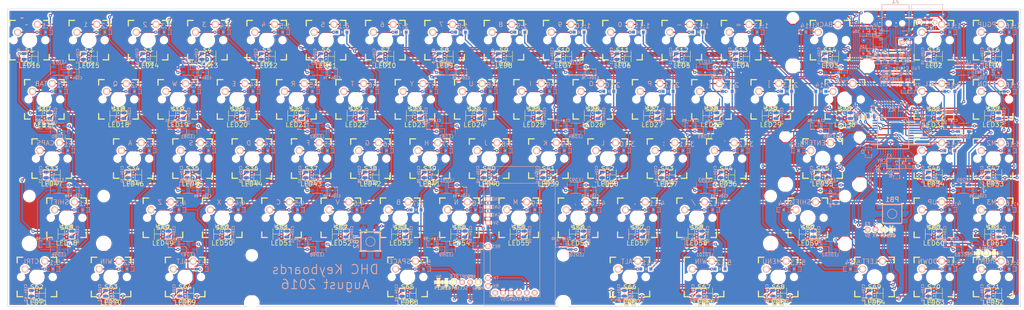
<source format=kicad_pcb>
(kicad_pcb (version 4) (host pcbnew 4.0.2-stable)
  (layers (0 F.Cu signal) (31 B.Cu signal) (34 B.Paste user hide) (35 F.Paste user hide) (36 B.SilkS user) (37 F.SilkS user) (38 B.Mask user hide) (39 F.Mask user hide) (44 Edge.Cuts user))
  (net 0 "")
  (net 1 +5V)
  (net 2 GND)
  (net 3 "Net-(D1-Pad1)")
  (net 4 "Net-(D3-Pad1)")
  (net 5 "Net-(D5-Pad1)")
  (net 6 /Matrix/col1)
  (net 7 "Net-(D6-Pad1)")
  (net 8 "Net-(D7-Pad1)")
  (net 9 "Net-(D8-Pad1)")
  (net 10 "Net-(D9-Pad1)")
  (net 11 "Net-(D10-Pad1)")
  (net 12 /Matrix/col2)
  (net 13 "Net-(D11-Pad1)")
  (net 14 "Net-(D12-Pad1)")
  (net 15 "Net-(D13-Pad1)")
  (net 16 "Net-(D14-Pad1)")
  (net 17 /Matrix/col3)
  (net 18 "Net-(D15-Pad1)")
  (net 19 "Net-(D16-Pad1)")
  (net 20 "Net-(D17-Pad1)")
  (net 21 "Net-(D18-Pad1)")
  (net 22 "Net-(D19-Pad1)")
  (net 23 /Matrix/col4)
  (net 24 "Net-(D20-Pad1)")
  (net 25 "Net-(D21-Pad1)")
  (net 26 "Net-(D22-Pad1)")
  (net 27 "Net-(D23-Pad1)")
  (net 28 /Matrix/col5)
  (net 29 "Net-(D24-Pad1)")
  (net 30 "Net-(D25-Pad1)")
  (net 31 "Net-(D26-Pad1)")
  (net 32 "Net-(D27-Pad1)")
  (net 33 /Matrix/col6)
  (net 34 "Net-(D28-Pad1)")
  (net 35 "Net-(D29-Pad1)")
  (net 36 "Net-(D30-Pad1)")
  (net 37 "Net-(D31-Pad1)")
  (net 38 "Net-(D32-Pad1)")
  (net 39 /Matrix/col7)
  (net 40 "Net-(D33-Pad1)")
  (net 41 "Net-(D34-Pad1)")
  (net 42 "Net-(D35-Pad1)")
  (net 43 "Net-(D36-Pad1)")
  (net 44 /Matrix/col8)
  (net 45 "Net-(D37-Pad1)")
  (net 46 "Net-(D38-Pad1)")
  (net 47 "Net-(D39-Pad1)")
  (net 48 "Net-(D40-Pad1)")
  (net 49 /Matrix/col9)
  (net 50 "Net-(D41-Pad1)")
  (net 51 "Net-(D42-Pad1)")
  (net 52 "Net-(D43-Pad1)")
  (net 53 "Net-(D44-Pad1)")
  (net 54 /Matrix/col10)
  (net 55 "Net-(D45-Pad1)")
  (net 56 "Net-(D46-Pad1)")
  (net 57 "Net-(D47-Pad1)")
  (net 58 "Net-(D48-Pad1)")
  (net 59 /Matrix/col11)
  (net 60 "Net-(D49-Pad1)")
  (net 61 "Net-(D50-Pad1)")
  (net 62 "Net-(D51-Pad1)")
  (net 63 "Net-(D52-Pad1)")
  (net 64 "Net-(D53-Pad1)")
  (net 65 /Matrix/col12)
  (net 66 "Net-(D54-Pad1)")
  (net 67 "Net-(D55-Pad1)")
  (net 68 "Net-(D56-Pad1)")
  (net 69 "Net-(D57-Pad1)")
  (net 70 "Net-(D58-Pad1)")
  (net 71 /Matrix/col13)
  (net 72 "Net-(D59-Pad1)")
  (net 73 "Net-(D60-Pad1)")
  (net 74 "Net-(D61-Pad1)")
  (net 75 /Matrix/col14)
  (net 76 "Net-(D62-Pad1)")
  (net 77 "Net-(D63-Pad1)")
  (net 78 "Net-(D64-Pad1)")
  (net 79 "Net-(D65-Pad1)")
  (net 80 "Net-(D66-Pad1)")
  (net 81 /Matrix/col15)
  (net 82 "Net-(D67-Pad1)")
  (net 83 "Net-(D68-Pad1)")
  (net 84 "Net-(D69-Pad1)")
  (net 85 "Net-(D70-Pad1)")
  (net 86 "Net-(D71-Pad1)")
  (net 87 /Matrix/col16)
  (net 88 "Net-(IC1-Pad42)")
  (net 89 /~RES)
  (net 90 /keyboardBacklight/backlightDIN)
  (net 91 /keyboardUnderglow/UnderglowDIN)
  (net 92 /AdafruitBluetooth/RX)
  (net 93 /AdafruitBluetooth/TX)
  (net 94 /Matrix/row2)
  (net 95 /Matrix/row4)
  (net 96 /Matrix/row3)
  (net 97 /Matrix/row1)
  (net 98 /D+)
  (net 99 /D-)
  (net 100 "Net-(J1-Pad4)")
  (net 101 /keyboardUnderglow/UnderglowOut)
  (net 102 /AdafruitBluetooth/BluetoothReset)
  (net 103 /Matrix/row5)
  (net 104 "Net-(D2-Pad1)")
  (net 105 "Net-(D4-Pad1)")
  (net 106 "Net-(DLED1-Pad1)")
  (net 107 "Net-(DLED3-Pad1)")
  (net 108 "Net-(PB1-Pad4)")
  (net 109 "Net-(PB1-Pad2)")
  (net 110 "Net-(PB2-Pad4)")
  (net 111 "Net-(PB2-Pad2)")
  (net 112 /XTAL2)
  (net 113 /XTAL1)
  (net 114 /Ucap)
  (net 115 /PE2)
  (net 116 "Net-(LED1-Pad1)")
  (net 117 "Net-(LED1-Pad3)")
  (net 118 "Net-(LED2-Pad3)")
  (net 119 "Net-(LED3-Pad3)")
  (net 120 "Net-(LED4-Pad3)")
  (net 121 "Net-(LED5-Pad3)")
  (net 122 "Net-(LED6-Pad3)")
  (net 123 "Net-(LED7-Pad3)")
  (net 124 "Net-(LED8-Pad3)")
  (net 125 "Net-(LED10-Pad1)")
  (net 126 "Net-(LED10-Pad3)")
  (net 127 "Net-(LED11-Pad3)")
  (net 128 "Net-(LED12-Pad3)")
  (net 129 "Net-(LED13-Pad3)")
  (net 130 "Net-(LED14-Pad3)")
  (net 131 "Net-(LED15-Pad3)")
  (net 132 "Net-(LED16-Pad3)")
  (net 133 "Net-(LED17-Pad1)")
  (net 134 "Net-(LED18-Pad1)")
  (net 135 "Net-(LED19-Pad1)")
  (net 136 "Net-(LED20-Pad1)")
  (net 137 "Net-(LED21-Pad1)")
  (net 138 "Net-(LED22-Pad1)")
  (net 139 "Net-(LED23-Pad1)")
  (net 140 "Net-(LED24-Pad1)")
  (net 141 "Net-(LED25-Pad1)")
  (net 142 "Net-(LED26-Pad1)")
  (net 143 "Net-(LED27-Pad1)")
  (net 144 "Net-(LED28-Pad1)")
  (net 145 "Net-(LED29-Pad1)")
  (net 146 "Net-(LED30-Pad1)")
  (net 147 "Net-(LED31-Pad1)")
  (net 148 "Net-(LED32-Pad1)")
  (net 149 "Net-(LED33-Pad1)")
  (net 150 "Net-(LED33-Pad3)")
  (net 151 "Net-(LED34-Pad3)")
  (net 152 "Net-(LED35-Pad3)")
  (net 153 "Net-(LED36-Pad3)")
  (net 154 "Net-(LED37-Pad3)")
  (net 155 "Net-(LED38-Pad3)")
  (net 156 "Net-(LED39-Pad3)")
  (net 157 "Net-(LED40-Pad3)")
  (net 158 "Net-(LED41-Pad3)")
  (net 159 "Net-(LED42-Pad3)")
  (net 160 "Net-(LED43-Pad3)")
  (net 161 "Net-(LED44-Pad3)")
  (net 162 "Net-(LED45-Pad3)")
  (net 163 "Net-(LED46-Pad3)")
  (net 164 "Net-(LED48-Pad1)")
  (net 165 "Net-(LED49-Pad1)")
  (net 166 "Net-(LED50-Pad1)")
  (net 167 "Net-(LED51-Pad1)")
  (net 168 "Net-(LED52-Pad1)")
  (net 169 "Net-(LED53-Pad1)")
  (net 170 "Net-(LED54-Pad1)")
  (net 171 "Net-(LED55-Pad1)")
  (net 172 "Net-(LED56-Pad1)")
  (net 173 "Net-(LED57-Pad1)")
  (net 174 "Net-(LED58-Pad1)")
  (net 175 "Net-(LED59-Pad1)")
  (net 176 "Net-(LED60-Pad1)")
  (net 177 "Net-(LED61-Pad1)")
  (net 178 "Net-(LED62-Pad1)")
  (net 179 "Net-(LED62-Pad3)")
  (net 180 "Net-(LED63-Pad3)")
  (net 181 "Net-(LED64-Pad3)")
  (net 182 "Net-(LED65-Pad3)")
  (net 183 "Net-(LED66-Pad3)")
  (net 184 "Net-(LED67-Pad3)")
  (net 185 "Net-(LED68-Pad3)")
  (net 186 "Net-(LED69-Pad3)")
  (net 187 "Net-(LED70-Pad3)")
  (net 188 "Net-(LED72-Pad1)")
  (net 189 "Net-(LED72-Pad3)")
  (net 190 "Net-(LED73-Pad3)")
  (net 191 "Net-(LED74-Pad3)")
  (net 192 "Net-(LED75-Pad3)")
  (net 193 "Net-(LED76-Pad3)")
  (net 194 "Net-(LED77-Pad3)")
  (net 195 "Net-(LED78-Pad3)")
  (net 196 "Net-(LED79-Pad3)")
  (net 197 "Net-(LED88-Pad3)")
  (net 198 "Net-(LED89-Pad3)")
  (net 199 /BatteryCharger/PROG)
  (net 200 "Net-(LED80-Pad1)")
  (net 201 "Net-(LED81-Pad1)")
  (net 202 "Net-(LED82-Pad1)")
  (net 203 "Net-(LED83-Pad1)")
  (net 204 "Net-(LED84-Pad1)")
  (net 205 "Net-(LED85-Pad1)")
  (net 206 "Net-(LED86-Pad1)")
  (net 207 "Net-(LED87-Pad1)")
  (net 208 "Net-(LED90-Pad3)")
  (net 209 "Net-(LED91-Pad3)")
  (net 210 "Net-(LED92-Pad3)")
  (net 211 "Net-(LED93-Pad3)")
  (net 212 "Net-(LED94-Pad3)")
  (net 213 VDD)
  (net 214 "Net-(DLED2-Pad1)")
  (net 215 "Net-(IC4-Pad1)")
  (net 216 "Net-(IC4-Pad6)")
  (net 217 /BatteryCharger/~PG)
  (net 218 /BatteryCharger/STAT2)
  (net 219 /BatteryCharger/STAT1)
  (net 220 /BatteryCharger/THERM)
  (net 221 /PostResD+)
  (net 222 /PostResD-)
  (net 223 "Net-(LED88-Pad1)")
  (net 224 "Net-(LED96-Pad1)")
  (net 225 "Net-(LED97-Pad1)")
  (net 226 "Net-(LED98-Pad1)")
  (net 227 "Net-(LED100-Pad3)")
  (net 228 "Net-(LED100-Pad1)")
  (net 229 "Net-(LED101-Pad1)")
  (net 230 "Net-(LED102-Pad1)")
  (net 231 "Net-(SW1-Pad3)")
  (net 232 /BatteryCharger/BATTERYPOWER)
  (module Keyboard:SOD-123 (layer B.Cu) (at 384.50345 144.30285)
    (fp_text reference D71 hide)
    (fp_text value D hide)
    (pad 1 smd rect (at -1.575 0) (size 0.9 0.95) (layers B.Cu B.Paste B.Mask) (net 86 "Net-(D71-Pad1)"))
    (pad 2 smd rect (at 1.575 0) (size 0.9 0.95) (layers B.Cu B.Paste B.Mask) (net 87 /Matrix/col16))
  )
  (module Keyboard:SOD-123 (layer B.Cu) (at 365.45345 144.30285)
    (fp_text reference D70 hide)
    (fp_text value D hide)
    (pad 1 smd rect (at -1.575 0) (size 0.9 0.95) (layers B.Cu B.Paste B.Mask) (net 85 "Net-(D70-Pad1)"))
    (pad 2 smd rect (at 1.575 0) (size 0.9 0.95) (layers B.Cu B.Paste B.Mask) (net 81 /Matrix/col15))
  )
  (module Keyboard:SOD-123 (layer B.Cu) (at 333.55345 144.30285 180)
    (fp_text reference D69 hide)
    (fp_text value D hide)
    (pad 1 smd rect (at -1.575 0 180) (size 0.9 0.95) (layers B.Cu B.Paste B.Mask) (net 84 "Net-(D69-Pad1)"))
    (pad 2 smd rect (at 1.575 0 180) (size 0.9 0.95) (layers B.Cu B.Paste B.Mask) (net 75 /Matrix/col14))
  )
  (module Keyboard:SOD-123 (layer B.Cu) (at 315.45345 144.31285)
    (fp_text reference D68 hide)
    (fp_text value D hide)
    (pad 1 smd rect (at -1.575 0) (size 0.9 0.95) (layers B.Cu B.Paste B.Mask) (net 83 "Net-(D68-Pad1)"))
    (pad 2 smd rect (at 1.575 0) (size 0.9 0.95) (layers B.Cu B.Paste B.Mask) (net 71 /Matrix/col13))
  )
  (module Keyboard:SOD-123 (layer B.Cu) (at 291.65345 144.31285)
    (fp_text reference D67 hide)
    (fp_text value D hide)
    (pad 1 smd rect (at -1.575 0) (size 0.9 0.95) (layers B.Cu B.Paste B.Mask) (net 82 "Net-(D67-Pad1)"))
    (pad 2 smd rect (at 1.575 0) (size 0.9 0.95) (layers B.Cu B.Paste B.Mask) (net 65 /Matrix/col12))
  )
  (module Keyboard:SOD-123 (layer B.Cu) (at 267.82345 144.29285)
    (fp_text reference D66 hide)
    (fp_text value D hide)
    (pad 1 smd rect (at -1.575 0) (size 0.9 0.95) (layers B.Cu B.Paste B.Mask) (net 80 "Net-(D66-Pad1)"))
    (pad 2 smd rect (at 1.575 0) (size 0.9 0.95) (layers B.Cu B.Paste B.Mask) (net 59 /Matrix/col11))
  )
  (module Keyboard:SOD-123 (layer B.Cu) (at 196.39345 144.30285)
    (fp_text reference D65 hide)
    (fp_text value D hide)
    (pad 1 smd rect (at -1.575 0) (size 0.9 0.95) (layers B.Cu B.Paste B.Mask) (net 79 "Net-(D65-Pad1)"))
    (pad 2 smd rect (at 1.575 0) (size 0.9 0.95) (layers B.Cu B.Paste B.Mask) (net 39 /Matrix/col7))
  )
  (module Keyboard:SOD-123 (layer B.Cu) (at 124.97345 144.31285)
    (fp_text reference D64 hide)
    (fp_text value D hide)
    (pad 1 smd rect (at -1.575 0) (size 0.9 0.95) (layers B.Cu B.Paste B.Mask) (net 78 "Net-(D64-Pad1)"))
    (pad 2 smd rect (at 1.575 0) (size 0.9 0.95) (layers B.Cu B.Paste B.Mask) (net 17 /Matrix/col3))
  )
  (module Keyboard:SOD-123 (layer B.Cu) (at 101.14345 144.30285)
    (fp_text reference D63 hide)
    (fp_text value D hide)
    (pad 1 smd rect (at -1.575 0) (size 0.9 0.95) (layers B.Cu B.Paste B.Mask) (net 77 "Net-(D63-Pad1)"))
    (pad 2 smd rect (at 1.575 0) (size 0.9 0.95) (layers B.Cu B.Paste B.Mask) (net 12 /Matrix/col2))
  )
  (module Keyboard:SOD-123 (layer B.Cu) (at 77.33345 144.30285)
    (fp_text reference D62 hide)
    (fp_text value D hide)
    (pad 1 smd rect (at -1.575 0) (size 0.9 0.95) (layers B.Cu B.Paste B.Mask) (net 76 "Net-(D62-Pad1)"))
    (pad 2 smd rect (at 1.575 0) (size 0.9 0.95) (layers B.Cu B.Paste B.Mask) (net 6 /Matrix/col1))
  )
  (module Keyboard:SOD-123 (layer B.Cu) (at 384.51345 125.27285)
    (fp_text reference D61 hide)
    (fp_text value D hide)
    (pad 1 smd rect (at -1.575 0) (size 0.9 0.95) (layers B.Cu B.Paste B.Mask) (net 74 "Net-(D61-Pad1)"))
    (pad 2 smd rect (at 1.575 0) (size 0.9 0.95) (layers B.Cu B.Paste B.Mask) (net 87 /Matrix/col16))
  )
  (module Keyboard:SOD-123 (layer B.Cu) (at 365.46345 125.23285)
    (fp_text reference D60 hide)
    (fp_text value D hide)
    (pad 1 smd rect (at -1.575 0) (size 0.9 0.95) (layers B.Cu B.Paste B.Mask) (net 73 "Net-(D60-Pad1)"))
    (pad 2 smd rect (at 1.575 0) (size 0.9 0.95) (layers B.Cu B.Paste B.Mask) (net 81 /Matrix/col15))
  )
  (module Keyboard:SOD-123 (layer B.Cu) (at 312.11345 125.24285 180)
    (fp_text reference D59 hide)
    (fp_text value D hide)
    (pad 1 smd rect (at -1.575 0 180) (size 0.9 0.95) (layers B.Cu B.Paste B.Mask) (net 72 "Net-(D59-Pad1)"))
    (pad 2 smd rect (at 1.575 0 180) (size 0.9 0.95) (layers B.Cu B.Paste B.Mask) (net 75 /Matrix/col14))
  )
  (module Keyboard:SOD-123 (layer B.Cu) (at 289.26345 125.26285)
    (fp_text reference D58 hide)
    (fp_text value D hide)
    (pad 1 smd rect (at -1.575 0) (size 0.9 0.95) (layers B.Cu B.Paste B.Mask) (net 70 "Net-(D58-Pad1)"))
    (pad 2 smd rect (at 1.575 0) (size 0.9 0.95) (layers B.Cu B.Paste B.Mask) (net 65 /Matrix/col12))
  )
  (module Keyboard:SOD-123 (layer B.Cu) (at 270.20345 125.26285)
    (fp_text reference D57 hide)
    (fp_text value D hide)
    (pad 1 smd rect (at -1.575 0) (size 0.9 0.95) (layers B.Cu B.Paste B.Mask) (net 69 "Net-(D57-Pad1)"))
    (pad 2 smd rect (at 1.575 0) (size 0.9 0.95) (layers B.Cu B.Paste B.Mask) (net 59 /Matrix/col11))
  )
  (module Keyboard:SOD-123 (layer B.Cu) (at 251.16345 125.26285)
    (fp_text reference D56 hide)
    (fp_text value D hide)
    (pad 1 smd rect (at -1.575 0) (size 0.9 0.95) (layers B.Cu B.Paste B.Mask) (net 68 "Net-(D56-Pad1)"))
    (pad 2 smd rect (at 1.575 0) (size 0.9 0.95) (layers B.Cu B.Paste B.Mask) (net 54 /Matrix/col10))
  )
  (module Keyboard:SOD-123 (layer B.Cu) (at 232.11345 125.27285)
    (fp_text reference D55 hide)
    (fp_text value D hide)
    (pad 1 smd rect (at -1.575 0) (size 0.9 0.95) (layers B.Cu B.Paste B.Mask) (net 67 "Net-(D55-Pad1)"))
    (pad 2 smd rect (at 1.575 0) (size 0.9 0.95) (layers B.Cu B.Paste B.Mask) (net 49 /Matrix/col9))
  )
  (module Keyboard:SOD-123 (layer B.Cu) (at 213.08345 125.26285)
    (fp_text reference D54 hide)
    (fp_text value D hide)
    (pad 1 smd rect (at -1.575 0) (size 0.9 0.95) (layers B.Cu B.Paste B.Mask) (net 66 "Net-(D54-Pad1)"))
    (pad 2 smd rect (at 1.575 0) (size 0.9 0.95) (layers B.Cu B.Paste B.Mask) (net 44 /Matrix/col8))
  )
  (module Keyboard:SOD-123 (layer B.Cu) (at 194.00345 125.26285)
    (fp_text reference D53 hide)
    (fp_text value D hide)
    (pad 1 smd rect (at -1.575 0) (size 0.9 0.95) (layers B.Cu B.Paste B.Mask) (net 64 "Net-(D53-Pad1)"))
    (pad 2 smd rect (at 1.575 0) (size 0.9 0.95) (layers B.Cu B.Paste B.Mask) (net 39 /Matrix/col7))
  )
  (module Keyboard:SOD-123 (layer B.Cu) (at 174.97345 125.26285)
    (fp_text reference D52 hide)
    (fp_text value D hide)
    (pad 1 smd rect (at -1.575 0) (size 0.9 0.95) (layers B.Cu B.Paste B.Mask) (net 63 "Net-(D52-Pad1)"))
    (pad 2 smd rect (at 1.575 0) (size 0.9 0.95) (layers B.Cu B.Paste B.Mask) (net 33 /Matrix/col6))
  )
  (module Keyboard:SOD-123 (layer B.Cu) (at 155.90345 125.23285)
    (fp_text reference D51 hide)
    (fp_text value D hide)
    (pad 1 smd rect (at -1.575 0) (size 0.9 0.95) (layers B.Cu B.Paste B.Mask) (net 62 "Net-(D51-Pad1)"))
    (pad 2 smd rect (at 1.575 0) (size 0.9 0.95) (layers B.Cu B.Paste B.Mask) (net 28 /Matrix/col5))
  )
  (module Keyboard:SOD-123 (layer B.Cu) (at 136.85345 125.24285)
    (fp_text reference D50 hide)
    (fp_text value D hide)
    (pad 1 smd rect (at -1.575 0) (size 0.9 0.95) (layers B.Cu B.Paste B.Mask) (net 61 "Net-(D50-Pad1)"))
    (pad 2 smd rect (at 1.575 0) (size 0.9 0.95) (layers B.Cu B.Paste B.Mask) (net 23 /Matrix/col4))
  )
  (module Keyboard:SOD-123 (layer B.Cu) (at 117.80345 125.27285)
    (fp_text reference D49 hide)
    (fp_text value D hide)
    (pad 1 smd rect (at -1.575 0) (size 0.9 0.95) (layers B.Cu B.Paste B.Mask) (net 60 "Net-(D49-Pad1)"))
    (pad 2 smd rect (at 1.575 0) (size 0.9 0.95) (layers B.Cu B.Paste B.Mask) (net 17 /Matrix/col3))
  )
  (module Keyboard:SOD-123 (layer B.Cu) (at 86.88345 125.26285)
    (fp_text reference D48 hide)
    (fp_text value D hide)
    (pad 1 smd rect (at -1.575 0) (size 0.9 0.95) (layers B.Cu B.Paste B.Mask) (net 58 "Net-(D48-Pad1)"))
    (pad 2 smd rect (at 1.575 0) (size 0.9 0.95) (layers B.Cu B.Paste B.Mask) (net 6 /Matrix/col1))
  )
  (module Keyboard:SOD-123 (layer B.Cu) (at 384.50345 106.22285)
    (fp_text reference D47 hide)
    (fp_text value D hide)
    (pad 1 smd rect (at -1.575 0) (size 0.9 0.95) (layers B.Cu B.Paste B.Mask) (net 57 "Net-(D47-Pad1)"))
    (pad 2 smd rect (at 1.575 0) (size 0.9 0.95) (layers B.Cu B.Paste B.Mask) (net 87 /Matrix/col16))
  )
  (module Keyboard:SOD-123 (layer B.Cu) (at 365.45345 106.22285)
    (fp_text reference D46 hide)
    (fp_text value D hide)
    (pad 1 smd rect (at -1.575 0) (size 0.9 0.95) (layers B.Cu B.Paste B.Mask) (net 56 "Net-(D46-Pad1)"))
    (pad 2 smd rect (at 1.575 0) (size 0.9 0.95) (layers B.Cu B.Paste B.Mask) (net 81 /Matrix/col15))
  )
  (module Keyboard:SOD-123 (layer B.Cu) (at 316.88345 106.21285 180)
    (fp_text reference D45 hide)
    (fp_text value D hide)
    (pad 1 smd rect (at -1.575 0 180) (size 0.9 0.95) (layers B.Cu B.Paste B.Mask) (net 55 "Net-(D45-Pad1)"))
    (pad 2 smd rect (at 1.575 0 180) (size 0.9 0.95) (layers B.Cu B.Paste B.Mask) (net 75 /Matrix/col14))
  )
  (module Keyboard:SOD-123 (layer B.Cu) (at 298.77345 106.21285)
    (fp_text reference D44 hide)
    (fp_text value D hide)
    (pad 1 smd rect (at -1.575 0) (size 0.9 0.95) (layers B.Cu B.Paste B.Mask) (net 53 "Net-(D44-Pad1)"))
    (pad 2 smd rect (at 1.575 0) (size 0.9 0.95) (layers B.Cu B.Paste B.Mask) (net 65 /Matrix/col12))
  )
  (module Keyboard:SOD-123 (layer B.Cu) (at 279.74345 106.21285)
    (fp_text reference D43 hide)
    (fp_text value D hide)
    (pad 1 smd rect (at -1.575 0) (size 0.9 0.95) (layers B.Cu B.Paste B.Mask) (net 52 "Net-(D43-Pad1)"))
    (pad 2 smd rect (at 1.575 0) (size 0.9 0.95) (layers B.Cu B.Paste B.Mask) (net 59 /Matrix/col11))
  )
  (module Keyboard:SOD-123 (layer B.Cu) (at 260.67345 106.19285)
    (fp_text reference D42 hide)
    (fp_text value D hide)
    (pad 1 smd rect (at -1.575 0) (size 0.9 0.95) (layers B.Cu B.Paste B.Mask) (net 51 "Net-(D42-Pad1)"))
    (pad 2 smd rect (at 1.575 0) (size 0.9 0.95) (layers B.Cu B.Paste B.Mask) (net 54 /Matrix/col10))
  )
  (module Keyboard:SOD-123 (layer B.Cu) (at 241.62345 106.22285)
    (fp_text reference D41 hide)
    (fp_text value D hide)
    (pad 1 smd rect (at -1.575 0) (size 0.9 0.95) (layers B.Cu B.Paste B.Mask) (net 50 "Net-(D41-Pad1)"))
    (pad 2 smd rect (at 1.575 0) (size 0.9 0.95) (layers B.Cu B.Paste B.Mask) (net 49 /Matrix/col9))
  )
  (module Keyboard:SOD-123 (layer B.Cu) (at 222.59345 106.21285)
    (fp_text reference D40 hide)
    (fp_text value D hide)
    (pad 1 smd rect (at -1.575 0) (size 0.9 0.95) (layers B.Cu B.Paste B.Mask) (net 48 "Net-(D40-Pad1)"))
    (pad 2 smd rect (at 1.575 0) (size 0.9 0.95) (layers B.Cu B.Paste B.Mask) (net 44 /Matrix/col8))
  )
  (module Keyboard:SOD-123 (layer B.Cu) (at 203.52345 106.21285)
    (fp_text reference D39 hide)
    (fp_text value D hide)
    (pad 1 smd rect (at -1.575 0) (size 0.9 0.95) (layers B.Cu B.Paste B.Mask) (net 47 "Net-(D39-Pad1)"))
    (pad 2 smd rect (at 1.575 0) (size 0.9 0.95) (layers B.Cu B.Paste B.Mask) (net 39 /Matrix/col7))
  )
  (module Keyboard:SOD-123 (layer B.Cu) (at 184.47345 106.21285)
    (fp_text reference D38 hide)
    (fp_text value D hide)
    (pad 1 smd rect (at -1.575 0) (size 0.9 0.95) (layers B.Cu B.Paste B.Mask) (net 46 "Net-(D38-Pad1)"))
    (pad 2 smd rect (at 1.575 0) (size 0.9 0.95) (layers B.Cu B.Paste B.Mask) (net 33 /Matrix/col6))
  )
  (module Keyboard:SOD-123 (layer B.Cu) (at 165.44345 106.21285)
    (fp_text reference D37 hide)
    (fp_text value D hide)
    (pad 1 smd rect (at -1.575 0) (size 0.9 0.95) (layers B.Cu B.Paste B.Mask) (net 45 "Net-(D37-Pad1)"))
    (pad 2 smd rect (at 1.575 0) (size 0.9 0.95) (layers B.Cu B.Paste B.Mask) (net 28 /Matrix/col5))
  )
  (module Keyboard:SOD-123 (layer B.Cu) (at 146.36345 106.21285)
    (fp_text reference D36 hide)
    (fp_text value D hide)
    (pad 1 smd rect (at -1.575 0) (size 0.9 0.95) (layers B.Cu B.Paste B.Mask) (net 43 "Net-(D36-Pad1)"))
    (pad 2 smd rect (at 1.575 0) (size 0.9 0.95) (layers B.Cu B.Paste B.Mask) (net 23 /Matrix/col4))
  )
  (module Keyboard:SOD-123 (layer B.Cu) (at 127.32345 106.21285)
    (fp_text reference D35 hide)
    (fp_text value D hide)
    (pad 1 smd rect (at -1.575 0) (size 0.9 0.95) (layers B.Cu B.Paste B.Mask) (net 42 "Net-(D35-Pad1)"))
    (pad 2 smd rect (at 1.575 0) (size 0.9 0.95) (layers B.Cu B.Paste B.Mask) (net 17 /Matrix/col3))
  )
  (module Keyboard:SOD-123 (layer B.Cu) (at 108.26345 106.21285)
    (fp_text reference D34 hide)
    (fp_text value D hide)
    (pad 1 smd rect (at -1.575 0) (size 0.9 0.95) (layers B.Cu B.Paste B.Mask) (net 41 "Net-(D34-Pad1)"))
    (pad 2 smd rect (at 1.575 0) (size 0.9 0.95) (layers B.Cu B.Paste B.Mask) (net 12 /Matrix/col2))
  )
  (module Keyboard:SOD-123 (layer B.Cu) (at 82.09345 106.22285)
    (fp_text reference D33 hide)
    (fp_text value D hide)
    (pad 1 smd rect (at -1.575 0) (size 0.9 0.95) (layers B.Cu B.Paste B.Mask) (net 40 "Net-(D33-Pad1)"))
    (pad 2 smd rect (at 1.575 0) (size 0.9 0.95) (layers B.Cu B.Paste B.Mask) (net 6 /Matrix/col1))
  )
  (module Keyboard:SOD-123 (layer B.Cu) (at 384.52345 87.18285)
    (fp_text reference D32 hide)
    (fp_text value D hide)
    (pad 1 smd rect (at -1.575 0) (size 0.9 0.95) (layers B.Cu B.Paste B.Mask) (net 38 "Net-(D32-Pad1)"))
    (pad 2 smd rect (at 1.575 0) (size 0.9 0.95) (layers B.Cu B.Paste B.Mask) (net 87 /Matrix/col16))
  )
  (module Keyboard:SOD-123 (layer B.Cu) (at 365.46345 87.17285)
    (fp_text reference D31 hide)
    (fp_text value D hide)
    (pad 1 smd rect (at -1.575 0) (size 0.9 0.95) (layers B.Cu B.Paste B.Mask) (net 37 "Net-(D31-Pad1)"))
    (pad 2 smd rect (at 1.575 0) (size 0.9 0.95) (layers B.Cu B.Paste B.Mask) (net 81 /Matrix/col15))
  )
  (module Keyboard:SOD-123 (layer B.Cu) (at 324.02345 87.15285 180)
    (fp_text reference D30 hide)
    (fp_text value D hide)
    (pad 1 smd rect (at -1.575 0 180) (size 0.9 0.95) (layers B.Cu B.Paste B.Mask) (net 36 "Net-(D30-Pad1)"))
    (pad 2 smd rect (at 1.575 0 180) (size 0.9 0.95) (layers B.Cu B.Paste B.Mask) (net 75 /Matrix/col14))
  )
  (module Keyboard:SOD-123 (layer B.Cu) (at 313.05345 87.13285)
    (fp_text reference D29 hide)
    (fp_text value D hide)
    (pad 1 smd rect (at -1.575 0) (size 0.9 0.95) (layers B.Cu B.Paste B.Mask) (net 35 "Net-(D29-Pad1)"))
    (pad 2 smd rect (at 1.575 0) (size 0.9 0.95) (layers B.Cu B.Paste B.Mask) (net 71 /Matrix/col13))
  )
  (module Keyboard:SOD-123 (layer B.Cu) (at 293.99345 87.15285)
    (fp_text reference D28 hide)
    (fp_text value D hide)
    (pad 1 smd rect (at -1.575 0) (size 0.9 0.95) (layers B.Cu B.Paste B.Mask) (net 34 "Net-(D28-Pad1)"))
    (pad 2 smd rect (at 1.575 0) (size 0.9 0.95) (layers B.Cu B.Paste B.Mask) (net 65 /Matrix/col12))
  )
  (module Keyboard:SOD-123 (layer B.Cu) (at 274.97345 87.15285)
    (fp_text reference D27 hide)
    (fp_text value D hide)
    (pad 1 smd rect (at -1.575 0) (size 0.9 0.95) (layers B.Cu B.Paste B.Mask) (net 32 "Net-(D27-Pad1)"))
    (pad 2 smd rect (at 1.575 0) (size 0.9 0.95) (layers B.Cu B.Paste B.Mask) (net 59 /Matrix/col11))
  )
  (module Keyboard:SOD-123 (layer B.Cu) (at 255.90345 87.14285)
    (fp_text reference D26 hide)
    (fp_text value D hide)
    (pad 1 smd rect (at -1.575 0) (size 0.9 0.95) (layers B.Cu B.Paste B.Mask) (net 31 "Net-(D26-Pad1)"))
    (pad 2 smd rect (at 1.575 0) (size 0.9 0.95) (layers B.Cu B.Paste B.Mask) (net 54 /Matrix/col10))
  )
  (module Keyboard:SOD-123 (layer B.Cu) (at 236.86345 87.15285)
    (fp_text reference D25 hide)
    (fp_text value D hide)
    (pad 1 smd rect (at -1.575 0) (size 0.9 0.95) (layers B.Cu B.Paste B.Mask) (net 30 "Net-(D25-Pad1)"))
    (pad 2 smd rect (at 1.575 0) (size 0.9 0.95) (layers B.Cu B.Paste B.Mask) (net 49 /Matrix/col9))
  )
  (module Keyboard:SOD-123 (layer B.Cu) (at 217.80345 87.13285)
    (fp_text reference D24 hide)
    (fp_text value D hide)
    (pad 1 smd rect (at -1.575 0) (size 0.9 0.95) (layers B.Cu B.Paste B.Mask) (net 29 "Net-(D24-Pad1)"))
    (pad 2 smd rect (at 1.575 0) (size 0.9 0.95) (layers B.Cu B.Paste B.Mask) (net 44 /Matrix/col8))
  )
  (module Keyboard:SOD-123 (layer B.Cu) (at 198.75345 87.17285)
    (fp_text reference D23 hide)
    (fp_text value D hide)
    (pad 1 smd rect (at -1.575 0) (size 0.9 0.95) (layers B.Cu B.Paste B.Mask) (net 27 "Net-(D23-Pad1)"))
    (pad 2 smd rect (at 1.575 0) (size 0.9 0.95) (layers B.Cu B.Paste B.Mask) (net 39 /Matrix/col7))
  )
  (module Keyboard:SOD-123 (layer B.Cu) (at 179.70345 87.17285)
    (fp_text reference D22 hide)
    (fp_text value D hide)
    (pad 1 smd rect (at -1.575 0) (size 0.9 0.95) (layers B.Cu B.Paste B.Mask) (net 26 "Net-(D22-Pad1)"))
    (pad 2 smd rect (at 1.575 0) (size 0.9 0.95) (layers B.Cu B.Paste B.Mask) (net 33 /Matrix/col6))
  )
  (module Keyboard:SOD-123 (layer B.Cu) (at 160.68345 87.16285)
    (fp_text reference D21 hide)
    (fp_text value D hide)
    (pad 1 smd rect (at -1.575 0) (size 0.9 0.95) (layers B.Cu B.Paste B.Mask) (net 25 "Net-(D21-Pad1)"))
    (pad 2 smd rect (at 1.575 0) (size 0.9 0.95) (layers B.Cu B.Paste B.Mask) (net 28 /Matrix/col5))
  )
  (module Keyboard:SOD-123 (layer B.Cu) (at 141.60345 87.16285)
    (fp_text reference D20 hide)
    (fp_text value D hide)
    (pad 1 smd rect (at -1.575 0) (size 0.9 0.95) (layers B.Cu B.Paste B.Mask) (net 24 "Net-(D20-Pad1)"))
    (pad 2 smd rect (at 1.575 0) (size 0.9 0.95) (layers B.Cu B.Paste B.Mask) (net 23 /Matrix/col4))
  )
  (module Keyboard:SOD-123 (layer B.Cu) (at 122.55345 87.16285)
    (fp_text reference D19 hide)
    (fp_text value D hide)
    (pad 1 smd rect (at -1.575 0) (size 0.9 0.95) (layers B.Cu B.Paste B.Mask) (net 22 "Net-(D19-Pad1)"))
    (pad 2 smd rect (at 1.575 0) (size 0.9 0.95) (layers B.Cu B.Paste B.Mask) (net 17 /Matrix/col3))
  )
  (module Keyboard:SOD-123 (layer B.Cu) (at 103.50345 87.15285)
    (fp_text reference D18 hide)
    (fp_text value D hide)
    (pad 1 smd rect (at -1.575 0) (size 0.9 0.95) (layers B.Cu B.Paste B.Mask) (net 21 "Net-(D18-Pad1)"))
    (pad 2 smd rect (at 1.575 0) (size 0.9 0.95) (layers B.Cu B.Paste B.Mask) (net 12 /Matrix/col2))
  )
  (module Keyboard:SOD-123 (layer B.Cu) (at 79.70345 87.16285)
    (fp_text reference D17 hide)
    (fp_text value D hide)
    (pad 1 smd rect (at -1.575 0) (size 0.9 0.95) (layers B.Cu B.Paste B.Mask) (net 20 "Net-(D17-Pad1)"))
    (pad 2 smd rect (at 1.575 0) (size 0.9 0.95) (layers B.Cu B.Paste B.Mask) (net 6 /Matrix/col1))
  )
  (module Keyboard:SOD-123 (layer B.Cu) (at 384.51345 68.11285)
    (fp_text reference D16 hide)
    (fp_text value D hide)
    (pad 1 smd rect (at -1.575 0) (size 0.9 0.95) (layers B.Cu B.Paste B.Mask) (net 19 "Net-(D16-Pad1)"))
    (pad 2 smd rect (at 1.575 0) (size 0.9 0.95) (layers B.Cu B.Paste B.Mask) (net 87 /Matrix/col16))
  )
  (module Keyboard:SOD-123 (layer B.Cu) (at 365.46345 68.10785)
    (fp_text reference D15 hide)
    (fp_text value D hide)
    (pad 1 smd rect (at -1.575 0) (size 0.9 0.95) (layers B.Cu B.Paste B.Mask) (net 18 "Net-(D15-Pad1)"))
    (pad 2 smd rect (at 1.575 0) (size 0.9 0.95) (layers B.Cu B.Paste B.Mask) (net 81 /Matrix/col15))
  )
  (module Keyboard:SOD-123 (layer B.Cu) (at 319.26345 68.08285 180)
    (fp_text reference D14 hide)
    (fp_text value D hide)
    (pad 1 smd rect (at -1.575 0 180) (size 0.9 0.95) (layers B.Cu B.Paste B.Mask) (net 16 "Net-(D14-Pad1)"))
    (pad 2 smd rect (at 1.575 0 180) (size 0.9 0.95) (layers B.Cu B.Paste B.Mask) (net 75 /Matrix/col14))
  )
  (module Keyboard:SOD-123 (layer B.Cu) (at 303.53845 68.10785)
    (fp_text reference D13 hide)
    (fp_text value D hide)
    (pad 1 smd rect (at -1.575 0) (size 0.9 0.95) (layers B.Cu B.Paste B.Mask) (net 15 "Net-(D13-Pad1)"))
    (pad 2 smd rect (at 1.575 0) (size 0.9 0.95) (layers B.Cu B.Paste B.Mask) (net 71 /Matrix/col13))
  )
  (module Keyboard:SOD-123 (layer B.Cu) (at 284.48845 68.10785)
    (fp_text reference D12 hide)
    (fp_text value D hide)
    (pad 1 smd rect (at -1.575 0) (size 0.9 0.95) (layers B.Cu B.Paste B.Mask) (net 14 "Net-(D12-Pad1)"))
    (pad 2 smd rect (at 1.575 0) (size 0.9 0.95) (layers B.Cu B.Paste B.Mask) (net 65 /Matrix/col12))
  )
  (module Keyboard:SOD-123 (layer B.Cu) (at 265.43345 68.09285)
    (fp_text reference D11 hide)
    (fp_text value D hide)
    (pad 1 smd rect (at -1.575 0) (size 0.9 0.95) (layers B.Cu B.Paste B.Mask) (net 13 "Net-(D11-Pad1)"))
    (pad 2 smd rect (at 1.575 0) (size 0.9 0.95) (layers B.Cu B.Paste B.Mask) (net 59 /Matrix/col11))
  )
  (module Keyboard:SOD-123 (layer B.Cu) (at 246.38845 68.10785)
    (fp_text reference D10 hide)
    (fp_text value D hide)
    (pad 1 smd rect (at -1.575 0) (size 0.9 0.95) (layers B.Cu B.Paste B.Mask) (net 11 "Net-(D10-Pad1)"))
    (pad 2 smd rect (at 1.575 0) (size 0.9 0.95) (layers B.Cu B.Paste B.Mask) (net 54 /Matrix/col10))
  )
  (module Keyboard:SOD-123 (layer B.Cu) (at 227.33845 68.10785)
    (fp_text reference D9 hide)
    (fp_text value D hide)
    (pad 1 smd rect (at -1.575 0) (size 0.9 0.95) (layers B.Cu B.Paste B.Mask) (net 10 "Net-(D9-Pad1)"))
    (pad 2 smd rect (at 1.575 0) (size 0.9 0.95) (layers B.Cu B.Paste B.Mask) (net 49 /Matrix/col9))
  )
  (module Keyboard:SOD-123 (layer B.Cu) (at 208.28845 68.10785)
    (fp_text reference D8 hide)
    (fp_text value D hide)
    (pad 1 smd rect (at -1.575 0) (size 0.9 0.95) (layers B.Cu B.Paste B.Mask) (net 9 "Net-(D8-Pad1)"))
    (pad 2 smd rect (at 1.575 0) (size 0.9 0.95) (layers B.Cu B.Paste B.Mask) (net 44 /Matrix/col8))
  )
  (module Keyboard:SOD-123 (layer B.Cu) (at 189.23845 68.10785)
    (fp_text reference D7 hide)
    (fp_text value D hide)
    (pad 1 smd rect (at -1.575 0) (size 0.9 0.95) (layers B.Cu B.Paste B.Mask) (net 8 "Net-(D7-Pad1)"))
    (pad 2 smd rect (at 1.575 0) (size 0.9 0.95) (layers B.Cu B.Paste B.Mask) (net 39 /Matrix/col7))
  )
  (module Keyboard:SOD-123 (layer B.Cu) (at 170.18845 68.10785)
    (fp_text reference D6 hide)
    (fp_text value D hide)
    (pad 1 smd rect (at -1.575 0) (size 0.9 0.95) (layers B.Cu B.Paste B.Mask) (net 7 "Net-(D6-Pad1)"))
    (pad 2 smd rect (at 1.575 0) (size 0.9 0.95) (layers B.Cu B.Paste B.Mask) (net 33 /Matrix/col6))
  )
  (module Keyboard:SOD-123 (layer B.Cu) (at 151.13845 68.10785)
    (fp_text reference D5 hide)
    (fp_text value D hide)
    (pad 1 smd rect (at -1.575 0) (size 0.9 0.95) (layers B.Cu B.Paste B.Mask) (net 5 "Net-(D5-Pad1)"))
    (pad 2 smd rect (at 1.575 0) (size 0.9 0.95) (layers B.Cu B.Paste B.Mask) (net 28 /Matrix/col5))
  )
  (module Keyboard:SOD-123 (layer B.Cu) (at 132.08345 68.10285)
    (fp_text reference D4 hide)
    (fp_text value D hide)
    (pad 1 smd rect (at -1.575 0) (size 0.9 0.95) (layers B.Cu B.Paste B.Mask) (net 105 "Net-(D4-Pad1)"))
    (pad 2 smd rect (at 1.575 0) (size 0.9 0.95) (layers B.Cu B.Paste B.Mask) (net 23 /Matrix/col4))
  )
  (module Keyboard:SOD-123 (layer B.Cu) (at 113.04345 68.09285)
    (fp_text reference D3 hide)
    (fp_text value D hide)
    (pad 1 smd rect (at -1.575 0) (size 0.9 0.95) (layers B.Cu B.Paste B.Mask) (net 4 "Net-(D3-Pad1)"))
    (pad 2 smd rect (at 1.575 0) (size 0.9 0.95) (layers B.Cu B.Paste B.Mask) (net 17 /Matrix/col3))
  )
  (module Keyboard:SOD-123 (layer B.Cu) (at 93.98345 68.11285)
    (fp_text reference D2 hide)
    (fp_text value D hide)
    (pad 1 smd rect (at -1.575 0) (size 0.9 0.95) (layers B.Cu B.Paste B.Mask) (net 104 "Net-(D2-Pad1)"))
    (pad 2 smd rect (at 1.575 0) (size 0.9 0.95) (layers B.Cu B.Paste B.Mask) (net 12 /Matrix/col2))
  )
  (module Keyboard:SOD-123 (layer B.Cu) (at 74.94845 68.13285)
    (fp_text reference D1 hide)
    (fp_text value D hide)
    (pad 1 smd rect (at -1.575 0) (size 0.9 0.95) (layers B.Cu B.Paste B.Mask) (net 3 "Net-(D1-Pad1)"))
    (pad 2 smd rect (at 1.575 0) (size 0.9 0.95) (layers B.Cu B.Paste B.Mask) (net 6 /Matrix/col1))
  )
  (module Keyboard:0805C (layer B.Cu) (at 341.67595 67.83285 90)
    (fp_text reference C7 (at -0.15 1.778 270) (layer B.SilkS) (effects (font (size 0.8 0.8)) (justify mirror)))
    (fp_text value 1u hide)
    (pad 1 smd rect (at -0.9525 0 90) (size 0.889 1.397) (layers B.Cu B.Paste B.Mask) (net 213 VDD))
    (pad 2 smd rect (at 0.9525 0 90) (size 0.889 1.397) (layers B.Cu B.Paste B.Mask) (net 2 GND))
  )
  (module Keyboard:USBMiniB (layer B.Cu) (at 347.99595 65.26285 180)
    (fp_text reference J1 (at 0 7.275 180) (layer B.SilkS) (effects (font (thickness 0.3048)) (justify mirror)))
    (fp_text value USBMINI_B05 hide)
    (pad "" smd rect (at -4.35 3 180) (size 1.6 2) (layers B.Cu B.Paste B.Mask))
    (pad "" smd rect (at 4.35 3 180) (size 1.6 2) (layers B.Cu B.Paste B.Mask))
    (pad "" smd rect (at 4.35 -2.5 180) (size 1.6 2) (layers B.Cu B.Paste B.Mask))
    (pad "" smd rect (at -4.35 -2.5 180) (size 1.6 2) (layers B.Cu B.Paste B.Mask))
    (pad 3 smd rect (at 0 -2.7 180) (size 0.59 2.2) (layers B.Cu B.Paste B.Mask) (net 98 /D+))
    (pad 2 smd rect (at 0.8001 -2.7 180) (size 0.59 2.2) (layers B.Cu B.Paste B.Mask) (net 99 /D-))
    (pad 1 smd rect (at 1.6002 -2.7 180) (size 0.59 2.2) (layers B.Cu B.Paste B.Mask) (net 213 VDD))
    (pad 4 smd rect (at -0.8 -2.7 180) (size 0.59 2.2) (layers B.Cu B.Paste B.Mask) (net 100 "Net-(J1-Pad4)"))
    (pad 5 smd rect (at -1.6 -2.7 180) (size 0.59 2.2) (layers B.Cu B.Paste B.Mask) (net 2 GND))
    (pad "" np_thru_hole circle (at 2.2 0 180) (size 1.1 1.1) (drill 1.1) (layers *.Cu *.Mask))
    (pad "" np_thru_hole circle (at -2.2 0 180) (size 1.1 1.1) (drill 1.1) (layers *.Cu *.Mask B.SilkS))
  )
  (module Keyboard:MCP73833T (layer B.Cu) (at 339.86595 72.37285)
    (fp_text reference IC2 (at 2.7686 -3.5052) (layer B.SilkS) (effects (justify mirror)))
    (fp_text value MCP73833T-AMI/MF hide)
    (pad 1 smd rect (at 4.9 -2) (size 1 0.29) (layers B.Cu B.Paste B.Mask) (net 213 VDD))
    (pad 2 smd rect (at 4.9 -1.5) (size 1 0.29) (layers B.Cu B.Paste B.Mask) (net 213 VDD))
    (pad 8 smd rect (at 0 -1) (size 1 0.29) (layers B.Cu B.Paste B.Mask) (net 220 /BatteryCharger/THERM))
    (pad 4 smd rect (at 4.9 -0.5) (size 1 0.29) (layers B.Cu B.Paste B.Mask) (net 218 /BatteryCharger/STAT2))
    (pad 5 smd rect (at 4.9 0) (size 1 0.29) (layers B.Cu B.Paste B.Mask) (net 2 GND))
    (pad 6 smd rect (at 0 0) (size 1 0.29) (layers B.Cu B.Paste B.Mask) (net 199 /BatteryCharger/PROG))
    (pad 7 smd rect (at 0 -0.5) (size 1 0.29) (layers B.Cu B.Paste B.Mask) (net 217 /BatteryCharger/~PG))
    (pad 3 smd rect (at 4.9 -1) (size 1 0.29) (layers B.Cu B.Paste B.Mask) (net 219 /BatteryCharger/STAT1))
    (pad 9 smd rect (at 0 -1.5) (size 1 0.29) (layers B.Cu B.Paste B.Mask) (net 1 +5V))
    (pad 10 smd rect (at 0 -2) (size 1 0.29) (layers B.Cu B.Paste B.Mask) (net 1 +5V))
  )
  (module Keyboard:0805C (layer B.Cu) (at 208.63595 81.05285)
    (fp_text reference C104-75 (at -0.15 1.778 180) (layer B.SilkS) (effects (font (size 0.8 0.8)) (justify mirror)))
    (fp_text value .1uF hide)
    (pad 1 smd rect (at -0.9525 0) (size 0.889 1.397) (layers B.Cu B.Paste B.Mask) (net 1 +5V))
    (pad 2 smd rect (at 0.9525 0) (size 0.889 1.397) (layers B.Cu B.Paste B.Mask) (net 2 GND))
  )
  (module Keyboard:CHERRY_PCB_100H (layer F.Cu) (at 179.35875 108.7775)
    (fp_text reference S38 (at 0 3.175) (layer F.SilkS) (effects (font (size 1.27 1.524) (thickness 0.2032))))
    (fp_text value MX1A hide)
    (pad 1 thru_hole circle (at 2.54 -5.08) (size 2.286 2.286) (drill 1.4986) (layers *.Cu *.SilkS *.Mask) (net 96 /Matrix/row3))
    (pad 2 thru_hole circle (at -3.81 -2.54) (size 2.286 2.286) (drill 1.4986) (layers *.Cu *.SilkS *.Mask) (net 46 "Net-(D38-Pad1)"))
    (pad HOLE np_thru_hole circle (at 0 0) (size 3.9878 3.9878) (drill 3.9878) (layers *.Cu))
    (pad HOLE np_thru_hole circle (at -5.08 0) (size 1.7018 1.7018) (drill 1.7018) (layers *.Cu))
    (pad HOLE np_thru_hole circle (at 5.08 0) (size 1.7018 1.7018) (drill 1.7018) (layers *.Cu))
  )
  (module Keyboard:0805R (layer B.Cu) (at 349.66595 77.36285 180)
    (fp_text reference R5 (at -0.15 1.778 360) (layer B.SilkS) (effects (font (size 0.8 0.8)) (justify mirror)))
    (fp_text value 0 hide)
    (pad 1 smd rect (at -0.9525 0 180) (size 0.889 1.397) (layers B.Cu B.Paste B.Mask) (net 1 +5V))
    (pad 2 smd rect (at 0.9525 0 180) (size 0.889 1.397) (layers B.Cu B.Paste B.Mask) (net 213 VDD))
  )
  (module Keyboard:Sk6812Mini (layer B.Cu) (at 369.86595 137.17285 180)
    (fp_text reference LED103 (at 0.1 -2.55 180) (layer B.SilkS) (effects (justify mirror)))
    (fp_text value SK6812Mini hide)
    (pad 1 smd rect (at -1.75 0.875 180) (size 1.3 0.85) (layers B.Cu B.Paste B.Mask) (net 101 /keyboardUnderglow/UnderglowOut))
    (pad 2 smd rect (at -1.75 -0.875 180) (size 1.3 0.85) (layers B.Cu B.Paste B.Mask) (net 2 GND))
    (pad 3 smd rect (at 1.75 -0.875 180) (size 1.3 0.85) (layers B.Cu B.Paste B.Mask) (net 230 "Net-(LED102-Pad1)"))
    (pad 4 smd rect (at 1.75 0.875 180) (size 1.3 0.85) (layers B.Cu B.Paste B.Mask) (net 1 +5V))
  )
  (module Keyboard:Sk6812Mini (layer B.Cu) (at 327.18595 137.17285 180)
    (fp_text reference LED102 (at 0.1 -2.55 180) (layer B.SilkS) (effects (justify mirror)))
    (fp_text value SK6812Mini hide)
    (pad 1 smd rect (at -1.75 0.875 180) (size 1.3 0.85) (layers B.Cu B.Paste B.Mask) (net 230 "Net-(LED102-Pad1)"))
    (pad 2 smd rect (at -1.75 -0.875 180) (size 1.3 0.85) (layers B.Cu B.Paste B.Mask) (net 2 GND))
    (pad 3 smd rect (at 1.75 -0.875 180) (size 1.3 0.85) (layers B.Cu B.Paste B.Mask) (net 229 "Net-(LED101-Pad1)"))
    (pad 4 smd rect (at 1.75 0.875 180) (size 1.3 0.85) (layers B.Cu B.Paste B.Mask) (net 1 +5V))
  )
  (module Keyboard:Sk6812Mini (layer B.Cu) (at 286.85595 137.17285 180)
    (fp_text reference LED101 (at 0.1 -2.55 180) (layer B.SilkS) (effects (justify mirror)))
    (fp_text value SK6812Mini hide)
    (pad 1 smd rect (at -1.75 0.875 180) (size 1.3 0.85) (layers B.Cu B.Paste B.Mask) (net 229 "Net-(LED101-Pad1)"))
    (pad 2 smd rect (at -1.75 -0.875 180) (size 1.3 0.85) (layers B.Cu B.Paste B.Mask) (net 2 GND))
    (pad 3 smd rect (at 1.75 -0.875 180) (size 1.3 0.85) (layers B.Cu B.Paste B.Mask) (net 228 "Net-(LED100-Pad1)"))
    (pad 4 smd rect (at 1.75 0.875 180) (size 1.3 0.85) (layers B.Cu B.Paste B.Mask) (net 1 +5V))
  )
  (module Keyboard:Sk6812Mini (layer B.Cu) (at 245.34595 137.17285 180)
    (fp_text reference LED100 (at 0.1 -2.55 180) (layer B.SilkS) (effects (justify mirror)))
    (fp_text value SK6812Mini hide)
    (pad 1 smd rect (at -1.75 0.875 180) (size 1.3 0.85) (layers B.Cu B.Paste B.Mask) (net 228 "Net-(LED100-Pad1)"))
    (pad 2 smd rect (at -1.75 -0.875 180) (size 1.3 0.85) (layers B.Cu B.Paste B.Mask) (net 2 GND))
    (pad 3 smd rect (at 1.75 -0.875 180) (size 1.3 0.85) (layers B.Cu B.Paste B.Mask) (net 227 "Net-(LED100-Pad3)"))
    (pad 4 smd rect (at 1.75 0.875 180) (size 1.3 0.85) (layers B.Cu B.Paste B.Mask) (net 1 +5V))
  )
  (module Keyboard:Sk6812Mini (layer B.Cu) (at 203.83595 137.17285 180)
    (fp_text reference LED99 (at 0.1 -2.55 180) (layer B.SilkS) (effects (justify mirror)))
    (fp_text value SK6812Mini hide)
    (pad 1 smd rect (at -1.75 0.875 180) (size 1.3 0.85) (layers B.Cu B.Paste B.Mask) (net 227 "Net-(LED100-Pad3)"))
    (pad 2 smd rect (at -1.75 -0.875 180) (size 1.3 0.85) (layers B.Cu B.Paste B.Mask) (net 2 GND))
    (pad 3 smd rect (at 1.75 -0.875 180) (size 1.3 0.85) (layers B.Cu B.Paste B.Mask) (net 226 "Net-(LED98-Pad1)"))
    (pad 4 smd rect (at 1.75 0.875 180) (size 1.3 0.85) (layers B.Cu B.Paste B.Mask) (net 1 +5V))
  )
  (module Keyboard:Sk6812Mini (layer B.Cu) (at 162.33595 137.17285 180)
    (fp_text reference LED98 (at 0.1 -2.55 180) (layer B.SilkS) (effects (justify mirror)))
    (fp_text value SK6812Mini hide)
    (pad 1 smd rect (at -1.75 0.875 180) (size 1.3 0.85) (layers B.Cu B.Paste B.Mask) (net 226 "Net-(LED98-Pad1)"))
    (pad 2 smd rect (at -1.75 -0.875 180) (size 1.3 0.85) (layers B.Cu B.Paste B.Mask) (net 2 GND))
    (pad 3 smd rect (at 1.75 -0.875 180) (size 1.3 0.85) (layers B.Cu B.Paste B.Mask) (net 225 "Net-(LED97-Pad1)"))
    (pad 4 smd rect (at 1.75 0.875 180) (size 1.3 0.85) (layers B.Cu B.Paste B.Mask) (net 1 +5V))
  )
  (module Keyboard:Sk6812Mini (layer B.Cu) (at 120.81595 137.17285 180)
    (fp_text reference LED97 (at 0.1 -2.55 180) (layer B.SilkS) (effects (justify mirror)))
    (fp_text value SK6812Mini hide)
    (pad 1 smd rect (at -1.75 0.875 180) (size 1.3 0.85) (layers B.Cu B.Paste B.Mask) (net 225 "Net-(LED97-Pad1)"))
    (pad 2 smd rect (at -1.75 -0.875 180) (size 1.3 0.85) (layers B.Cu B.Paste B.Mask) (net 2 GND))
    (pad 3 smd rect (at 1.75 -0.875 180) (size 1.3 0.85) (layers B.Cu B.Paste B.Mask) (net 224 "Net-(LED96-Pad1)"))
    (pad 4 smd rect (at 1.75 0.875 180) (size 1.3 0.85) (layers B.Cu B.Paste B.Mask) (net 1 +5V))
  )
  (module Keyboard:Sk6812Mini (layer B.Cu) (at 79.31595 137.17285 180)
    (fp_text reference LED96 (at 0.1 -2.55 180) (layer B.SilkS) (effects (justify mirror)))
    (fp_text value SK6812Mini hide)
    (pad 1 smd rect (at -1.75 0.875 180) (size 1.3 0.85) (layers B.Cu B.Paste B.Mask) (net 224 "Net-(LED96-Pad1)"))
    (pad 2 smd rect (at -1.75 -0.875 180) (size 1.3 0.85) (layers B.Cu B.Paste B.Mask) (net 2 GND))
    (pad 3 smd rect (at 1.75 -0.875 180) (size 1.3 0.85) (layers B.Cu B.Paste B.Mask) (net 223 "Net-(LED88-Pad1)"))
    (pad 4 smd rect (at 1.75 0.875 180) (size 1.3 0.85) (layers B.Cu B.Paste B.Mask) (net 1 +5V))
  )
  (module Keyboard:0805R (layer B.Cu) (at 342.21595 76.67285 270)
    (fp_text reference R6 (at -0.15 1.778 450) (layer B.SilkS) (effects (font (size 0.8 0.8)) (justify mirror)))
    (fp_text value 150 hide)
    (pad 1 smd rect (at -0.9525 0 270) (size 0.889 1.397) (layers B.Cu B.Paste B.Mask) (net 217 /BatteryCharger/~PG))
    (pad 2 smd rect (at 0.9525 0 270) (size 0.889 1.397) (layers B.Cu B.Paste B.Mask) (net 106 "Net-(DLED1-Pad1)"))
  )
  (module Keyboard:0805R (layer B.Cu) (at 346.71595 76.67285 270)
    (fp_text reference R7 (at -0.15 1.778 450) (layer B.SilkS) (effects (font (size 0.8 0.8)) (justify mirror)))
    (fp_text value 150 hide)
    (pad 1 smd rect (at -0.9525 0 270) (size 0.889 1.397) (layers B.Cu B.Paste B.Mask) (net 218 /BatteryCharger/STAT2))
    (pad 2 smd rect (at 0.9525 0 270) (size 0.889 1.397) (layers B.Cu B.Paste B.Mask) (net 214 "Net-(DLED2-Pad1)"))
  )
  (module Keyboard:0805R (layer B.Cu) (at 344.46595 76.67285 270)
    (fp_text reference R8 (at -0.15 1.778 450) (layer B.SilkS) (effects (font (size 0.8 0.8)) (justify mirror)))
    (fp_text value 150 hide)
    (pad 1 smd rect (at -0.9525 0 270) (size 0.889 1.397) (layers B.Cu B.Paste B.Mask) (net 219 /BatteryCharger/STAT1))
    (pad 2 smd rect (at 0.9525 0 270) (size 0.889 1.397) (layers B.Cu B.Paste B.Mask) (net 107 "Net-(DLED3-Pad1)"))
  )
  (module Keyboard:0805R (layer B.Cu) (at 339.93595 74.96285 90)
    (fp_text reference R9 (at -0.15 1.778 270) (layer B.SilkS) (effects (font (size 0.8 0.8)) (justify mirror)))
    (fp_text value 2K hide)
    (pad 1 smd rect (at -0.9525 0 90) (size 0.889 1.397) (layers B.Cu B.Paste B.Mask) (net 2 GND))
    (pad 2 smd rect (at 0.9525 0 90) (size 0.889 1.397) (layers B.Cu B.Paste B.Mask) (net 199 /BatteryCharger/PROG))
  )
  (module Keyboard:0805R (layer B.Cu) (at 337.68595 74.96285 90)
    (fp_text reference R10 (at -0.15 1.778 270) (layer B.SilkS) (effects (font (size 0.8 0.8)) (justify mirror)))
    (fp_text value 10K hide)
    (pad 1 smd rect (at -0.9525 0 90) (size 0.889 1.397) (layers B.Cu B.Paste B.Mask) (net 2 GND))
    (pad 2 smd rect (at 0.9525 0 90) (size 0.889 1.397) (layers B.Cu B.Paste B.Mask) (net 220 /BatteryCharger/THERM))
  )
  (module Keyboard:0805R (layer B.Cu) (at 381.13595 81.15285 270)
    (fp_text reference R12 (at -0.15 1.778 450) (layer B.SilkS) (effects (font (size 0.8 0.8)) (justify mirror)))
    (fp_text value 470 hide)
    (pad 1 smd rect (at -0.9525 0 270) (size 0.889 1.397) (layers B.Cu B.Paste B.Mask) (net 132 "Net-(LED16-Pad3)"))
    (pad 2 smd rect (at 0.9525 0 270) (size 0.889 1.397) (layers B.Cu B.Paste B.Mask) (net 90 /keyboardBacklight/backlightDIN))
  )
  (module Keyboard:0805R (layer B.Cu) (at 374.67595 79.25285)
    (fp_text reference R21 (at -0.15 1.778 180) (layer B.SilkS) (effects (font (size 0.8 0.8)) (justify mirror)))
    (fp_text value 470 hide)
    (pad 1 smd rect (at -0.9525 0) (size 0.889 1.397) (layers B.Cu B.Paste B.Mask) (net 196 "Net-(LED79-Pad3)"))
    (pad 2 smd rect (at 0.9525 0) (size 0.889 1.397) (layers B.Cu B.Paste B.Mask) (net 91 /keyboardUnderglow/UnderglowDIN))
  )
  (module Keyboard:0805C (layer B.Cu) (at 357.44595 100.22285 90)
    (fp_text reference C9 (at -0.15 1.778 270) (layer B.SilkS) (effects (font (size 0.8 0.8)) (justify mirror)))
    (fp_text value 1u hide)
    (pad 1 smd rect (at -0.9525 0 90) (size 0.889 1.397) (layers B.Cu B.Paste B.Mask) (net 114 /Ucap))
    (pad 2 smd rect (at 0.9525 0 90) (size 0.889 1.397) (layers B.Cu B.Paste B.Mask) (net 2 GND))
  )
  (module Keyboard:0805C (layer B.Cu) (at 348.38595 113.64285 270)
    (fp_text reference C5 (at -0.15 1.778 450) (layer B.SilkS) (effects (font (size 0.8 0.8)) (justify mirror)))
    (fp_text value 22p hide)
    (pad 1 smd rect (at -0.9525 0 270) (size 0.889 1.397) (layers B.Cu B.Paste B.Mask) (net 112 /XTAL2))
    (pad 2 smd rect (at 0.9525 0 270) (size 0.889 1.397) (layers B.Cu B.Paste B.Mask) (net 2 GND))
  )
  (module Keyboard:0805C (layer B.Cu) (at 344.27595 112.02285 270)
    (fp_text reference C6 (at -0.15 1.778 450) (layer B.SilkS) (effects (font (size 0.8 0.8)) (justify mirror)))
    (fp_text value 22p hide)
    (pad 1 smd rect (at -0.9525 0 270) (size 0.889 1.397) (layers B.Cu B.Paste B.Mask) (net 113 /XTAL1))
    (pad 2 smd rect (at 0.9525 0 270) (size 0.889 1.397) (layers B.Cu B.Paste B.Mask) (net 2 GND))
  )
  (module Keyboard:0805R (layer B.Cu) (at 352.42595 110.34285 270)
    (fp_text reference R1 (at -0.15 1.778 450) (layer B.SilkS) (effects (font (size 0.8 0.8)) (justify mirror)))
    (fp_text value 10K hide)
    (pad 1 smd rect (at -0.9525 0 270) (size 0.889 1.397) (layers B.Cu B.Paste B.Mask) (net 1 +5V))
    (pad 2 smd rect (at 0.9525 0 270) (size 0.889 1.397) (layers B.Cu B.Paste B.Mask) (net 89 /~RES))
  )
  (module Keyboard:0805R (layer B.Cu) (at 340.23595 95.16285 180)
    (fp_text reference R4 (at -0.15 1.778 360) (layer B.SilkS) (effects (font (size 0.8 0.8)) (justify mirror)))
    (fp_text value 10K hide)
    (pad 1 smd rect (at -0.9525 0 180) (size 0.889 1.397) (layers B.Cu B.Paste B.Mask) (net 115 /PE2))
    (pad 2 smd rect (at 0.9525 0 180) (size 0.889 1.397) (layers B.Cu B.Paste B.Mask) (net 2 GND))
  )
  (module Keyboard:0805R (layer B.Cu) (at 213.90595 136.91285)
    (fp_text reference R11 (at -0.15 1.778 180) (layer B.SilkS) (effects (font (size 0.8 0.8)) (justify mirror)))
    (fp_text value 10K hide)
    (pad 1 smd rect (at -0.9525 0) (size 0.889 1.397) (layers B.Cu B.Paste B.Mask) (net 1 +5V))
    (pad 2 smd rect (at 0.9525 0) (size 0.889 1.397) (layers B.Cu B.Paste B.Mask) (net 102 /AdafruitBluetooth/BluetoothReset))
  )
  (module Keyboard:JSTPH2PinConnector (layer B.Cu) (at 354.03595 69.79285 180)
    (fp_text reference P14 (at 2.93 -6.93 180) (layer B.SilkS) (effects (justify mirror)))
    (fp_text value "BT 1.8-5V")
    (pad 1 thru_hole circle (at 1.9 -1.6 180) (size 1.524 1.524) (drill 0.762) (layers *.Cu *.Mask B.SilkS) (net 2 GND))
    (pad 2 thru_hole rect (at 3.9 -1.6 180) (size 1.524 1.524) (drill 0.762) (layers *.Cu *.Mask B.SilkS) (net 232 /BatteryCharger/BATTERYPOWER))
  )
  (module Keyboard:BlueSMiRF (layer B.Cu) (at 217.77595 153.24285 270)
    (fp_text reference IC4 (at -39.5478 -14.9606 270) (layer B.SilkS) (effects (justify mirror)))
    (fp_text value BlueSMiRF)
    (pad 1 thru_hole circle (at -1.27 -1.651 270) (size 1.8796 1.8796) (drill 1.016) (layers *.Cu *.Mask B.SilkS) (net 215 "Net-(IC4-Pad1)"))
    (pad 2 thru_hole circle (at -1.27 -4.191 270) (size 1.8796 1.8796) (drill 1.016) (layers *.Cu *.Mask B.SilkS) (net 1 +5V))
    (pad 3 thru_hole circle (at -1.27 -6.731 270) (size 1.8796 1.8796) (drill 1.016) (layers *.Cu *.Mask B.SilkS) (net 2 GND))
    (pad 4 thru_hole circle (at -1.27 -9.271 270) (size 1.8796 1.8796) (drill 1.016) (layers *.Cu *.Mask B.SilkS) (net 92 /AdafruitBluetooth/RX))
    (pad 5 thru_hole circle (at -1.27 -11.811 270) (size 1.8796 1.8796) (drill 1.016) (layers *.Cu *.Mask B.SilkS) (net 93 /AdafruitBluetooth/TX))
    (pad 6 thru_hole circle (at -1.27 -14.351 270) (size 1.8796 1.8796) (drill 1.016) (layers *.Cu *.Mask B.SilkS) (net 216 "Net-(IC4-Pad6)"))
  )
  (module Keyboard:BluefruitEzKey (layer B.Cu) (at 215.81595 156.09285)
    (fp_text reference IC3 (at -1.7 -8) (layer B.SilkS) (effects (justify mirror)))
    (fp_text value Bluefruit-EZ-Key)
    (pad 1 thru_hole circle (at 1.27 -6.35) (size 1.778 1.778) (drill 1.016) (layers *.Cu *.Mask B.SilkS) (net 92 /AdafruitBluetooth/RX))
    (pad 2 thru_hole circle (at 1.27 -8.89) (size 1.778 1.778) (drill 1.016) (layers *.Cu *.Mask B.SilkS) (net 93 /AdafruitBluetooth/TX))
    (pad 6 thru_hole circle (at 1.27 -19.05) (size 1.778 1.778) (drill 1.016) (layers *.Cu *.Mask B.SilkS) (net 102 /AdafruitBluetooth/BluetoothReset))
    (pad 9 thru_hole circle (at 1.27 -26.67) (size 1.778 1.778) (drill 1.016) (layers *.Cu *.Mask B.SilkS) (net 1 +5V))
    (pad 10 thru_hole circle (at 1.27 -29.21) (size 1.778 1.778) (drill 1.016) (layers *.Cu *.Mask B.SilkS) (net 2 GND))
    (pad 11 thru_hole circle (at 1.27 -31.75) (size 1.778 1.778) (drill 1.016) (layers *.Cu *.Mask B.SilkS) (net 2 GND))
    (pad 12 thru_hole circle (at 1.27 -34.29) (size 1.778 1.778) (drill 1.016) (layers *.Cu *.Mask B.SilkS) (net 2 GND))
  )
  (module Keyboard:7177M16Mhz (layer B.Cu) (at 347.24005 110.37565 180)
    (fp_text reference X1 (at 1.278 2.577 180) (layer B.SilkS) (effects (font (thickness 0.1588)) (justify mirror)))
    (fp_text value ASX4 hide)
    (pad 4 smd rect (at -1.15 0.85 180) (size 1.4 1.2) (layers B.Cu B.Paste B.Mask) (net 2 GND))
    (pad 3 smd rect (at 1.15 0.85 180) (size 1.4 1.2) (layers B.Cu B.Paste B.Mask) (net 113 /XTAL1))
    (pad 1 smd rect (at -1.15 -0.85 180) (size 1.4 1.2) (layers B.Cu B.Paste B.Mask) (net 112 /XTAL2))
    (pad 2 smd rect (at 1.15 -0.85 180) (size 1.4 1.2) (layers B.Cu B.Paste B.Mask) (net 2 GND))
  )
  (module Keyboard:Sk6812Mini (layer F.Cu) (at 265.07845 133.07285 180)
    (fp_text reference LED57 (at 0.1 2.55 180) (layer F.SilkS))
    (fp_text value SK6812Mini hide)
    (pad 1 smd rect (at -1.75 -0.875 180) (size 1.3 0.85) (layers F.Cu F.Paste F.Mask) (net 173 "Net-(LED57-Pad1)"))
    (pad 2 smd rect (at -1.75 0.875 180) (size 1.3 0.85) (layers F.Cu F.Paste F.Mask) (net 2 GND))
    (pad 3 smd rect (at 1.75 0.875 180) (size 1.3 0.85) (layers F.Cu F.Paste F.Mask) (net 172 "Net-(LED56-Pad1)"))
    (pad 4 smd rect (at 1.75 -0.875 180) (size 1.3 0.85) (layers F.Cu F.Paste F.Mask) (net 1 +5V))
  )
  (module Keyboard:Sk6812Mini (layer B.Cu) (at 120.82295 80.17285)
    (fp_text reference LED73 (at 0.1 -2.55) (layer B.SilkS) (effects (justify mirror)))
    (fp_text value SK6812Mini hide)
    (pad 1 smd rect (at -1.75 0.875) (size 1.3 0.85) (layers B.Cu B.Paste B.Mask) (net 189 "Net-(LED72-Pad3)"))
    (pad 2 smd rect (at -1.75 -0.875) (size 1.3 0.85) (layers B.Cu B.Paste B.Mask) (net 2 GND))
    (pad 3 smd rect (at 1.75 -0.875) (size 1.3 0.85) (layers B.Cu B.Paste B.Mask) (net 190 "Net-(LED73-Pad3)"))
    (pad 4 smd rect (at 1.75 0.875) (size 1.3 0.85) (layers B.Cu B.Paste B.Mask) (net 1 +5V))
  )
  (module Keyboard:Sk6812Mini (layer B.Cu) (at 203.83695 80.17285)
    (fp_text reference LED75 (at 0.1 -2.55) (layer B.SilkS) (effects (justify mirror)))
    (fp_text value SK6812Mini hide)
    (pad 1 smd rect (at -1.75 0.875) (size 1.3 0.85) (layers B.Cu B.Paste B.Mask) (net 191 "Net-(LED74-Pad3)"))
    (pad 2 smd rect (at -1.75 -0.875) (size 1.3 0.85) (layers B.Cu B.Paste B.Mask) (net 2 GND))
    (pad 3 smd rect (at 1.75 -0.875) (size 1.3 0.85) (layers B.Cu B.Paste B.Mask) (net 192 "Net-(LED75-Pad3)"))
    (pad 4 smd rect (at 1.75 0.875) (size 1.3 0.85) (layers B.Cu B.Paste B.Mask) (net 1 +5V))
  )
  (module Keyboard:Sk6812Mini (layer B.Cu) (at 245.34395 80.17285)
    (fp_text reference LED76 (at 0.1 -2.55) (layer B.SilkS) (effects (justify mirror)))
    (fp_text value SK6812Mini hide)
    (pad 1 smd rect (at -1.75 0.875) (size 1.3 0.85) (layers B.Cu B.Paste B.Mask) (net 192 "Net-(LED75-Pad3)"))
    (pad 2 smd rect (at -1.75 -0.875) (size 1.3 0.85) (layers B.Cu B.Paste B.Mask) (net 2 GND))
    (pad 3 smd rect (at 1.75 -0.875) (size 1.3 0.85) (layers B.Cu B.Paste B.Mask) (net 193 "Net-(LED76-Pad3)"))
    (pad 4 smd rect (at 1.75 0.875) (size 1.3 0.85) (layers B.Cu B.Paste B.Mask) (net 1 +5V))
  )
  (module Keyboard:Sk6812Mini (layer B.Cu) (at 327.17795 80.17285)
    (fp_text reference LED78 (at 0.1 -2.55) (layer B.SilkS) (effects (justify mirror)))
    (fp_text value SK6812Mini hide)
    (pad 1 smd rect (at -1.75 0.875) (size 1.3 0.85) (layers B.Cu B.Paste B.Mask) (net 194 "Net-(LED77-Pad3)"))
    (pad 2 smd rect (at -1.75 -0.875) (size 1.3 0.85) (layers B.Cu B.Paste B.Mask) (net 2 GND))
    (pad 3 smd rect (at 1.75 -0.875) (size 1.3 0.85) (layers B.Cu B.Paste B.Mask) (net 195 "Net-(LED78-Pad3)"))
    (pad 4 smd rect (at 1.75 0.875) (size 1.3 0.85) (layers B.Cu B.Paste B.Mask) (net 1 +5V))
  )
  (module Keyboard:Sk6812Mini (layer B.Cu) (at 369.86595 80.17285)
    (fp_text reference LED79 (at 0.1 -2.55) (layer B.SilkS) (effects (justify mirror)))
    (fp_text value SK6812Mini hide)
    (pad 1 smd rect (at -1.75 0.875) (size 1.3 0.85) (layers B.Cu B.Paste B.Mask) (net 195 "Net-(LED78-Pad3)"))
    (pad 2 smd rect (at -1.75 -0.875) (size 1.3 0.85) (layers B.Cu B.Paste B.Mask) (net 2 GND))
    (pad 3 smd rect (at 1.75 -0.875) (size 1.3 0.85) (layers B.Cu B.Paste B.Mask) (net 196 "Net-(LED79-Pad3)"))
    (pad 4 smd rect (at 1.75 0.875) (size 1.3 0.85) (layers B.Cu B.Paste B.Mask) (net 1 +5V))
  )
  (module Keyboard:Sk6812Mini (layer B.Cu) (at 79.31595 99.17285 180)
    (fp_text reference LED80 (at 0.1 -2.55 180) (layer B.SilkS) (effects (justify mirror)))
    (fp_text value SK6812Mini hide)
    (pad 1 smd rect (at -1.75 0.875 180) (size 1.3 0.85) (layers B.Cu B.Paste B.Mask) (net 200 "Net-(LED80-Pad1)"))
    (pad 2 smd rect (at -1.75 -0.875 180) (size 1.3 0.85) (layers B.Cu B.Paste B.Mask) (net 2 GND))
    (pad 3 smd rect (at 1.75 -0.875 180) (size 1.3 0.85) (layers B.Cu B.Paste B.Mask) (net 188 "Net-(LED72-Pad1)"))
    (pad 4 smd rect (at 1.75 0.875 180) (size 1.3 0.85) (layers B.Cu B.Paste B.Mask) (net 1 +5V))
  )
  (module Keyboard:Sk6812Mini (layer B.Cu) (at 120.81595 99.17285 180)
    (fp_text reference LED81 (at 0.1 -2.55 180) (layer B.SilkS) (effects (justify mirror)))
    (fp_text value SK6812Mini hide)
    (pad 1 smd rect (at -1.75 0.875 180) (size 1.3 0.85) (layers B.Cu B.Paste B.Mask) (net 201 "Net-(LED81-Pad1)"))
    (pad 2 smd rect (at -1.75 -0.875 180) (size 1.3 0.85) (layers B.Cu B.Paste B.Mask) (net 2 GND))
    (pad 3 smd rect (at 1.75 -0.875 180) (size 1.3 0.85) (layers B.Cu B.Paste B.Mask) (net 200 "Net-(LED80-Pad1)"))
    (pad 4 smd rect (at 1.75 0.875 180) (size 1.3 0.85) (layers B.Cu B.Paste B.Mask) (net 1 +5V))
  )
  (module Keyboard:Sk6812Mini (layer B.Cu) (at 162.33595 99.17285 180)
    (fp_text reference LED82 (at 0.1 -2.55 180) (layer B.SilkS) (effects (justify mirror)))
    (fp_text value SK6812Mini hide)
    (pad 1 smd rect (at -1.75 0.875 180) (size 1.3 0.85) (layers B.Cu B.Paste B.Mask) (net 202 "Net-(LED82-Pad1)"))
    (pad 2 smd rect (at -1.75 -0.875 180) (size 1.3 0.85) (layers B.Cu B.Paste B.Mask) (net 2 GND))
    (pad 3 smd rect (at 1.75 -0.875 180) (size 1.3 0.85) (layers B.Cu B.Paste B.Mask) (net 201 "Net-(LED81-Pad1)"))
    (pad 4 smd rect (at 1.75 0.875 180) (size 1.3 0.85) (layers B.Cu B.Paste B.Mask) (net 1 +5V))
  )
  (module Keyboard:Sk6812Mini (layer B.Cu) (at 203.83595 99.17285 180)
    (fp_text reference LED83 (at 0.1 -2.55 180) (layer B.SilkS) (effects (justify mirror)))
    (fp_text value SK6812Mini hide)
    (pad 1 smd rect (at -1.75 0.875 180) (size 1.3 0.85) (layers B.Cu B.Paste B.Mask) (net 203 "Net-(LED83-Pad1)"))
    (pad 2 smd rect (at -1.75 -0.875 180) (size 1.3 0.85) (layers B.Cu B.Paste B.Mask) (net 2 GND))
    (pad 3 smd rect (at 1.75 -0.875 180) (size 1.3 0.85) (layers B.Cu B.Paste B.Mask) (net 202 "Net-(LED82-Pad1)"))
    (pad 4 smd rect (at 1.75 0.875 180) (size 1.3 0.85) (layers B.Cu B.Paste B.Mask) (net 1 +5V))
  )
  (module Keyboard:Sk6812Mini (layer B.Cu) (at 286.85595 99.17285 180)
    (fp_text reference LED85 (at 0.1 -2.55 180) (layer B.SilkS) (effects (justify mirror)))
    (fp_text value SK6812Mini hide)
    (pad 1 smd rect (at -1.75 0.875 180) (size 1.3 0.85) (layers B.Cu B.Paste B.Mask) (net 205 "Net-(LED85-Pad1)"))
    (pad 2 smd rect (at -1.75 -0.875 180) (size 1.3 0.85) (layers B.Cu B.Paste B.Mask) (net 2 GND))
    (pad 3 smd rect (at 1.75 -0.875 180) (size 1.3 0.85) (layers B.Cu B.Paste B.Mask) (net 204 "Net-(LED84-Pad1)"))
    (pad 4 smd rect (at 1.75 0.875 180) (size 1.3 0.85) (layers B.Cu B.Paste B.Mask) (net 1 +5V))
  )
  (module Keyboard:Sk6812Mini (layer B.Cu) (at 327.18595 99.17285 180)
    (fp_text reference LED86 (at 0.1 -2.55 180) (layer B.SilkS) (effects (justify mirror)))
    (fp_text value SK6812Mini hide)
    (pad 1 smd rect (at -1.75 0.875 180) (size 1.3 0.85) (layers B.Cu B.Paste B.Mask) (net 206 "Net-(LED86-Pad1)"))
    (pad 2 smd rect (at -1.75 -0.875 180) (size 1.3 0.85) (layers B.Cu B.Paste B.Mask) (net 2 GND))
    (pad 3 smd rect (at 1.75 -0.875 180) (size 1.3 0.85) (layers B.Cu B.Paste B.Mask) (net 205 "Net-(LED85-Pad1)"))
    (pad 4 smd rect (at 1.75 0.875 180) (size 1.3 0.85) (layers B.Cu B.Paste B.Mask) (net 1 +5V))
  )
  (module Keyboard:Sk6812Mini (layer B.Cu) (at 369.86595 99.17285 180)
    (fp_text reference LED87 (at 0.1 -2.55 180) (layer B.SilkS) (effects (justify mirror)))
    (fp_text value SK6812Mini hide)
    (pad 1 smd rect (at -1.75 0.875 180) (size 1.3 0.85) (layers B.Cu B.Paste B.Mask) (net 207 "Net-(LED87-Pad1)"))
    (pad 2 smd rect (at -1.75 -0.875 180) (size 1.3 0.85) (layers B.Cu B.Paste B.Mask) (net 2 GND))
    (pad 3 smd rect (at 1.75 -0.875 180) (size 1.3 0.85) (layers B.Cu B.Paste B.Mask) (net 206 "Net-(LED86-Pad1)"))
    (pad 4 smd rect (at 1.75 0.875 180) (size 1.3 0.85) (layers B.Cu B.Paste B.Mask) (net 1 +5V))
  )
  (module Keyboard:Sk6812Mini (layer B.Cu) (at 79.31595 118.17285)
    (fp_text reference LED88 (at 0.1 -2.55) (layer B.SilkS) (effects (justify mirror)))
    (fp_text value SK6812Mini hide)
    (pad 1 smd rect (at -1.75 0.875) (size 1.3 0.85) (layers B.Cu B.Paste B.Mask) (net 223 "Net-(LED88-Pad1)"))
    (pad 2 smd rect (at -1.75 -0.875) (size 1.3 0.85) (layers B.Cu B.Paste B.Mask) (net 2 GND))
    (pad 3 smd rect (at 1.75 -0.875) (size 1.3 0.85) (layers B.Cu B.Paste B.Mask) (net 197 "Net-(LED88-Pad3)"))
    (pad 4 smd rect (at 1.75 0.875) (size 1.3 0.85) (layers B.Cu B.Paste B.Mask) (net 1 +5V))
  )
  (module Keyboard:Sk6812Mini (layer B.Cu) (at 120.81595 118.17285)
    (fp_text reference LED89 (at 0.1 -2.55) (layer B.SilkS) (effects (justify mirror)))
    (fp_text value SK6812Mini hide)
    (pad 1 smd rect (at -1.75 0.875) (size 1.3 0.85) (layers B.Cu B.Paste B.Mask) (net 197 "Net-(LED88-Pad3)"))
    (pad 2 smd rect (at -1.75 -0.875) (size 1.3 0.85) (layers B.Cu B.Paste B.Mask) (net 2 GND))
    (pad 3 smd rect (at 1.75 -0.875) (size 1.3 0.85) (layers B.Cu B.Paste B.Mask) (net 198 "Net-(LED89-Pad3)"))
    (pad 4 smd rect (at 1.75 0.875) (size 1.3 0.85) (layers B.Cu B.Paste B.Mask) (net 1 +5V))
  )
  (module Keyboard:Sk6812Mini (layer B.Cu) (at 162.33595 118.17285)
    (fp_text reference LED90 (at 0.1 -2.55) (layer B.SilkS) (effects (justify mirror)))
    (fp_text value SK6812Mini hide)
    (pad 1 smd rect (at -1.75 0.875) (size 1.3 0.85) (layers B.Cu B.Paste B.Mask) (net 198 "Net-(LED89-Pad3)"))
    (pad 2 smd rect (at -1.75 -0.875) (size 1.3 0.85) (layers B.Cu B.Paste B.Mask) (net 2 GND))
    (pad 3 smd rect (at 1.75 -0.875) (size 1.3 0.85) (layers B.Cu B.Paste B.Mask) (net 208 "Net-(LED90-Pad3)"))
    (pad 4 smd rect (at 1.75 0.875) (size 1.3 0.85) (layers B.Cu B.Paste B.Mask) (net 1 +5V))
  )
  (module Keyboard:Sk6812Mini (layer B.Cu) (at 79.31595 80.17285)
    (fp_text reference LED72 (at 0.1 -2.55) (layer B.SilkS) (effects (justify mirror)))
    (fp_text value SK6812Mini hide)
    (pad 1 smd rect (at -1.75 0.875) (size 1.3 0.85) (layers B.Cu B.Paste B.Mask) (net 188 "Net-(LED72-Pad1)"))
    (pad 2 smd rect (at -1.75 -0.875) (size 1.3 0.85) (layers B.Cu B.Paste B.Mask) (net 2 GND))
    (pad 3 smd rect (at 1.75 -0.875) (size 1.3 0.85) (layers B.Cu B.Paste B.Mask) (net 189 "Net-(LED72-Pad3)"))
    (pad 4 smd rect (at 1.75 0.875) (size 1.3 0.85) (layers B.Cu B.Paste B.Mask) (net 1 +5V))
  )
  (module Keyboard:Sk6812Mini (layer B.Cu) (at 162.32995 80.17285)
    (fp_text reference LED74 (at 0.1 -2.55) (layer B.SilkS) (effects (justify mirror)))
    (fp_text value SK6812Mini hide)
    (pad 1 smd rect (at -1.75 0.875) (size 1.3 0.85) (layers B.Cu B.Paste B.Mask) (net 190 "Net-(LED73-Pad3)"))
    (pad 2 smd rect (at -1.75 -0.875) (size 1.3 0.85) (layers B.Cu B.Paste B.Mask) (net 2 GND))
    (pad 3 smd rect (at 1.75 -0.875) (size 1.3 0.85) (layers B.Cu B.Paste B.Mask) (net 191 "Net-(LED74-Pad3)"))
    (pad 4 smd rect (at 1.75 0.875) (size 1.3 0.85) (layers B.Cu B.Paste B.Mask) (net 1 +5V))
  )
  (module Keyboard:Sk6812Mini (layer B.Cu) (at 286.85095 80.17285)
    (fp_text reference LED77 (at 0.1 -2.55) (layer B.SilkS) (effects (justify mirror)))
    (fp_text value SK6812Mini hide)
    (pad 1 smd rect (at -1.75 0.875) (size 1.3 0.85) (layers B.Cu B.Paste B.Mask) (net 193 "Net-(LED76-Pad3)"))
    (pad 2 smd rect (at -1.75 -0.875) (size 1.3 0.85) (layers B.Cu B.Paste B.Mask) (net 2 GND))
    (pad 3 smd rect (at 1.75 -0.875) (size 1.3 0.85) (layers B.Cu B.Paste B.Mask) (net 194 "Net-(LED77-Pad3)"))
    (pad 4 smd rect (at 1.75 0.875) (size 1.3 0.85) (layers B.Cu B.Paste B.Mask) (net 1 +5V))
  )
  (module Keyboard:Sk6812Mini (layer B.Cu) (at 245.34595 99.17285 180)
    (fp_text reference LED84 (at 0.1 -2.55 180) (layer B.SilkS) (effects (justify mirror)))
    (fp_text value SK6812Mini hide)
    (pad 1 smd rect (at -1.75 0.875 180) (size 1.3 0.85) (layers B.Cu B.Paste B.Mask) (net 204 "Net-(LED84-Pad1)"))
    (pad 2 smd rect (at -1.75 -0.875 180) (size 1.3 0.85) (layers B.Cu B.Paste B.Mask) (net 2 GND))
    (pad 3 smd rect (at 1.75 -0.875 180) (size 1.3 0.85) (layers B.Cu B.Paste B.Mask) (net 203 "Net-(LED83-Pad1)"))
    (pad 4 smd rect (at 1.75 0.875 180) (size 1.3 0.85) (layers B.Cu B.Paste B.Mask) (net 1 +5V))
  )
  (module Keyboard:Sk6812Mini (layer F.Cu) (at 69.81595 75.92285)
    (fp_text reference LED1 (at 0.1 2.55) (layer F.SilkS))
    (fp_text value SK6812Mini hide)
    (pad 1 smd rect (at -1.75 -0.875) (size 1.3 0.85) (layers F.Cu F.Paste F.Mask) (net 116 "Net-(LED1-Pad1)"))
    (pad 2 smd rect (at -1.75 0.875) (size 1.3 0.85) (layers F.Cu F.Paste F.Mask) (net 2 GND))
    (pad 3 smd rect (at 1.75 0.875) (size 1.3 0.85) (layers F.Cu F.Paste F.Mask) (net 117 "Net-(LED1-Pad3)"))
    (pad 4 smd rect (at 1.75 -0.875) (size 1.3 0.85) (layers F.Cu F.Paste F.Mask) (net 1 +5V))
  )
  (module Keyboard:Sk6812Mini (layer F.Cu) (at 88.86595 75.92285)
    (fp_text reference LED2 (at 0.1 2.55) (layer F.SilkS))
    (fp_text value SK6812Mini hide)
    (pad 1 smd rect (at -1.75 -0.875) (size 1.3 0.85) (layers F.Cu F.Paste F.Mask) (net 117 "Net-(LED1-Pad3)"))
    (pad 2 smd rect (at -1.75 0.875) (size 1.3 0.85) (layers F.Cu F.Paste F.Mask) (net 2 GND))
    (pad 3 smd rect (at 1.75 0.875) (size 1.3 0.85) (layers F.Cu F.Paste F.Mask) (net 118 "Net-(LED2-Pad3)"))
    (pad 4 smd rect (at 1.75 -0.875) (size 1.3 0.85) (layers F.Cu F.Paste F.Mask) (net 1 +5V))
  )
  (module Keyboard:Sk6812Mini (layer F.Cu) (at 107.91595 75.92285)
    (fp_text reference LED3 (at 0.1 2.55) (layer F.SilkS))
    (fp_text value SK6812Mini hide)
    (pad 1 smd rect (at -1.75 -0.875) (size 1.3 0.85) (layers F.Cu F.Paste F.Mask) (net 118 "Net-(LED2-Pad3)"))
    (pad 2 smd rect (at -1.75 0.875) (size 1.3 0.85) (layers F.Cu F.Paste F.Mask) (net 2 GND))
    (pad 3 smd rect (at 1.75 0.875) (size 1.3 0.85) (layers F.Cu F.Paste F.Mask) (net 119 "Net-(LED3-Pad3)"))
    (pad 4 smd rect (at 1.75 -0.875) (size 1.3 0.85) (layers F.Cu F.Paste F.Mask) (net 1 +5V))
  )
  (module Keyboard:Sk6812Mini (layer F.Cu) (at 126.96595 75.92285)
    (fp_text reference LED4 (at 0.1 2.55) (layer F.SilkS))
    (fp_text value SK6812Mini hide)
    (pad 1 smd rect (at -1.75 -0.875) (size 1.3 0.85) (layers F.Cu F.Paste F.Mask) (net 119 "Net-(LED3-Pad3)"))
    (pad 2 smd rect (at -1.75 0.875) (size 1.3 0.85) (layers F.Cu F.Paste F.Mask) (net 2 GND))
    (pad 3 smd rect (at 1.75 0.875) (size 1.3 0.85) (layers F.Cu F.Paste F.Mask) (net 120 "Net-(LED4-Pad3)"))
    (pad 4 smd rect (at 1.75 -0.875) (size 1.3 0.85) (layers F.Cu F.Paste F.Mask) (net 1 +5V))
  )
  (module Keyboard:Sk6812Mini (layer F.Cu) (at 146.01595 75.92285)
    (fp_text reference LED5 (at 0.1 2.55) (layer F.SilkS))
    (fp_text value SK6812Mini hide)
    (pad 1 smd rect (at -1.75 -0.875) (size 1.3 0.85) (layers F.Cu F.Paste F.Mask) (net 120 "Net-(LED4-Pad3)"))
    (pad 2 smd rect (at -1.75 0.875) (size 1.3 0.85) (layers F.Cu F.Paste F.Mask) (net 2 GND))
    (pad 3 smd rect (at 1.75 0.875) (size 1.3 0.85) (layers F.Cu F.Paste F.Mask) (net 121 "Net-(LED5-Pad3)"))
    (pad 4 smd rect (at 1.75 -0.875) (size 1.3 0.85) (layers F.Cu F.Paste F.Mask) (net 1 +5V))
  )
  (module Keyboard:Sk6812Mini (layer F.Cu) (at 165.06595 75.92285)
    (fp_text reference LED6 (at 0.1 2.55) (layer F.SilkS))
    (fp_text value SK6812Mini hide)
    (pad 1 smd rect (at -1.75 -0.875) (size 1.3 0.85) (layers F.Cu F.Paste F.Mask) (net 121 "Net-(LED5-Pad3)"))
    (pad 2 smd rect (at -1.75 0.875) (size 1.3 0.85) (layers F.Cu F.Paste F.Mask) (net 2 GND))
    (pad 3 smd rect (at 1.75 0.875) (size 1.3 0.85) (layers F.Cu F.Paste F.Mask) (net 122 "Net-(LED6-Pad3)"))
    (pad 4 smd rect (at 1.75 -0.875) (size 1.3 0.85) (layers F.Cu F.Paste F.Mask) (net 1 +5V))
  )
  (module Keyboard:Sk6812Mini (layer F.Cu) (at 184.11595 75.92285)
    (fp_text reference LED7 (at 0.1 2.55) (layer F.SilkS))
    (fp_text value SK6812Mini hide)
    (pad 1 smd rect (at -1.75 -0.875) (size 1.3 0.85) (layers F.Cu F.Paste F.Mask) (net 122 "Net-(LED6-Pad3)"))
    (pad 2 smd rect (at -1.75 0.875) (size 1.3 0.85) (layers F.Cu F.Paste F.Mask) (net 2 GND))
    (pad 3 smd rect (at 1.75 0.875) (size 1.3 0.85) (layers F.Cu F.Paste F.Mask) (net 123 "Net-(LED7-Pad3)"))
    (pad 4 smd rect (at 1.75 -0.875) (size 1.3 0.85) (layers F.Cu F.Paste F.Mask) (net 1 +5V))
  )
  (module Keyboard:Sk6812Mini (layer F.Cu) (at 203.16595 75.92285)
    (fp_text reference LED8 (at 0.1 2.55) (layer F.SilkS))
    (fp_text value SK6812Mini hide)
    (pad 1 smd rect (at -1.75 -0.875) (size 1.3 0.85) (layers F.Cu F.Paste F.Mask) (net 123 "Net-(LED7-Pad3)"))
    (pad 2 smd rect (at -1.75 0.875) (size 1.3 0.85) (layers F.Cu F.Paste F.Mask) (net 2 GND))
    (pad 3 smd rect (at 1.75 0.875) (size 1.3 0.85) (layers F.Cu F.Paste F.Mask) (net 124 "Net-(LED8-Pad3)"))
    (pad 4 smd rect (at 1.75 -0.875) (size 1.3 0.85) (layers F.Cu F.Paste F.Mask) (net 1 +5V))
  )
  (module Keyboard:Sk6812Mini (layer F.Cu) (at 222.21595 75.92285)
    (fp_text reference LED9 (at 0.1 2.55) (layer F.SilkS))
    (fp_text value SK6812Mini hide)
    (pad 1 smd rect (at -1.75 -0.875) (size 1.3 0.85) (layers F.Cu F.Paste F.Mask) (net 124 "Net-(LED8-Pad3)"))
    (pad 2 smd rect (at -1.75 0.875) (size 1.3 0.85) (layers F.Cu F.Paste F.Mask) (net 2 GND))
    (pad 3 smd rect (at 1.75 0.875) (size 1.3 0.85) (layers F.Cu F.Paste F.Mask) (net 125 "Net-(LED10-Pad1)"))
    (pad 4 smd rect (at 1.75 -0.875) (size 1.3 0.85) (layers F.Cu F.Paste F.Mask) (net 1 +5V))
  )
  (module Keyboard:Sk6812Mini (layer F.Cu) (at 241.26595 75.92285)
    (fp_text reference LED10 (at 0.1 2.55) (layer F.SilkS))
    (fp_text value SK6812Mini hide)
    (pad 1 smd rect (at -1.75 -0.875) (size 1.3 0.85) (layers F.Cu F.Paste F.Mask) (net 125 "Net-(LED10-Pad1)"))
    (pad 2 smd rect (at -1.75 0.875) (size 1.3 0.85) (layers F.Cu F.Paste F.Mask) (net 2 GND))
    (pad 3 smd rect (at 1.75 0.875) (size 1.3 0.85) (layers F.Cu F.Paste F.Mask) (net 126 "Net-(LED10-Pad3)"))
    (pad 4 smd rect (at 1.75 -0.875) (size 1.3 0.85) (layers F.Cu F.Paste F.Mask) (net 1 +5V))
  )
  (module Keyboard:Sk6812Mini (layer F.Cu) (at 260.31595 75.92285)
    (fp_text reference LED11 (at 0.1 2.55) (layer F.SilkS))
    (fp_text value SK6812Mini hide)
    (pad 1 smd rect (at -1.75 -0.875) (size 1.3 0.85) (layers F.Cu F.Paste F.Mask) (net 126 "Net-(LED10-Pad3)"))
    (pad 2 smd rect (at -1.75 0.875) (size 1.3 0.85) (layers F.Cu F.Paste F.Mask) (net 2 GND))
    (pad 3 smd rect (at 1.75 0.875) (size 1.3 0.85) (layers F.Cu F.Paste F.Mask) (net 127 "Net-(LED11-Pad3)"))
    (pad 4 smd rect (at 1.75 -0.875) (size 1.3 0.85) (layers F.Cu F.Paste F.Mask) (net 1 +5V))
  )
  (module Keyboard:Sk6812Mini (layer F.Cu) (at 279.36595 75.92285)
    (fp_text reference LED12 (at 0.1 2.55) (layer F.SilkS))
    (fp_text value SK6812Mini hide)
    (pad 1 smd rect (at -1.75 -0.875) (size 1.3 0.85) (layers F.Cu F.Paste F.Mask) (net 127 "Net-(LED11-Pad3)"))
    (pad 2 smd rect (at -1.75 0.875) (size 1.3 0.85) (layers F.Cu F.Paste F.Mask) (net 2 GND))
    (pad 3 smd rect (at 1.75 0.875) (size 1.3 0.85) (layers F.Cu F.Paste F.Mask) (net 128 "Net-(LED12-Pad3)"))
    (pad 4 smd rect (at 1.75 -0.875) (size 1.3 0.85) (layers F.Cu F.Paste F.Mask) (net 1 +5V))
  )
  (module Keyboard:Sk6812Mini (layer F.Cu) (at 298.41595 75.92285)
    (fp_text reference LED13 (at 0.1 2.55) (layer F.SilkS))
    (fp_text value SK6812Mini hide)
    (pad 1 smd rect (at -1.75 -0.875) (size 1.3 0.85) (layers F.Cu F.Paste F.Mask) (net 128 "Net-(LED12-Pad3)"))
    (pad 2 smd rect (at -1.75 0.875) (size 1.3 0.85) (layers F.Cu F.Paste F.Mask) (net 2 GND))
    (pad 3 smd rect (at 1.75 0.875) (size 1.3 0.85) (layers F.Cu F.Paste F.Mask) (net 129 "Net-(LED13-Pad3)"))
    (pad 4 smd rect (at 1.75 -0.875) (size 1.3 0.85) (layers F.Cu F.Paste F.Mask) (net 1 +5V))
  )
  (module Keyboard:Sk6812Mini (layer F.Cu) (at 326.99095 75.92285)
    (fp_text reference LED14 (at 0.1 2.55) (layer F.SilkS))
    (fp_text value SK6812Mini hide)
    (pad 1 smd rect (at -1.75 -0.875) (size 1.3 0.85) (layers F.Cu F.Paste F.Mask) (net 129 "Net-(LED13-Pad3)"))
    (pad 2 smd rect (at -1.75 0.875) (size 1.3 0.85) (layers F.Cu F.Paste F.Mask) (net 2 GND))
    (pad 3 smd rect (at 1.75 0.875) (size 1.3 0.85) (layers F.Cu F.Paste F.Mask) (net 130 "Net-(LED14-Pad3)"))
    (pad 4 smd rect (at 1.75 -0.875) (size 1.3 0.85) (layers F.Cu F.Paste F.Mask) (net 1 +5V))
  )
  (module Keyboard:Sk6812Mini (layer F.Cu) (at 360.32845 75.92285)
    (fp_text reference LED15 (at 0.1 2.55) (layer F.SilkS))
    (fp_text value SK6812Mini hide)
    (pad 1 smd rect (at -1.75 -0.875) (size 1.3 0.85) (layers F.Cu F.Paste F.Mask) (net 130 "Net-(LED14-Pad3)"))
    (pad 2 smd rect (at -1.75 0.875) (size 1.3 0.85) (layers F.Cu F.Paste F.Mask) (net 2 GND))
    (pad 3 smd rect (at 1.75 0.875) (size 1.3 0.85) (layers F.Cu F.Paste F.Mask) (net 131 "Net-(LED15-Pad3)"))
    (pad 4 smd rect (at 1.75 -0.875) (size 1.3 0.85) (layers F.Cu F.Paste F.Mask) (net 1 +5V))
  )
  (module Keyboard:Sk6812Mini (layer F.Cu) (at 379.37845 75.92285)
    (fp_text reference LED16 (at 0.1 2.55) (layer F.SilkS))
    (fp_text value SK6812Mini hide)
    (pad 1 smd rect (at -1.75 -0.875) (size 1.3 0.85) (layers F.Cu F.Paste F.Mask) (net 131 "Net-(LED15-Pad3)"))
    (pad 2 smd rect (at -1.75 0.875) (size 1.3 0.85) (layers F.Cu F.Paste F.Mask) (net 2 GND))
    (pad 3 smd rect (at 1.75 0.875) (size 1.3 0.85) (layers F.Cu F.Paste F.Mask) (net 132 "Net-(LED16-Pad3)"))
    (pad 4 smd rect (at 1.75 -0.875) (size 1.3 0.85) (layers F.Cu F.Paste F.Mask) (net 1 +5V))
  )
  (module Keyboard:Sk6812Mini (layer F.Cu) (at 74.57845 94.97285 180)
    (fp_text reference LED17 (at 0.1 2.55 180) (layer F.SilkS))
    (fp_text value SK6812Mini hide)
    (pad 1 smd rect (at -1.75 -0.875 180) (size 1.3 0.85) (layers F.Cu F.Paste F.Mask) (net 133 "Net-(LED17-Pad1)"))
    (pad 2 smd rect (at -1.75 0.875 180) (size 1.3 0.85) (layers F.Cu F.Paste F.Mask) (net 2 GND))
    (pad 3 smd rect (at 1.75 0.875 180) (size 1.3 0.85) (layers F.Cu F.Paste F.Mask) (net 116 "Net-(LED1-Pad1)"))
    (pad 4 smd rect (at 1.75 -0.875 180) (size 1.3 0.85) (layers F.Cu F.Paste F.Mask) (net 1 +5V))
  )
  (module Keyboard:Sk6812Mini (layer F.Cu) (at 98.39095 94.97285 180)
    (fp_text reference LED18 (at 0.1 2.55 180) (layer F.SilkS))
    (fp_text value SK6812Mini hide)
    (pad 1 smd rect (at -1.75 -0.875 180) (size 1.3 0.85) (layers F.Cu F.Paste F.Mask) (net 134 "Net-(LED18-Pad1)"))
    (pad 2 smd rect (at -1.75 0.875 180) (size 1.3 0.85) (layers F.Cu F.Paste F.Mask) (net 2 GND))
    (pad 3 smd rect (at 1.75 0.875 180) (size 1.3 0.85) (layers F.Cu F.Paste F.Mask) (net 133 "Net-(LED17-Pad1)"))
    (pad 4 smd rect (at 1.75 -0.875 180) (size 1.3 0.85) (layers F.Cu F.Paste F.Mask) (net 1 +5V))
  )
  (module Keyboard:Sk6812Mini (layer F.Cu) (at 117.44095 94.97285 180)
    (fp_text reference LED19 (at 0.1 2.55 180) (layer F.SilkS))
    (fp_text value SK6812Mini hide)
    (pad 1 smd rect (at -1.75 -0.875 180) (size 1.3 0.85) (layers F.Cu F.Paste F.Mask) (net 135 "Net-(LED19-Pad1)"))
    (pad 2 smd rect (at -1.75 0.875 180) (size 1.3 0.85) (layers F.Cu F.Paste F.Mask) (net 2 GND))
    (pad 3 smd rect (at 1.75 0.875 180) (size 1.3 0.85) (layers F.Cu F.Paste F.Mask) (net 134 "Net-(LED18-Pad1)"))
    (pad 4 smd rect (at 1.75 -0.875 180) (size 1.3 0.85) (layers F.Cu F.Paste F.Mask) (net 1 +5V))
  )
  (module Keyboard:Sk6812Mini (layer F.Cu) (at 136.49095 94.97285 180)
    (fp_text reference LED20 (at 0.1 2.55 180) (layer F.SilkS))
    (fp_text value SK6812Mini hide)
    (pad 1 smd rect (at -1.75 -0.875 180) (size 1.3 0.85) (layers F.Cu F.Paste F.Mask) (net 136 "Net-(LED20-Pad1)"))
    (pad 2 smd rect (at -1.75 0.875 180) (size 1.3 0.85) (layers F.Cu F.Paste F.Mask) (net 2 GND))
    (pad 3 smd rect (at 1.75 0.875 180) (size 1.3 0.85) (layers F.Cu F.Paste F.Mask) (net 135 "Net-(LED19-Pad1)"))
    (pad 4 smd rect (at 1.75 -0.875 180) (size 1.3 0.85) (layers F.Cu F.Paste F.Mask) (net 1 +5V))
  )
  (module Keyboard:Sk6812Mini (layer F.Cu) (at 155.54095 94.97285 180)
    (fp_text reference LED21 (at 0.1 2.55 180) (layer F.SilkS))
    (fp_text value SK6812Mini hide)
    (pad 1 smd rect (at -1.75 -0.875 180) (size 1.3 0.85) (layers F.Cu F.Paste F.Mask) (net 137 "Net-(LED21-Pad1)"))
    (pad 2 smd rect (at -1.75 0.875 180) (size 1.3 0.85) (layers F.Cu F.Paste F.Mask) (net 2 GND))
    (pad 3 smd rect (at 1.75 0.875 180) (size 1.3 0.85) (layers F.Cu F.Paste F.Mask) (net 136 "Net-(LED20-Pad1)"))
    (pad 4 smd rect (at 1.75 -0.875 180) (size 1.3 0.85) (layers F.Cu F.Paste F.Mask) (net 1 +5V))
  )
  (module Keyboard:Sk6812Mini (layer F.Cu) (at 174.59095 94.97285 180)
    (fp_text reference LED22 (at 0.1 2.55 180) (layer F.SilkS))
    (fp_text value SK6812Mini hide)
    (pad 1 smd rect (at -1.75 -0.875 180) (size 1.3 0.85) (layers F.Cu F.Paste F.Mask) (net 138 "Net-(LED22-Pad1)"))
    (pad 2 smd rect (at -1.75 0.875 180) (size 1.3 0.85) (layers F.Cu F.Paste F.Mask) (net 2 GND))
    (pad 3 smd rect (at 1.75 0.875 180) (size 1.3 0.85) (layers F.Cu F.Paste F.Mask) (net 137 "Net-(LED21-Pad1)"))
    (pad 4 smd rect (at 1.75 -0.875 180) (size 1.3 0.85) (layers F.Cu F.Paste F.Mask) (net 1 +5V))
  )
  (module Keyboard:Sk6812Mini (layer F.Cu) (at 193.64095 94.97285 180)
    (fp_text reference LED23 (at 0.1 2.55 180) (layer F.SilkS))
    (fp_text value SK6812Mini hide)
    (pad 1 smd rect (at -1.75 -0.875 180) (size 1.3 0.85) (layers F.Cu F.Paste F.Mask) (net 139 "Net-(LED23-Pad1)"))
    (pad 2 smd rect (at -1.75 0.875 180) (size 1.3 0.85) (layers F.Cu F.Paste F.Mask) (net 2 GND))
    (pad 3 smd rect (at 1.75 0.875 180) (size 1.3 0.85) (layers F.Cu F.Paste F.Mask) (net 138 "Net-(LED22-Pad1)"))
    (pad 4 smd rect (at 1.75 -0.875 180) (size 1.3 0.85) (layers F.Cu F.Paste F.Mask) (net 1 +5V))
  )
  (module Keyboard:Sk6812Mini (layer F.Cu) (at 212.69095 94.97285 180)
    (fp_text reference LED24 (at 0.1 2.55 180) (layer F.SilkS))
    (fp_text value SK6812Mini hide)
    (pad 1 smd rect (at -1.75 -0.875 180) (size 1.3 0.85) (layers F.Cu F.Paste F.Mask) (net 140 "Net-(LED24-Pad1)"))
    (pad 2 smd rect (at -1.75 0.875 180) (size 1.3 0.85) (layers F.Cu F.Paste F.Mask) (net 2 GND))
    (pad 3 smd rect (at 1.75 0.875 180) (size 1.3 0.85) (layers F.Cu F.Paste F.Mask) (net 139 "Net-(LED23-Pad1)"))
    (pad 4 smd rect (at 1.75 -0.875 180) (size 1.3 0.85) (layers F.Cu F.Paste F.Mask) (net 1 +5V))
  )
  (module Keyboard:Sk6812Mini (layer F.Cu) (at 231.74095 94.97285 180)
    (fp_text reference LED25 (at 0.1 2.55 180) (layer F.SilkS))
    (fp_text value SK6812Mini hide)
    (pad 1 smd rect (at -1.75 -0.875 180) (size 1.3 0.85) (layers F.Cu F.Paste F.Mask) (net 141 "Net-(LED25-Pad1)"))
    (pad 2 smd rect (at -1.75 0.875 180) (size 1.3 0.85) (layers F.Cu F.Paste F.Mask) (net 2 GND))
    (pad 3 smd rect (at 1.75 0.875 180) (size 1.3 0.85) (layers F.Cu F.Paste F.Mask) (net 140 "Net-(LED24-Pad1)"))
    (pad 4 smd rect (at 1.75 -0.875 180) (size 1.3 0.85) (layers F.Cu F.Paste F.Mask) (net 1 +5V))
  )
  (module Keyboard:Sk6812Mini (layer F.Cu) (at 250.79095 94.97285 180)
    (fp_text reference LED26 (at 0.1 2.55 180) (layer F.SilkS))
    (fp_text value SK6812Mini hide)
    (pad 1 smd rect (at -1.75 -0.875 180) (size 1.3 0.85) (layers F.Cu F.Paste F.Mask) (net 142 "Net-(LED26-Pad1)"))
    (pad 2 smd rect (at -1.75 0.875 180) (size 1.3 0.85) (layers F.Cu F.Paste F.Mask) (net 2 GND))
    (pad 3 smd rect (at 1.75 0.875 180) (size 1.3 0.85) (layers F.Cu F.Paste F.Mask) (net 141 "Net-(LED25-Pad1)"))
    (pad 4 smd rect (at 1.75 -0.875 180) (size 1.3 0.85) (layers F.Cu F.Paste F.Mask) (net 1 +5V))
  )
  (module Keyboard:Sk6812Mini (layer F.Cu) (at 269.84095 94.97285 180)
    (fp_text reference LED27 (at 0.1 2.55 180) (layer F.SilkS))
    (fp_text value SK6812Mini hide)
    (pad 1 smd rect (at -1.75 -0.875 180) (size 1.3 0.85) (layers F.Cu F.Paste F.Mask) (net 143 "Net-(LED27-Pad1)"))
    (pad 2 smd rect (at -1.75 0.875 180) (size 1.3 0.85) (layers F.Cu F.Paste F.Mask) (net 2 GND))
    (pad 3 smd rect (at 1.75 0.875 180) (size 1.3 0.85) (layers F.Cu F.Paste F.Mask) (net 142 "Net-(LED26-Pad1)"))
    (pad 4 smd rect (at 1.75 -0.875 180) (size 1.3 0.85) (layers F.Cu F.Paste F.Mask) (net 1 +5V))
  )
  (module Keyboard:Sk6812Mini (layer F.Cu) (at 288.89095 94.97285 180)
    (fp_text reference LED28 (at 0.1 2.55 180) (layer F.SilkS))
    (fp_text value SK6812Mini hide)
    (pad 1 smd rect (at -1.75 -0.875 180) (size 1.3 0.85) (layers F.Cu F.Paste F.Mask) (net 144 "Net-(LED28-Pad1)"))
    (pad 2 smd rect (at -1.75 0.875 180) (size 1.3 0.85) (layers F.Cu F.Paste F.Mask) (net 2 GND))
    (pad 3 smd rect (at 1.75 0.875 180) (size 1.3 0.85) (layers F.Cu F.Paste F.Mask) (net 143 "Net-(LED27-Pad1)"))
    (pad 4 smd rect (at 1.75 -0.875 180) (size 1.3 0.85) (layers F.Cu F.Paste F.Mask) (net 1 +5V))
  )
  (module Keyboard:Sk6812Mini (layer F.Cu) (at 307.94095 94.97285 180)
    (fp_text reference LED29 (at 0.1 2.55 180) (layer F.SilkS))
    (fp_text value SK6812Mini hide)
    (pad 1 smd rect (at -1.75 -0.875 180) (size 1.3 0.85) (layers F.Cu F.Paste F.Mask) (net 145 "Net-(LED29-Pad1)"))
    (pad 2 smd rect (at -1.75 0.875 180) (size 1.3 0.85) (layers F.Cu F.Paste F.Mask) (net 2 GND))
    (pad 3 smd rect (at 1.75 0.875 180) (size 1.3 0.85) (layers F.Cu F.Paste F.Mask) (net 144 "Net-(LED28-Pad1)"))
    (pad 4 smd rect (at 1.75 -0.875 180) (size 1.3 0.85) (layers F.Cu F.Paste F.Mask) (net 1 +5V))
  )
  (module Keyboard:Sk6812Mini (layer F.Cu) (at 331.75345 94.97285 180)
    (fp_text reference LED30 (at 0.1 2.55 180) (layer F.SilkS))
    (fp_text value SK6812Mini hide)
    (pad 1 smd rect (at -1.75 -0.875 180) (size 1.3 0.85) (layers F.Cu F.Paste F.Mask) (net 146 "Net-(LED30-Pad1)"))
    (pad 2 smd rect (at -1.75 0.875 180) (size 1.3 0.85) (layers F.Cu F.Paste F.Mask) (net 2 GND))
    (pad 3 smd rect (at 1.75 0.875 180) (size 1.3 0.85) (layers F.Cu F.Paste F.Mask) (net 145 "Net-(LED29-Pad1)"))
    (pad 4 smd rect (at 1.75 -0.875 180) (size 1.3 0.85) (layers F.Cu F.Paste F.Mask) (net 1 +5V))
  )
  (module Keyboard:Sk6812Mini (layer F.Cu) (at 360.32845 94.97285 180)
    (fp_text reference LED31 (at 0.1 2.55 180) (layer F.SilkS))
    (fp_text value SK6812Mini hide)
    (pad 1 smd rect (at -1.75 -0.875 180) (size 1.3 0.85) (layers F.Cu F.Paste F.Mask) (net 147 "Net-(LED31-Pad1)"))
    (pad 2 smd rect (at -1.75 0.875 180) (size 1.3 0.85) (layers F.Cu F.Paste F.Mask) (net 2 GND))
    (pad 3 smd rect (at 1.75 0.875 180) (size 1.3 0.85) (layers F.Cu F.Paste F.Mask) (net 146 "Net-(LED30-Pad1)"))
    (pad 4 smd rect (at 1.75 -0.875 180) (size 1.3 0.85) (layers F.Cu F.Paste F.Mask) (net 1 +5V))
  )
  (module Keyboard:Sk6812Mini (layer F.Cu) (at 379.37845 94.97285 180)
    (fp_text reference LED32 (at 0.1 2.55 180) (layer F.SilkS))
    (fp_text value SK6812Mini hide)
    (pad 1 smd rect (at -1.75 -0.875 180) (size 1.3 0.85) (layers F.Cu F.Paste F.Mask) (net 148 "Net-(LED32-Pad1)"))
    (pad 2 smd rect (at -1.75 0.875 180) (size 1.3 0.85) (layers F.Cu F.Paste F.Mask) (net 2 GND))
    (pad 3 smd rect (at 1.75 0.875 180) (size 1.3 0.85) (layers F.Cu F.Paste F.Mask) (net 147 "Net-(LED31-Pad1)"))
    (pad 4 smd rect (at 1.75 -0.875 180) (size 1.3 0.85) (layers F.Cu F.Paste F.Mask) (net 1 +5V))
  )
  (module Keyboard:Sk6812Mini (layer F.Cu) (at 76.9597 114.02285)
    (fp_text reference LED33 (at 0.1 2.55) (layer F.SilkS))
    (fp_text value SK6812Mini hide)
    (pad 1 smd rect (at -1.75 -0.875) (size 1.3 0.85) (layers F.Cu F.Paste F.Mask) (net 149 "Net-(LED33-Pad1)"))
    (pad 2 smd rect (at -1.75 0.875) (size 1.3 0.85) (layers F.Cu F.Paste F.Mask) (net 2 GND))
    (pad 3 smd rect (at 1.75 0.875) (size 1.3 0.85) (layers F.Cu F.Paste F.Mask) (net 150 "Net-(LED33-Pad3)"))
    (pad 4 smd rect (at 1.75 -0.875) (size 1.3 0.85) (layers F.Cu F.Paste F.Mask) (net 1 +5V))
  )
  (module Keyboard:Sk6812Mini (layer F.Cu) (at 103.15345 114.02285)
    (fp_text reference LED34 (at 0.1 2.55) (layer F.SilkS))
    (fp_text value SK6812Mini hide)
    (pad 1 smd rect (at -1.75 -0.875) (size 1.3 0.85) (layers F.Cu F.Paste F.Mask) (net 150 "Net-(LED33-Pad3)"))
    (pad 2 smd rect (at -1.75 0.875) (size 1.3 0.85) (layers F.Cu F.Paste F.Mask) (net 2 GND))
    (pad 3 smd rect (at 1.75 0.875) (size 1.3 0.85) (layers F.Cu F.Paste F.Mask) (net 151 "Net-(LED34-Pad3)"))
    (pad 4 smd rect (at 1.75 -0.875) (size 1.3 0.85) (layers F.Cu F.Paste F.Mask) (net 1 +5V))
  )
  (module Keyboard:Sk6812Mini (layer F.Cu) (at 122.20345 114.02285)
    (fp_text reference LED35 (at 0.1 2.55) (layer F.SilkS))
    (fp_text value SK6812Mini hide)
    (pad 1 smd rect (at -1.75 -0.875) (size 1.3 0.85) (layers F.Cu F.Paste F.Mask) (net 151 "Net-(LED34-Pad3)"))
    (pad 2 smd rect (at -1.75 0.875) (size 1.3 0.85) (layers F.Cu F.Paste F.Mask) (net 2 GND))
    (pad 3 smd rect (at 1.75 0.875) (size 1.3 0.85) (layers F.Cu F.Paste F.Mask) (net 152 "Net-(LED35-Pad3)"))
    (pad 4 smd rect (at 1.75 -0.875) (size 1.3 0.85) (layers F.Cu F.Paste F.Mask) (net 1 +5V))
  )
  (module Keyboard:Sk6812Mini (layer F.Cu) (at 141.25345 114.02285)
    (fp_text reference LED36 (at 0.1 2.55) (layer F.SilkS))
    (fp_text value SK6812Mini hide)
    (pad 1 smd rect (at -1.75 -0.875) (size 1.3 0.85) (layers F.Cu F.Paste F.Mask) (net 152 "Net-(LED35-Pad3)"))
    (pad 2 smd rect (at -1.75 0.875) (size 1.3 0.85) (layers F.Cu F.Paste F.Mask) (net 2 GND))
    (pad 3 smd rect (at 1.75 0.875) (size 1.3 0.85) (layers F.Cu F.Paste F.Mask) (net 153 "Net-(LED36-Pad3)"))
    (pad 4 smd rect (at 1.75 -0.875) (size 1.3 0.85) (layers F.Cu F.Paste F.Mask) (net 1 +5V))
  )
  (module Keyboard:Sk6812Mini (layer F.Cu) (at 160.30345 114.02285)
    (fp_text reference LED37 (at 0.1 2.55) (layer F.SilkS))
    (fp_text value SK6812Mini hide)
    (pad 1 smd rect (at -1.75 -0.875) (size 1.3 0.85) (layers F.Cu F.Paste F.Mask) (net 153 "Net-(LED36-Pad3)"))
    (pad 2 smd rect (at -1.75 0.875) (size 1.3 0.85) (layers F.Cu F.Paste F.Mask) (net 2 GND))
    (pad 3 smd rect (at 1.75 0.875) (size 1.3 0.85) (layers F.Cu F.Paste F.Mask) (net 154 "Net-(LED37-Pad3)"))
    (pad 4 smd rect (at 1.75 -0.875) (size 1.3 0.85) (layers F.Cu F.Paste F.Mask) (net 1 +5V))
  )
  (module Keyboard:Sk6812Mini (layer F.Cu) (at 179.35345 114.02285)
    (fp_text reference LED38 (at 0.1 2.55) (layer F.SilkS))
    (fp_text value SK6812Mini hide)
    (pad 1 smd rect (at -1.75 -0.875) (size 1.3 0.85) (layers F.Cu F.Paste F.Mask) (net 154 "Net-(LED37-Pad3)"))
    (pad 2 smd rect (at -1.75 0.875) (size 1.3 0.85) (layers F.Cu F.Paste F.Mask) (net 2 GND))
    (pad 3 smd rect (at 1.75 0.875) (size 1.3 0.85) (layers F.Cu F.Paste F.Mask) (net 155 "Net-(LED38-Pad3)"))
    (pad 4 smd rect (at 1.75 -0.875) (size 1.3 0.85) (layers F.Cu F.Paste F.Mask) (net 1 +5V))
  )
  (module Keyboard:Sk6812Mini (layer F.Cu) (at 198.40345 114.02285)
    (fp_text reference LED39 (at 0.1 2.55) (layer F.SilkS))
    (fp_text value SK6812Mini hide)
    (pad 1 smd rect (at -1.75 -0.875) (size 1.3 0.85) (layers F.Cu F.Paste F.Mask) (net 155 "Net-(LED38-Pad3)"))
    (pad 2 smd rect (at -1.75 0.875) (size 1.3 0.85) (layers F.Cu F.Paste F.Mask) (net 2 GND))
    (pad 3 smd rect (at 1.75 0.875) (size 1.3 0.85) (layers F.Cu F.Paste F.Mask) (net 156 "Net-(LED39-Pad3)"))
    (pad 4 smd rect (at 1.75 -0.875) (size 1.3 0.85) (layers F.Cu F.Paste F.Mask) (net 1 +5V))
  )
  (module Keyboard:Sk6812Mini (layer F.Cu) (at 217.45345 114.02285)
    (fp_text reference LED40 (at 0.1 2.55) (layer F.SilkS))
    (fp_text value SK6812Mini hide)
    (pad 1 smd rect (at -1.75 -0.875) (size 1.3 0.85) (layers F.Cu F.Paste F.Mask) (net 156 "Net-(LED39-Pad3)"))
    (pad 2 smd rect (at -1.75 0.875) (size 1.3 0.85) (layers F.Cu F.Paste F.Mask) (net 2 GND))
    (pad 3 smd rect (at 1.75 0.875) (size 1.3 0.85) (layers F.Cu F.Paste F.Mask) (net 157 "Net-(LED40-Pad3)"))
    (pad 4 smd rect (at 1.75 -0.875) (size 1.3 0.85) (layers F.Cu F.Paste F.Mask) (net 1 +5V))
  )
  (module Keyboard:Sk6812Mini (layer F.Cu) (at 236.50345 114.02285)
    (fp_text reference LED41 (at 0.1 2.55) (layer F.SilkS))
    (fp_text value SK6812Mini hide)
    (pad 1 smd rect (at -1.75 -0.875) (size 1.3 0.85) (layers F.Cu F.Paste F.Mask) (net 157 "Net-(LED40-Pad3)"))
    (pad 2 smd rect (at -1.75 0.875) (size 1.3 0.85) (layers F.Cu F.Paste F.Mask) (net 2 GND))
    (pad 3 smd rect (at 1.75 0.875) (size 1.3 0.85) (layers F.Cu F.Paste F.Mask) (net 158 "Net-(LED41-Pad3)"))
    (pad 4 smd rect (at 1.75 -0.875) (size 1.3 0.85) (layers F.Cu F.Paste F.Mask) (net 1 +5V))
  )
  (module Keyboard:Sk6812Mini (layer F.Cu) (at 255.55345 114.02285)
    (fp_text reference LED42 (at 0.1 2.55) (layer F.SilkS))
    (fp_text value SK6812Mini hide)
    (pad 1 smd rect (at -1.75 -0.875) (size 1.3 0.85) (layers F.Cu F.Paste F.Mask) (net 158 "Net-(LED41-Pad3)"))
    (pad 2 smd rect (at -1.75 0.875) (size 1.3 0.85) (layers F.Cu F.Paste F.Mask) (net 2 GND))
    (pad 3 smd rect (at 1.75 0.875) (size 1.3 0.85) (layers F.Cu F.Paste F.Mask) (net 159 "Net-(LED42-Pad3)"))
    (pad 4 smd rect (at 1.75 -0.875) (size 1.3 0.85) (layers F.Cu F.Paste F.Mask) (net 1 +5V))
  )
  (module Keyboard:Sk6812Mini (layer F.Cu) (at 274.60345 114.02285)
    (fp_text reference LED43 (at 0.1 2.55) (layer F.SilkS))
    (fp_text value SK6812Mini hide)
    (pad 1 smd rect (at -1.75 -0.875) (size 1.3 0.85) (layers F.Cu F.Paste F.Mask) (net 159 "Net-(LED42-Pad3)"))
    (pad 2 smd rect (at -1.75 0.875) (size 1.3 0.85) (layers F.Cu F.Paste F.Mask) (net 2 GND))
    (pad 3 smd rect (at 1.75 0.875) (size 1.3 0.85) (layers F.Cu F.Paste F.Mask) (net 160 "Net-(LED43-Pad3)"))
    (pad 4 smd rect (at 1.75 -0.875) (size 1.3 0.85) (layers F.Cu F.Paste F.Mask) (net 1 +5V))
  )
  (module Keyboard:Sk6812Mini (layer F.Cu) (at 293.65345 114.02285)
    (fp_text reference LED44 (at 0.1 2.55) (layer F.SilkS))
    (fp_text value SK6812Mini hide)
    (pad 1 smd rect (at -1.75 -0.875) (size 1.3 0.85) (layers F.Cu F.Paste F.Mask) (net 160 "Net-(LED43-Pad3)"))
    (pad 2 smd rect (at -1.75 0.875) (size 1.3 0.85) (layers F.Cu F.Paste F.Mask) (net 2 GND))
    (pad 3 smd rect (at 1.75 0.875) (size 1.3 0.85) (layers F.Cu F.Paste F.Mask) (net 161 "Net-(LED44-Pad3)"))
    (pad 4 smd rect (at 1.75 -0.875) (size 1.3 0.85) (layers F.Cu F.Paste F.Mask) (net 1 +5V))
  )
  (module Keyboard:Sk6812Mini (layer F.Cu) (at 324.6097 114.02285)
    (fp_text reference LED45 (at 0.1 2.55) (layer F.SilkS))
    (fp_text value SK6812Mini hide)
    (pad 1 smd rect (at -1.75 -0.875) (size 1.3 0.85) (layers F.Cu F.Paste F.Mask) (net 161 "Net-(LED44-Pad3)"))
    (pad 2 smd rect (at -1.75 0.875) (size 1.3 0.85) (layers F.Cu F.Paste F.Mask) (net 2 GND))
    (pad 3 smd rect (at 1.75 0.875) (size 1.3 0.85) (layers F.Cu F.Paste F.Mask) (net 162 "Net-(LED45-Pad3)"))
    (pad 4 smd rect (at 1.75 -0.875) (size 1.3 0.85) (layers F.Cu F.Paste F.Mask) (net 1 +5V))
  )
  (module Keyboard:Sk6812Mini (layer F.Cu) (at 360.32845 114.02285)
    (fp_text reference LED46 (at 0.1 2.55) (layer F.SilkS))
    (fp_text value SK6812Mini hide)
    (pad 1 smd rect (at -1.75 -0.875) (size 1.3 0.85) (layers F.Cu F.Paste F.Mask) (net 162 "Net-(LED45-Pad3)"))
    (pad 2 smd rect (at -1.75 0.875) (size 1.3 0.85) (layers F.Cu F.Paste F.Mask) (net 2 GND))
    (pad 3 smd rect (at 1.75 0.875) (size 1.3 0.85) (layers F.Cu F.Paste F.Mask) (net 163 "Net-(LED46-Pad3)"))
    (pad 4 smd rect (at 1.75 -0.875) (size 1.3 0.85) (layers F.Cu F.Paste F.Mask) (net 1 +5V))
  )
  (module Keyboard:Sk6812Mini (layer F.Cu) (at 379.37845 114.02285)
    (fp_text reference LED47 (at 0.1 2.55) (layer F.SilkS))
    (fp_text value SK6812Mini hide)
    (pad 1 smd rect (at -1.75 -0.875) (size 1.3 0.85) (layers F.Cu F.Paste F.Mask) (net 163 "Net-(LED46-Pad3)"))
    (pad 2 smd rect (at -1.75 0.875) (size 1.3 0.85) (layers F.Cu F.Paste F.Mask) (net 2 GND))
    (pad 3 smd rect (at 1.75 0.875) (size 1.3 0.85) (layers F.Cu F.Paste F.Mask) (net 148 "Net-(LED32-Pad1)"))
    (pad 4 smd rect (at 1.75 -0.875) (size 1.3 0.85) (layers F.Cu F.Paste F.Mask) (net 1 +5V))
  )
  (module Keyboard:Sk6812Mini (layer F.Cu) (at 81.7222 133.07285 180)
    (fp_text reference LED48 (at 0.1 2.55 180) (layer F.SilkS))
    (fp_text value SK6812Mini hide)
    (pad 1 smd rect (at -1.75 -0.875 180) (size 1.3 0.85) (layers F.Cu F.Paste F.Mask) (net 164 "Net-(LED48-Pad1)"))
    (pad 2 smd rect (at -1.75 0.875 180) (size 1.3 0.85) (layers F.Cu F.Paste F.Mask) (net 2 GND))
    (pad 3 smd rect (at 1.75 0.875 180) (size 1.3 0.85) (layers F.Cu F.Paste F.Mask) (net 149 "Net-(LED33-Pad1)"))
    (pad 4 smd rect (at 1.75 -0.875 180) (size 1.3 0.85) (layers F.Cu F.Paste F.Mask) (net 1 +5V))
  )
  (module Keyboard:Sk6812Mini (layer F.Cu) (at 112.67845 133.07285 180)
    (fp_text reference LED49 (at 0.1 2.55 180) (layer F.SilkS))
    (fp_text value SK6812Mini hide)
    (pad 1 smd rect (at -1.75 -0.875 180) (size 1.3 0.85) (layers F.Cu F.Paste F.Mask) (net 165 "Net-(LED49-Pad1)"))
    (pad 2 smd rect (at -1.75 0.875 180) (size 1.3 0.85) (layers F.Cu F.Paste F.Mask) (net 2 GND))
    (pad 3 smd rect (at 1.75 0.875 180) (size 1.3 0.85) (layers F.Cu F.Paste F.Mask) (net 164 "Net-(LED48-Pad1)"))
    (pad 4 smd rect (at 1.75 -0.875 180) (size 1.3 0.85) (layers F.Cu F.Paste F.Mask) (net 1 +5V))
  )
  (module Keyboard:Sk6812Mini (layer F.Cu) (at 131.72845 133.07285 180)
    (fp_text reference LED50 (at 0.1 2.55 180) (layer F.SilkS))
    (fp_text value SK6812Mini hide)
    (pad 1 smd rect (at -1.75 -0.875 180) (size 1.3 0.85) (layers F.Cu F.Paste F.Mask) (net 166 "Net-(LED50-Pad1)"))
    (pad 2 smd rect (at -1.75 0.875 180) (size 1.3 0.85) (layers F.Cu F.Paste F.Mask) (net 2 GND))
    (pad 3 smd rect (at 1.75 0.875 180) (size 1.3 0.85) (layers F.Cu F.Paste F.Mask) (net 165 "Net-(LED49-Pad1)"))
    (pad 4 smd rect (at 1.75 -0.875 180) (size 1.3 0.85) (layers F.Cu F.Paste F.Mask) (net 1 +5V))
  )
  (module Keyboard:Sk6812Mini (layer F.Cu) (at 150.77845 133.07285 180)
    (fp_text reference LED51 (at 0.1 2.55 180) (layer F.SilkS))
    (fp_text value SK6812Mini hide)
    (pad 1 smd rect (at -1.75 -0.875 180) (size 1.3 0.85) (layers F.Cu F.Paste F.Mask) (net 167 "Net-(LED51-Pad1)"))
    (pad 2 smd rect (at -1.75 0.875 180) (size 1.3 0.85) (layers F.Cu F.Paste F.Mask) (net 2 GND))
    (pad 3 smd rect (at 1.75 0.875 180) (size 1.3 0.85) (layers F.Cu F.Paste F.Mask) (net 166 "Net-(LED50-Pad1)"))
    (pad 4 smd rect (at 1.75 -0.875 180) (size 1.3 0.85) (layers F.Cu F.Paste F.Mask) (net 1 +5V))
  )
  (module Keyboard:Sk6812Mini (layer F.Cu) (at 169.82845 133.07285 180)
    (fp_text reference LED52 (at 0.1 2.55 180) (layer F.SilkS))
    (fp_text value SK6812Mini hide)
    (pad 1 smd rect (at -1.75 -0.875 180) (size 1.3 0.85) (layers F.Cu F.Paste F.Mask) (net 168 "Net-(LED52-Pad1)"))
    (pad 2 smd rect (at -1.75 0.875 180) (size 1.3 0.85) (layers F.Cu F.Paste F.Mask) (net 2 GND))
    (pad 3 smd rect (at 1.75 0.875 180) (size 1.3 0.85) (layers F.Cu F.Paste F.Mask) (net 167 "Net-(LED51-Pad1)"))
    (pad 4 smd rect (at 1.75 -0.875 180) (size 1.3 0.85) (layers F.Cu F.Paste F.Mask) (net 1 +5V))
  )
  (module Keyboard:Sk6812Mini (layer F.Cu) (at 188.87845 133.07285 180)
    (fp_text reference LED53 (at 0.1 2.55 180) (layer F.SilkS))
    (fp_text value SK6812Mini hide)
    (pad 1 smd rect (at -1.75 -0.875 180) (size 1.3 0.85) (layers F.Cu F.Paste F.Mask) (net 169 "Net-(LED53-Pad1)"))
    (pad 2 smd rect (at -1.75 0.875 180) (size 1.3 0.85) (layers F.Cu F.Paste F.Mask) (net 2 GND))
    (pad 3 smd rect (at 1.75 0.875 180) (size 1.3 0.85) (layers F.Cu F.Paste F.Mask) (net 168 "Net-(LED52-Pad1)"))
    (pad 4 smd rect (at 1.75 -0.875 180) (size 1.3 0.85) (layers F.Cu F.Paste F.Mask) (net 1 +5V))
  )
  (module Keyboard:Sk6812Mini (layer F.Cu) (at 207.92845 133.07285 180)
    (fp_text reference LED54 (at 0.1 2.55 180) (layer F.SilkS))
    (fp_text value SK6812Mini hide)
    (pad 1 smd rect (at -1.75 -0.875 180) (size 1.3 0.85) (layers F.Cu F.Paste F.Mask) (net 170 "Net-(LED54-Pad1)"))
    (pad 2 smd rect (at -1.75 0.875 180) (size 1.3 0.85) (layers F.Cu F.Paste F.Mask) (net 2 GND))
    (pad 3 smd rect (at 1.75 0.875 180) (size 1.3 0.85) (layers F.Cu F.Paste F.Mask) (net 169 "Net-(LED53-Pad1)"))
    (pad 4 smd rect (at 1.75 -0.875 180) (size 1.3 0.85) (layers F.Cu F.Paste F.Mask) (net 1 +5V))
  )
  (module Keyboard:Sk6812Mini (layer F.Cu) (at 226.97845 133.07285 180)
    (fp_text reference LED55 (at 0.1 2.55 180) (layer F.SilkS))
    (fp_text value SK6812Mini hide)
    (pad 1 smd rect (at -1.75 -0.875 180) (size 1.3 0.85) (layers F.Cu F.Paste F.Mask) (net 171 "Net-(LED55-Pad1)"))
    (pad 2 smd rect (at -1.75 0.875 180) (size 1.3 0.85) (layers F.Cu F.Paste F.Mask) (net 2 GND))
    (pad 3 smd rect (at 1.75 0.875 180) (size 1.3 0.85) (layers F.Cu F.Paste F.Mask) (net 170 "Net-(LED54-Pad1)"))
    (pad 4 smd rect (at 1.75 -0.875 180) (size 1.3 0.85) (layers F.Cu F.Paste F.Mask) (net 1 +5V))
  )
  (module Keyboard:Sk6812Mini (layer F.Cu) (at 246.02845 133.07285 180)
    (fp_text reference LED56 (at 0.1 2.55 180) (layer F.SilkS))
    (fp_text value SK6812Mini hide)
    (pad 1 smd rect (at -1.75 -0.875 180) (size 1.3 0.85) (layers F.Cu F.Paste F.Mask) (net 172 "Net-(LED56-Pad1)"))
    (pad 2 smd rect (at -1.75 0.875 180) (size 1.3 0.85) (layers F.Cu F.Paste F.Mask) (net 2 GND))
    (pad 3 smd rect (at 1.75 0.875 180) (size 1.3 0.85) (layers F.Cu F.Paste F.Mask) (net 171 "Net-(LED55-Pad1)"))
    (pad 4 smd rect (at 1.75 -0.875 180) (size 1.3 0.85) (layers F.Cu F.Paste F.Mask) (net 1 +5V))
  )
  (module Keyboard:Sk6812Mini (layer F.Cu) (at 284.12845 133.07285 180)
    (fp_text reference LED58 (at 0.1 2.55 180) (layer F.SilkS))
    (fp_text value SK6812Mini hide)
    (pad 1 smd rect (at -1.75 -0.875 180) (size 1.3 0.85) (layers F.Cu F.Paste F.Mask) (net 174 "Net-(LED58-Pad1)"))
    (pad 2 smd rect (at -1.75 0.875 180) (size 1.3 0.85) (layers F.Cu F.Paste F.Mask) (net 2 GND))
    (pad 3 smd rect (at 1.75 0.875 180) (size 1.3 0.85) (layers F.Cu F.Paste F.Mask) (net 173 "Net-(LED57-Pad1)"))
    (pad 4 smd rect (at 1.75 -0.875 180) (size 1.3 0.85) (layers F.Cu F.Paste F.Mask) (net 1 +5V))
  )
  (module Keyboard:Sk6812Mini (layer F.Cu) (at 319.8472 133.07285 180)
    (fp_text reference LED59 (at 0.1 2.55 180) (layer F.SilkS))
    (fp_text value SK6812Mini hide)
    (pad 1 smd rect (at -1.75 -0.875 180) (size 1.3 0.85) (layers F.Cu F.Paste F.Mask) (net 175 "Net-(LED59-Pad1)"))
    (pad 2 smd rect (at -1.75 0.875 180) (size 1.3 0.85) (layers F.Cu F.Paste F.Mask) (net 2 GND))
    (pad 3 smd rect (at 1.75 0.875 180) (size 1.3 0.85) (layers F.Cu F.Paste F.Mask) (net 174 "Net-(LED58-Pad1)"))
    (pad 4 smd rect (at 1.75 -0.875 180) (size 1.3 0.85) (layers F.Cu F.Paste F.Mask) (net 1 +5V))
  )
  (module Keyboard:Sk6812Mini (layer F.Cu) (at 360.32845 133.07285 180)
    (fp_text reference LED60 (at 0.1 2.55 180) (layer F.SilkS))
    (fp_text value SK6812Mini hide)
    (pad 1 smd rect (at -1.75 -0.875 180) (size 1.3 0.85) (layers F.Cu F.Paste F.Mask) (net 176 "Net-(LED60-Pad1)"))
    (pad 2 smd rect (at -1.75 0.875 180) (size 1.3 0.85) (layers F.Cu F.Paste F.Mask) (net 2 GND))
    (pad 3 smd rect (at 1.75 0.875 180) (size 1.3 0.85) (layers F.Cu F.Paste F.Mask) (net 175 "Net-(LED59-Pad1)"))
    (pad 4 smd rect (at 1.75 -0.875 180) (size 1.3 0.85) (layers F.Cu F.Paste F.Mask) (net 1 +5V))
  )
  (module Keyboard:Sk6812Mini (layer F.Cu) (at 379.37845 133.07285 180)
    (fp_text reference LED61 (at 0.1 2.55 180) (layer F.SilkS))
    (fp_text value SK6812Mini hide)
    (pad 1 smd rect (at -1.75 -0.875 180) (size 1.3 0.85) (layers F.Cu F.Paste F.Mask) (net 177 "Net-(LED61-Pad1)"))
    (pad 2 smd rect (at -1.75 0.875 180) (size 1.3 0.85) (layers F.Cu F.Paste F.Mask) (net 2 GND))
    (pad 3 smd rect (at 1.75 0.875 180) (size 1.3 0.85) (layers F.Cu F.Paste F.Mask) (net 176 "Net-(LED60-Pad1)"))
    (pad 4 smd rect (at 1.75 -0.875 180) (size 1.3 0.85) (layers F.Cu F.Paste F.Mask) (net 1 +5V))
  )
  (module Keyboard:Sk6812Mini (layer F.Cu) (at 72.1972 152.12285)
    (fp_text reference LED62 (at 0.1 2.55) (layer F.SilkS))
    (fp_text value SK6812Mini hide)
    (pad 1 smd rect (at -1.75 -0.875) (size 1.3 0.85) (layers F.Cu F.Paste F.Mask) (net 178 "Net-(LED62-Pad1)"))
    (pad 2 smd rect (at -1.75 0.875) (size 1.3 0.85) (layers F.Cu F.Paste F.Mask) (net 2 GND))
    (pad 3 smd rect (at 1.75 0.875) (size 1.3 0.85) (layers F.Cu F.Paste F.Mask) (net 179 "Net-(LED62-Pad3)"))
    (pad 4 smd rect (at 1.75 -0.875) (size 1.3 0.85) (layers F.Cu F.Paste F.Mask) (net 1 +5V))
  )
  (module Keyboard:Sk6812Mini (layer F.Cu) (at 191.2597 152.12285)
    (fp_text reference LED65 (at 0.1 2.55) (layer F.SilkS))
    (fp_text value SK6812Mini hide)
    (pad 1 smd rect (at -1.75 -0.875) (size 1.3 0.85) (layers F.Cu F.Paste F.Mask) (net 181 "Net-(LED64-Pad3)"))
    (pad 2 smd rect (at -1.75 0.875) (size 1.3 0.85) (layers F.Cu F.Paste F.Mask) (net 2 GND))
    (pad 3 smd rect (at 1.75 0.875) (size 1.3 0.85) (layers F.Cu F.Paste F.Mask) (net 182 "Net-(LED65-Pad3)"))
    (pad 4 smd rect (at 1.75 -0.875) (size 1.3 0.85) (layers F.Cu F.Paste F.Mask) (net 1 +5V))
  )
  (module Keyboard:Sk6812Mini (layer F.Cu) (at 262.6972 152.12285)
    (fp_text reference LED66 (at 0.1 2.55) (layer F.SilkS))
    (fp_text value SK6812Mini hide)
    (pad 1 smd rect (at -1.75 -0.875) (size 1.3 0.85) (layers F.Cu F.Paste F.Mask) (net 182 "Net-(LED65-Pad3)"))
    (pad 2 smd rect (at -1.75 0.875) (size 1.3 0.85) (layers F.Cu F.Paste F.Mask) (net 2 GND))
    (pad 3 smd rect (at 1.75 0.875) (size 1.3 0.85) (layers F.Cu F.Paste F.Mask) (net 183 "Net-(LED66-Pad3)"))
    (pad 4 smd rect (at 1.75 -0.875) (size 1.3 0.85) (layers F.Cu F.Paste F.Mask) (net 1 +5V))
  )
  (module Keyboard:Sk6812Mini (layer F.Cu) (at 286.5097 152.12285)
    (fp_text reference LED67 (at 0.1 2.55) (layer F.SilkS))
    (fp_text value SK6812Mini hide)
    (pad 1 smd rect (at -1.75 -0.875) (size 1.3 0.85) (layers F.Cu F.Paste F.Mask) (net 183 "Net-(LED66-Pad3)"))
    (pad 2 smd rect (at -1.75 0.875) (size 1.3 0.85) (layers F.Cu F.Paste F.Mask) (net 2 GND))
    (pad 3 smd rect (at 1.75 0.875) (size 1.3 0.85) (layers F.Cu F.Paste F.Mask) (net 184 "Net-(LED67-Pad3)"))
    (pad 4 smd rect (at 1.75 -0.875) (size 1.3 0.85) (layers F.Cu F.Paste F.Mask) (net 1 +5V))
  )
  (module Keyboard:Sk6812Mini (layer F.Cu) (at 310.3222 152.12285)
    (fp_text reference LED68 (at 0.1 2.55) (layer F.SilkS))
    (fp_text value SK6812Mini hide)
    (pad 1 smd rect (at -1.75 -0.875) (size 1.3 0.85) (layers F.Cu F.Paste F.Mask) (net 184 "Net-(LED67-Pad3)"))
    (pad 2 smd rect (at -1.75 0.875) (size 1.3 0.85) (layers F.Cu F.Paste F.Mask) (net 2 GND))
    (pad 3 smd rect (at 1.75 0.875) (size 1.3 0.85) (layers F.Cu F.Paste F.Mask) (net 185 "Net-(LED68-Pad3)"))
    (pad 4 smd rect (at 1.75 -0.875) (size 1.3 0.85) (layers F.Cu F.Paste F.Mask) (net 1 +5V))
  )
  (module Keyboard:Sk6812Mini (layer F.Cu) (at 379.37845 152.12285)
    (fp_text reference LED71 (at 0.1 2.55) (layer F.SilkS))
    (fp_text value SK6812Mini hide)
    (pad 1 smd rect (at -1.75 -0.875) (size 1.3 0.85) (layers F.Cu F.Paste F.Mask) (net 187 "Net-(LED70-Pad3)"))
    (pad 2 smd rect (at -1.75 0.875) (size 1.3 0.85) (layers F.Cu F.Paste F.Mask) (net 2 GND))
    (pad 3 smd rect (at 1.75 0.875) (size 1.3 0.85) (layers F.Cu F.Paste F.Mask) (net 177 "Net-(LED61-Pad1)"))
    (pad 4 smd rect (at 1.75 -0.875) (size 1.3 0.85) (layers F.Cu F.Paste F.Mask) (net 1 +5V))
  )
  (module Keyboard:Sk6812Mini (layer F.Cu) (at 341.27845 152.12285)
    (fp_text reference LED69 (at 0.1 2.55) (layer F.SilkS))
    (fp_text value SK6812Mini hide)
    (pad 1 smd rect (at -1.75 -0.875) (size 1.3 0.85) (layers F.Cu F.Paste F.Mask) (net 185 "Net-(LED68-Pad3)"))
    (pad 2 smd rect (at -1.75 0.875) (size 1.3 0.85) (layers F.Cu F.Paste F.Mask) (net 2 GND))
    (pad 3 smd rect (at 1.75 0.875) (size 1.3 0.85) (layers F.Cu F.Paste F.Mask) (net 186 "Net-(LED69-Pad3)"))
    (pad 4 smd rect (at 1.75 -0.875) (size 1.3 0.85) (layers F.Cu F.Paste F.Mask) (net 1 +5V))
  )
  (module Keyboard:Sk6812Mini (layer F.Cu) (at 360.32845 152.12285)
    (fp_text reference LED70 (at 0.1 2.55) (layer F.SilkS))
    (fp_text value SK6812Mini hide)
    (pad 1 smd rect (at -1.75 -0.875) (size 1.3 0.85) (layers F.Cu F.Paste F.Mask) (net 186 "Net-(LED69-Pad3)"))
    (pad 2 smd rect (at -1.75 0.875) (size 1.3 0.85) (layers F.Cu F.Paste F.Mask) (net 2 GND))
    (pad 3 smd rect (at 1.75 0.875) (size 1.3 0.85) (layers F.Cu F.Paste F.Mask) (net 187 "Net-(LED70-Pad3)"))
    (pad 4 smd rect (at 1.75 -0.875) (size 1.3 0.85) (layers F.Cu F.Paste F.Mask) (net 1 +5V))
  )
  (module Keyboard:Sk6812Mini (layer F.Cu) (at 96.0097 152.12285)
    (fp_text reference LED63 (at 0.1 2.55) (layer F.SilkS))
    (fp_text value SK6812Mini hide)
    (pad 1 smd rect (at -1.75 -0.875) (size 1.3 0.85) (layers F.Cu F.Paste F.Mask) (net 179 "Net-(LED62-Pad3)"))
    (pad 2 smd rect (at -1.75 0.875) (size 1.3 0.85) (layers F.Cu F.Paste F.Mask) (net 2 GND))
    (pad 3 smd rect (at 1.75 0.875) (size 1.3 0.85) (layers F.Cu F.Paste F.Mask) (net 180 "Net-(LED63-Pad3)"))
    (pad 4 smd rect (at 1.75 -0.875) (size 1.3 0.85) (layers F.Cu F.Paste F.Mask) (net 1 +5V))
  )
  (module Keyboard:Sk6812Mini (layer F.Cu) (at 119.8222 152.12285)
    (fp_text reference LED64 (at 0.1 2.55) (layer F.SilkS))
    (fp_text value SK6812Mini hide)
    (pad 1 smd rect (at -1.75 -0.875) (size 1.3 0.85) (layers F.Cu F.Paste F.Mask) (net 180 "Net-(LED63-Pad3)"))
    (pad 2 smd rect (at -1.75 0.875) (size 1.3 0.85) (layers F.Cu F.Paste F.Mask) (net 2 GND))
    (pad 3 smd rect (at 1.75 0.875) (size 1.3 0.85) (layers F.Cu F.Paste F.Mask) (net 181 "Net-(LED64-Pad3)"))
    (pad 4 smd rect (at 1.75 -0.875) (size 1.3 0.85) (layers F.Cu F.Paste F.Mask) (net 1 +5V))
  )
  (module Keyboard:Sk6812Mini (layer B.Cu) (at 203.83595 118.17285)
    (fp_text reference LED91 (at 0.1 -2.55) (layer B.SilkS) (effects (justify mirror)))
    (fp_text value SK6812Mini hide)
    (pad 1 smd rect (at -1.75 0.875) (size 1.3 0.85) (layers B.Cu B.Paste B.Mask) (net 208 "Net-(LED90-Pad3)"))
    (pad 2 smd rect (at -1.75 -0.875) (size 1.3 0.85) (layers B.Cu B.Paste B.Mask) (net 2 GND))
    (pad 3 smd rect (at 1.75 -0.875) (size 1.3 0.85) (layers B.Cu B.Paste B.Mask) (net 209 "Net-(LED91-Pad3)"))
    (pad 4 smd rect (at 1.75 0.875) (size 1.3 0.85) (layers B.Cu B.Paste B.Mask) (net 1 +5V))
  )
  (module Keyboard:Sk6812Mini (layer B.Cu) (at 245.34595 118.17285)
    (fp_text reference LED92 (at 0.1 -2.55) (layer B.SilkS) (effects (justify mirror)))
    (fp_text value SK6812Mini hide)
    (pad 1 smd rect (at -1.75 0.875) (size 1.3 0.85) (layers B.Cu B.Paste B.Mask) (net 209 "Net-(LED91-Pad3)"))
    (pad 2 smd rect (at -1.75 -0.875) (size 1.3 0.85) (layers B.Cu B.Paste B.Mask) (net 2 GND))
    (pad 3 smd rect (at 1.75 -0.875) (size 1.3 0.85) (layers B.Cu B.Paste B.Mask) (net 210 "Net-(LED92-Pad3)"))
    (pad 4 smd rect (at 1.75 0.875) (size 1.3 0.85) (layers B.Cu B.Paste B.Mask) (net 1 +5V))
  )
  (module Keyboard:Sk6812Mini (layer B.Cu) (at 286.85595 118.17285)
    (fp_text reference LED93 (at 0.1 -2.55) (layer B.SilkS) (effects (justify mirror)))
    (fp_text value SK6812Mini hide)
    (pad 1 smd rect (at -1.75 0.875) (size 1.3 0.85) (layers B.Cu B.Paste B.Mask) (net 210 "Net-(LED92-Pad3)"))
    (pad 2 smd rect (at -1.75 -0.875) (size 1.3 0.85) (layers B.Cu B.Paste B.Mask) (net 2 GND))
    (pad 3 smd rect (at 1.75 -0.875) (size 1.3 0.85) (layers B.Cu B.Paste B.Mask) (net 211 "Net-(LED93-Pad3)"))
    (pad 4 smd rect (at 1.75 0.875) (size 1.3 0.85) (layers B.Cu B.Paste B.Mask) (net 1 +5V))
  )
  (module Keyboard:Sk6812Mini (layer B.Cu) (at 327.18595 118.17285)
    (fp_text reference LED94 (at 0.1 -2.55) (layer B.SilkS) (effects (justify mirror)))
    (fp_text value SK6812Mini hide)
    (pad 1 smd rect (at -1.75 0.875) (size 1.3 0.85) (layers B.Cu B.Paste B.Mask) (net 211 "Net-(LED93-Pad3)"))
    (pad 2 smd rect (at -1.75 -0.875) (size 1.3 0.85) (layers B.Cu B.Paste B.Mask) (net 2 GND))
    (pad 3 smd rect (at 1.75 -0.875) (size 1.3 0.85) (layers B.Cu B.Paste B.Mask) (net 212 "Net-(LED94-Pad3)"))
    (pad 4 smd rect (at 1.75 0.875) (size 1.3 0.85) (layers B.Cu B.Paste B.Mask) (net 1 +5V))
  )
  (module Keyboard:Sk6812Mini (layer B.Cu) (at 369.86595 118.17285)
    (fp_text reference LED95 (at 0.1 -2.55) (layer B.SilkS) (effects (justify mirror)))
    (fp_text value SK6812Mini hide)
    (pad 1 smd rect (at -1.75 0.875) (size 1.3 0.85) (layers B.Cu B.Paste B.Mask) (net 212 "Net-(LED94-Pad3)"))
    (pad 2 smd rect (at -1.75 -0.875) (size 1.3 0.85) (layers B.Cu B.Paste B.Mask) (net 2 GND))
    (pad 3 smd rect (at 1.75 -0.875) (size 1.3 0.85) (layers B.Cu B.Paste B.Mask) (net 207 "Net-(LED87-Pad1)"))
    (pad 4 smd rect (at 1.75 0.875) (size 1.3 0.85) (layers B.Cu B.Paste B.Mask) (net 1 +5V))
  )
  (module Keyboard:0805C (layer B.Cu) (at 355.13595 95.92285 90)
    (fp_text reference C8 (at -0.15 1.778 270) (layer B.SilkS) (effects (font (size 0.8 0.8)) (justify mirror)))
    (fp_text value 5u hide)
    (pad 1 smd rect (at -0.9525 0 90) (size 0.889 1.397) (layers B.Cu B.Paste B.Mask) (net 1 +5V))
    (pad 2 smd rect (at 0.9525 0 90) (size 0.889 1.397) (layers B.Cu B.Paste B.Mask) (net 2 GND))
  )
  (module Keyboard:0805C (layer B.Cu) (at 339.67595 67.83285 90)
    (fp_text reference C10 (at -0.15 1.778 270) (layer B.SilkS) (effects (font (size 0.8 0.8)) (justify mirror)))
    (fp_text value 10uf hide)
    (pad 1 smd rect (at -0.9525 0 90) (size 0.889 1.397) (layers B.Cu B.Paste B.Mask) (net 213 VDD))
    (pad 2 smd rect (at 0.9525 0 90) (size 0.889 1.397) (layers B.Cu B.Paste B.Mask) (net 2 GND))
  )
  (module Keyboard:0805C (layer B.Cu) (at 337.65595 67.83285 90)
    (fp_text reference C11 (at -0.15 1.778 270) (layer B.SilkS) (effects (font (size 0.8 0.8)) (justify mirror)))
    (fp_text value 10uF hide)
    (pad 1 smd rect (at -0.9525 0 90) (size 0.889 1.397) (layers B.Cu B.Paste B.Mask) (net 1 +5V))
    (pad 2 smd rect (at 0.9525 0 90) (size 0.889 1.397) (layers B.Cu B.Paste B.Mask) (net 2 GND))
  )
  (module Keyboard:0805R (layer B.Cu) (at 360.32595 116.93285 180)
    (fp_text reference R13 (at -0.15 1.778 360) (layer B.SilkS) (effects (font (size 0.8 0.8)) (justify mirror)))
    (fp_text value 0 hide)
    (pad 1 smd rect (at -0.9525 0 180) (size 0.889 1.397) (layers B.Cu B.Paste B.Mask) (net 163 "Net-(LED46-Pad3)"))
    (pad 2 smd rect (at 0.9525 0 180) (size 0.889 1.397) (layers B.Cu B.Paste B.Mask) (net 162 "Net-(LED45-Pad3)"))
  )
  (module Keyboard:0805R (layer B.Cu) (at 379.36595 116.94285 180)
    (fp_text reference R14 (at -0.15 1.778 360) (layer B.SilkS) (effects (font (size 0.8 0.8)) (justify mirror)))
    (fp_text value 0 hide)
    (pad 1 smd rect (at -0.9525 0 180) (size 0.889 1.397) (layers B.Cu B.Paste B.Mask) (net 148 "Net-(LED32-Pad1)"))
    (pad 2 smd rect (at 0.9525 0 180) (size 0.889 1.397) (layers B.Cu B.Paste B.Mask) (net 163 "Net-(LED46-Pad3)"))
  )
  (module Keyboard:0805R (layer B.Cu) (at 379.37595 135.98285 180)
    (fp_text reference R15 (at -0.15 1.778 360) (layer B.SilkS) (effects (font (size 0.8 0.8)) (justify mirror)))
    (fp_text value 0 hide)
    (pad 1 smd rect (at -0.9525 0 180) (size 0.889 1.397) (layers B.Cu B.Paste B.Mask) (net 177 "Net-(LED61-Pad1)"))
    (pad 2 smd rect (at 0.9525 0 180) (size 0.889 1.397) (layers B.Cu B.Paste B.Mask) (net 176 "Net-(LED60-Pad1)"))
  )
  (module Keyboard:0805R (layer B.Cu) (at 95.975939 155.042858 180)
    (fp_text reference R16 (at -0.15 1.778 360) (layer B.SilkS) (effects (font (size 0.8 0.8)) (justify mirror)))
    (fp_text value 0 hide)
    (pad 1 smd rect (at -0.9525 0 180) (size 0.889 1.397) (layers B.Cu B.Paste B.Mask) (net 180 "Net-(LED63-Pad3)"))
    (pad 2 smd rect (at 0.9525 0 180) (size 0.889 1.397) (layers B.Cu B.Paste B.Mask) (net 179 "Net-(LED62-Pad3)"))
  )
  (module Keyboard:0805R (layer B.Cu) (at 119.81595 155.03285 180)
    (fp_text reference R17 (at -0.15 1.778 360) (layer B.SilkS) (effects (font (size 0.8 0.8)) (justify mirror)))
    (fp_text value 0 hide)
    (pad 1 smd rect (at -0.9525 0 180) (size 0.889 1.397) (layers B.Cu B.Paste B.Mask) (net 181 "Net-(LED64-Pad3)"))
    (pad 2 smd rect (at 0.9525 0 180) (size 0.889 1.397) (layers B.Cu B.Paste B.Mask) (net 180 "Net-(LED63-Pad3)"))
  )
  (module Keyboard:0805R (layer B.Cu) (at 262.68595 155.03285 180)
    (fp_text reference R18 (at -0.15 1.778 360) (layer B.SilkS) (effects (font (size 0.8 0.8)) (justify mirror)))
    (fp_text value 0 hide)
    (pad 1 smd rect (at -0.9525 0 180) (size 0.889 1.397) (layers B.Cu B.Paste B.Mask) (net 183 "Net-(LED66-Pad3)"))
    (pad 2 smd rect (at 0.9525 0 180) (size 0.889 1.397) (layers B.Cu B.Paste B.Mask) (net 182 "Net-(LED65-Pad3)"))
  )
  (module Keyboard:0805R (layer B.Cu) (at 286.50595 155.04285 180)
    (fp_text reference R19 (at -0.15 1.778 360) (layer B.SilkS) (effects (font (size 0.8 0.8)) (justify mirror)))
    (fp_text value 0 hide)
    (pad 1 smd rect (at -0.9525 0 180) (size 0.889 1.397) (layers B.Cu B.Paste B.Mask) (net 184 "Net-(LED67-Pad3)"))
    (pad 2 smd rect (at 0.9525 0 180) (size 0.889 1.397) (layers B.Cu B.Paste B.Mask) (net 183 "Net-(LED66-Pad3)"))
  )
  (module Keyboard:0805R (layer B.Cu) (at 310.32595 155.03285 180)
    (fp_text reference R20 (at -0.15 1.778 360) (layer B.SilkS) (effects (font (size 0.8 0.8)) (justify mirror)))
    (fp_text value 0 hide)
    (pad 1 smd rect (at -0.9525 0 180) (size 0.889 1.397) (layers B.Cu B.Paste B.Mask) (net 185 "Net-(LED68-Pad3)"))
    (pad 2 smd rect (at 0.9525 0 180) (size 0.889 1.397) (layers B.Cu B.Paste B.Mask) (net 184 "Net-(LED67-Pad3)"))
  )
  (module Keyboard:0805C (layer B.Cu) (at 350.67595 92.51285 180)
    (fp_text reference C3 (at -0.15 1.778 360) (layer B.SilkS) (effects (font (size 0.8 0.8)) (justify mirror)))
    (fp_text value 100n hide)
    (pad 1 smd rect (at -0.9525 0 180) (size 0.889 1.397) (layers B.Cu B.Paste B.Mask) (net 1 +5V))
    (pad 2 smd rect (at 0.9525 0 180) (size 0.889 1.397) (layers B.Cu B.Paste B.Mask) (net 2 GND))
  )
  (module Keyboard:0805C (layer B.Cu) (at 339.34595 106.81285 270)
    (fp_text reference C1 (at -0.15 1.778 450) (layer B.SilkS) (effects (font (size 0.8 0.8)) (justify mirror)))
    (fp_text value 100n hide)
    (pad 1 smd rect (at -0.9525 0 270) (size 0.889 1.397) (layers B.Cu B.Paste B.Mask) (net 1 +5V))
    (pad 2 smd rect (at 0.9525 0 270) (size 0.889 1.397) (layers B.Cu B.Paste B.Mask) (net 2 GND))
  )
  (module Keyboard:0805C (layer B.Cu) (at 350.19595 110.34285 270)
    (fp_text reference C4 (at -0.15 1.778 450) (layer B.SilkS) (effects (font (size 0.8 0.8)) (justify mirror)))
    (fp_text value 100n hide)
    (pad 1 smd rect (at -0.9525 0 270) (size 0.889 1.397) (layers B.Cu B.Paste B.Mask) (net 1 +5V))
    (pad 2 smd rect (at 0.9525 0 270) (size 0.889 1.397) (layers B.Cu B.Paste B.Mask) (net 2 GND))
  )
  (module Keyboard:0805C (layer B.Cu) (at 341.92595 92.75285)
    (fp_text reference C2 (at -0.15 1.778 180) (layer B.SilkS) (effects (font (size 0.8 0.8)) (justify mirror)))
    (fp_text value 100n hide)
    (pad 1 smd rect (at -0.9525 0) (size 0.889 1.397) (layers B.Cu B.Paste B.Mask) (net 1 +5V))
    (pad 2 smd rect (at 0.9525 0) (size 0.889 1.397) (layers B.Cu B.Paste B.Mask) (net 2 GND))
  )
  (module Keyboard:0805LED (layer B.Cu) (at 345.21595 83.17285)
    (fp_text reference DLED1 (at 0 1.75) (layer B.SilkS) (effects (justify mirror)))
    (fp_text value RED)
    (pad 2 smd rect (at 1.04902 0 180) (size 1.19888 1.19888) (layers B.Cu B.Paste B.Mask) (net 1 +5V))
    (pad 1 smd rect (at -1.04902 0 180) (size 1.19888 1.19888) (layers B.Cu B.Paste B.Mask) (net 106 "Net-(DLED1-Pad1)"))
  )
  (module Keyboard:0805LED (layer B.Cu) (at 345.21595 79.67285)
    (fp_text reference DLED2 (at 0 1.75) (layer B.SilkS) (effects (justify mirror)))
    (fp_text value GREEN)
    (pad 2 smd rect (at 1.04902 0 180) (size 1.19888 1.19888) (layers B.Cu B.Paste B.Mask) (net 213 VDD))
    (pad 1 smd rect (at -1.04902 0 180) (size 1.19888 1.19888) (layers B.Cu B.Paste B.Mask) (net 214 "Net-(DLED2-Pad1)"))
  )
  (module Keyboard:0805LED (layer B.Cu) (at 345.21595 81.37285)
    (fp_text reference DLED3 (at 0 1.75) (layer B.SilkS) (effects (justify mirror)))
    (fp_text value ORANGE)
    (pad 2 smd rect (at 1.04902 0 180) (size 1.19888 1.19888) (layers B.Cu B.Paste B.Mask) (net 213 VDD))
    (pad 1 smd rect (at -1.04902 0 180) (size 1.19888 1.19888) (layers B.Cu B.Paste B.Mask) (net 107 "Net-(DLED3-Pad1)"))
  )
  (module Keyboard:ATMEGA32U4 (layer B.Cu) (at 347.26005 100.61565 180)
    (fp_text reference IC1 (at 0.48996 7.48492 180) (layer B.SilkS) (effects (font (thickness 0.2)) (justify mirror)))
    (fp_text value ATMEGA32U4 hide)
    (pad 39 smd oval (at 0 5.715 180) (size 0.4064 1.89992) (layers B.Cu B.Paste B.Mask) (net 12 /Matrix/col2))
    (pad 40 smd oval (at -0.8001 5.715 180) (size 0.4064 1.89992) (layers B.Cu B.Paste B.Mask) (net 23 /Matrix/col4))
    (pad 41 smd oval (at -1.6002 5.715 180) (size 0.4064 1.89992) (layers B.Cu B.Paste B.Mask) (net 6 /Matrix/col1))
    (pad 42 smd oval (at -2.4003 5.715 180) (size 0.4064 1.89992) (layers B.Cu B.Paste B.Mask) (net 88 "Net-(IC1-Pad42)"))
    (pad 43 smd oval (at -3.2004 5.715 180) (size 0.4064 1.89992) (layers B.Cu B.Paste B.Mask) (net 2 GND))
    (pad 44 smd oval (at -4.0005 5.715 180) (size 0.4064 1.89992) (layers B.Cu B.Paste B.Mask) (net 1 +5V))
    (pad 38 smd oval (at 0.8001 5.715 180) (size 0.4064 1.89992) (layers B.Cu B.Paste B.Mask) (net 17 /Matrix/col3))
    (pad 37 smd oval (at 1.6002 5.715 180) (size 0.4064 1.89992) (layers B.Cu B.Paste B.Mask) (net 28 /Matrix/col5))
    (pad 36 smd oval (at 2.4003 5.715 180) (size 0.4064 1.89992) (layers B.Cu B.Paste B.Mask) (net 33 /Matrix/col6))
    (pad 35 smd oval (at 3.2004 5.715 180) (size 0.4064 1.89992) (layers B.Cu B.Paste B.Mask) (net 2 GND))
    (pad 34 smd oval (at 4.0005 5.715 180) (size 0.4064 1.89992) (layers B.Cu B.Paste B.Mask) (net 1 +5V))
    (pad 17 smd oval (at 0 -5.715 180) (size 0.4064 1.89992) (layers B.Cu B.Paste B.Mask) (net 113 /XTAL1))
    (pad 16 smd oval (at -0.8001 -5.715 180) (size 0.4064 1.89992) (layers B.Cu B.Paste B.Mask) (net 112 /XTAL2))
    (pad 15 smd oval (at -1.6002 -5.715 180) (size 0.4064 1.89992) (layers B.Cu B.Paste B.Mask) (net 2 GND))
    (pad 14 smd oval (at -2.4003 -5.715 180) (size 0.4064 1.89992) (layers B.Cu B.Paste B.Mask) (net 1 +5V))
    (pad 13 smd oval (at -3.2004 -5.715 180) (size 0.4064 1.89992) (layers B.Cu B.Paste B.Mask) (net 89 /~RES))
    (pad 12 smd oval (at -4.0005 -5.715 180) (size 0.4064 1.89992) (layers B.Cu B.Paste B.Mask) (net 87 /Matrix/col16))
    (pad 18 smd oval (at 0.8001 -5.715 180) (size 0.4064 1.89992) (layers B.Cu B.Paste B.Mask) (net 96 /Matrix/row3))
    (pad 19 smd oval (at 1.6002 -5.715 180) (size 0.4064 1.89992) (layers B.Cu B.Paste B.Mask) (net 95 /Matrix/row4))
    (pad 20 smd oval (at 2.4003 -5.715 180) (size 0.4064 1.89992) (layers B.Cu B.Paste B.Mask) (net 92 /AdafruitBluetooth/RX))
    (pad 21 smd oval (at 3.2004 -5.715 180) (size 0.4064 1.89992) (layers B.Cu B.Paste B.Mask) (net 93 /AdafruitBluetooth/TX))
    (pad 22 smd oval (at 4.0005 -5.715 180) (size 0.4064 1.89992) (layers B.Cu B.Paste B.Mask) (net 103 /Matrix/row5))
    (pad 6 smd oval (at -5.715 0 180) (size 1.89992 0.4064) (layers B.Cu B.Paste B.Mask) (net 114 /Ucap))
    (pad 28 smd oval (at 5.715 0 180) (size 1.89992 0.4064) (layers B.Cu B.Paste B.Mask) (net 59 /Matrix/col11))
    (pad 7 smd oval (at -5.715 -0.8001 180) (size 1.89992 0.4064) (layers B.Cu B.Paste B.Mask) (net 1 +5V))
    (pad 27 smd oval (at 5.715 -0.8001 180) (size 1.89992 0.4064) (layers B.Cu B.Paste B.Mask) (net 65 /Matrix/col12))
    (pad 26 smd oval (at 5.715 -1.6002 180) (size 1.89992 0.4064) (layers B.Cu B.Paste B.Mask) (net 71 /Matrix/col13))
    (pad 8 smd oval (at -5.715 -1.6002 180) (size 1.89992 0.4064) (layers B.Cu B.Paste B.Mask) (net 94 /Matrix/row2))
    (pad 9 smd oval (at -5.715 -2.4003 180) (size 1.89992 0.4064) (layers B.Cu B.Paste B.Mask) (net 39 /Matrix/col7))
    (pad 25 smd oval (at 5.715 -2.4003 180) (size 1.89992 0.4064) (layers B.Cu B.Paste B.Mask) (net 75 /Matrix/col14))
    (pad 24 smd oval (at 5.715 -3.2004 180) (size 1.89992 0.4064) (layers B.Cu B.Paste B.Mask) (net 1 +5V))
    (pad 10 smd oval (at -5.715 -3.2004 180) (size 1.89992 0.4064) (layers B.Cu B.Paste B.Mask) (net 44 /Matrix/col8))
    (pad 11 smd oval (at -5.715 -4.0005 180) (size 1.89992 0.4064) (layers B.Cu B.Paste B.Mask) (net 81 /Matrix/col15))
    (pad 23 smd oval (at 5.715 -4.0005 180) (size 1.89992 0.4064) (layers B.Cu B.Paste B.Mask) (net 2 GND))
    (pad 29 smd oval (at 5.715 0.8001 180) (size 1.89992 0.4064) (layers B.Cu B.Paste B.Mask) (net 54 /Matrix/col10))
    (pad 5 smd oval (at -5.715 0.8001 180) (size 1.89992 0.4064) (layers B.Cu B.Paste B.Mask) (net 2 GND))
    (pad 4 smd oval (at -5.715 1.6002 180) (size 1.89992 0.4064) (layers B.Cu B.Paste B.Mask) (net 221 /PostResD+))
    (pad 30 smd oval (at 5.715 1.6002 180) (size 1.89992 0.4064) (layers B.Cu B.Paste B.Mask) (net 49 /Matrix/col9))
    (pad 31 smd oval (at 5.715 2.4003 180) (size 1.89992 0.4064) (layers B.Cu B.Paste B.Mask) (net 90 /keyboardBacklight/backlightDIN))
    (pad 3 smd oval (at -5.715 2.4003 180) (size 1.89992 0.4064) (layers B.Cu B.Paste B.Mask) (net 222 /PostResD-))
    (pad 2 smd oval (at -5.715 3.2004 180) (size 1.89992 0.4064) (layers B.Cu B.Paste B.Mask) (net 1 +5V))
    (pad 32 smd oval (at 5.715 3.2004 180) (size 1.89992 0.4064) (layers B.Cu B.Paste B.Mask) (net 91 /keyboardUnderglow/UnderglowDIN))
    (pad 33 smd oval (at 5.715 4.0005 180) (size 1.89992 0.4064) (layers B.Cu B.Paste B.Mask) (net 115 /PE2))
    (pad 1 smd oval (at -5.715 4.0005 180) (size 1.89992 0.4064) (layers B.Cu B.Paste B.Mask) (net 97 /Matrix/row1))
  )
  (module "Keyboard:Throughole Connector" (layer B.Cu) (at 341.59595 131.63285)
    (fp_text reference P1 (at 0 -1.905) (layer B.SilkS) (effects (font (size 0.9 0.9)) (justify mirror)))
    (fp_text value CONN_1 hide)
    (pad 1 thru_hole circle (at 0 0) (size 1.8 1.8) (drill 0.9) (layers *.Cu *.Mask B.SilkS) (net 92 /AdafruitBluetooth/RX))
  )
  (module "Keyboard:Throughole Connector" (layer F.Cu) (at 344.13595 131.63285)
    (fp_text reference P2 (at 0 1.905) (layer F.SilkS) (effects (font (size 0.9 0.9))))
    (fp_text value CONN_1 hide)
    (pad 1 thru_hole circle (at 0 0) (size 1.8 1.8) (drill 0.9) (layers *.Cu *.Mask F.SilkS) (net 93 /AdafruitBluetooth/TX))
  )
  (module "Keyboard:Throughole Connector" (layer B.Cu) (at 339.05595 131.63285)
    (fp_text reference P3 (at 0 -1.905) (layer B.SilkS) (effects (font (size 0.9 0.9)) (justify mirror)))
    (fp_text value CONN_1 hide)
    (pad 1 thru_hole circle (at 0 0) (size 1.8 1.8) (drill 0.9) (layers *.Cu *.Mask B.SilkS) (net 1 +5V))
  )
  (module "Keyboard:Throughole Connector" (layer F.Cu) (at 374.61595 139.25285)
    (fp_text reference P4 (at 0 1.905) (layer F.SilkS) (effects (font (size 0.9 0.9))))
    (fp_text value CONN_1 hide)
    (pad 1 thru_hole circle (at 0 0) (size 1.8 1.8) (drill 0.9) (layers *.Cu *.Mask F.SilkS) (net 2 GND))
  )
  (module "Keyboard:Throughole Connector" (layer B.Cu) (at 211.36595 148.57285)
    (fp_text reference P5 (at 0 -1.905) (layer B.SilkS) (effects (font (size 0.9 0.9)) (justify mirror)))
    (fp_text value CONN_1 hide)
    (pad 1 thru_hole circle (at 0 0) (size 1.8 1.8) (drill 0.9) (layers *.Cu *.Mask B.SilkS) (net 81 /Matrix/col15))
  )
  (module "Keyboard:Throughole Connector" (layer F.Cu) (at 213.90595 148.57285)
    (fp_text reference P6 (at 0 1.905) (layer F.SilkS) (effects (font (size 0.9 0.9))))
    (fp_text value CONN_1 hide)
    (pad 1 thru_hole circle (at 0 0) (size 1.8 1.8) (drill 0.9) (layers *.Cu *.Mask F.SilkS) (net 44 /Matrix/col8))
  )
  (module "Keyboard:Throughole Connector" (layer B.Cu) (at 208.82595 148.57285)
    (fp_text reference P7 (at 0 -1.905) (layer B.SilkS) (effects (font (size 0.9 0.9)) (justify mirror)))
    (fp_text value CONN_1 hide)
    (pad 1 thru_hole circle (at 0 0) (size 1.8 1.8) (drill 0.9) (layers *.Cu *.Mask B.SilkS) (net 39 /Matrix/col7))
  )
  (module "Keyboard:Throughole Connector" (layer F.Cu) (at 206.28595 148.57285)
    (fp_text reference P8 (at 0 1.905) (layer F.SilkS) (effects (font (size 0.9 0.9))))
    (fp_text value CONN_1 hide)
    (pad 1 thru_hole circle (at 0 0) (size 1.8 1.8) (drill 0.9) (layers *.Cu *.Mask F.SilkS) (net 89 /~RES))
  )
  (module "Keyboard:Throughole Connector" (layer F.Cu) (at 379.69595 139.25285)
    (fp_text reference P9 (at 0 1.905) (layer F.SilkS) (effects (font (size 0.9 0.9))))
    (fp_text value CONN_1 hide)
    (pad 1 thru_hole circle (at 0 0) (size 1.8 1.8) (drill 0.9) (layers *.Cu *.Mask F.SilkS) (net 1 +5V))
  )
  (module "Keyboard:Throughole Connector" (layer F.Cu) (at 346.67595 131.63285)
    (fp_text reference P10 (at 0 1.905) (layer F.SilkS) (effects (font (size 0.9 0.9))))
    (fp_text value CONN_1 hide)
    (pad 1 thru_hole circle (at 0 0) (size 1.8 1.8) (drill 0.9) (layers *.Cu *.Mask F.SilkS) (net 2 GND))
  )
  (module "Keyboard:Throughole Connector" (layer F.Cu) (at 377.15595 139.25285)
    (fp_text reference P11 (at 0 1.905) (layer F.SilkS) (effects (font (size 0.9 0.9))))
    (fp_text value CONN_1 hide)
    (pad 1 thru_hole circle (at 0 0) (size 1.8 1.8) (drill 0.9) (layers *.Cu *.Mask F.SilkS) (net 101 /keyboardUnderglow/UnderglowOut))
  )
  (module "Keyboard:Throughole Connector" (layer F.Cu) (at 201.20595 148.57285)
    (fp_text reference P12 (at 0 1.905) (layer F.SilkS) (effects (font (size 0.9 0.9))))
    (fp_text value CONN_1 hide)
    (pad 1 thru_hole circle (at 0 0) (size 1.8 1.8) (drill 0.9) (layers *.Cu *.Mask F.SilkS) (net 1 +5V))
  )
  (module "Keyboard:Throughole Connector" (layer F.Cu) (at 203.74595 148.57285)
    (fp_text reference P13 (at 0 1.905) (layer F.SilkS) (effects (font (size 0.9 0.9))))
    (fp_text value CONN_1 hide)
    (pad 1 thru_hole circle (at 0 0) (size 1.8 1.8) (drill 0.9) (layers *.Cu *.Mask F.SilkS) (net 2 GND))
  )
  (module Keyboard:KSEM31GLFS (layer B.Cu) (at 346.95595 126.57285 180)
    (fp_text reference PB1 (at 0 4.6 360) (layer B.SilkS) (effects (font (thickness 0.3048)) (justify mirror)))
    (fp_text value DTSM-6 hide)
    (pad 1 smd rect (at -4.1 2.25 180) (size 1.8 1.5) (layers B.Cu B.Paste B.Mask) (net 2 GND))
    (pad 4 smd rect (at 4.1 -2.25 180) (size 1.8 1.5) (layers B.Cu B.Paste B.Mask) (net 108 "Net-(PB1-Pad4)"))
    (pad 2 smd rect (at 4.1 2.25 180) (size 1.8 1.5) (layers B.Cu B.Paste B.Mask) (net 109 "Net-(PB1-Pad2)"))
    (pad 3 smd rect (at -4.1 -2.25 180) (size 1.8 1.5) (layers B.Cu B.Paste B.Mask) (net 89 /~RES))
  )
  (module Keyboard:KSEM31GLFS (layer B.Cu) (at 179.33595 135.48285 270)
    (fp_text reference PB2 (at 0 4.6 450) (layer B.SilkS) (effects (font (thickness 0.3048)) (justify mirror)))
    (fp_text value DTSM-6 hide)
    (pad 1 smd rect (at -4.1 2.25 270) (size 1.8 1.5) (layers B.Cu B.Paste B.Mask) (net 2 GND))
    (pad 4 smd rect (at 4.1 -2.25 270) (size 1.8 1.5) (layers B.Cu B.Paste B.Mask) (net 110 "Net-(PB2-Pad4)"))
    (pad 2 smd rect (at 4.1 2.25 270) (size 1.8 1.5) (layers B.Cu B.Paste B.Mask) (net 111 "Net-(PB2-Pad2)"))
    (pad 3 smd rect (at -4.1 -2.25 270) (size 1.8 1.5) (layers B.Cu B.Paste B.Mask) (net 102 /AdafruitBluetooth/BluetoothReset))
  )
  (module Keyboard:0805R (layer B.Cu) (at 350.865939 86.122858 90)
    (fp_text reference R2 (at -0.15 1.778 270) (layer B.SilkS) (effects (font (size 0.8 0.8)) (justify mirror)))
    (fp_text value 22 hide)
    (pad 1 smd rect (at -0.9525 0 90) (size 0.889 1.397) (layers B.Cu B.Paste B.Mask) (net 222 /PostResD-))
    (pad 2 smd rect (at 0.9525 0 90) (size 0.889 1.397) (layers B.Cu B.Paste B.Mask) (net 99 /D-))
  )
  (module Keyboard:0805R (layer B.Cu) (at 353.115939 86.122858 90)
    (fp_text reference R3 (at -0.15 1.778 270) (layer B.SilkS) (effects (font (size 0.8 0.8)) (justify mirror)))
    (fp_text value 22 hide)
    (pad 1 smd rect (at -0.9525 0 90) (size 0.889 1.397) (layers B.Cu B.Paste B.Mask) (net 221 /PostResD+))
    (pad 2 smd rect (at 0.9525 0 90) (size 0.889 1.397) (layers B.Cu B.Paste B.Mask) (net 98 /D+))
  )
  (module Keyboard:CHERRY_PCB_100H (layer F.Cu) (at 69.81595 70.67285)
    (fp_text reference S1 (at 0 3.175) (layer F.SilkS) (effects (font (size 1.27 1.524) (thickness 0.2032))))
    (fp_text value MX1A hide)
    (pad 1 thru_hole circle (at 2.54 -5.08) (size 2.286 2.286) (drill 1.4986) (layers *.Cu *.SilkS *.Mask) (net 97 /Matrix/row1))
    (pad 2 thru_hole circle (at -3.81 -2.54) (size 2.286 2.286) (drill 1.4986) (layers *.Cu *.SilkS *.Mask) (net 3 "Net-(D1-Pad1)"))
    (pad HOLE np_thru_hole circle (at 0 0) (size 3.9878 3.9878) (drill 3.9878) (layers *.Cu))
    (pad HOLE np_thru_hole circle (at -5.08 0) (size 1.7018 1.7018) (drill 1.7018) (layers *.Cu))
    (pad HOLE np_thru_hole circle (at 5.08 0) (size 1.7018 1.7018) (drill 1.7018) (layers *.Cu))
  )
  (module Keyboard:CHERRY_PCB_100H (layer F.Cu) (at 88.86635 70.67285)
    (fp_text reference S2 (at 0 3.175) (layer F.SilkS) (effects (font (size 1.27 1.524) (thickness 0.2032))))
    (fp_text value MX1A hide)
    (pad 1 thru_hole circle (at 2.54 -5.08) (size 2.286 2.286) (drill 1.4986) (layers *.Cu *.SilkS *.Mask) (net 97 /Matrix/row1))
    (pad 2 thru_hole circle (at -3.81 -2.54) (size 2.286 2.286) (drill 1.4986) (layers *.Cu *.SilkS *.Mask) (net 104 "Net-(D2-Pad1)"))
    (pad HOLE np_thru_hole circle (at 0 0) (size 3.9878 3.9878) (drill 3.9878) (layers *.Cu))
    (pad HOLE np_thru_hole circle (at -5.08 0) (size 1.7018 1.7018) (drill 1.7018) (layers *.Cu))
    (pad HOLE np_thru_hole circle (at 5.08 0) (size 1.7018 1.7018) (drill 1.7018) (layers *.Cu))
  )
  (module Keyboard:CHERRY_PCB_100H (layer F.Cu) (at 107.91675 70.67285)
    (fp_text reference S3 (at 0 3.175) (layer F.SilkS) (effects (font (size 1.27 1.524) (thickness 0.2032))))
    (fp_text value MX1A hide)
    (pad 1 thru_hole circle (at 2.54 -5.08) (size 2.286 2.286) (drill 1.4986) (layers *.Cu *.SilkS *.Mask) (net 97 /Matrix/row1))
    (pad 2 thru_hole circle (at -3.81 -2.54) (size 2.286 2.286) (drill 1.4986) (layers *.Cu *.SilkS *.Mask) (net 4 "Net-(D3-Pad1)"))
    (pad HOLE np_thru_hole circle (at 0 0) (size 3.9878 3.9878) (drill 3.9878) (layers *.Cu))
    (pad HOLE np_thru_hole circle (at -5.08 0) (size 1.7018 1.7018) (drill 1.7018) (layers *.Cu))
    (pad HOLE np_thru_hole circle (at 5.08 0) (size 1.7018 1.7018) (drill 1.7018) (layers *.Cu))
  )
  (module Keyboard:CHERRY_PCB_100H (layer F.Cu) (at 126.96715 70.67285)
    (fp_text reference S4 (at 0 3.175) (layer F.SilkS) (effects (font (size 1.27 1.524) (thickness 0.2032))))
    (fp_text value MX1A hide)
    (pad 1 thru_hole circle (at 2.54 -5.08) (size 2.286 2.286) (drill 1.4986) (layers *.Cu *.SilkS *.Mask) (net 97 /Matrix/row1))
    (pad 2 thru_hole circle (at -3.81 -2.54) (size 2.286 2.286) (drill 1.4986) (layers *.Cu *.SilkS *.Mask) (net 105 "Net-(D4-Pad1)"))
    (pad HOLE np_thru_hole circle (at 0 0) (size 3.9878 3.9878) (drill 3.9878) (layers *.Cu))
    (pad HOLE np_thru_hole circle (at -5.08 0) (size 1.7018 1.7018) (drill 1.7018) (layers *.Cu))
    (pad HOLE np_thru_hole circle (at 5.08 0) (size 1.7018 1.7018) (drill 1.7018) (layers *.Cu))
  )
  (module Keyboard:CHERRY_PCB_100H (layer F.Cu) (at 165.06795 70.67285)
    (fp_text reference S6 (at 0 3.175) (layer F.SilkS) (effects (font (size 1.27 1.524) (thickness 0.2032))))
    (fp_text value MX1A hide)
    (pad 1 thru_hole circle (at 2.54 -5.08) (size 2.286 2.286) (drill 1.4986) (layers *.Cu *.SilkS *.Mask) (net 97 /Matrix/row1))
    (pad 2 thru_hole circle (at -3.81 -2.54) (size 2.286 2.286) (drill 1.4986) (layers *.Cu *.SilkS *.Mask) (net 7 "Net-(D6-Pad1)"))
    (pad HOLE np_thru_hole circle (at 0 0) (size 3.9878 3.9878) (drill 3.9878) (layers *.Cu))
    (pad HOLE np_thru_hole circle (at -5.08 0) (size 1.7018 1.7018) (drill 1.7018) (layers *.Cu))
    (pad HOLE np_thru_hole circle (at 5.08 0) (size 1.7018 1.7018) (drill 1.7018) (layers *.Cu))
  )
  (module Keyboard:CHERRY_PCB_100H (layer F.Cu) (at 203.16875 70.67285)
    (fp_text reference S8 (at 0 3.175) (layer F.SilkS) (effects (font (size 1.27 1.524) (thickness 0.2032))))
    (fp_text value MX1A hide)
    (pad 1 thru_hole circle (at 2.54 -5.08) (size 2.286 2.286) (drill 1.4986) (layers *.Cu *.SilkS *.Mask) (net 97 /Matrix/row1))
    (pad 2 thru_hole circle (at -3.81 -2.54) (size 2.286 2.286) (drill 1.4986) (layers *.Cu *.SilkS *.Mask) (net 9 "Net-(D8-Pad1)"))
    (pad HOLE np_thru_hole circle (at 0 0) (size 3.9878 3.9878) (drill 3.9878) (layers *.Cu))
    (pad HOLE np_thru_hole circle (at -5.08 0) (size 1.7018 1.7018) (drill 1.7018) (layers *.Cu))
    (pad HOLE np_thru_hole circle (at 5.08 0) (size 1.7018 1.7018) (drill 1.7018) (layers *.Cu))
  )
  (module Keyboard:CHERRY_PCB_100H (layer F.Cu) (at 222.21915 70.67285)
    (fp_text reference S9 (at 0 3.175) (layer F.SilkS) (effects (font (size 1.27 1.524) (thickness 0.2032))))
    (fp_text value MX1A hide)
    (pad 1 thru_hole circle (at 2.54 -5.08) (size 2.286 2.286) (drill 1.4986) (layers *.Cu *.SilkS *.Mask) (net 97 /Matrix/row1))
    (pad 2 thru_hole circle (at -3.81 -2.54) (size 2.286 2.286) (drill 1.4986) (layers *.Cu *.SilkS *.Mask) (net 10 "Net-(D9-Pad1)"))
    (pad HOLE np_thru_hole circle (at 0 0) (size 3.9878 3.9878) (drill 3.9878) (layers *.Cu))
    (pad HOLE np_thru_hole circle (at -5.08 0) (size 1.7018 1.7018) (drill 1.7018) (layers *.Cu))
    (pad HOLE np_thru_hole circle (at 5.08 0) (size 1.7018 1.7018) (drill 1.7018) (layers *.Cu))
  )
  (module Keyboard:CHERRY_PCB_100H (layer F.Cu) (at 241.26955 70.67285)
    (fp_text reference S10 (at 0 3.175) (layer F.SilkS) (effects (font (size 1.27 1.524) (thickness 0.2032))))
    (fp_text value MX1A hide)
    (pad 1 thru_hole circle (at 2.54 -5.08) (size 2.286 2.286) (drill 1.4986) (layers *.Cu *.SilkS *.Mask) (net 97 /Matrix/row1))
    (pad 2 thru_hole circle (at -3.81 -2.54) (size 2.286 2.286) (drill 1.4986) (layers *.Cu *.SilkS *.Mask) (net 11 "Net-(D10-Pad1)"))
    (pad HOLE np_thru_hole circle (at 0 0) (size 3.9878 3.9878) (drill 3.9878) (layers *.Cu))
    (pad HOLE np_thru_hole circle (at -5.08 0) (size 1.7018 1.7018) (drill 1.7018) (layers *.Cu))
    (pad HOLE np_thru_hole circle (at 5.08 0) (size 1.7018 1.7018) (drill 1.7018) (layers *.Cu))
  )
  (module Keyboard:CHERRY_PCB_100H (layer F.Cu) (at 260.31995 70.67285)
    (fp_text reference S11 (at 0 3.175) (layer F.SilkS) (effects (font (size 1.27 1.524) (thickness 0.2032))))
    (fp_text value MX1A hide)
    (pad 1 thru_hole circle (at 2.54 -5.08) (size 2.286 2.286) (drill 1.4986) (layers *.Cu *.SilkS *.Mask) (net 97 /Matrix/row1))
    (pad 2 thru_hole circle (at -3.81 -2.54) (size 2.286 2.286) (drill 1.4986) (layers *.Cu *.SilkS *.Mask) (net 13 "Net-(D11-Pad1)"))
    (pad HOLE np_thru_hole circle (at 0 0) (size 3.9878 3.9878) (drill 3.9878) (layers *.Cu))
    (pad HOLE np_thru_hole circle (at -5.08 0) (size 1.7018 1.7018) (drill 1.7018) (layers *.Cu))
    (pad HOLE np_thru_hole circle (at 5.08 0) (size 1.7018 1.7018) (drill 1.7018) (layers *.Cu))
  )
  (module Keyboard:CHERRY_PCB_100H (layer F.Cu) (at 279.37035 70.67285)
    (fp_text reference S12 (at 0 3.175) (layer F.SilkS) (effects (font (size 1.27 1.524) (thickness 0.2032))))
    (fp_text value MX1A hide)
    (pad 1 thru_hole circle (at 2.54 -5.08) (size 2.286 2.286) (drill 1.4986) (layers *.Cu *.SilkS *.Mask) (net 97 /Matrix/row1))
    (pad 2 thru_hole circle (at -3.81 -2.54) (size 2.286 2.286) (drill 1.4986) (layers *.Cu *.SilkS *.Mask) (net 14 "Net-(D12-Pad1)"))
    (pad HOLE np_thru_hole circle (at 0 0) (size 3.9878 3.9878) (drill 3.9878) (layers *.Cu))
    (pad HOLE np_thru_hole circle (at -5.08 0) (size 1.7018 1.7018) (drill 1.7018) (layers *.Cu))
    (pad HOLE np_thru_hole circle (at 5.08 0) (size 1.7018 1.7018) (drill 1.7018) (layers *.Cu))
  )
  (module Keyboard:CHERRY_PCB_100H (layer F.Cu) (at 298.42075 70.67285)
    (fp_text reference S13 (at 0 3.175) (layer F.SilkS) (effects (font (size 1.27 1.524) (thickness 0.2032))))
    (fp_text value MX1A hide)
    (pad 1 thru_hole circle (at 2.54 -5.08) (size 2.286 2.286) (drill 1.4986) (layers *.Cu *.SilkS *.Mask) (net 97 /Matrix/row1))
    (pad 2 thru_hole circle (at -3.81 -2.54) (size 2.286 2.286) (drill 1.4986) (layers *.Cu *.SilkS *.Mask) (net 15 "Net-(D13-Pad1)"))
    (pad HOLE np_thru_hole circle (at 0 0) (size 3.9878 3.9878) (drill 3.9878) (layers *.Cu))
    (pad HOLE np_thru_hole circle (at -5.08 0) (size 1.7018 1.7018) (drill 1.7018) (layers *.Cu))
    (pad HOLE np_thru_hole circle (at 5.08 0) (size 1.7018 1.7018) (drill 1.7018) (layers *.Cu))
  )
  (module Keyboard:CHERRY_PCB_200H (layer F.Cu) (at 326.99635 70.67285)
    (fp_text reference S14 (at 0 3.175) (layer F.SilkS) (effects (font (size 1.27 1.524) (thickness 0.2032))))
    (fp_text value MX1A hide)
    (pad 1 thru_hole circle (at 2.54 -5.08) (size 2.286 2.286) (drill 1.4986) (layers *.Cu *.SilkS *.Mask) (net 97 /Matrix/row1))
    (pad 2 thru_hole circle (at -3.81 -2.54) (size 2.286 2.286) (drill 1.4986) (layers *.Cu *.SilkS *.Mask) (net 16 "Net-(D14-Pad1)"))
    (pad HOLE np_thru_hole circle (at 0 0) (size 3.9878 3.9878) (drill 3.9878) (layers *.Cu))
    (pad HOLE np_thru_hole circle (at -5.08 0) (size 1.7018 1.7018) (drill 1.7018) (layers *.Cu))
    (pad HOLE np_thru_hole circle (at 5.08 0) (size 1.7018 1.7018) (drill 1.7018) (layers *.Cu))
    (pad HOLE np_thru_hole circle (at -11.938 -6.985) (size 3.048 3.048) (drill 3.048) (layers *.Cu))
    (pad HOLE np_thru_hole circle (at 11.938 -6.985) (size 3.048 3.048) (drill 3.048) (layers *.Cu))
    (pad HOLE np_thru_hole circle (at -11.938 8.255) (size 3.9878 3.9878) (drill 3.9878) (layers *.Cu))
    (pad HOLE np_thru_hole circle (at 11.938 8.255) (size 3.9878 3.9878) (drill 3.9878) (layers *.Cu))
  )
  (module Keyboard:CHERRY_PCB_100H (layer F.Cu) (at 379.38375 70.6775)
    (fp_text reference S16 (at 0 3.175) (layer F.SilkS) (effects (font (size 1.27 1.524) (thickness 0.2032))))
    (fp_text value MX1A hide)
    (pad 1 thru_hole circle (at 2.54 -5.08) (size 2.286 2.286) (drill 1.4986) (layers *.Cu *.SilkS *.Mask) (net 97 /Matrix/row1))
    (pad 2 thru_hole circle (at -3.81 -2.54) (size 2.286 2.286) (drill 1.4986) (layers *.Cu *.SilkS *.Mask) (net 19 "Net-(D16-Pad1)"))
    (pad HOLE np_thru_hole circle (at 0 0) (size 3.9878 3.9878) (drill 3.9878) (layers *.Cu))
    (pad HOLE np_thru_hole circle (at -5.08 0) (size 1.7018 1.7018) (drill 1.7018) (layers *.Cu))
    (pad HOLE np_thru_hole circle (at 5.08 0) (size 1.7018 1.7018) (drill 1.7018) (layers *.Cu))
  )
  (module Keyboard:CHERRY_PCB_150H (layer F.Cu) (at 74.57855 89.72325)
    (fp_text reference S17 (at 0 3.175) (layer F.SilkS) (effects (font (size 1.27 1.524) (thickness 0.2032))))
    (fp_text value MX1A hide)
    (pad 1 thru_hole circle (at 2.54 -5.08) (size 2.286 2.286) (drill 1.4986) (layers *.Cu *.SilkS *.Mask) (net 94 /Matrix/row2))
    (pad 2 thru_hole circle (at -3.81 -2.54) (size 2.286 2.286) (drill 1.4986) (layers *.Cu *.SilkS *.Mask) (net 20 "Net-(D17-Pad1)"))
    (pad HOLE np_thru_hole circle (at 0 0) (size 3.9878 3.9878) (drill 3.9878) (layers *.Cu))
    (pad HOLE np_thru_hole circle (at -5.08 0) (size 1.7018 1.7018) (drill 1.7018) (layers *.Cu))
    (pad HOLE np_thru_hole circle (at 5.08 0) (size 1.7018 1.7018) (drill 1.7018) (layers *.Cu))
  )
  (module Keyboard:CHERRY_PCB_100H (layer F.Cu) (at 117.44625 89.7275)
    (fp_text reference S19 (at 0 3.175) (layer F.SilkS) (effects (font (size 1.27 1.524) (thickness 0.2032))))
    (fp_text value MX1A hide)
    (pad 1 thru_hole circle (at 2.54 -5.08) (size 2.286 2.286) (drill 1.4986) (layers *.Cu *.SilkS *.Mask) (net 94 /Matrix/row2))
    (pad 2 thru_hole circle (at -3.81 -2.54) (size 2.286 2.286) (drill 1.4986) (layers *.Cu *.SilkS *.Mask) (net 22 "Net-(D19-Pad1)"))
    (pad HOLE np_thru_hole circle (at 0 0) (size 3.9878 3.9878) (drill 3.9878) (layers *.Cu))
    (pad HOLE np_thru_hole circle (at -5.08 0) (size 1.7018 1.7018) (drill 1.7018) (layers *.Cu))
    (pad HOLE np_thru_hole circle (at 5.08 0) (size 1.7018 1.7018) (drill 1.7018) (layers *.Cu))
  )
  (module Keyboard:CHERRY_PCB_100H (layer F.Cu) (at 136.49625 89.7275)
    (fp_text reference S20 (at 0 3.175) (layer F.SilkS) (effects (font (size 1.27 1.524) (thickness 0.2032))))
    (fp_text value MX1A hide)
    (pad 1 thru_hole circle (at 2.54 -5.08) (size 2.286 2.286) (drill 1.4986) (layers *.Cu *.SilkS *.Mask) (net 94 /Matrix/row2))
    (pad 2 thru_hole circle (at -3.81 -2.54) (size 2.286 2.286) (drill 1.4986) (layers *.Cu *.SilkS *.Mask) (net 24 "Net-(D20-Pad1)"))
    (pad HOLE np_thru_hole circle (at 0 0) (size 3.9878 3.9878) (drill 3.9878) (layers *.Cu))
    (pad HOLE np_thru_hole circle (at -5.08 0) (size 1.7018 1.7018) (drill 1.7018) (layers *.Cu))
    (pad HOLE np_thru_hole circle (at 5.08 0) (size 1.7018 1.7018) (drill 1.7018) (layers *.Cu))
  )
  (module Keyboard:CHERRY_PCB_100H (layer F.Cu) (at 155.54625 89.7275)
    (fp_text reference S21 (at 0 3.175) (layer F.SilkS) (effects (font (size 1.27 1.524) (thickness 0.2032))))
    (fp_text value MX1A hide)
    (pad 1 thru_hole circle (at 2.54 -5.08) (size 2.286 2.286) (drill 1.4986) (layers *.Cu *.SilkS *.Mask) (net 94 /Matrix/row2))
    (pad 2 thru_hole circle (at -3.81 -2.54) (size 2.286 2.286) (drill 1.4986) (layers *.Cu *.SilkS *.Mask) (net 25 "Net-(D21-Pad1)"))
    (pad HOLE np_thru_hole circle (at 0 0) (size 3.9878 3.9878) (drill 3.9878) (layers *.Cu))
    (pad HOLE np_thru_hole circle (at -5.08 0) (size 1.7018 1.7018) (drill 1.7018) (layers *.Cu))
    (pad HOLE np_thru_hole circle (at 5.08 0) (size 1.7018 1.7018) (drill 1.7018) (layers *.Cu))
  )
  (module Keyboard:CHERRY_PCB_100H (layer F.Cu) (at 174.59625 89.7275)
    (fp_text reference S22 (at 0 3.175) (layer F.SilkS) (effects (font (size 1.27 1.524) (thickness 0.2032))))
    (fp_text value MX1A hide)
    (pad 1 thru_hole circle (at 2.54 -5.08) (size 2.286 2.286) (drill 1.4986) (layers *.Cu *.SilkS *.Mask) (net 94 /Matrix/row2))
    (pad 2 thru_hole circle (at -3.81 -2.54) (size 2.286 2.286) (drill 1.4986) (layers *.Cu *.SilkS *.Mask) (net 26 "Net-(D22-Pad1)"))
    (pad HOLE np_thru_hole circle (at 0 0) (size 3.9878 3.9878) (drill 3.9878) (layers *.Cu))
    (pad HOLE np_thru_hole circle (at -5.08 0) (size 1.7018 1.7018) (drill 1.7018) (layers *.Cu))
    (pad HOLE np_thru_hole circle (at 5.08 0) (size 1.7018 1.7018) (drill 1.7018) (layers *.Cu))
  )
  (module Keyboard:CHERRY_PCB_100H (layer F.Cu) (at 193.64625 89.7275)
    (fp_text reference S23 (at 0 3.175) (layer F.SilkS) (effects (font (size 1.27 1.524) (thickness 0.2032))))
    (fp_text value MX1A hide)
    (pad 1 thru_hole circle (at 2.54 -5.08) (size 2.286 2.286) (drill 1.4986) (layers *.Cu *.SilkS *.Mask) (net 94 /Matrix/row2))
    (pad 2 thru_hole circle (at -3.81 -2.54) (size 2.286 2.286) (drill 1.4986) (layers *.Cu *.SilkS *.Mask) (net 27 "Net-(D23-Pad1)"))
    (pad HOLE np_thru_hole circle (at 0 0) (size 3.9878 3.9878) (drill 3.9878) (layers *.Cu))
    (pad HOLE np_thru_hole circle (at -5.08 0) (size 1.7018 1.7018) (drill 1.7018) (layers *.Cu))
    (pad HOLE np_thru_hole circle (at 5.08 0) (size 1.7018 1.7018) (drill 1.7018) (layers *.Cu))
  )
  (module Keyboard:CHERRY_PCB_100H (layer F.Cu) (at 212.69625 89.7275)
    (fp_text reference S24 (at 0 3.175) (layer F.SilkS) (effects (font (size 1.27 1.524) (thickness 0.2032))))
    (fp_text value MX1A hide)
    (pad 1 thru_hole circle (at 2.54 -5.08) (size 2.286 2.286) (drill 1.4986) (layers *.Cu *.SilkS *.Mask) (net 94 /Matrix/row2))
    (pad 2 thru_hole circle (at -3.81 -2.54) (size 2.286 2.286) (drill 1.4986) (layers *.Cu *.SilkS *.Mask) (net 29 "Net-(D24-Pad1)"))
    (pad HOLE np_thru_hole circle (at 0 0) (size 3.9878 3.9878) (drill 3.9878) (layers *.Cu))
    (pad HOLE np_thru_hole circle (at -5.08 0) (size 1.7018 1.7018) (drill 1.7018) (layers *.Cu))
    (pad HOLE np_thru_hole circle (at 5.08 0) (size 1.7018 1.7018) (drill 1.7018) (layers *.Cu))
  )
  (module Keyboard:CHERRY_PCB_100H (layer F.Cu) (at 231.74435 89.72325)
    (fp_text reference S25 (at 0 3.175) (layer F.SilkS) (effects (font (size 1.27 1.524) (thickness 0.2032))))
    (fp_text value MX1A hide)
    (pad 1 thru_hole circle (at 2.54 -5.08) (size 2.286 2.286) (drill 1.4986) (layers *.Cu *.SilkS *.Mask) (net 94 /Matrix/row2))
    (pad 2 thru_hole circle (at -3.81 -2.54) (size 2.286 2.286) (drill 1.4986) (layers *.Cu *.SilkS *.Mask) (net 30 "Net-(D25-Pad1)"))
    (pad HOLE np_thru_hole circle (at 0 0) (size 3.9878 3.9878) (drill 3.9878) (layers *.Cu))
    (pad HOLE np_thru_hole circle (at -5.08 0) (size 1.7018 1.7018) (drill 1.7018) (layers *.Cu))
    (pad HOLE np_thru_hole circle (at 5.08 0) (size 1.7018 1.7018) (drill 1.7018) (layers *.Cu))
  )
  (module Keyboard:CHERRY_PCB_100H (layer F.Cu) (at 250.79475 89.72325)
    (fp_text reference S26 (at 0 3.175) (layer F.SilkS) (effects (font (size 1.27 1.524) (thickness 0.2032))))
    (fp_text value MX1A hide)
    (pad 1 thru_hole circle (at 2.54 -5.08) (size 2.286 2.286) (drill 1.4986) (layers *.Cu *.SilkS *.Mask) (net 94 /Matrix/row2))
    (pad 2 thru_hole circle (at -3.81 -2.54) (size 2.286 2.286) (drill 1.4986) (layers *.Cu *.SilkS *.Mask) (net 31 "Net-(D26-Pad1)"))
    (pad HOLE np_thru_hole circle (at 0 0) (size 3.9878 3.9878) (drill 3.9878) (layers *.Cu))
    (pad HOLE np_thru_hole circle (at -5.08 0) (size 1.7018 1.7018) (drill 1.7018) (layers *.Cu))
    (pad HOLE np_thru_hole circle (at 5.08 0) (size 1.7018 1.7018) (drill 1.7018) (layers *.Cu))
  )
  (module Keyboard:CHERRY_PCB_100H (layer F.Cu) (at 269.84515 89.72325)
    (fp_text reference S27 (at 0 3.175) (layer F.SilkS) (effects (font (size 1.27 1.524) (thickness 0.2032))))
    (fp_text value MX1A hide)
    (pad 1 thru_hole circle (at 2.54 -5.08) (size 2.286 2.286) (drill 1.4986) (layers *.Cu *.SilkS *.Mask) (net 94 /Matrix/row2))
    (pad 2 thru_hole circle (at -3.81 -2.54) (size 2.286 2.286) (drill 1.4986) (layers *.Cu *.SilkS *.Mask) (net 32 "Net-(D27-Pad1)"))
    (pad HOLE np_thru_hole circle (at 0 0) (size 3.9878 3.9878) (drill 3.9878) (layers *.Cu))
    (pad HOLE np_thru_hole circle (at -5.08 0) (size 1.7018 1.7018) (drill 1.7018) (layers *.Cu))
    (pad HOLE np_thru_hole circle (at 5.08 0) (size 1.7018 1.7018) (drill 1.7018) (layers *.Cu))
  )
  (module Keyboard:CHERRY_PCB_100H (layer F.Cu) (at 288.89555 89.72325)
    (fp_text reference S28 (at 0 3.175) (layer F.SilkS) (effects (font (size 1.27 1.524) (thickness 0.2032))))
    (fp_text value MX1A hide)
    (pad 1 thru_hole circle (at 2.54 -5.08) (size 2.286 2.286) (drill 1.4986) (layers *.Cu *.SilkS *.Mask) (net 94 /Matrix/row2))
    (pad 2 thru_hole circle (at -3.81 -2.54) (size 2.286 2.286) (drill 1.4986) (layers *.Cu *.SilkS *.Mask) (net 34 "Net-(D28-Pad1)"))
    (pad HOLE np_thru_hole circle (at 0 0) (size 3.9878 3.9878) (drill 3.9878) (layers *.Cu))
    (pad HOLE np_thru_hole circle (at -5.08 0) (size 1.7018 1.7018) (drill 1.7018) (layers *.Cu))
    (pad HOLE np_thru_hole circle (at 5.08 0) (size 1.7018 1.7018) (drill 1.7018) (layers *.Cu))
  )
  (module Keyboard:CHERRY_PCB_100H (layer F.Cu) (at 307.94595 89.72325)
    (fp_text reference S29 (at 0 3.175) (layer F.SilkS) (effects (font (size 1.27 1.524) (thickness 0.2032))))
    (fp_text value MX1A hide)
    (pad 1 thru_hole circle (at 2.54 -5.08) (size 2.286 2.286) (drill 1.4986) (layers *.Cu *.SilkS *.Mask) (net 94 /Matrix/row2))
    (pad 2 thru_hole circle (at -3.81 -2.54) (size 2.286 2.286) (drill 1.4986) (layers *.Cu *.SilkS *.Mask) (net 35 "Net-(D29-Pad1)"))
    (pad HOLE np_thru_hole circle (at 0 0) (size 3.9878 3.9878) (drill 3.9878) (layers *.Cu))
    (pad HOLE np_thru_hole circle (at -5.08 0) (size 1.7018 1.7018) (drill 1.7018) (layers *.Cu))
    (pad HOLE np_thru_hole circle (at 5.08 0) (size 1.7018 1.7018) (drill 1.7018) (layers *.Cu))
  )
  (module Keyboard:CHERRY_PCB_150H (layer F.Cu) (at 331.75895 89.72325)
    (fp_text reference S30 (at 0 3.175) (layer F.SilkS) (effects (font (size 1.27 1.524) (thickness 0.2032))))
    (fp_text value MX1A hide)
    (pad 1 thru_hole circle (at 2.54 -5.08) (size 2.286 2.286) (drill 1.4986) (layers *.Cu *.SilkS *.Mask) (net 94 /Matrix/row2))
    (pad 2 thru_hole circle (at -3.81 -2.54) (size 2.286 2.286) (drill 1.4986) (layers *.Cu *.SilkS *.Mask) (net 36 "Net-(D30-Pad1)"))
    (pad HOLE np_thru_hole circle (at 0 0) (size 3.9878 3.9878) (drill 3.9878) (layers *.Cu))
    (pad HOLE np_thru_hole circle (at -5.08 0) (size 1.7018 1.7018) (drill 1.7018) (layers *.Cu))
    (pad HOLE np_thru_hole circle (at 5.08 0) (size 1.7018 1.7018) (drill 1.7018) (layers *.Cu))
  )
  (module Keyboard:CHERRY_PCB_100H (layer F.Cu) (at 360.33375 89.7275)
    (fp_text reference S31 (at 0 3.175) (layer F.SilkS) (effects (font (size 1.27 1.524) (thickness 0.2032))))
    (fp_text value MX1A hide)
    (pad 1 thru_hole circle (at 2.54 -5.08) (size 2.286 2.286) (drill 1.4986) (layers *.Cu *.SilkS *.Mask) (net 94 /Matrix/row2))
    (pad 2 thru_hole circle (at -3.81 -2.54) (size 2.286 2.286) (drill 1.4986) (layers *.Cu *.SilkS *.Mask) (net 37 "Net-(D31-Pad1)"))
    (pad HOLE np_thru_hole circle (at 0 0) (size 3.9878 3.9878) (drill 3.9878) (layers *.Cu))
    (pad HOLE np_thru_hole circle (at -5.08 0) (size 1.7018 1.7018) (drill 1.7018) (layers *.Cu))
    (pad HOLE np_thru_hole circle (at 5.08 0) (size 1.7018 1.7018) (drill 1.7018) (layers *.Cu))
  )
  (module Keyboard:CHERRY_PCB_100H (layer F.Cu) (at 379.38375 89.7275)
    (fp_text reference S32 (at 0 3.175) (layer F.SilkS) (effects (font (size 1.27 1.524) (thickness 0.2032))))
    (fp_text value MX1A hide)
    (pad 1 thru_hole circle (at 2.54 -5.08) (size 2.286 2.286) (drill 1.4986) (layers *.Cu *.SilkS *.Mask) (net 94 /Matrix/row2))
    (pad 2 thru_hole circle (at -3.81 -2.54) (size 2.286 2.286) (drill 1.4986) (layers *.Cu *.SilkS *.Mask) (net 38 "Net-(D32-Pad1)"))
    (pad HOLE np_thru_hole circle (at 0 0) (size 3.9878 3.9878) (drill 3.9878) (layers *.Cu))
    (pad HOLE np_thru_hole circle (at -5.08 0) (size 1.7018 1.7018) (drill 1.7018) (layers *.Cu))
    (pad HOLE np_thru_hole circle (at 5.08 0) (size 1.7018 1.7018) (drill 1.7018) (layers *.Cu))
  )
  (module Keyboard:CHERRY_PCB_175H (layer F.Cu) (at 76.965 108.7775)
    (fp_text reference S33 (at 0 3.175) (layer F.SilkS) (effects (font (size 1.27 1.524) (thickness 0.2032))))
    (fp_text value MX1A hide)
    (pad 1 thru_hole circle (at 2.54 -5.08) (size 2.286 2.286) (drill 1.4986) (layers *.Cu *.SilkS *.Mask) (net 96 /Matrix/row3))
    (pad 2 thru_hole circle (at -3.81 -2.54) (size 2.286 2.286) (drill 1.4986) (layers *.Cu *.SilkS *.Mask) (net 40 "Net-(D33-Pad1)"))
    (pad HOLE np_thru_hole circle (at 0 0) (size 3.9878 3.9878) (drill 3.9878) (layers *.Cu))
    (pad HOLE np_thru_hole circle (at -5.08 0) (size 1.7018 1.7018) (drill 1.7018) (layers *.Cu))
    (pad HOLE np_thru_hole circle (at 5.08 0) (size 1.7018 1.7018) (drill 1.7018) (layers *.Cu))
  )
  (module Keyboard:CHERRY_PCB_100H (layer F.Cu) (at 103.15875 108.7775)
    (fp_text reference S34 (at 0 3.175) (layer F.SilkS) (effects (font (size 1.27 1.524) (thickness 0.2032))))
    (fp_text value MX1A hide)
    (pad 1 thru_hole circle (at 2.54 -5.08) (size 2.286 2.286) (drill 1.4986) (layers *.Cu *.SilkS *.Mask) (net 96 /Matrix/row3))
    (pad 2 thru_hole circle (at -3.81 -2.54) (size 2.286 2.286) (drill 1.4986) (layers *.Cu *.SilkS *.Mask) (net 41 "Net-(D34-Pad1)"))
    (pad HOLE np_thru_hole circle (at 0 0) (size 3.9878 3.9878) (drill 3.9878) (layers *.Cu))
    (pad HOLE np_thru_hole circle (at -5.08 0) (size 1.7018 1.7018) (drill 1.7018) (layers *.Cu))
    (pad HOLE np_thru_hole circle (at 5.08 0) (size 1.7018 1.7018) (drill 1.7018) (layers *.Cu))
  )
  (module Keyboard:CHERRY_PCB_100H (layer F.Cu) (at 122.20875 108.7775)
    (fp_text reference S35 (at 0 3.175) (layer F.SilkS) (effects (font (size 1.27 1.524) (thickness 0.2032))))
    (fp_text value MX1A hide)
    (pad 1 thru_hole circle (at 2.54 -5.08) (size 2.286 2.286) (drill 1.4986) (layers *.Cu *.SilkS *.Mask) (net 96 /Matrix/row3))
    (pad 2 thru_hole circle (at -3.81 -2.54) (size 2.286 2.286) (drill 1.4986) (layers *.Cu *.SilkS *.Mask) (net 42 "Net-(D35-Pad1)"))
    (pad HOLE np_thru_hole circle (at 0 0) (size 3.9878 3.9878) (drill 3.9878) (layers *.Cu))
    (pad HOLE np_thru_hole circle (at -5.08 0) (size 1.7018 1.7018) (drill 1.7018) (layers *.Cu))
    (pad HOLE np_thru_hole circle (at 5.08 0) (size 1.7018 1.7018) (drill 1.7018) (layers *.Cu))
  )
  (module Keyboard:CHERRY_PCB_100H (layer F.Cu) (at 141.25875 108.7775)
    (fp_text reference S36 (at 0 3.175) (layer F.SilkS) (effects (font (size 1.27 1.524) (thickness 0.2032))))
    (fp_text value MX1A hide)
    (pad 1 thru_hole circle (at 2.54 -5.08) (size 2.286 2.286) (drill 1.4986) (layers *.Cu *.SilkS *.Mask) (net 96 /Matrix/row3))
    (pad 2 thru_hole circle (at -3.81 -2.54) (size 2.286 2.286) (drill 1.4986) (layers *.Cu *.SilkS *.Mask) (net 43 "Net-(D36-Pad1)"))
    (pad HOLE np_thru_hole circle (at 0 0) (size 3.9878 3.9878) (drill 3.9878) (layers *.Cu))
    (pad HOLE np_thru_hole circle (at -5.08 0) (size 1.7018 1.7018) (drill 1.7018) (layers *.Cu))
    (pad HOLE np_thru_hole circle (at 5.08 0) (size 1.7018 1.7018) (drill 1.7018) (layers *.Cu))
  )
  (module Keyboard:CHERRY_PCB_100H (layer F.Cu) (at 198.40875 108.7775)
    (fp_text reference S39 (at 0 3.175) (layer F.SilkS) (effects (font (size 1.27 1.524) (thickness 0.2032))))
    (fp_text value MX1A hide)
    (pad 1 thru_hole circle (at 2.54 -5.08) (size 2.286 2.286) (drill 1.4986) (layers *.Cu *.SilkS *.Mask) (net 96 /Matrix/row3))
    (pad 2 thru_hole circle (at -3.81 -2.54) (size 2.286 2.286) (drill 1.4986) (layers *.Cu *.SilkS *.Mask) (net 47 "Net-(D39-Pad1)"))
    (pad HOLE np_thru_hole circle (at 0 0) (size 3.9878 3.9878) (drill 3.9878) (layers *.Cu))
    (pad HOLE np_thru_hole circle (at -5.08 0) (size 1.7018 1.7018) (drill 1.7018) (layers *.Cu))
    (pad HOLE np_thru_hole circle (at 5.08 0) (size 1.7018 1.7018) (drill 1.7018) (layers *.Cu))
  )
  (module Keyboard:CHERRY_PCB_100H (layer F.Cu) (at 217.45875 108.7775)
    (fp_text reference S40 (at 0 3.175) (layer F.SilkS) (effects (font (size 1.27 1.524) (thickness 0.2032))))
    (fp_text value MX1A hide)
    (pad 1 thru_hole circle (at 2.54 -5.08) (size 2.286 2.286) (drill 1.4986) (layers *.Cu *.SilkS *.Mask) (net 96 /Matrix/row3))
    (pad 2 thru_hole circle (at -3.81 -2.54) (size 2.286 2.286) (drill 1.4986) (layers *.Cu *.SilkS *.Mask) (net 48 "Net-(D40-Pad1)"))
    (pad HOLE np_thru_hole circle (at 0 0) (size 3.9878 3.9878) (drill 3.9878) (layers *.Cu))
    (pad HOLE np_thru_hole circle (at -5.08 0) (size 1.7018 1.7018) (drill 1.7018) (layers *.Cu))
    (pad HOLE np_thru_hole circle (at 5.08 0) (size 1.7018 1.7018) (drill 1.7018) (layers *.Cu))
  )
  (module Keyboard:CHERRY_PCB_100H (layer F.Cu) (at 255.55875 108.7775)
    (fp_text reference S42 (at 0 3.175) (layer F.SilkS) (effects (font (size 1.27 1.524) (thickness 0.2032))))
    (fp_text value MX1A hide)
    (pad 1 thru_hole circle (at 2.54 -5.08) (size 2.286 2.286) (drill 1.4986) (layers *.Cu *.SilkS *.Mask) (net 96 /Matrix/row3))
    (pad 2 thru_hole circle (at -3.81 -2.54) (size 2.286 2.286) (drill 1.4986) (layers *.Cu *.SilkS *.Mask) (net 51 "Net-(D42-Pad1)"))
    (pad HOLE np_thru_hole circle (at 0 0) (size 3.9878 3.9878) (drill 3.9878) (layers *.Cu))
    (pad HOLE np_thru_hole circle (at -5.08 0) (size 1.7018 1.7018) (drill 1.7018) (layers *.Cu))
    (pad HOLE np_thru_hole circle (at 5.08 0) (size 1.7018 1.7018) (drill 1.7018) (layers *.Cu))
  )
  (module Keyboard:CHERRY_PCB_100H (layer F.Cu) (at 274.60875 108.7775)
    (fp_text reference S43 (at 0 3.175) (layer F.SilkS) (effects (font (size 1.27 1.524) (thickness 0.2032))))
    (fp_text value MX1A hide)
    (pad 1 thru_hole circle (at 2.54 -5.08) (size 2.286 2.286) (drill 1.4986) (layers *.Cu *.SilkS *.Mask) (net 96 /Matrix/row3))
    (pad 2 thru_hole circle (at -3.81 -2.54) (size 2.286 2.286) (drill 1.4986) (layers *.Cu *.SilkS *.Mask) (net 52 "Net-(D43-Pad1)"))
    (pad HOLE np_thru_hole circle (at 0 0) (size 3.9878 3.9878) (drill 3.9878) (layers *.Cu))
    (pad HOLE np_thru_hole circle (at -5.08 0) (size 1.7018 1.7018) (drill 1.7018) (layers *.Cu))
    (pad HOLE np_thru_hole circle (at 5.08 0) (size 1.7018 1.7018) (drill 1.7018) (layers *.Cu))
  )
  (module Keyboard:CHERRY_PCB_100H (layer F.Cu) (at 293.65875 108.7775)
    (fp_text reference S44 (at 0 3.175) (layer F.SilkS) (effects (font (size 1.27 1.524) (thickness 0.2032))))
    (fp_text value MX1A hide)
    (pad 1 thru_hole circle (at 2.54 -5.08) (size 2.286 2.286) (drill 1.4986) (layers *.Cu *.SilkS *.Mask) (net 96 /Matrix/row3))
    (pad 2 thru_hole circle (at -3.81 -2.54) (size 2.286 2.286) (drill 1.4986) (layers *.Cu *.SilkS *.Mask) (net 53 "Net-(D44-Pad1)"))
    (pad HOLE np_thru_hole circle (at 0 0) (size 3.9878 3.9878) (drill 3.9878) (layers *.Cu))
    (pad HOLE np_thru_hole circle (at -5.08 0) (size 1.7018 1.7018) (drill 1.7018) (layers *.Cu))
    (pad HOLE np_thru_hole circle (at 5.08 0) (size 1.7018 1.7018) (drill 1.7018) (layers *.Cu))
  )
  (module Keyboard:CHERRY_PCB_225H (layer F.Cu) (at 324.615 108.7775)
    (fp_text reference S45 (at 0 3.175) (layer F.SilkS) (effects (font (size 1.27 1.524) (thickness 0.2032))))
    (fp_text value MX1A hide)
    (pad 1 thru_hole circle (at 2.54 -5.08) (size 2.286 2.286) (drill 1.4986) (layers *.Cu *.SilkS *.Mask) (net 96 /Matrix/row3))
    (pad 2 thru_hole circle (at -3.81 -2.54) (size 2.286 2.286) (drill 1.4986) (layers *.Cu *.SilkS *.Mask) (net 55 "Net-(D45-Pad1)"))
    (pad HOLE np_thru_hole circle (at 0 0) (size 3.9878 3.9878) (drill 3.9878) (layers *.Cu))
    (pad HOLE np_thru_hole circle (at -5.08 0) (size 1.7018 1.7018) (drill 1.7018) (layers *.Cu))
    (pad HOLE np_thru_hole circle (at 5.08 0) (size 1.7018 1.7018) (drill 1.7018) (layers *.Cu))
    (pad HOLE np_thru_hole circle (at -11.938 -6.985) (size 3.048 3.048) (drill 3.048) (layers *.Cu))
    (pad HOLE np_thru_hole circle (at 11.938 -6.985) (size 3.048 3.048) (drill 3.048) (layers *.Cu))
    (pad HOLE np_thru_hole circle (at -11.938 8.255) (size 3.9878 3.9878) (drill 3.9878) (layers *.Cu))
    (pad HOLE np_thru_hole circle (at 11.938 8.255) (size 3.9878 3.9878) (drill 3.9878) (layers *.Cu))
  )
  (module Keyboard:CHERRY_PCB_100H (layer F.Cu) (at 379.38375 108.7775)
    (fp_text reference S47 (at 0 3.175) (layer F.SilkS) (effects (font (size 1.27 1.524) (thickness 0.2032))))
    (fp_text value MX1A hide)
    (pad 1 thru_hole circle (at 2.54 -5.08) (size 2.286 2.286) (drill 1.4986) (layers *.Cu *.SilkS *.Mask) (net 96 /Matrix/row3))
    (pad 2 thru_hole circle (at -3.81 -2.54) (size 2.286 2.286) (drill 1.4986) (layers *.Cu *.SilkS *.Mask) (net 57 "Net-(D47-Pad1)"))
    (pad HOLE np_thru_hole circle (at 0 0) (size 3.9878 3.9878) (drill 3.9878) (layers *.Cu))
    (pad HOLE np_thru_hole circle (at -5.08 0) (size 1.7018 1.7018) (drill 1.7018) (layers *.Cu))
    (pad HOLE np_thru_hole circle (at 5.08 0) (size 1.7018 1.7018) (drill 1.7018) (layers *.Cu))
  )
  (module Keyboard:CHERRY_PCB_225H (layer F.Cu) (at 81.7275 127.8275)
    (fp_text reference S48 (at 0 3.175) (layer F.SilkS) (effects (font (size 1.27 1.524) (thickness 0.2032))))
    (fp_text value MX1A hide)
    (pad 1 thru_hole circle (at 2.54 -5.08) (size 2.286 2.286) (drill 1.4986) (layers *.Cu *.SilkS *.Mask) (net 95 /Matrix/row4))
    (pad 2 thru_hole circle (at -3.81 -2.54) (size 2.286 2.286) (drill 1.4986) (layers *.Cu *.SilkS *.Mask) (net 58 "Net-(D48-Pad1)"))
    (pad HOLE np_thru_hole circle (at 0 0) (size 3.9878 3.9878) (drill 3.9878) (layers *.Cu))
    (pad HOLE np_thru_hole circle (at -5.08 0) (size 1.7018 1.7018) (drill 1.7018) (layers *.Cu))
    (pad HOLE np_thru_hole circle (at 5.08 0) (size 1.7018 1.7018) (drill 1.7018) (layers *.Cu))
    (pad HOLE np_thru_hole circle (at -11.938 -6.985) (size 3.048 3.048) (drill 3.048) (layers *.Cu))
    (pad HOLE np_thru_hole circle (at 11.938 -6.985) (size 3.048 3.048) (drill 3.048) (layers *.Cu))
    (pad HOLE np_thru_hole circle (at -11.938 8.255) (size 3.9878 3.9878) (drill 3.9878) (layers *.Cu))
    (pad HOLE np_thru_hole circle (at 11.938 8.255) (size 3.9878 3.9878) (drill 3.9878) (layers *.Cu))
  )
  (module Keyboard:CHERRY_PCB_100H (layer F.Cu) (at 112.68375 127.8275)
    (fp_text reference S49 (at 0 3.175) (layer F.SilkS) (effects (font (size 1.27 1.524) (thickness 0.2032))))
    (fp_text value MX1A hide)
    (pad 1 thru_hole circle (at 2.54 -5.08) (size 2.286 2.286) (drill 1.4986) (layers *.Cu *.SilkS *.Mask) (net 95 /Matrix/row4))
    (pad 2 thru_hole circle (at -3.81 -2.54) (size 2.286 2.286) (drill 1.4986) (layers *.Cu *.SilkS *.Mask) (net 60 "Net-(D49-Pad1)"))
    (pad HOLE np_thru_hole circle (at 0 0) (size 3.9878 3.9878) (drill 3.9878) (layers *.Cu))
    (pad HOLE np_thru_hole circle (at -5.08 0) (size 1.7018 1.7018) (drill 1.7018) (layers *.Cu))
    (pad HOLE np_thru_hole circle (at 5.08 0) (size 1.7018 1.7018) (drill 1.7018) (layers *.Cu))
  )
  (module Keyboard:CHERRY_PCB_100H (layer F.Cu) (at 131.73375 127.8275)
    (fp_text reference S50 (at 0 3.175) (layer F.SilkS) (effects (font (size 1.27 1.524) (thickness 0.2032))))
    (fp_text value MX1A hide)
    (pad 1 thru_hole circle (at 2.54 -5.08) (size 2.286 2.286) (drill 1.4986) (layers *.Cu *.SilkS *.Mask) (net 95 /Matrix/row4))
    (pad 2 thru_hole circle (at -3.81 -2.54) (size 2.286 2.286) (drill 1.4986) (layers *.Cu *.SilkS *.Mask) (net 61 "Net-(D50-Pad1)"))
    (pad HOLE np_thru_hole circle (at 0 0) (size 3.9878 3.9878) (drill 3.9878) (layers *.Cu))
    (pad HOLE np_thru_hole circle (at -5.08 0) (size 1.7018 1.7018) (drill 1.7018) (layers *.Cu))
    (pad HOLE np_thru_hole circle (at 5.08 0) (size 1.7018 1.7018) (drill 1.7018) (layers *.Cu))
  )
  (module Keyboard:CHERRY_PCB_100H (layer F.Cu) (at 150.78375 127.8275)
    (fp_text reference S51 (at 0 3.175) (layer F.SilkS) (effects (font (size 1.27 1.524) (thickness 0.2032))))
    (fp_text value MX1A hide)
    (pad 1 thru_hole circle (at 2.54 -5.08) (size 2.286 2.286) (drill 1.4986) (layers *.Cu *.SilkS *.Mask) (net 95 /Matrix/row4))
    (pad 2 thru_hole circle (at -3.81 -2.54) (size 2.286 2.286) (drill 1.4986) (layers *.Cu *.SilkS *.Mask) (net 62 "Net-(D51-Pad1)"))
    (pad HOLE np_thru_hole circle (at 0 0) (size 3.9878 3.9878) (drill 3.9878) (layers *.Cu))
    (pad HOLE np_thru_hole circle (at -5.08 0) (size 1.7018 1.7018) (drill 1.7018) (layers *.Cu))
    (pad HOLE np_thru_hole circle (at 5.08 0) (size 1.7018 1.7018) (drill 1.7018) (layers *.Cu))
  )
  (module Keyboard:CHERRY_PCB_100H (layer F.Cu) (at 169.83375 127.8275)
    (fp_text reference S52 (at 0 3.175) (layer F.SilkS) (effects (font (size 1.27 1.524) (thickness 0.2032))))
    (fp_text value MX1A hide)
    (pad 1 thru_hole circle (at 2.54 -5.08) (size 2.286 2.286) (drill 1.4986) (layers *.Cu *.SilkS *.Mask) (net 95 /Matrix/row4))
    (pad 2 thru_hole circle (at -3.81 -2.54) (size 2.286 2.286) (drill 1.4986) (layers *.Cu *.SilkS *.Mask) (net 63 "Net-(D52-Pad1)"))
    (pad HOLE np_thru_hole circle (at 0 0) (size 3.9878 3.9878) (drill 3.9878) (layers *.Cu))
    (pad HOLE np_thru_hole circle (at -5.08 0) (size 1.7018 1.7018) (drill 1.7018) (layers *.Cu))
    (pad HOLE np_thru_hole circle (at 5.08 0) (size 1.7018 1.7018) (drill 1.7018) (layers *.Cu))
  )
  (module Keyboard:CHERRY_PCB_100H (layer F.Cu) (at 188.88375 127.8275)
    (fp_text reference S53 (at 0 3.175) (layer F.SilkS) (effects (font (size 1.27 1.524) (thickness 0.2032))))
    (fp_text value MX1A hide)
    (pad 1 thru_hole circle (at 2.54 -5.08) (size 2.286 2.286) (drill 1.4986) (layers *.Cu *.SilkS *.Mask) (net 95 /Matrix/row4))
    (pad 2 thru_hole circle (at -3.81 -2.54) (size 2.286 2.286) (drill 1.4986) (layers *.Cu *.SilkS *.Mask) (net 64 "Net-(D53-Pad1)"))
    (pad HOLE np_thru_hole circle (at 0 0) (size 3.9878 3.9878) (drill 3.9878) (layers *.Cu))
    (pad HOLE np_thru_hole circle (at -5.08 0) (size 1.7018 1.7018) (drill 1.7018) (layers *.Cu))
    (pad HOLE np_thru_hole circle (at 5.08 0) (size 1.7018 1.7018) (drill 1.7018) (layers *.Cu))
  )
  (module Keyboard:CHERRY_PCB_100H (layer F.Cu) (at 207.93375 127.8275)
    (fp_text reference S54 (at 0 3.175) (layer F.SilkS) (effects (font (size 1.27 1.524) (thickness 0.2032))))
    (fp_text value MX1A hide)
    (pad 1 thru_hole circle (at 2.54 -5.08) (size 2.286 2.286) (drill 1.4986) (layers *.Cu *.SilkS *.Mask) (net 95 /Matrix/row4))
    (pad 2 thru_hole circle (at -3.81 -2.54) (size 2.286 2.286) (drill 1.4986) (layers *.Cu *.SilkS *.Mask) (net 66 "Net-(D54-Pad1)"))
    (pad HOLE np_thru_hole circle (at 0 0) (size 3.9878 3.9878) (drill 3.9878) (layers *.Cu))
    (pad HOLE np_thru_hole circle (at -5.08 0) (size 1.7018 1.7018) (drill 1.7018) (layers *.Cu))
    (pad HOLE np_thru_hole circle (at 5.08 0) (size 1.7018 1.7018) (drill 1.7018) (layers *.Cu))
  )
  (module Keyboard:CHERRY_PCB_100H (layer F.Cu) (at 226.98375 127.8275)
    (fp_text reference S55 (at 0 3.175) (layer F.SilkS) (effects (font (size 1.27 1.524) (thickness 0.2032))))
    (fp_text value MX1A hide)
    (pad 1 thru_hole circle (at 2.54 -5.08) (size 2.286 2.286) (drill 1.4986) (layers *.Cu *.SilkS *.Mask) (net 95 /Matrix/row4))
    (pad 2 thru_hole circle (at -3.81 -2.54) (size 2.286 2.286) (drill 1.4986) (layers *.Cu *.SilkS *.Mask) (net 67 "Net-(D55-Pad1)"))
    (pad HOLE np_thru_hole circle (at 0 0) (size 3.9878 3.9878) (drill 3.9878) (layers *.Cu))
    (pad HOLE np_thru_hole circle (at -5.08 0) (size 1.7018 1.7018) (drill 1.7018) (layers *.Cu))
    (pad HOLE np_thru_hole circle (at 5.08 0) (size 1.7018 1.7018) (drill 1.7018) (layers *.Cu))
  )
  (module Keyboard:CHERRY_PCB_100H (layer F.Cu) (at 246.03375 127.8275)
    (fp_text reference S56 (at 0 3.175) (layer F.SilkS) (effects (font (size 1.27 1.524) (thickness 0.2032))))
    (fp_text value MX1A hide)
    (pad 1 thru_hole circle (at 2.54 -5.08) (size 2.286 2.286) (drill 1.4986) (layers *.Cu *.SilkS *.Mask) (net 95 /Matrix/row4))
    (pad 2 thru_hole circle (at -3.81 -2.54) (size 2.286 2.286) (drill 1.4986) (layers *.Cu *.SilkS *.Mask) (net 68 "Net-(D56-Pad1)"))
    (pad HOLE np_thru_hole circle (at 0 0) (size 3.9878 3.9878) (drill 3.9878) (layers *.Cu))
    (pad HOLE np_thru_hole circle (at -5.08 0) (size 1.7018 1.7018) (drill 1.7018) (layers *.Cu))
    (pad HOLE np_thru_hole circle (at 5.08 0) (size 1.7018 1.7018) (drill 1.7018) (layers *.Cu))
  )
  (module Keyboard:CHERRY_PCB_100H (layer F.Cu) (at 265.08375 127.8275)
    (fp_text reference S57 (at 0 3.175) (layer F.SilkS) (effects (font (size 1.27 1.524) (thickness 0.2032))))
    (fp_text value MX1A hide)
    (pad 1 thru_hole circle (at 2.54 -5.08) (size 2.286 2.286) (drill 1.4986) (layers *.Cu *.SilkS *.Mask) (net 95 /Matrix/row4))
    (pad 2 thru_hole circle (at -3.81 -2.54) (size 2.286 2.286) (drill 1.4986) (layers *.Cu *.SilkS *.Mask) (net 69 "Net-(D57-Pad1)"))
    (pad HOLE np_thru_hole circle (at 0 0) (size 3.9878 3.9878) (drill 3.9878) (layers *.Cu))
    (pad HOLE np_thru_hole circle (at -5.08 0) (size 1.7018 1.7018) (drill 1.7018) (layers *.Cu))
    (pad HOLE np_thru_hole circle (at 5.08 0) (size 1.7018 1.7018) (drill 1.7018) (layers *.Cu))
  )
  (module Keyboard:CHERRY_PCB_100H (layer F.Cu) (at 284.13375 127.8275)
    (fp_text reference S58 (at 0 3.175) (layer F.SilkS) (effects (font (size 1.27 1.524) (thickness 0.2032))))
    (fp_text value MX1A hide)
    (pad 1 thru_hole circle (at 2.54 -5.08) (size 2.286 2.286) (drill 1.4986) (layers *.Cu *.SilkS *.Mask) (net 95 /Matrix/row4))
    (pad 2 thru_hole circle (at -3.81 -2.54) (size 2.286 2.286) (drill 1.4986) (layers *.Cu *.SilkS *.Mask) (net 70 "Net-(D58-Pad1)"))
    (pad HOLE np_thru_hole circle (at 0 0) (size 3.9878 3.9878) (drill 3.9878) (layers *.Cu))
    (pad HOLE np_thru_hole circle (at -5.08 0) (size 1.7018 1.7018) (drill 1.7018) (layers *.Cu))
    (pad HOLE np_thru_hole circle (at 5.08 0) (size 1.7018 1.7018) (drill 1.7018) (layers *.Cu))
  )
  (module Keyboard:CHERRY_PCB_275H (layer F.Cu) (at 319.8525 127.8275)
    (fp_text reference S59 (at 0 3.175) (layer F.SilkS) (effects (font (size 1.27 1.524) (thickness 0.2032))))
    (fp_text value MX1A hide)
    (pad 1 thru_hole circle (at 2.54 -5.08) (size 2.286 2.286) (drill 1.4986) (layers *.Cu *.SilkS *.Mask) (net 95 /Matrix/row4))
    (pad 2 thru_hole circle (at -3.81 -2.54) (size 2.286 2.286) (drill 1.4986) (layers *.Cu *.SilkS *.Mask) (net 72 "Net-(D59-Pad1)"))
    (pad HOLE np_thru_hole circle (at 0 0) (size 3.9878 3.9878) (drill 3.9878) (layers *.Cu))
    (pad HOLE np_thru_hole circle (at -5.08 0) (size 1.7018 1.7018) (drill 1.7018) (layers *.Cu))
    (pad HOLE np_thru_hole circle (at 5.08 0) (size 1.7018 1.7018) (drill 1.7018) (layers *.Cu))
    (pad HOLE np_thru_hole circle (at -11.938 -6.985) (size 3.048 3.048) (drill 3.048) (layers *.Cu))
    (pad HOLE np_thru_hole circle (at 11.938 -6.985) (size 3.048 3.048) (drill 3.048) (layers *.Cu))
    (pad HOLE np_thru_hole circle (at -11.938 8.255) (size 3.9878 3.9878) (drill 3.9878) (layers *.Cu))
    (pad HOLE np_thru_hole circle (at 11.938 8.255) (size 3.9878 3.9878) (drill 3.9878) (layers *.Cu))
  )
  (module Keyboard:CHERRY_PCB_100H (layer F.Cu) (at 360.33375 127.8275)
    (fp_text reference S60 (at 0 3.175) (layer F.SilkS) (effects (font (size 1.27 1.524) (thickness 0.2032))))
    (fp_text value MX1A hide)
    (pad 1 thru_hole circle (at 2.54 -5.08) (size 2.286 2.286) (drill 1.4986) (layers *.Cu *.SilkS *.Mask) (net 95 /Matrix/row4))
    (pad 2 thru_hole circle (at -3.81 -2.54) (size 2.286 2.286) (drill 1.4986) (layers *.Cu *.SilkS *.Mask) (net 73 "Net-(D60-Pad1)"))
    (pad HOLE np_thru_hole circle (at 0 0) (size 3.9878 3.9878) (drill 3.9878) (layers *.Cu))
    (pad HOLE np_thru_hole circle (at -5.08 0) (size 1.7018 1.7018) (drill 1.7018) (layers *.Cu))
    (pad HOLE np_thru_hole circle (at 5.08 0) (size 1.7018 1.7018) (drill 1.7018) (layers *.Cu))
  )
  (module Keyboard:CHERRY_PCB_100H (layer F.Cu) (at 379.38375 127.8275)
    (fp_text reference S61 (at 0 3.175) (layer F.SilkS) (effects (font (size 1.27 1.524) (thickness 0.2032))))
    (fp_text value MX1A hide)
    (pad 1 thru_hole circle (at 2.54 -5.08) (size 2.286 2.286) (drill 1.4986) (layers *.Cu *.SilkS *.Mask) (net 95 /Matrix/row4))
    (pad 2 thru_hole circle (at -3.81 -2.54) (size 2.286 2.286) (drill 1.4986) (layers *.Cu *.SilkS *.Mask) (net 74 "Net-(D61-Pad1)"))
    (pad HOLE np_thru_hole circle (at 0 0) (size 3.9878 3.9878) (drill 3.9878) (layers *.Cu))
    (pad HOLE np_thru_hole circle (at -5.08 0) (size 1.7018 1.7018) (drill 1.7018) (layers *.Cu))
    (pad HOLE np_thru_hole circle (at 5.08 0) (size 1.7018 1.7018) (drill 1.7018) (layers *.Cu))
  )
  (module Keyboard:CHERRY_PCB_125H (layer F.Cu) (at 72.2025 146.8775)
    (fp_text reference S62 (at 0 3.175) (layer F.SilkS) (effects (font (size 1.27 1.524) (thickness 0.2032))))
    (fp_text value MX1A hide)
    (pad 1 thru_hole circle (at 2.54 -5.08) (size 2.286 2.286) (drill 1.4986) (layers *.Cu *.SilkS *.Mask) (net 103 /Matrix/row5))
    (pad 2 thru_hole circle (at -3.81 -2.54) (size 2.286 2.286) (drill 1.4986) (layers *.Cu *.SilkS *.Mask) (net 76 "Net-(D62-Pad1)"))
    (pad HOLE np_thru_hole circle (at 0 0) (size 3.9878 3.9878) (drill 3.9878) (layers *.Cu))
    (pad HOLE np_thru_hole circle (at -5.08 0) (size 1.7018 1.7018) (drill 1.7018) (layers *.Cu))
    (pad HOLE np_thru_hole circle (at 5.08 0) (size 1.7018 1.7018) (drill 1.7018) (layers *.Cu))
  )
  (module Keyboard:CHERRY_PCB_125H (layer F.Cu) (at 96.015 146.8775)
    (fp_text reference S63 (at 0 3.175) (layer F.SilkS) (effects (font (size 1.27 1.524) (thickness 0.2032))))
    (fp_text value MX1A hide)
    (pad 1 thru_hole circle (at 2.54 -5.08) (size 2.286 2.286) (drill 1.4986) (layers *.Cu *.SilkS *.Mask) (net 103 /Matrix/row5))
    (pad 2 thru_hole circle (at -3.81 -2.54) (size 2.286 2.286) (drill 1.4986) (layers *.Cu *.SilkS *.Mask) (net 77 "Net-(D63-Pad1)"))
    (pad HOLE np_thru_hole circle (at 0 0) (size 3.9878 3.9878) (drill 3.9878) (layers *.Cu))
    (pad HOLE np_thru_hole circle (at -5.08 0) (size 1.7018 1.7018) (drill 1.7018) (layers *.Cu))
    (pad HOLE np_thru_hole circle (at 5.08 0) (size 1.7018 1.7018) (drill 1.7018) (layers *.Cu))
  )
  (module Keyboard:CHERRY_PCB_125H (layer F.Cu) (at 119.8275 146.8775)
    (fp_text reference S64 (at 0 3.175) (layer F.SilkS) (effects (font (size 1.27 1.524) (thickness 0.2032))))
    (fp_text value MX1A hide)
    (pad 1 thru_hole circle (at 2.54 -5.08) (size 2.286 2.286) (drill 1.4986) (layers *.Cu *.SilkS *.Mask) (net 103 /Matrix/row5))
    (pad 2 thru_hole circle (at -3.81 -2.54) (size 2.286 2.286) (drill 1.4986) (layers *.Cu *.SilkS *.Mask) (net 78 "Net-(D64-Pad1)"))
    (pad HOLE np_thru_hole circle (at 0 0) (size 3.9878 3.9878) (drill 3.9878) (layers *.Cu))
    (pad HOLE np_thru_hole circle (at -5.08 0) (size 1.7018 1.7018) (drill 1.7018) (layers *.Cu))
    (pad HOLE np_thru_hole circle (at 5.08 0) (size 1.7018 1.7018) (drill 1.7018) (layers *.Cu))
  )
  (module Keyboard:CHERRY_PCB_625H (layer F.Cu) (at 191.265 146.8775)
    (fp_text reference S65 (at 0 3.175) (layer F.SilkS) (effects (font (size 1.27 1.524) (thickness 0.2032))))
    (fp_text value MX1A hide)
    (pad 1 thru_hole circle (at 2.54 -5.08) (size 2.286 2.286) (drill 1.4986) (layers *.Cu *.SilkS *.Mask) (net 103 /Matrix/row5))
    (pad 2 thru_hole circle (at -3.81 -2.54) (size 2.286 2.286) (drill 1.4986) (layers *.Cu *.SilkS *.Mask) (net 79 "Net-(D65-Pad1)"))
    (pad HOLE np_thru_hole circle (at 0 0) (size 3.9878 3.9878) (drill 3.9878) (layers *.Cu))
    (pad HOLE np_thru_hole circle (at -5.08 0) (size 1.7018 1.7018) (drill 1.7018) (layers *.Cu))
    (pad HOLE np_thru_hole circle (at 5.08 0) (size 1.7018 1.7018) (drill 1.7018) (layers *.Cu))
    (pad HOLE np_thru_hole circle (at -50.038 -6.985) (size 3.048 3.048) (drill 3.048) (layers *.Cu))
    (pad HOLE np_thru_hole circle (at 50.038 -6.985) (size 3.048 3.048) (drill 3.048) (layers *.Cu))
    (pad HOLE np_thru_hole circle (at -50.038 8.255) (size 3.9878 3.9878) (drill 3.9878) (layers *.Cu))
    (pad HOLE np_thru_hole circle (at 50.038 8.255) (size 3.9878 3.9878) (drill 3.9878) (layers *.Cu))
  )
  (module Keyboard:CHERRY_PCB_125H (layer F.Cu) (at 262.7025 146.8775)
    (fp_text reference S66 (at 0 3.175) (layer F.SilkS) (effects (font (size 1.27 1.524) (thickness 0.2032))))
    (fp_text value MX1A hide)
    (pad 1 thru_hole circle (at 2.54 -5.08) (size 2.286 2.286) (drill 1.4986) (layers *.Cu *.SilkS *.Mask) (net 103 /Matrix/row5))
    (pad 2 thru_hole circle (at -3.81 -2.54) (size 2.286 2.286) (drill 1.4986) (layers *.Cu *.SilkS *.Mask) (net 80 "Net-(D66-Pad1)"))
    (pad HOLE np_thru_hole circle (at 0 0) (size 3.9878 3.9878) (drill 3.9878) (layers *.Cu))
    (pad HOLE np_thru_hole circle (at -5.08 0) (size 1.7018 1.7018) (drill 1.7018) (layers *.Cu))
    (pad HOLE np_thru_hole circle (at 5.08 0) (size 1.7018 1.7018) (drill 1.7018) (layers *.Cu))
  )
  (module Keyboard:CHERRY_PCB_125H (layer F.Cu) (at 286.515 146.8775)
    (fp_text reference S67 (at 0 3.175) (layer F.SilkS) (effects (font (size 1.27 1.524) (thickness 0.2032))))
    (fp_text value MX1A hide)
    (pad 1 thru_hole circle (at 2.54 -5.08) (size 2.286 2.286) (drill 1.4986) (layers *.Cu *.SilkS *.Mask) (net 103 /Matrix/row5))
    (pad 2 thru_hole circle (at -3.81 -2.54) (size 2.286 2.286) (drill 1.4986) (layers *.Cu *.SilkS *.Mask) (net 82 "Net-(D67-Pad1)"))
    (pad HOLE np_thru_hole circle (at 0 0) (size 3.9878 3.9878) (drill 3.9878) (layers *.Cu))
    (pad HOLE np_thru_hole circle (at -5.08 0) (size 1.7018 1.7018) (drill 1.7018) (layers *.Cu))
    (pad HOLE np_thru_hole circle (at 5.08 0) (size 1.7018 1.7018) (drill 1.7018) (layers *.Cu))
  )
  (module Keyboard:CHERRY_PCB_125H (layer F.Cu) (at 310.3275 146.8775)
    (fp_text reference S68 (at 0 3.175) (layer F.SilkS) (effects (font (size 1.27 1.524) (thickness 0.2032))))
    (fp_text value MX1A hide)
    (pad 1 thru_hole circle (at 2.54 -5.08) (size 2.286 2.286) (drill 1.4986) (layers *.Cu *.SilkS *.Mask) (net 103 /Matrix/row5))
    (pad 2 thru_hole circle (at -3.81 -2.54) (size 2.286 2.286) (drill 1.4986) (layers *.Cu *.SilkS *.Mask) (net 83 "Net-(D68-Pad1)"))
    (pad HOLE np_thru_hole circle (at 0 0) (size 3.9878 3.9878) (drill 3.9878) (layers *.Cu))
    (pad HOLE np_thru_hole circle (at -5.08 0) (size 1.7018 1.7018) (drill 1.7018) (layers *.Cu))
    (pad HOLE np_thru_hole circle (at 5.08 0) (size 1.7018 1.7018) (drill 1.7018) (layers *.Cu))
  )
  (module Keyboard:CHERRY_PCB_100H (layer F.Cu) (at 341.28375 146.8775)
    (fp_text reference S69 (at 0 3.175) (layer F.SilkS) (effects (font (size 1.27 1.524) (thickness 0.2032))))
    (fp_text value MX1A hide)
    (pad 1 thru_hole circle (at 2.54 -5.08) (size 2.286 2.286) (drill 1.4986) (layers *.Cu *.SilkS *.Mask) (net 103 /Matrix/row5))
    (pad 2 thru_hole circle (at -3.81 -2.54) (size 2.286 2.286) (drill 1.4986) (layers *.Cu *.SilkS *.Mask) (net 84 "Net-(D69-Pad1)"))
    (pad HOLE np_thru_hole circle (at 0 0) (size 3.9878 3.9878) (drill 3.9878) (layers *.Cu))
    (pad HOLE np_thru_hole circle (at -5.08 0) (size 1.7018 1.7018) (drill 1.7018) (layers *.Cu))
    (pad HOLE np_thru_hole circle (at 5.08 0) (size 1.7018 1.7018) (drill 1.7018) (layers *.Cu))
  )
  (module Keyboard:CHERRY_PCB_100H (layer F.Cu) (at 360.33375 146.8775)
    (fp_text reference S70 (at 0 3.175) (layer F.SilkS) (effects (font (size 1.27 1.524) (thickness 0.2032))))
    (fp_text value MX1A hide)
    (pad 1 thru_hole circle (at 2.54 -5.08) (size 2.286 2.286) (drill 1.4986) (layers *.Cu *.SilkS *.Mask) (net 103 /Matrix/row5))
    (pad 2 thru_hole circle (at -3.81 -2.54) (size 2.286 2.286) (drill 1.4986) (layers *.Cu *.SilkS *.Mask) (net 85 "Net-(D70-Pad1)"))
    (pad HOLE np_thru_hole circle (at 0 0) (size 3.9878 3.9878) (drill 3.9878) (layers *.Cu))
    (pad HOLE np_thru_hole circle (at -5.08 0) (size 1.7018 1.7018) (drill 1.7018) (layers *.Cu))
    (pad HOLE np_thru_hole circle (at 5.08 0) (size 1.7018 1.7018) (drill 1.7018) (layers *.Cu))
  )
  (module Keyboard:CHERRY_PCB_100H (layer F.Cu) (at 379.38375 146.8775)
    (fp_text reference S71 (at 0 3.175) (layer F.SilkS) (effects (font (size 1.27 1.524) (thickness 0.2032))))
    (fp_text value MX1A hide)
    (pad 1 thru_hole circle (at 2.54 -5.08) (size 2.286 2.286) (drill 1.4986) (layers *.Cu *.SilkS *.Mask) (net 103 /Matrix/row5))
    (pad 2 thru_hole circle (at -3.81 -2.54) (size 2.286 2.286) (drill 1.4986) (layers *.Cu *.SilkS *.Mask) (net 86 "Net-(D71-Pad1)"))
    (pad HOLE np_thru_hole circle (at 0 0) (size 3.9878 3.9878) (drill 3.9878) (layers *.Cu))
    (pad HOLE np_thru_hole circle (at -5.08 0) (size 1.7018 1.7018) (drill 1.7018) (layers *.Cu))
    (pad HOLE np_thru_hole circle (at 5.08 0) (size 1.7018 1.7018) (drill 1.7018) (layers *.Cu))
  )
  (module Keyboard:0805C (layer B.Cu) (at 68.01595 75.91285 270)
    (fp_text reference C104-1 (at -0.15 1.778 450) (layer B.SilkS) (effects (font (size 0.8 0.8)) (justify mirror)))
    (fp_text value .1uF hide)
    (pad 1 smd rect (at -0.9525 0 270) (size 0.889 1.397) (layers B.Cu B.Paste B.Mask) (net 1 +5V))
    (pad 2 smd rect (at 0.9525 0 270) (size 0.889 1.397) (layers B.Cu B.Paste B.Mask) (net 2 GND))
  )
  (module Keyboard:0805C (layer B.Cu) (at 87.06595 75.97285 270)
    (fp_text reference C104-2 (at -0.15 1.778 450) (layer B.SilkS) (effects (font (size 0.8 0.8)) (justify mirror)))
    (fp_text value .1uF hide)
    (pad 1 smd rect (at -0.9525 0 270) (size 0.889 1.397) (layers B.Cu B.Paste B.Mask) (net 1 +5V))
    (pad 2 smd rect (at 0.9525 0 270) (size 0.889 1.397) (layers B.Cu B.Paste B.Mask) (net 2 GND))
  )
  (module Keyboard:0805C (layer B.Cu) (at 106.11595 75.92285 270)
    (fp_text reference C104-3 (at -0.15 1.778 450) (layer B.SilkS) (effects (font (size 0.8 0.8)) (justify mirror)))
    (fp_text value .1uF hide)
    (pad 1 smd rect (at -0.9525 0 270) (size 0.889 1.397) (layers B.Cu B.Paste B.Mask) (net 1 +5V))
    (pad 2 smd rect (at 0.9525 0 270) (size 0.889 1.397) (layers B.Cu B.Paste B.Mask) (net 2 GND))
  )
  (module Keyboard:0805C (layer B.Cu) (at 125.16595 75.92285 270)
    (fp_text reference C104-4 (at -0.15 1.778 450) (layer B.SilkS) (effects (font (size 0.8 0.8)) (justify mirror)))
    (fp_text value .1uF hide)
    (pad 1 smd rect (at -0.9525 0 270) (size 0.889 1.397) (layers B.Cu B.Paste B.Mask) (net 1 +5V))
    (pad 2 smd rect (at 0.9525 0 270) (size 0.889 1.397) (layers B.Cu B.Paste B.Mask) (net 2 GND))
  )
  (module Keyboard:0805C (layer B.Cu) (at 144.21595 75.92285 270)
    (fp_text reference C104-5 (at -0.15 1.778 450) (layer B.SilkS) (effects (font (size 0.8 0.8)) (justify mirror)))
    (fp_text value .1uF hide)
    (pad 1 smd rect (at -0.9525 0 270) (size 0.889 1.397) (layers B.Cu B.Paste B.Mask) (net 1 +5V))
    (pad 2 smd rect (at 0.9525 0 270) (size 0.889 1.397) (layers B.Cu B.Paste B.Mask) (net 2 GND))
  )
  (module Keyboard:0805C (layer B.Cu) (at 163.26595 75.92285 270)
    (fp_text reference C104-6 (at -0.15 1.778 450) (layer B.SilkS) (effects (font (size 0.8 0.8)) (justify mirror)))
    (fp_text value .1uF hide)
    (pad 1 smd rect (at -0.9525 0 270) (size 0.889 1.397) (layers B.Cu B.Paste B.Mask) (net 1 +5V))
    (pad 2 smd rect (at 0.9525 0 270) (size 0.889 1.397) (layers B.Cu B.Paste B.Mask) (net 2 GND))
  )
  (module Keyboard:0805C (layer B.Cu) (at 182.31595 75.92285 270)
    (fp_text reference C104-7 (at -0.15 1.778 450) (layer B.SilkS) (effects (font (size 0.8 0.8)) (justify mirror)))
    (fp_text value .1uF hide)
    (pad 1 smd rect (at -0.9525 0 270) (size 0.889 1.397) (layers B.Cu B.Paste B.Mask) (net 1 +5V))
    (pad 2 smd rect (at 0.9525 0 270) (size 0.889 1.397) (layers B.Cu B.Paste B.Mask) (net 2 GND))
  )
  (module Keyboard:0805C (layer B.Cu) (at 201.36595 75.92285 270)
    (fp_text reference C104-8 (at -0.15 1.778 450) (layer B.SilkS) (effects (font (size 0.8 0.8)) (justify mirror)))
    (fp_text value .1uF hide)
    (pad 1 smd rect (at -0.9525 0 270) (size 0.889 1.397) (layers B.Cu B.Paste B.Mask) (net 1 +5V))
    (pad 2 smd rect (at 0.9525 0 270) (size 0.889 1.397) (layers B.Cu B.Paste B.Mask) (net 2 GND))
  )
  (module Keyboard:0805C (layer B.Cu) (at 220.41595 75.92285 270)
    (fp_text reference C104-9 (at -0.15 1.778 450) (layer B.SilkS) (effects (font (size 0.8 0.8)) (justify mirror)))
    (fp_text value .1uF hide)
    (pad 1 smd rect (at -0.9525 0 270) (size 0.889 1.397) (layers B.Cu B.Paste B.Mask) (net 1 +5V))
    (pad 2 smd rect (at 0.9525 0 270) (size 0.889 1.397) (layers B.Cu B.Paste B.Mask) (net 2 GND))
  )
  (module Keyboard:0805C (layer B.Cu) (at 239.46595 75.92285 270)
    (fp_text reference C104-10 (at -0.15 1.778 450) (layer B.SilkS) (effects (font (size 0.8 0.8)) (justify mirror)))
    (fp_text value .1uF hide)
    (pad 1 smd rect (at -0.9525 0 270) (size 0.889 1.397) (layers B.Cu B.Paste B.Mask) (net 1 +5V))
    (pad 2 smd rect (at 0.9525 0 270) (size 0.889 1.397) (layers B.Cu B.Paste B.Mask) (net 2 GND))
  )
  (module Keyboard:0805C (layer B.Cu) (at 258.51595 75.92285 270)
    (fp_text reference C104-11 (at -0.15 1.778 450) (layer B.SilkS) (effects (font (size 0.8 0.8)) (justify mirror)))
    (fp_text value .1uF hide)
    (pad 1 smd rect (at -0.9525 0 270) (size 0.889 1.397) (layers B.Cu B.Paste B.Mask) (net 1 +5V))
    (pad 2 smd rect (at 0.9525 0 270) (size 0.889 1.397) (layers B.Cu B.Paste B.Mask) (net 2 GND))
  )
  (module Keyboard:0805C (layer B.Cu) (at 277.56595 75.92285 270)
    (fp_text reference C104-12 (at -0.15 1.778 450) (layer B.SilkS) (effects (font (size 0.8 0.8)) (justify mirror)))
    (fp_text value .1uF hide)
    (pad 1 smd rect (at -0.9525 0 270) (size 0.889 1.397) (layers B.Cu B.Paste B.Mask) (net 1 +5V))
    (pad 2 smd rect (at 0.9525 0 270) (size 0.889 1.397) (layers B.Cu B.Paste B.Mask) (net 2 GND))
  )
  (module Keyboard:0805C (layer B.Cu) (at 296.61595 75.92285 270)
    (fp_text reference C104-13 (at -0.15 1.778 450) (layer B.SilkS) (effects (font (size 0.8 0.8)) (justify mirror)))
    (fp_text value .1uF hide)
    (pad 1 smd rect (at -0.9525 0 270) (size 0.889 1.397) (layers B.Cu B.Paste B.Mask) (net 1 +5V))
    (pad 2 smd rect (at 0.9525 0 270) (size 0.889 1.397) (layers B.Cu B.Paste B.Mask) (net 2 GND))
  )
  (module Keyboard:0805C (layer B.Cu) (at 325.19095 75.92285 270)
    (fp_text reference C104-14 (at -0.15 1.778 450) (layer B.SilkS) (effects (font (size 0.8 0.8)) (justify mirror)))
    (fp_text value .1uF hide)
    (pad 1 smd rect (at -0.9525 0 270) (size 0.889 1.397) (layers B.Cu B.Paste B.Mask) (net 1 +5V))
    (pad 2 smd rect (at 0.9525 0 270) (size 0.889 1.397) (layers B.Cu B.Paste B.Mask) (net 2 GND))
  )
  (module Keyboard:0805C (layer B.Cu) (at 358.51595 75.92285 270)
    (fp_text reference C104-15 (at -0.15 1.778 450) (layer B.SilkS) (effects (font (size 0.8 0.8)) (justify mirror)))
    (fp_text value .1uF hide)
    (pad 1 smd rect (at -0.9525 0 270) (size 0.889 1.397) (layers B.Cu B.Paste B.Mask) (net 1 +5V))
    (pad 2 smd rect (at 0.9525 0 270) (size 0.889 1.397) (layers B.Cu B.Paste B.Mask) (net 2 GND))
  )
  (module Keyboard:0805C (layer B.Cu) (at 377.56595 75.92285 270)
    (fp_text reference C104-16 (at -0.15 1.778 450) (layer B.SilkS) (effects (font (size 0.8 0.8)) (justify mirror)))
    (fp_text value .1uF hide)
    (pad 1 smd rect (at -0.9525 0 270) (size 0.889 1.397) (layers B.Cu B.Paste B.Mask) (net 1 +5V))
    (pad 2 smd rect (at 0.9525 0 270) (size 0.889 1.397) (layers B.Cu B.Paste B.Mask) (net 2 GND))
  )
  (module Keyboard:0805C (layer B.Cu) (at 76.36595 94.97285 90)
    (fp_text reference C104-17 (at -0.15 1.778 270) (layer B.SilkS) (effects (font (size 0.8 0.8)) (justify mirror)))
    (fp_text value .1uF hide)
    (pad 1 smd rect (at -0.9525 0 90) (size 0.889 1.397) (layers B.Cu B.Paste B.Mask) (net 1 +5V))
    (pad 2 smd rect (at 0.9525 0 90) (size 0.889 1.397) (layers B.Cu B.Paste B.Mask) (net 2 GND))
  )
  (module Keyboard:0805C (layer B.Cu) (at 100.19095 94.97285 90)
    (fp_text reference C104-18 (at -0.15 1.778 270) (layer B.SilkS) (effects (font (size 0.8 0.8)) (justify mirror)))
    (fp_text value .1uF hide)
    (pad 1 smd rect (at -0.9525 0 90) (size 0.889 1.397) (layers B.Cu B.Paste B.Mask) (net 1 +5V))
    (pad 2 smd rect (at 0.9525 0 90) (size 0.889 1.397) (layers B.Cu B.Paste B.Mask) (net 2 GND))
  )
  (module Keyboard:0805C (layer B.Cu) (at 119.24095 94.97285 90)
    (fp_text reference C104-19 (at -0.15 1.778 270) (layer B.SilkS) (effects (font (size 0.8 0.8)) (justify mirror)))
    (fp_text value .1uF hide)
    (pad 1 smd rect (at -0.9525 0 90) (size 0.889 1.397) (layers B.Cu B.Paste B.Mask) (net 1 +5V))
    (pad 2 smd rect (at 0.9525 0 90) (size 0.889 1.397) (layers B.Cu B.Paste B.Mask) (net 2 GND))
  )
  (module Keyboard:0805C (layer B.Cu) (at 138.29095 94.97285 90)
    (fp_text reference C104-20 (at -0.15 1.778 270) (layer B.SilkS) (effects (font (size 0.8 0.8)) (justify mirror)))
    (fp_text value .1uF hide)
    (pad 1 smd rect (at -0.9525 0 90) (size 0.889 1.397) (layers B.Cu B.Paste B.Mask) (net 1 +5V))
    (pad 2 smd rect (at 0.9525 0 90) (size 0.889 1.397) (layers B.Cu B.Paste B.Mask) (net 2 GND))
  )
  (module Keyboard:0805C (layer B.Cu) (at 157.34095 94.97285 90)
    (fp_text reference C104-21 (at -0.15 1.778 270) (layer B.SilkS) (effects (font (size 0.8 0.8)) (justify mirror)))
    (fp_text value .1uF hide)
    (pad 1 smd rect (at -0.9525 0 90) (size 0.889 1.397) (layers B.Cu B.Paste B.Mask) (net 1 +5V))
    (pad 2 smd rect (at 0.9525 0 90) (size 0.889 1.397) (layers B.Cu B.Paste B.Mask) (net 2 GND))
  )
  (module Keyboard:0805C (layer B.Cu) (at 176.39095 94.97285 90)
    (fp_text reference C104-22 (at -0.15 1.778 270) (layer B.SilkS) (effects (font (size 0.8 0.8)) (justify mirror)))
    (fp_text value .1uF hide)
    (pad 1 smd rect (at -0.9525 0 90) (size 0.889 1.397) (layers B.Cu B.Paste B.Mask) (net 1 +5V))
    (pad 2 smd rect (at 0.9525 0 90) (size 0.889 1.397) (layers B.Cu B.Paste B.Mask) (net 2 GND))
  )
  (module Keyboard:0805C (layer B.Cu) (at 195.44095 94.97285 90)
    (fp_text reference C104-23 (at -0.15 1.778 270) (layer B.SilkS) (effects (font (size 0.8 0.8)) (justify mirror)))
    (fp_text value .1uF hide)
    (pad 1 smd rect (at -0.9525 0 90) (size 0.889 1.397) (layers B.Cu B.Paste B.Mask) (net 1 +5V))
    (pad 2 smd rect (at 0.9525 0 90) (size 0.889 1.397) (layers B.Cu B.Paste B.Mask) (net 2 GND))
  )
  (module Keyboard:0805C (layer B.Cu) (at 214.49095 94.97285 90)
    (fp_text reference C104-24 (at -0.15 1.778 270) (layer B.SilkS) (effects (font (size 0.8 0.8)) (justify mirror)))
    (fp_text value .1uF hide)
    (pad 1 smd rect (at -0.9525 0 90) (size 0.889 1.397) (layers B.Cu B.Paste B.Mask) (net 1 +5V))
    (pad 2 smd rect (at 0.9525 0 90) (size 0.889 1.397) (layers B.Cu B.Paste B.Mask) (net 2 GND))
  )
  (module Keyboard:0805C (layer B.Cu) (at 233.54095 94.97285 90)
    (fp_text reference C104-25 (at -0.15 1.778 270) (layer B.SilkS) (effects (font (size 0.8 0.8)) (justify mirror)))
    (fp_text value .1uF hide)
    (pad 1 smd rect (at -0.9525 0 90) (size 0.889 1.397) (layers B.Cu B.Paste B.Mask) (net 1 +5V))
    (pad 2 smd rect (at 0.9525 0 90) (size 0.889 1.397) (layers B.Cu B.Paste B.Mask) (net 2 GND))
  )
  (module Keyboard:0805C (layer B.Cu) (at 252.59095 94.97285 90)
    (fp_text reference C104-26 (at -0.15 1.778 270) (layer B.SilkS) (effects (font (size 0.8 0.8)) (justify mirror)))
    (fp_text value .1uF hide)
    (pad 1 smd rect (at -0.9525 0 90) (size 0.889 1.397) (layers B.Cu B.Paste B.Mask) (net 1 +5V))
    (pad 2 smd rect (at 0.9525 0 90) (size 0.889 1.397) (layers B.Cu B.Paste B.Mask) (net 2 GND))
  )
  (module Keyboard:0805C (layer B.Cu) (at 271.64095 94.97285 90)
    (fp_text reference C104-27 (at -0.15 1.778 270) (layer B.SilkS) (effects (font (size 0.8 0.8)) (justify mirror)))
    (fp_text value .1uF hide)
    (pad 1 smd rect (at -0.9525 0 90) (size 0.889 1.397) (layers B.Cu B.Paste B.Mask) (net 1 +5V))
    (pad 2 smd rect (at 0.9525 0 90) (size 0.889 1.397) (layers B.Cu B.Paste B.Mask) (net 2 GND))
  )
  (module Keyboard:0805C (layer B.Cu) (at 290.69095 94.97285 90)
    (fp_text reference C104-28 (at -0.15 1.778 270) (layer B.SilkS) (effects (font (size 0.8 0.8)) (justify mirror)))
    (fp_text value .1uF hide)
    (pad 1 smd rect (at -0.9525 0 90) (size 0.889 1.397) (layers B.Cu B.Paste B.Mask) (net 1 +5V))
    (pad 2 smd rect (at 0.9525 0 90) (size 0.889 1.397) (layers B.Cu B.Paste B.Mask) (net 2 GND))
  )
  (module Keyboard:0805C (layer B.Cu) (at 309.74095 94.97285 90)
    (fp_text reference C104-29 (at -0.15 1.778 270) (layer B.SilkS) (effects (font (size 0.8 0.8)) (justify mirror)))
    (fp_text value .1uF hide)
    (pad 1 smd rect (at -0.9525 0 90) (size 0.889 1.397) (layers B.Cu B.Paste B.Mask) (net 1 +5V))
    (pad 2 smd rect (at 0.9525 0 90) (size 0.889 1.397) (layers B.Cu B.Paste B.Mask) (net 2 GND))
  )
  (module Keyboard:0805C (layer B.Cu) (at 333.56595 94.97285 90)
    (fp_text reference C104-30 (at -0.15 1.778 270) (layer B.SilkS) (effects (font (size 0.8 0.8)) (justify mirror)))
    (fp_text value .1uF hide)
    (pad 1 smd rect (at -0.9525 0 90) (size 0.889 1.397) (layers B.Cu B.Paste B.Mask) (net 1 +5V))
    (pad 2 smd rect (at 0.9525 0 90) (size 0.889 1.397) (layers B.Cu B.Paste B.Mask) (net 2 GND))
  )
  (module Keyboard:0805C (layer B.Cu) (at 362.14095 94.97285 90)
    (fp_text reference C104-31 (at -0.15 1.778 270) (layer B.SilkS) (effects (font (size 0.8 0.8)) (justify mirror)))
    (fp_text value .1uF hide)
    (pad 1 smd rect (at -0.9525 0 90) (size 0.889 1.397) (layers B.Cu B.Paste B.Mask) (net 1 +5V))
    (pad 2 smd rect (at 0.9525 0 90) (size 0.889 1.397) (layers B.Cu B.Paste B.Mask) (net 2 GND))
  )
  (module Keyboard:0805C (layer B.Cu) (at 381.19095 94.97285 90)
    (fp_text reference C104-32 (at -0.15 1.778 270) (layer B.SilkS) (effects (font (size 0.8 0.8)) (justify mirror)))
    (fp_text value .1uF hide)
    (pad 1 smd rect (at -0.9525 0 90) (size 0.889 1.397) (layers B.Cu B.Paste B.Mask) (net 1 +5V))
    (pad 2 smd rect (at 0.9525 0 90) (size 0.889 1.397) (layers B.Cu B.Paste B.Mask) (net 2 GND))
  )
  (module Keyboard:0805C (layer B.Cu) (at 75.16595 114.02285 270)
    (fp_text reference C104-33 (at -0.15 1.778 450) (layer B.SilkS) (effects (font (size 0.8 0.8)) (justify mirror)))
    (fp_text value .1uF hide)
    (pad 1 smd rect (at -0.9525 0 270) (size 0.889 1.397) (layers B.Cu B.Paste B.Mask) (net 1 +5V))
    (pad 2 smd rect (at 0.9525 0 270) (size 0.889 1.397) (layers B.Cu B.Paste B.Mask) (net 2 GND))
  )
  (module Keyboard:0805C (layer B.Cu) (at 101.36595 114.02285 270)
    (fp_text reference C104-34 (at -0.15 1.778 450) (layer B.SilkS) (effects (font (size 0.8 0.8)) (justify mirror)))
    (fp_text value .1uF hide)
    (pad 1 smd rect (at -0.9525 0 270) (size 0.889 1.397) (layers B.Cu B.Paste B.Mask) (net 1 +5V))
    (pad 2 smd rect (at 0.9525 0 270) (size 0.889 1.397) (layers B.Cu B.Paste B.Mask) (net 2 GND))
  )
  (module Keyboard:0805C (layer B.Cu) (at 120.41595 114.02285 270)
    (fp_text reference C104-35 (at -0.15 1.778 450) (layer B.SilkS) (effects (font (size 0.8 0.8)) (justify mirror)))
    (fp_text value .1uF hide)
    (pad 1 smd rect (at -0.9525 0 270) (size 0.889 1.397) (layers B.Cu B.Paste B.Mask) (net 1 +5V))
    (pad 2 smd rect (at 0.9525 0 270) (size 0.889 1.397) (layers B.Cu B.Paste B.Mask) (net 2 GND))
  )
  (module Keyboard:0805C (layer B.Cu) (at 139.44095 114.02285 270)
    (fp_text reference C104-36 (at -0.15 1.778 450) (layer B.SilkS) (effects (font (size 0.8 0.8)) (justify mirror)))
    (fp_text value .1uF hide)
    (pad 1 smd rect (at -0.9525 0 270) (size 0.889 1.397) (layers B.Cu B.Paste B.Mask) (net 1 +5V))
    (pad 2 smd rect (at 0.9525 0 270) (size 0.889 1.397) (layers B.Cu B.Paste B.Mask) (net 2 GND))
  )
  (module Keyboard:0805C (layer B.Cu) (at 158.49095 114.02285 270)
    (fp_text reference C104-37 (at -0.15 1.778 450) (layer B.SilkS) (effects (font (size 0.8 0.8)) (justify mirror)))
    (fp_text value .1uF hide)
    (pad 1 smd rect (at -0.9525 0 270) (size 0.889 1.397) (layers B.Cu B.Paste B.Mask) (net 1 +5V))
    (pad 2 smd rect (at 0.9525 0 270) (size 0.889 1.397) (layers B.Cu B.Paste B.Mask) (net 2 GND))
  )
  (module Keyboard:0805C (layer B.Cu) (at 177.54095 114.02285 270)
    (fp_text reference C104-38 (at -0.15 1.778 450) (layer B.SilkS) (effects (font (size 0.8 0.8)) (justify mirror)))
    (fp_text value .1uF hide)
    (pad 1 smd rect (at -0.9525 0 270) (size 0.889 1.397) (layers B.Cu B.Paste B.Mask) (net 1 +5V))
    (pad 2 smd rect (at 0.9525 0 270) (size 0.889 1.397) (layers B.Cu B.Paste B.Mask) (net 2 GND))
  )
  (module Keyboard:0805C (layer B.Cu) (at 196.59095 114.02285 270)
    (fp_text reference C104-39 (at -0.15 1.778 450) (layer B.SilkS) (effects (font (size 0.8 0.8)) (justify mirror)))
    (fp_text value .1uF hide)
    (pad 1 smd rect (at -0.9525 0 270) (size 0.889 1.397) (layers B.Cu B.Paste B.Mask) (net 1 +5V))
    (pad 2 smd rect (at 0.9525 0 270) (size 0.889 1.397) (layers B.Cu B.Paste B.Mask) (net 2 GND))
  )
  (module Keyboard:0805C (layer B.Cu) (at 215.64095 114.02285 270)
    (fp_text reference C104-40 (at -0.15 1.778 450) (layer B.SilkS) (effects (font (size 0.8 0.8)) (justify mirror)))
    (fp_text value .1uF hide)
    (pad 1 smd rect (at -0.9525 0 270) (size 0.889 1.397) (layers B.Cu B.Paste B.Mask) (net 1 +5V))
    (pad 2 smd rect (at 0.9525 0 270) (size 0.889 1.397) (layers B.Cu B.Paste B.Mask) (net 2 GND))
  )
  (module Keyboard:0805C (layer B.Cu) (at 234.69095 114.02285 270)
    (fp_text reference C104-41 (at -0.15 1.778 450) (layer B.SilkS) (effects (font (size 0.8 0.8)) (justify mirror)))
    (fp_text value .1uF hide)
    (pad 1 smd rect (at -0.9525 0 270) (size 0.889 1.397) (layers B.Cu B.Paste B.Mask) (net 1 +5V))
    (pad 2 smd rect (at 0.9525 0 270) (size 0.889 1.397) (layers B.Cu B.Paste B.Mask) (net 2 GND))
  )
  (module Keyboard:0805C (layer B.Cu) (at 253.76595 114.02285 270)
    (fp_text reference C104-42 (at -0.15 1.778 450) (layer B.SilkS) (effects (font (size 0.8 0.8)) (justify mirror)))
    (fp_text value .1uF hide)
    (pad 1 smd rect (at -0.9525 0 270) (size 0.889 1.397) (layers B.Cu B.Paste B.Mask) (net 1 +5V))
    (pad 2 smd rect (at 0.9525 0 270) (size 0.889 1.397) (layers B.Cu B.Paste B.Mask) (net 2 GND))
  )
  (module Keyboard:0805C (layer B.Cu) (at 272.79095 113.97285 270)
    (fp_text reference C104-43 (at -0.15 1.778 450) (layer B.SilkS) (effects (font (size 0.8 0.8)) (justify mirror)))
    (fp_text value .1uF hide)
    (pad 1 smd rect (at -0.9525 0 270) (size 0.889 1.397) (layers B.Cu B.Paste B.Mask) (net 1 +5V))
    (pad 2 smd rect (at 0.9525 0 270) (size 0.889 1.397) (layers B.Cu B.Paste B.Mask) (net 2 GND))
  )
  (module Keyboard:0805C (layer B.Cu) (at 291.84095 114.02285 270)
    (fp_text reference C104-44 (at -0.15 1.778 450) (layer B.SilkS) (effects (font (size 0.8 0.8)) (justify mirror)))
    (fp_text value .1uF hide)
    (pad 1 smd rect (at -0.9525 0 270) (size 0.889 1.397) (layers B.Cu B.Paste B.Mask) (net 1 +5V))
    (pad 2 smd rect (at 0.9525 0 270) (size 0.889 1.397) (layers B.Cu B.Paste B.Mask) (net 2 GND))
  )
  (module Keyboard:0805C (layer B.Cu) (at 322.81595 114.02285 270)
    (fp_text reference C104-45 (at -0.15 1.778 450) (layer B.SilkS) (effects (font (size 0.8 0.8)) (justify mirror)))
    (fp_text value .1uF hide)
    (pad 1 smd rect (at -0.9525 0 270) (size 0.889 1.397) (layers B.Cu B.Paste B.Mask) (net 1 +5V))
    (pad 2 smd rect (at 0.9525 0 270) (size 0.889 1.397) (layers B.Cu B.Paste B.Mask) (net 2 GND))
  )
  (module Keyboard:0805C (layer B.Cu) (at 358.54095 114.02285 270)
    (fp_text reference C104-46 (at -0.15 1.778 450) (layer B.SilkS) (effects (font (size 0.8 0.8)) (justify mirror)))
    (fp_text value .1uF hide)
    (pad 1 smd rect (at -0.9525 0 270) (size 0.889 1.397) (layers B.Cu B.Paste B.Mask) (net 1 +5V))
    (pad 2 smd rect (at 0.9525 0 270) (size 0.889 1.397) (layers B.Cu B.Paste B.Mask) (net 2 GND))
  )
  (module Keyboard:0805C (layer B.Cu) (at 377.56595 114.02285 270)
    (fp_text reference C104-47 (at -0.15 1.778 450) (layer B.SilkS) (effects (font (size 0.8 0.8)) (justify mirror)))
    (fp_text value .1uF hide)
    (pad 1 smd rect (at -0.9525 0 270) (size 0.889 1.397) (layers B.Cu B.Paste B.Mask) (net 1 +5V))
    (pad 2 smd rect (at 0.9525 0 270) (size 0.889 1.397) (layers B.Cu B.Paste B.Mask) (net 2 GND))
  )
  (module Keyboard:0805C (layer B.Cu) (at 83.51595 133.07285 90)
    (fp_text reference C104-48 (at -0.15 1.778 270) (layer B.SilkS) (effects (font (size 0.8 0.8)) (justify mirror)))
    (fp_text value .1uF hide)
    (pad 1 smd rect (at -0.9525 0 90) (size 0.889 1.397) (layers B.Cu B.Paste B.Mask) (net 1 +5V))
    (pad 2 smd rect (at 0.9525 0 90) (size 0.889 1.397) (layers B.Cu B.Paste B.Mask) (net 2 GND))
  )
  (module Keyboard:0805C (layer B.Cu) (at 114.46595 133.07285 90)
    (fp_text reference C104-49 (at -0.15 1.778 270) (layer B.SilkS) (effects (font (size 0.8 0.8)) (justify mirror)))
    (fp_text value .1uF hide)
    (pad 1 smd rect (at -0.9525 0 90) (size 0.889 1.397) (layers B.Cu B.Paste B.Mask) (net 1 +5V))
    (pad 2 smd rect (at 0.9525 0 90) (size 0.889 1.397) (layers B.Cu B.Paste B.Mask) (net 2 GND))
  )
  (module Keyboard:0805C (layer B.Cu) (at 133.51595 133.07285 90)
    (fp_text reference C104-50 (at -0.15 1.778 270) (layer B.SilkS) (effects (font (size 0.8 0.8)) (justify mirror)))
    (fp_text value .1uF hide)
    (pad 1 smd rect (at -0.9525 0 90) (size 0.889 1.397) (layers B.Cu B.Paste B.Mask) (net 1 +5V))
    (pad 2 smd rect (at 0.9525 0 90) (size 0.889 1.397) (layers B.Cu B.Paste B.Mask) (net 2 GND))
  )
  (module Keyboard:0805C (layer B.Cu) (at 152.56595 133.07285 90)
    (fp_text reference C104-51 (at -0.15 1.778 270) (layer B.SilkS) (effects (font (size 0.8 0.8)) (justify mirror)))
    (fp_text value .1uF hide)
    (pad 1 smd rect (at -0.9525 0 90) (size 0.889 1.397) (layers B.Cu B.Paste B.Mask) (net 1 +5V))
    (pad 2 smd rect (at 0.9525 0 90) (size 0.889 1.397) (layers B.Cu B.Paste B.Mask) (net 2 GND))
  )
  (module Keyboard:0805C (layer B.Cu) (at 171.61595 133.07285 90)
    (fp_text reference C104-52 (at -0.15 1.778 270) (layer B.SilkS) (effects (font (size 0.8 0.8)) (justify mirror)))
    (fp_text value .1uF hide)
    (pad 1 smd rect (at -0.9525 0 90) (size 0.889 1.397) (layers B.Cu B.Paste B.Mask) (net 1 +5V))
    (pad 2 smd rect (at 0.9525 0 90) (size 0.889 1.397) (layers B.Cu B.Paste B.Mask) (net 2 GND))
  )
  (module Keyboard:0805C (layer B.Cu) (at 190.66595 133.07285 90)
    (fp_text reference C104-53 (at -0.15 1.778 270) (layer B.SilkS) (effects (font (size 0.8 0.8)) (justify mirror)))
    (fp_text value .1uF hide)
    (pad 1 smd rect (at -0.9525 0 90) (size 0.889 1.397) (layers B.Cu B.Paste B.Mask) (net 1 +5V))
    (pad 2 smd rect (at 0.9525 0 90) (size 0.889 1.397) (layers B.Cu B.Paste B.Mask) (net 2 GND))
  )
  (module Keyboard:0805C (layer B.Cu) (at 209.71595 133.07285 90)
    (fp_text reference C104-54 (at -0.15 1.778 270) (layer B.SilkS) (effects (font (size 0.8 0.8)) (justify mirror)))
    (fp_text value .1uF hide)
    (pad 1 smd rect (at -0.9525 0 90) (size 0.889 1.397) (layers B.Cu B.Paste B.Mask) (net 1 +5V))
    (pad 2 smd rect (at 0.9525 0 90) (size 0.889 1.397) (layers B.Cu B.Paste B.Mask) (net 2 GND))
  )
  (module Keyboard:0805C (layer B.Cu) (at 228.76595 133.07285 90)
    (fp_text reference C104-55 (at -0.15 1.778 270) (layer B.SilkS) (effects (font (size 0.8 0.8)) (justify mirror)))
    (fp_text value .1uF hide)
    (pad 1 smd rect (at -0.9525 0 90) (size 0.889 1.397) (layers B.Cu B.Paste B.Mask) (net 1 +5V))
    (pad 2 smd rect (at 0.9525 0 90) (size 0.889 1.397) (layers B.Cu B.Paste B.Mask) (net 2 GND))
  )
  (module Keyboard:0805C (layer B.Cu) (at 247.81595 133.07285 90)
    (fp_text reference C104-56 (at -0.15 1.778 270) (layer B.SilkS) (effects (font (size 0.8 0.8)) (justify mirror)))
    (fp_text value .1uF hide)
    (pad 1 smd rect (at -0.9525 0 90) (size 0.889 1.397) (layers B.Cu B.Paste B.Mask) (net 1 +5V))
    (pad 2 smd rect (at 0.9525 0 90) (size 0.889 1.397) (layers B.Cu B.Paste B.Mask) (net 2 GND))
  )
  (module Keyboard:0805C (layer B.Cu) (at 266.86595 133.07285 90)
    (fp_text reference C104-57 (at -0.15 1.778 270) (layer B.SilkS) (effects (font (size 0.8 0.8)) (justify mirror)))
    (fp_text value .1uF hide)
    (pad 1 smd rect (at -0.9525 0 90) (size 0.889 1.397) (layers B.Cu B.Paste B.Mask) (net 1 +5V))
    (pad 2 smd rect (at 0.9525 0 90) (size 0.889 1.397) (layers B.Cu B.Paste B.Mask) (net 2 GND))
  )
  (module Keyboard:0805C (layer B.Cu) (at 285.91595 133.07285 90)
    (fp_text reference C104-58 (at -0.15 1.778 270) (layer B.SilkS) (effects (font (size 0.8 0.8)) (justify mirror)))
    (fp_text value .1uF hide)
    (pad 1 smd rect (at -0.9525 0 90) (size 0.889 1.397) (layers B.Cu B.Paste B.Mask) (net 1 +5V))
    (pad 2 smd rect (at 0.9525 0 90) (size 0.889 1.397) (layers B.Cu B.Paste B.Mask) (net 2 GND))
  )
  (module Keyboard:0805C (layer B.Cu) (at 321.64095 133.07285 90)
    (fp_text reference C104-59 (at -0.15 1.778 270) (layer B.SilkS) (effects (font (size 0.8 0.8)) (justify mirror)))
    (fp_text value .1uF hide)
    (pad 1 smd rect (at -0.9525 0 90) (size 0.889 1.397) (layers B.Cu B.Paste B.Mask) (net 1 +5V))
    (pad 2 smd rect (at 0.9525 0 90) (size 0.889 1.397) (layers B.Cu B.Paste B.Mask) (net 2 GND))
  )
  (module Keyboard:0805C (layer B.Cu) (at 362.11595 133.07285 90)
    (fp_text reference C104-60 (at -0.15 1.778 270) (layer B.SilkS) (effects (font (size 0.8 0.8)) (justify mirror)))
    (fp_text value .1uF hide)
    (pad 1 smd rect (at -0.9525 0 90) (size 0.889 1.397) (layers B.Cu B.Paste B.Mask) (net 1 +5V))
    (pad 2 smd rect (at 0.9525 0 90) (size 0.889 1.397) (layers B.Cu B.Paste B.Mask) (net 2 GND))
  )
  (module Keyboard:0805C (layer B.Cu) (at 381.19095 133.07285 90)
    (fp_text reference C104-61 (at -0.15 1.778 270) (layer B.SilkS) (effects (font (size 0.8 0.8)) (justify mirror)))
    (fp_text value .1uF hide)
    (pad 1 smd rect (at -0.9525 0 90) (size 0.889 1.397) (layers B.Cu B.Paste B.Mask) (net 1 +5V))
    (pad 2 smd rect (at 0.9525 0 90) (size 0.889 1.397) (layers B.Cu B.Paste B.Mask) (net 2 GND))
  )
  (module Keyboard:0805C (layer B.Cu) (at 70.39095 152.12285 270)
    (fp_text reference C104-62 (at -0.15 1.778 450) (layer B.SilkS) (effects (font (size 0.8 0.8)) (justify mirror)))
    (fp_text value .1uF hide)
    (pad 1 smd rect (at -0.9525 0 270) (size 0.889 1.397) (layers B.Cu B.Paste B.Mask) (net 1 +5V))
    (pad 2 smd rect (at 0.9525 0 270) (size 0.889 1.397) (layers B.Cu B.Paste B.Mask) (net 2 GND))
  )
  (module Keyboard:0805C (layer B.Cu) (at 94.19095 152.12285 270)
    (fp_text reference C104-63 (at -0.15 1.778 450) (layer B.SilkS) (effects (font (size 0.8 0.8)) (justify mirror)))
    (fp_text value .1uF hide)
    (pad 1 smd rect (at -0.9525 0 270) (size 0.889 1.397) (layers B.Cu B.Paste B.Mask) (net 1 +5V))
    (pad 2 smd rect (at 0.9525 0 270) (size 0.889 1.397) (layers B.Cu B.Paste B.Mask) (net 2 GND))
  )
  (module Keyboard:0805C (layer B.Cu) (at 118.01595 152.12285 270)
    (fp_text reference C104-64 (at -0.15 1.778 450) (layer B.SilkS) (effects (font (size 0.8 0.8)) (justify mirror)))
    (fp_text value .1uF hide)
    (pad 1 smd rect (at -0.9525 0 270) (size 0.889 1.397) (layers B.Cu B.Paste B.Mask) (net 1 +5V))
    (pad 2 smd rect (at 0.9525 0 270) (size 0.889 1.397) (layers B.Cu B.Paste B.Mask) (net 2 GND))
  )
  (module Keyboard:0805C (layer B.Cu) (at 189.46595 152.17285 270)
    (fp_text reference C104-65 (at -0.15 1.778 450) (layer B.SilkS) (effects (font (size 0.8 0.8)) (justify mirror)))
    (fp_text value .1uF hide)
    (pad 1 smd rect (at -0.9525 0 270) (size 0.889 1.397) (layers B.Cu B.Paste B.Mask) (net 1 +5V))
    (pad 2 smd rect (at 0.9525 0 270) (size 0.889 1.397) (layers B.Cu B.Paste B.Mask) (net 2 GND))
  )
  (module Keyboard:0805C (layer B.Cu) (at 260.89095 152.12285 270)
    (fp_text reference C104-66 (at -0.15 1.778 450) (layer B.SilkS) (effects (font (size 0.8 0.8)) (justify mirror)))
    (fp_text value .1uF hide)
    (pad 1 smd rect (at -0.9525 0 270) (size 0.889 1.397) (layers B.Cu B.Paste B.Mask) (net 1 +5V))
    (pad 2 smd rect (at 0.9525 0 270) (size 0.889 1.397) (layers B.Cu B.Paste B.Mask) (net 2 GND))
  )
  (module Keyboard:0805C (layer B.Cu) (at 284.71595 152.12285 270)
    (fp_text reference C104-67 (at -0.15 1.778 450) (layer B.SilkS) (effects (font (size 0.8 0.8)) (justify mirror)))
    (fp_text value .1uF hide)
    (pad 1 smd rect (at -0.9525 0 270) (size 0.889 1.397) (layers B.Cu B.Paste B.Mask) (net 1 +5V))
    (pad 2 smd rect (at 0.9525 0 270) (size 0.889 1.397) (layers B.Cu B.Paste B.Mask) (net 2 GND))
  )
  (module Keyboard:0805C (layer B.Cu) (at 308.51595 152.12285 270)
    (fp_text reference C104-68 (at -0.15 1.778 450) (layer B.SilkS) (effects (font (size 0.8 0.8)) (justify mirror)))
    (fp_text value .1uF hide)
    (pad 1 smd rect (at -0.9525 0 270) (size 0.889 1.397) (layers B.Cu B.Paste B.Mask) (net 1 +5V))
    (pad 2 smd rect (at 0.9525 0 270) (size 0.889 1.397) (layers B.Cu B.Paste B.Mask) (net 2 GND))
  )
  (module Keyboard:0805C (layer B.Cu) (at 339.46595 152.12285 270)
    (fp_text reference C104-69 (at -0.15 1.778 450) (layer B.SilkS) (effects (font (size 0.8 0.8)) (justify mirror)))
    (fp_text value .1uF hide)
    (pad 1 smd rect (at -0.9525 0 270) (size 0.889 1.397) (layers B.Cu B.Paste B.Mask) (net 1 +5V))
    (pad 2 smd rect (at 0.9525 0 270) (size 0.889 1.397) (layers B.Cu B.Paste B.Mask) (net 2 GND))
  )
  (module Keyboard:0805C (layer B.Cu) (at 358.51595 152.12285 270)
    (fp_text reference C104-70 (at -0.15 1.778 450) (layer B.SilkS) (effects (font (size 0.8 0.8)) (justify mirror)))
    (fp_text value .1uF hide)
    (pad 1 smd rect (at -0.9525 0 270) (size 0.889 1.397) (layers B.Cu B.Paste B.Mask) (net 1 +5V))
    (pad 2 smd rect (at 0.9525 0 270) (size 0.889 1.397) (layers B.Cu B.Paste B.Mask) (net 2 GND))
  )
  (module Keyboard:0805C (layer B.Cu) (at 377.56595 152.12285 270)
    (fp_text reference C104-71 (at -0.15 1.778 450) (layer B.SilkS) (effects (font (size 0.8 0.8)) (justify mirror)))
    (fp_text value .1uF hide)
    (pad 1 smd rect (at -0.9525 0 270) (size 0.889 1.397) (layers B.Cu B.Paste B.Mask) (net 1 +5V))
    (pad 2 smd rect (at 0.9525 0 270) (size 0.889 1.397) (layers B.Cu B.Paste B.Mask) (net 2 GND))
  )
  (module Keyboard:0805C (layer B.Cu) (at 84.11595 81.05285)
    (fp_text reference C104-72 (at -0.15 1.778 180) (layer B.SilkS) (effects (font (size 0.8 0.8)) (justify mirror)))
    (fp_text value .1uF hide)
    (pad 1 smd rect (at -0.9525 0) (size 0.889 1.397) (layers B.Cu B.Paste B.Mask) (net 1 +5V))
    (pad 2 smd rect (at 0.9525 0) (size 0.889 1.397) (layers B.Cu B.Paste B.Mask) (net 2 GND))
  )
  (module Keyboard:0805C (layer B.Cu) (at 125.62595 81.05285)
    (fp_text reference C104-73 (at -0.15 1.778 180) (layer B.SilkS) (effects (font (size 0.8 0.8)) (justify mirror)))
    (fp_text value .1uF hide)
    (pad 1 smd rect (at -0.9525 0) (size 0.889 1.397) (layers B.Cu B.Paste B.Mask) (net 1 +5V))
    (pad 2 smd rect (at 0.9525 0) (size 0.889 1.397) (layers B.Cu B.Paste B.Mask) (net 2 GND))
  )
  (module Keyboard:0805C (layer B.Cu) (at 167.13595 81.05285)
    (fp_text reference C104-74 (at -0.15 1.778 180) (layer B.SilkS) (effects (font (size 0.8 0.8)) (justify mirror)))
    (fp_text value .1uF hide)
    (pad 1 smd rect (at -0.9525 0) (size 0.889 1.397) (layers B.Cu B.Paste B.Mask) (net 1 +5V))
    (pad 2 smd rect (at 0.9525 0) (size 0.889 1.397) (layers B.Cu B.Paste B.Mask) (net 2 GND))
  )
  (module Keyboard:0805C (layer B.Cu) (at 250.14595 81.05285)
    (fp_text reference C104-76 (at -0.15 1.778 180) (layer B.SilkS) (effects (font (size 0.8 0.8)) (justify mirror)))
    (fp_text value .1uF hide)
    (pad 1 smd rect (at -0.9525 0) (size 0.889 1.397) (layers B.Cu B.Paste B.Mask) (net 1 +5V))
    (pad 2 smd rect (at 0.9525 0) (size 0.889 1.397) (layers B.Cu B.Paste B.Mask) (net 2 GND))
  )
  (module Keyboard:0805C (layer B.Cu) (at 291.65595 81.05285)
    (fp_text reference C104-77 (at -0.15 1.778 180) (layer B.SilkS) (effects (font (size 0.8 0.8)) (justify mirror)))
    (fp_text value .1uF hide)
    (pad 1 smd rect (at -0.9525 0) (size 0.889 1.397) (layers B.Cu B.Paste B.Mask) (net 1 +5V))
    (pad 2 smd rect (at 0.9525 0) (size 0.889 1.397) (layers B.Cu B.Paste B.Mask) (net 2 GND))
  )
  (module Keyboard:0805C (layer B.Cu) (at 331.56595 82.00285 270)
    (fp_text reference C104-78 (at -0.15 1.778 450) (layer B.SilkS) (effects (font (size 0.8 0.8)) (justify mirror)))
    (fp_text value .1uF hide)
    (pad 1 smd rect (at -0.9525 0 270) (size 0.889 1.397) (layers B.Cu B.Paste B.Mask) (net 1 +5V))
    (pad 2 smd rect (at 0.9525 0 270) (size 0.889 1.397) (layers B.Cu B.Paste B.Mask) (net 2 GND))
  )
  (module Keyboard:0805C (layer B.Cu) (at 374.67595 81.05285)
    (fp_text reference C104-79 (at -0.15 1.778 180) (layer B.SilkS) (effects (font (size 0.8 0.8)) (justify mirror)))
    (fp_text value .1uF hide)
    (pad 1 smd rect (at -0.9525 0) (size 0.889 1.397) (layers B.Cu B.Paste B.Mask) (net 1 +5V))
    (pad 2 smd rect (at 0.9525 0) (size 0.889 1.397) (layers B.Cu B.Paste B.Mask) (net 2 GND))
  )
  (module Keyboard:0805C (layer B.Cu) (at 74.50595 98.23285 180)
    (fp_text reference C104-80 (at -0.15 1.778 360) (layer B.SilkS) (effects (font (size 0.8 0.8)) (justify mirror)))
    (fp_text value .1uF hide)
    (pad 1 smd rect (at -0.9525 0 180) (size 0.889 1.397) (layers B.Cu B.Paste B.Mask) (net 1 +5V))
    (pad 2 smd rect (at 0.9525 0 180) (size 0.889 1.397) (layers B.Cu B.Paste B.Mask) (net 2 GND))
  )
  (module Keyboard:0805C (layer B.Cu) (at 116.01595 98.30285 180)
    (fp_text reference C104-81 (at -0.15 1.778 360) (layer B.SilkS) (effects (font (size 0.8 0.8)) (justify mirror)))
    (fp_text value .1uF hide)
    (pad 1 smd rect (at -0.9525 0 180) (size 0.889 1.397) (layers B.Cu B.Paste B.Mask) (net 1 +5V))
    (pad 2 smd rect (at 0.9525 0 180) (size 0.889 1.397) (layers B.Cu B.Paste B.Mask) (net 2 GND))
  )
  (module Keyboard:0805C (layer B.Cu) (at 157.53595 98.29285 180)
    (fp_text reference C104-82 (at -0.15 1.778 360) (layer B.SilkS) (effects (font (size 0.8 0.8)) (justify mirror)))
    (fp_text value .1uF hide)
    (pad 1 smd rect (at -0.9525 0 180) (size 0.889 1.397) (layers B.Cu B.Paste B.Mask) (net 1 +5V))
    (pad 2 smd rect (at 0.9525 0 180) (size 0.889 1.397) (layers B.Cu B.Paste B.Mask) (net 2 GND))
  )
  (module Keyboard:0805C (layer B.Cu) (at 199.02595 98.29285 180)
    (fp_text reference C104-83 (at -0.15 1.778 360) (layer B.SilkS) (effects (font (size 0.8 0.8)) (justify mirror)))
    (fp_text value .1uF hide)
    (pad 1 smd rect (at -0.9525 0 180) (size 0.889 1.397) (layers B.Cu B.Paste B.Mask) (net 1 +5V))
    (pad 2 smd rect (at 0.9525 0 180) (size 0.889 1.397) (layers B.Cu B.Paste B.Mask) (net 2 GND))
  )
  (module Keyboard:0805C (layer B.Cu) (at 240.53595 98.29285 180)
    (fp_text reference C104-84 (at -0.15 1.778 360) (layer B.SilkS) (effects (font (size 0.8 0.8)) (justify mirror)))
    (fp_text value .1uF hide)
    (pad 1 smd rect (at -0.9525 0 180) (size 0.889 1.397) (layers B.Cu B.Paste B.Mask) (net 1 +5V))
    (pad 2 smd rect (at 0.9525 0 180) (size 0.889 1.397) (layers B.Cu B.Paste B.Mask) (net 2 GND))
  )
  (module Keyboard:0805C (layer B.Cu) (at 282.04595 98.29285 180)
    (fp_text reference C104-85 (at -0.15 1.778 360) (layer B.SilkS) (effects (font (size 0.8 0.8)) (justify mirror)))
    (fp_text value .1uF hide)
    (pad 1 smd rect (at -0.9525 0 180) (size 0.889 1.397) (layers B.Cu B.Paste B.Mask) (net 1 +5V))
    (pad 2 smd rect (at 0.9525 0 180) (size 0.889 1.397) (layers B.Cu B.Paste B.Mask) (net 2 GND))
  )
  (module Keyboard:0805C (layer B.Cu) (at 322.38595 98.29285 180)
    (fp_text reference C104-86 (at -0.15 1.778 360) (layer B.SilkS) (effects (font (size 0.8 0.8)) (justify mirror)))
    (fp_text value .1uF hide)
    (pad 1 smd rect (at -0.9525 0 180) (size 0.889 1.397) (layers B.Cu B.Paste B.Mask) (net 1 +5V))
    (pad 2 smd rect (at 0.9525 0 180) (size 0.889 1.397) (layers B.Cu B.Paste B.Mask) (net 2 GND))
  )
  (module Keyboard:0805C (layer B.Cu) (at 365.05595 98.29285 180)
    (fp_text reference C104-87 (at -0.15 1.778 360) (layer B.SilkS) (effects (font (size 0.8 0.8)) (justify mirror)))
    (fp_text value .1uF hide)
    (pad 1 smd rect (at -0.9525 0 180) (size 0.889 1.397) (layers B.Cu B.Paste B.Mask) (net 1 +5V))
    (pad 2 smd rect (at 0.9525 0 180) (size 0.889 1.397) (layers B.Cu B.Paste B.Mask) (net 2 GND))
  )
  (module Keyboard:0805C (layer B.Cu) (at 84.11595 119.05285)
    (fp_text reference C104-88 (at -0.15 1.778 180) (layer B.SilkS) (effects (font (size 0.8 0.8)) (justify mirror)))
    (fp_text value .1uF hide)
    (pad 1 smd rect (at -0.9525 0) (size 0.889 1.397) (layers B.Cu B.Paste B.Mask) (net 1 +5V))
    (pad 2 smd rect (at 0.9525 0) (size 0.889 1.397) (layers B.Cu B.Paste B.Mask) (net 2 GND))
  )
  (module Keyboard:0805C (layer B.Cu) (at 125.62595 119.05285)
    (fp_text reference C104-89 (at -0.15 1.778 180) (layer B.SilkS) (effects (font (size 0.8 0.8)) (justify mirror)))
    (fp_text value .1uF hide)
    (pad 1 smd rect (at -0.9525 0) (size 0.889 1.397) (layers B.Cu B.Paste B.Mask) (net 1 +5V))
    (pad 2 smd rect (at 0.9525 0) (size 0.889 1.397) (layers B.Cu B.Paste B.Mask) (net 2 GND))
  )
  (module Keyboard:0805C (layer B.Cu) (at 167.13595 119.05285)
    (fp_text reference C104-90 (at -0.15 1.778 180) (layer B.SilkS) (effects (font (size 0.8 0.8)) (justify mirror)))
    (fp_text value .1uF hide)
    (pad 1 smd rect (at -0.9525 0) (size 0.889 1.397) (layers B.Cu B.Paste B.Mask) (net 1 +5V))
    (pad 2 smd rect (at 0.9525 0) (size 0.889 1.397) (layers B.Cu B.Paste B.Mask) (net 2 GND))
  )
  (module Keyboard:0805C (layer B.Cu) (at 208.64595 119.05285)
    (fp_text reference C104-91 (at -0.15 1.778 180) (layer B.SilkS) (effects (font (size 0.8 0.8)) (justify mirror)))
    (fp_text value .1uF hide)
    (pad 1 smd rect (at -0.9525 0) (size 0.889 1.397) (layers B.Cu B.Paste B.Mask) (net 1 +5V))
    (pad 2 smd rect (at 0.9525 0) (size 0.889 1.397) (layers B.Cu B.Paste B.Mask) (net 2 GND))
  )
  (module Keyboard:0805C (layer B.Cu) (at 250.14595 119.03285)
    (fp_text reference C104-92 (at -0.15 1.778 180) (layer B.SilkS) (effects (font (size 0.8 0.8)) (justify mirror)))
    (fp_text value .1uF hide)
    (pad 1 smd rect (at -0.9525 0) (size 0.889 1.397) (layers B.Cu B.Paste B.Mask) (net 1 +5V))
    (pad 2 smd rect (at 0.9525 0) (size 0.889 1.397) (layers B.Cu B.Paste B.Mask) (net 2 GND))
  )
  (module Keyboard:0805C (layer B.Cu) (at 291.65595 119.05285)
    (fp_text reference C104-93 (at -0.15 1.778 180) (layer B.SilkS) (effects (font (size 0.8 0.8)) (justify mirror)))
    (fp_text value .1uF hide)
    (pad 1 smd rect (at -0.9525 0) (size 0.889 1.397) (layers B.Cu B.Paste B.Mask) (net 1 +5V))
    (pad 2 smd rect (at 0.9525 0) (size 0.889 1.397) (layers B.Cu B.Paste B.Mask) (net 2 GND))
  )
  (module Keyboard:0805C (layer B.Cu) (at 328.91595 121.90285 270)
    (fp_text reference C104-94 (at -0.15 1.778 450) (layer B.SilkS) (effects (font (size 0.8 0.8)) (justify mirror)))
    (fp_text value .1uF hide)
    (pad 1 smd rect (at -0.9525 0 270) (size 0.889 1.397) (layers B.Cu B.Paste B.Mask) (net 1 +5V))
    (pad 2 smd rect (at 0.9525 0 270) (size 0.889 1.397) (layers B.Cu B.Paste B.Mask) (net 2 GND))
  )
  (module Keyboard:0805C (layer B.Cu) (at 374.67595 119.05285)
    (fp_text reference C104-95 (at -0.15 1.778 180) (layer B.SilkS) (effects (font (size 0.8 0.8)) (justify mirror)))
    (fp_text value .1uF hide)
    (pad 1 smd rect (at -0.9525 0) (size 0.889 1.397) (layers B.Cu B.Paste B.Mask) (net 1 +5V))
    (pad 2 smd rect (at 0.9525 0) (size 0.889 1.397) (layers B.Cu B.Paste B.Mask) (net 2 GND))
  )
  (module Keyboard:0805C (layer B.Cu) (at 74.51595 136.29285 180)
    (fp_text reference C104-96 (at -0.15 1.778 360) (layer B.SilkS) (effects (font (size 0.8 0.8)) (justify mirror)))
    (fp_text value .1uF hide)
    (pad 1 smd rect (at -0.9525 0 180) (size 0.889 1.397) (layers B.Cu B.Paste B.Mask) (net 1 +5V))
    (pad 2 smd rect (at 0.9525 0 180) (size 0.889 1.397) (layers B.Cu B.Paste B.Mask) (net 2 GND))
  )
  (module Keyboard:0805C (layer B.Cu) (at 116.01595 136.29285 180)
    (fp_text reference C104-97 (at -0.15 1.778 360) (layer B.SilkS) (effects (font (size 0.8 0.8)) (justify mirror)))
    (fp_text value .1uF hide)
    (pad 1 smd rect (at -0.9525 0 180) (size 0.889 1.397) (layers B.Cu B.Paste B.Mask) (net 1 +5V))
    (pad 2 smd rect (at 0.9525 0 180) (size 0.889 1.397) (layers B.Cu B.Paste B.Mask) (net 2 GND))
  )
  (module Keyboard:0805C (layer B.Cu) (at 157.53595 136.29285 180)
    (fp_text reference C104-98 (at -0.15 1.778 360) (layer B.SilkS) (effects (font (size 0.8 0.8)) (justify mirror)))
    (fp_text value .1uF hide)
    (pad 1 smd rect (at -0.9525 0 180) (size 0.889 1.397) (layers B.Cu B.Paste B.Mask) (net 1 +5V))
    (pad 2 smd rect (at 0.9525 0 180) (size 0.889 1.397) (layers B.Cu B.Paste B.Mask) (net 2 GND))
  )
  (module Keyboard:0805C (layer B.Cu) (at 199.02595 136.29285 180)
    (fp_text reference C104-99 (at -0.15 1.778 360) (layer B.SilkS) (effects (font (size 0.8 0.8)) (justify mirror)))
    (fp_text value .1uF hide)
    (pad 1 smd rect (at -0.9525 0 180) (size 0.889 1.397) (layers B.Cu B.Paste B.Mask) (net 1 +5V))
    (pad 2 smd rect (at 0.9525 0 180) (size 0.889 1.397) (layers B.Cu B.Paste B.Mask) (net 2 GND))
  )
  (module Keyboard:0805C (layer B.Cu) (at 240.53595 136.29285 180)
    (fp_text reference C104-100 (at -0.15 1.778 360) (layer B.SilkS) (effects (font (size 0.8 0.8)) (justify mirror)))
    (fp_text value .1uF hide)
    (pad 1 smd rect (at -0.9525 0 180) (size 0.889 1.397) (layers B.Cu B.Paste B.Mask) (net 1 +5V))
    (pad 2 smd rect (at 0.9525 0 180) (size 0.889 1.397) (layers B.Cu B.Paste B.Mask) (net 2 GND))
  )
  (module Keyboard:0805C (layer B.Cu) (at 282.04595 136.29285 180)
    (fp_text reference C104-101 (at -0.15 1.778 360) (layer B.SilkS) (effects (font (size 0.8 0.8)) (justify mirror)))
    (fp_text value .1uF hide)
    (pad 1 smd rect (at -0.9525 0 180) (size 0.889 1.397) (layers B.Cu B.Paste B.Mask) (net 1 +5V))
    (pad 2 smd rect (at 0.9525 0 180) (size 0.889 1.397) (layers B.Cu B.Paste B.Mask) (net 2 GND))
  )
  (module Keyboard:0805C (layer B.Cu) (at 322.37595 136.29285 180)
    (fp_text reference C104-102 (at -0.15 1.778 360) (layer B.SilkS) (effects (font (size 0.8 0.8)) (justify mirror)))
    (fp_text value .1uF hide)
    (pad 1 smd rect (at -0.9525 0 180) (size 0.889 1.397) (layers B.Cu B.Paste B.Mask) (net 1 +5V))
    (pad 2 smd rect (at 0.9525 0 180) (size 0.889 1.397) (layers B.Cu B.Paste B.Mask) (net 2 GND))
  )
  (module Keyboard:0805C (layer B.Cu) (at 365.06595 136.29285 180)
    (fp_text reference C104-103 (at -0.15 1.778 360) (layer B.SilkS) (effects (font (size 0.8 0.8)) (justify mirror)))
    (fp_text value .1uF hide)
    (pad 1 smd rect (at -0.9525 0 180) (size 0.889 1.397) (layers B.Cu B.Paste B.Mask) (net 1 +5V))
    (pad 2 smd rect (at 0.9525 0 180) (size 0.889 1.397) (layers B.Cu B.Paste B.Mask) (net 2 GND))
  )
  (module Keyboard:CL-SA-12C4-02 (layer B.Cu) (at 353.17595 63.73285)
    (fp_text reference SW1 hide)
    (fp_text value Switch_SPDT_x2 hide)
    (pad 1 thru_hole circle (at 2.46 1.2) (size 1.4 1.4) (drill 1) (layers *.Cu *.Mask B.SilkS) (net 232 /BatteryCharger/BATTERYPOWER))
    (pad 2 thru_hole circle (at 5 1.2) (size 1.4 1.4) (drill 1) (layers *.Cu *.Mask B.SilkS) (net 1 +5V))
    (pad 3 thru_hole circle (at 7.54 1.2) (size 1.4 1.4) (drill 1) (layers *.Cu *.Mask B.SilkS) (net 231 "Net-(SW1-Pad3)"))
  )
  (module Keyboard:CHERRY_PCB_100H (layer F.Cu) (at 360.33375 108.7775)
    (fp_text reference S46 (at 0 3.175) (layer F.SilkS) (effects (font (size 1.27 1.524) (thickness 0.2032))))
    (fp_text value MX1A hide)
    (pad 1 thru_hole circle (at 2.54 -5.08) (size 2.286 2.286) (drill 1.4986) (layers *.Cu *.SilkS *.Mask) (net 96 /Matrix/row3))
    (pad 2 thru_hole circle (at -3.81 -2.54) (size 2.286 2.286) (drill 1.4986) (layers *.Cu *.SilkS *.Mask) (net 56 "Net-(D46-Pad1)"))
    (pad HOLE np_thru_hole circle (at 0 0) (size 3.9878 3.9878) (drill 3.9878) (layers *.Cu))
    (pad HOLE np_thru_hole circle (at -5.08 0) (size 1.7018 1.7018) (drill 1.7018) (layers *.Cu))
    (pad HOLE np_thru_hole circle (at 5.08 0) (size 1.7018 1.7018) (drill 1.7018) (layers *.Cu))
  )
  (module Keyboard:CHERRY_PCB_100H (layer F.Cu) (at 360.33375 70.6775)
    (fp_text reference S15 (at 0 3.175) (layer F.SilkS) (effects (font (size 1.27 1.524) (thickness 0.2032))))
    (fp_text value MX1A hide)
    (pad 1 thru_hole circle (at 2.54 -5.08) (size 2.286 2.286) (drill 1.4986) (layers *.Cu *.SilkS *.Mask) (net 97 /Matrix/row1))
    (pad 2 thru_hole circle (at -3.81 -2.54) (size 2.286 2.286) (drill 1.4986) (layers *.Cu *.SilkS *.Mask) (net 18 "Net-(D15-Pad1)"))
    (pad HOLE np_thru_hole circle (at 0 0) (size 3.9878 3.9878) (drill 3.9878) (layers *.Cu))
    (pad HOLE np_thru_hole circle (at -5.08 0) (size 1.7018 1.7018) (drill 1.7018) (layers *.Cu))
    (pad HOLE np_thru_hole circle (at 5.08 0) (size 1.7018 1.7018) (drill 1.7018) (layers *.Cu))
  )
  (module Keyboard:CHERRY_PCB_100H (layer F.Cu) (at 146.01755 70.67285)
    (fp_text reference S5 (at 0 3.175) (layer F.SilkS) (effects (font (size 1.27 1.524) (thickness 0.2032))))
    (fp_text value MX1A hide)
    (pad 1 thru_hole circle (at 2.54 -5.08) (size 2.286 2.286) (drill 1.4986) (layers *.Cu *.SilkS *.Mask) (net 97 /Matrix/row1))
    (pad 2 thru_hole circle (at -3.81 -2.54) (size 2.286 2.286) (drill 1.4986) (layers *.Cu *.SilkS *.Mask) (net 5 "Net-(D5-Pad1)"))
    (pad HOLE np_thru_hole circle (at 0 0) (size 3.9878 3.9878) (drill 3.9878) (layers *.Cu))
    (pad HOLE np_thru_hole circle (at -5.08 0) (size 1.7018 1.7018) (drill 1.7018) (layers *.Cu))
    (pad HOLE np_thru_hole circle (at 5.08 0) (size 1.7018 1.7018) (drill 1.7018) (layers *.Cu))
  )
  (module Keyboard:CHERRY_PCB_100H (layer F.Cu) (at 184.11835 70.67285)
    (fp_text reference S7 (at 0 3.175) (layer F.SilkS) (effects (font (size 1.27 1.524) (thickness 0.2032))))
    (fp_text value MX1A hide)
    (pad 1 thru_hole circle (at 2.54 -5.08) (size 2.286 2.286) (drill 1.4986) (layers *.Cu *.SilkS *.Mask) (net 97 /Matrix/row1))
    (pad 2 thru_hole circle (at -3.81 -2.54) (size 2.286 2.286) (drill 1.4986) (layers *.Cu *.SilkS *.Mask) (net 8 "Net-(D7-Pad1)"))
    (pad HOLE np_thru_hole circle (at 0 0) (size 3.9878 3.9878) (drill 3.9878) (layers *.Cu))
    (pad HOLE np_thru_hole circle (at -5.08 0) (size 1.7018 1.7018) (drill 1.7018) (layers *.Cu))
    (pad HOLE np_thru_hole circle (at 5.08 0) (size 1.7018 1.7018) (drill 1.7018) (layers *.Cu))
  )
  (module Keyboard:CHERRY_PCB_100H (layer F.Cu) (at 98.39155 89.72325)
    (fp_text reference S18 (at 0 3.175) (layer F.SilkS) (effects (font (size 1.27 1.524) (thickness 0.2032))))
    (fp_text value MX1A hide)
    (pad 1 thru_hole circle (at 2.54 -5.08) (size 2.286 2.286) (drill 1.4986) (layers *.Cu *.SilkS *.Mask) (net 94 /Matrix/row2))
    (pad 2 thru_hole circle (at -3.81 -2.54) (size 2.286 2.286) (drill 1.4986) (layers *.Cu *.SilkS *.Mask) (net 21 "Net-(D18-Pad1)"))
    (pad HOLE np_thru_hole circle (at 0 0) (size 3.9878 3.9878) (drill 3.9878) (layers *.Cu))
    (pad HOLE np_thru_hole circle (at -5.08 0) (size 1.7018 1.7018) (drill 1.7018) (layers *.Cu))
    (pad HOLE np_thru_hole circle (at 5.08 0) (size 1.7018 1.7018) (drill 1.7018) (layers *.Cu))
  )
  (module Keyboard:CHERRY_PCB_100H (layer F.Cu) (at 160.30875 108.7775)
    (fp_text reference S37 (at 0 3.175) (layer F.SilkS) (effects (font (size 1.27 1.524) (thickness 0.2032))))
    (fp_text value MX1A hide)
    (pad 1 thru_hole circle (at 2.54 -5.08) (size 2.286 2.286) (drill 1.4986) (layers *.Cu *.SilkS *.Mask) (net 96 /Matrix/row3))
    (pad 2 thru_hole circle (at -3.81 -2.54) (size 2.286 2.286) (drill 1.4986) (layers *.Cu *.SilkS *.Mask) (net 45 "Net-(D37-Pad1)"))
    (pad HOLE np_thru_hole circle (at 0 0) (size 3.9878 3.9878) (drill 3.9878) (layers *.Cu))
    (pad HOLE np_thru_hole circle (at -5.08 0) (size 1.7018 1.7018) (drill 1.7018) (layers *.Cu))
    (pad HOLE np_thru_hole circle (at 5.08 0) (size 1.7018 1.7018) (drill 1.7018) (layers *.Cu))
  )
  (module Keyboard:CHERRY_PCB_100H (layer F.Cu) (at 236.50875 108.7775)
    (fp_text reference S41 (at 0 3.175) (layer F.SilkS) (effects (font (size 1.27 1.524) (thickness 0.2032))))
    (fp_text value MX1A hide)
    (pad 1 thru_hole circle (at 2.54 -5.08) (size 2.286 2.286) (drill 1.4986) (layers *.Cu *.SilkS *.Mask) (net 96 /Matrix/row3))
    (pad 2 thru_hole circle (at -3.81 -2.54) (size 2.286 2.286) (drill 1.4986) (layers *.Cu *.SilkS *.Mask) (net 50 "Net-(D41-Pad1)"))
    (pad HOLE np_thru_hole circle (at 0 0) (size 3.9878 3.9878) (drill 3.9878) (layers *.Cu))
    (pad HOLE np_thru_hole circle (at -5.08 0) (size 1.7018 1.7018) (drill 1.7018) (layers *.Cu))
    (pad HOLE np_thru_hole circle (at 5.08 0) (size 1.7018 1.7018) (drill 1.7018) (layers *.Cu))
  )
  (gr_text "DHC Keyboards\nAugust 2016" (at 164.82 146.86) (layer B.SilkS) (effects (font (size 3 3) (thickness 0.3)) (justify mirror)))
  (gr_text RES (at 219.68 137.08) (layer B.SilkS) (effects (font (size 1 1)) (justify mirror)))
  (gr_text LED62 (at 379.38 155.04) (layer F.SilkS) (effects (font (size 1.5 1.5) (thickness 0.2))))
  (gr_text LED63 (at 360.33 155.04) (layer F.SilkS) (effects (font (size 1.5 1.5) (thickness 0.2))))
  (gr_text LED64 (at 341.28 155.04) (layer F.SilkS) (effects (font (size 1.5 1.5) (thickness 0.2))))
  (gr_text LED65 (at 310.32 155.04) (layer F.SilkS) (effects (font (size 1.5 1.5) (thickness 0.2))))
  (gr_text LED66 (at 286.51 155.04) (layer F.SilkS) (effects (font (size 1.5 1.5) (thickness 0.2))))
  (gr_text LED67 (at 262.7 155.04) (layer F.SilkS) (effects (font (size 1.5 1.5) (thickness 0.2))))
  (gr_text LED68 (at 191.26 155.04) (layer F.SilkS) (effects (font (size 1.5 1.5) (thickness 0.2))))
  (gr_text LED69 (at 119.82 155.04) (layer F.SilkS) (effects (font (size 1.5 1.5) (thickness 0.2))))
  (gr_text LED70 (at 96.01 155.04) (layer F.SilkS) (effects (font (size 1.5 1.5) (thickness 0.2))))
  (gr_text LED71 (at 72.19 155.04) (layer F.SilkS) (effects (font (size 1.5 1.5) (thickness 0.2))))
  (gr_text LED61 (at 379.38 135.99) (layer F.SilkS) (effects (font (size 1.5 1.5) (thickness 0.2))))
  (gr_text LED60 (at 360.33 135.99) (layer F.SilkS) (effects (font (size 1.5 1.5) (thickness 0.2))))
  (gr_text LED59 (at 319.84 135.99) (layer F.SilkS) (effects (font (size 1.5 1.5) (thickness 0.2))))
  (gr_text LED58 (at 284.12 135.98) (layer F.SilkS) (effects (font (size 1.5 1.5) (thickness 0.2))))
  (gr_text LED57 (at 265.07 135.98) (layer F.SilkS) (effects (font (size 1.5 1.5) (thickness 0.2))))
  (gr_text LED56 (at 246.02 135.98) (layer F.SilkS) (effects (font (size 1.5 1.5) (thickness 0.2))))
  (gr_text LED55 (at 226.96 135.98) (layer F.SilkS) (effects (font (size 1.5 1.5) (thickness 0.2))))
  (gr_text LED54 (at 207.92 135.98) (layer F.SilkS) (effects (font (size 1.5 1.5) (thickness 0.2))))
  (gr_text LED53 (at 188.87 135.98) (layer F.SilkS) (effects (font (size 1.5 1.5) (thickness 0.2))))
  (gr_text LED51 (at 150.77 135.98) (layer F.SilkS) (effects (font (size 1.5 1.5) (thickness 0.2))))
  (gr_text LED52 (at 169.82 135.98) (layer F.SilkS) (effects (font (size 1.5 1.5) (thickness 0.2))))
  (gr_text LED50 (at 131.72 135.98) (layer F.SilkS) (effects (font (size 1.5 1.5) (thickness 0.2))))
  (gr_text LED49 (at 112.68 135.99) (layer F.SilkS) (effects (font (size 1.5 1.5) (thickness 0.2))))
  (gr_text LED48 (at 81.72 135.99) (layer F.SilkS) (effects (font (size 1.5 1.5) (thickness 0.2))))
  (gr_text LED33 (at 379.38 116.94) (layer F.SilkS) (effects (font (size 1.5 1.5) (thickness 0.2))))
  (gr_text LED34 (at 360.33 116.94) (layer F.SilkS) (effects (font (size 1.5 1.5) (thickness 0.2))))
  (gr_text LED35 (at 324.61 116.94) (layer F.SilkS) (effects (font (size 1.5 1.5) (thickness 0.2))))
  (gr_text LED36 (at 293.65 116.94) (layer F.SilkS) (effects (font (size 1.5 1.5) (thickness 0.2))))
  (gr_text LED37 (at 274.6 116.94) (layer F.SilkS) (effects (font (size 1.5 1.5) (thickness 0.2))))
  (gr_text LED38 (at 255.55 116.94) (layer F.SilkS) (effects (font (size 1.5 1.5) (thickness 0.2))))
  (gr_text LED40 (at 217.45 116.94) (layer F.SilkS) (effects (font (size 1.5 1.5) (thickness 0.2))))
  (gr_text LED39 (at 236.5 116.94) (layer F.SilkS) (effects (font (size 1.5 1.5) (thickness 0.2))))
  (gr_text LED41 (at 198.4 116.94) (layer F.SilkS) (effects (font (size 1.5 1.5) (thickness 0.2))))
  (gr_text LED42 (at 179.35 116.94) (layer F.SilkS) (effects (font (size 1.5 1.5) (thickness 0.2))))
  (gr_text LED43 (at 160.3 116.94) (layer F.SilkS) (effects (font (size 1.5 1.5) (thickness 0.2))))
  (gr_text LED44 (at 141.25 116.94) (layer F.SilkS) (effects (font (size 1.5 1.5) (thickness 0.2))))
  (gr_text LED45 (at 122.2 116.94) (layer F.SilkS) (effects (font (size 1.5 1.5) (thickness 0.2))))
  (gr_text LED46 (at 103.15 116.94) (layer F.SilkS) (effects (font (size 1.5 1.5) (thickness 0.2))))
  (gr_text LED47 (at 76.96 116.94) (layer F.SilkS) (effects (font (size 1.5 1.5) (thickness 0.2))))
  (gr_text LED32 (at 379.38 97.89) (layer F.SilkS) (effects (font (size 1.5 1.5) (thickness 0.2))))
  (gr_text LED31 (at 360.33 97.89) (layer F.SilkS) (effects (font (size 1.5 1.5) (thickness 0.2))))
  (gr_text LED30 (at 331.75 97.89) (layer F.SilkS) (effects (font (size 1.5 1.5) (thickness 0.2))))
  (gr_text LED29 (at 307.94 97.89) (layer F.SilkS) (effects (font (size 1.5 1.5) (thickness 0.2))))
  (gr_text LED28 (at 288.89 97.89) (layer F.SilkS) (effects (font (size 1.5 1.5) (thickness 0.2))))
  (gr_text LED27 (at 269.84 97.89) (layer F.SilkS) (effects (font (size 1.5 1.5) (thickness 0.2))))
  (gr_text LED25 (at 231.74 97.89) (layer F.SilkS) (effects (font (size 1.5 1.5) (thickness 0.2))))
  (gr_text LED26 (at 250.79 97.89) (layer F.SilkS) (effects (font (size 1.5 1.5) (thickness 0.2))))
  (gr_text LED24 (at 212.69 97.89) (layer F.SilkS) (effects (font (size 1.5 1.5) (thickness 0.2))))
  (gr_text LED23 (at 193.64 97.89) (layer F.SilkS) (effects (font (size 1.5 1.5) (thickness 0.2))))
  (gr_text LED22 (at 174.59 97.89) (layer F.SilkS) (effects (font (size 1.5 1.5) (thickness 0.2))))
  (gr_text LED21 (at 155.54 97.89) (layer F.SilkS) (effects (font (size 1.5 1.5) (thickness 0.2))))
  (gr_text LED20 (at 136.49 97.89) (layer F.SilkS) (effects (font (size 1.5 1.5) (thickness 0.2))))
  (gr_text LED18 (at 98.4 97.9) (layer F.SilkS) (effects (font (size 1.5 1.5) (thickness 0.2))))
  (gr_text LED19 (at 117.44 97.89) (layer F.SilkS) (effects (font (size 1.5 1.5) (thickness 0.2))))
  (gr_text LED17 (at 74.58 97.89) (layer F.SilkS) (effects (font (size 1.5 1.5) (thickness 0.2))))
  (gr_text LED16 (at 69.81 78.85) (layer F.SilkS) (effects (font (size 1.5 1.5) (thickness 0.2))))
  (gr_text LED15 (at 88.87 78.85) (layer F.SilkS) (effects (font (size 1.5 1.5) (thickness 0.2))))
  (gr_text LED14 (at 107.92 78.86) (layer F.SilkS) (effects (font (size 1.5 1.5) (thickness 0.2))))
  (gr_text LED13 (at 126.97 78.85) (layer F.SilkS) (effects (font (size 1.5 1.5) (thickness 0.2))))
  (gr_text LED12 (at 146.02 78.85) (layer F.SilkS) (effects (font (size 1.5 1.5) (thickness 0.2))))
  (gr_text LED11 (at 165.06 78.85) (layer F.SilkS) (effects (font (size 1.5 1.5) (thickness 0.2))))
  (gr_text LED10 (at 184.12 78.85) (layer F.SilkS) (effects (font (size 1.5 1.5) (thickness 0.2))))
  (gr_text LED9 (at 203.16 78.85) (layer F.SilkS) (effects (font (size 1.5 1.5) (thickness 0.2))))
  (gr_text LED8 (at 222.22 78.85) (layer F.SilkS) (effects (font (size 1.5 1.5) (thickness 0.2))))
  (gr_text LED7 (at 241.26 78.85) (layer F.SilkS) (effects (font (size 1.5 1.5) (thickness 0.2))))
  (gr_text LED6 (at 260.32 78.85) (layer F.SilkS) (effects (font (size 1.5 1.5) (thickness 0.2))))
  (gr_text LED5 (at 279.37 78.85) (layer F.SilkS) (effects (font (size 1.5 1.5) (thickness 0.2))))
  (gr_text LED4 (at 298.41 78.85) (layer F.SilkS) (effects (font (size 1.5 1.5) (thickness 0.2))))
  (gr_text LED3 (at 326.99 78.85) (layer F.SilkS) (effects (font (size 1.5 1.5) (thickness 0.2))))
  (gr_text LED2 (at 360.33 78.85) (layer F.SilkS) (effects (font (size 1.5 1.5) (thickness 0.2))))
  (gr_text LED1 (at 379.38 78.86) (layer F.SilkS) (effects (font (size 1.5 1.5) (thickness 0.2))))
  (gr_line (start 62.8 156.41) (end 388.17 156.41) (angle 90) (layer Edge.Cuts) (width 0.15))
  (gr_line (start 62.8 60.66) (end 62.8 156.41) (angle 90) (layer Edge.Cuts) (width 0.15))
  (gr_line (start 388.17 156.41) (end 388.17 60.66) (angle 90) (layer Edge.Cuts) (width 0.15))
  (gr_line (start 62.8 60.66) (end 388.17 60.66) (angle 90) (layer Edge.Cuts) (width 0.15))
  (gr_text SK6812 (at 377.16 137.69) (layer B.SilkS) (effects (font (size 0.8 0.8)) (justify mirror)))
  (gr_text GND (at 371.97 139.31) (layer B.SilkS) (effects (font (size 1 1)) (justify mirror)))
  (gr_text 5V (at 381.7 139.26) (layer B.SilkS) (effects (font (size 1 1)) (justify mirror)))
  (gr_text RX (at 219.67 149.73) (layer B.SilkS) (effects (font (size 1 1)) (justify mirror)))
  (gr_text TX (at 219.67 147.19) (layer B.SilkS) (effects (font (size 1 1)) (justify mirror)))
  (gr_text 5V (at 219.67 129.43) (layer B.SilkS) (effects (font (size 1 1)) (justify mirror)))
  (gr_text GND (at 219.67 126.88) (layer B.SilkS) (effects (font (size 1 1)) (justify mirror)))
  (gr_text GND (at 219.67 124.35) (layer B.SilkS) (effects (font (size 1 1)) (justify mirror)))
  (gr_text GND (at 219.67 121.8) (layer B.SilkS) (effects (font (size 1 1)) (justify mirror)))
  (gr_text GND (at 224.49 154.08) (layer B.SilkS) (effects (font (size 1 1)) (justify mirror)))
  (gr_text RX (at 227.07 154.08) (layer B.SilkS) (effects (font (size 1 1)) (justify mirror)))
  (gr_text TX (at 229.57 154.08) (layer B.SilkS) (effects (font (size 1 1)) (justify mirror)))
  (gr_text MOSI (at 213.91 150.45) (layer B.SilkS) (effects (font (size 1 1)) (justify mirror)))
  (gr_text SCLK (at 208.83 150.45) (layer B.SilkS) (effects (font (size 1 1)) (justify mirror)))
  (gr_text MISO (at 211.37 146.79) (layer B.SilkS) (effects (font (size 1 1)) (justify mirror)))
  (gr_text ~RES (at 206.29 146.79) (layer B.SilkS) (effects (font (size 1 1)) (justify mirror)))
  (gr_text GND (at 203.75 150.45) (layer B.SilkS) (effects (font (size 1 1)) (justify mirror)))
  (gr_text 5V (at 221.97 154.09) (layer B.SilkS) (effects (font (size 1 1)) (justify mirror)))
  (gr_text 5V (at 201.21 146.79) (layer B.SilkS) (effects (font (size 1 1)) (justify mirror)))
  (gr_text 5V (at 339.06 133.62) (layer B.SilkS) (effects (font (size 1 1)) (justify mirror)))
  (gr_text GND (at 346.68 133.62) (layer B.SilkS) (effects (font (size 1 1)) (justify mirror)))
  (gr_text TX (at 344.13 133.62) (layer B.SilkS) (effects (font (size 1 1)) (justify mirror)))
  (gr_text RX (at 341.6 133.62) (layer B.SilkS) (effects (font (size 1 1)) (justify mirror)))
  (gr_text 0 (at 351.99 77.36) (layer B.SilkS) (effects (font (size 1 1)) (justify mirror)))
  (gr_text "Wired\nOnly!\n" (at 351.14 74.52) (layer B.SilkS) (effects (font (size 1 1)) (justify mirror)))
  (gr_text "Low Batt" (at 350.52 83.16) (layer B.SilkS) (effects (font (size 1 1)) (justify mirror)))
  (gr_text Charging (at 350.41 81.37) (layer B.SilkS) (effects (font (size 1 1)) (justify mirror)))
  (gr_text "Full Charge" (at 351.48 79.67) (layer B.SilkS) (effects (font (size 1 1)) (justify mirror)))
  (gr_text 1μ (at 341.68 65.36) (layer B.SilkS) (effects (font (size 0.8 0.8)) (justify mirror)))
  (gr_text 10μ (at 335.31 67.83) (layer B.SilkS) (effects (font (size 0.8 0.8)) (justify mirror)))
  (gr_text 10K (at 337.68 72.68) (layer B.SilkS) (effects (font (size 0.8 0.8)) (justify mirror)))
  (gr_text 2K (at 341.85 73.97) (layer B.SilkS) (effects (font (size 0.8 0.8)) (justify mirror)))
  (gr_text 150 (at 344.47 74.25) (layer B.SilkS) (effects (font (size 0.8 0.8)) (justify mirror)))
  (gr_text 22 (at 355.14 85.14) (layer B.SilkS) (effects (font (size 1 1)) (justify mirror)))
  (gr_text 22 (at 348.79 85.14) (layer B.SilkS) (effects (font (size 1 1)) (justify mirror)))
  (gr_text CRY (at 343.565939 109.472858) (layer B.SilkS) (effects (font (size 1 1)) (justify mirror)))
  (gr_text 10K (at 336.965939 95.172858) (layer B.SilkS) (effects (font (size 1 1)) (justify mirror)))
  (gr_text 5u (at 355.115939 93.472858) (layer B.SilkS) (effects (font (size 1 1)) (justify mirror)))
  (gr_text 1u (at 357.465939 97.822858) (layer B.SilkS) (effects (font (size 1 1)) (justify mirror)))
  (gr_text 10K (at 354.315939 111.172858 90) (layer B.SilkS) (effects (font (size 1 1)) (justify mirror)))
  (gr_text 22p (at 346.315939 113.622858 90) (layer B.SilkS) (effects (font (size 1 1)) (justify mirror)))
  (gr_text 22p (at 342.215939 112.022858 90) (layer B.SilkS) (effects (font (size 1 1)) (justify mirror)))
  (gr_text 5:16 (at 385.715939 142.272858) (layer B.SilkS) (effects (font (size 1.5 1.5) (thickness 0.2)) (justify mirror)))
  (gr_text 5:15 (at 366.665939 142.272858) (layer B.SilkS) (effects (font (size 1.5 1.5) (thickness 0.2)) (justify mirror)))
  (gr_text 5:14 (at 334.215939 142.272858) (layer B.SilkS) (effects (font (size 1.5 1.5) (thickness 0.2)) (justify mirror)))
  (gr_text 5:13 (at 316.665939 142.272858) (layer B.SilkS) (effects (font (size 1.5 1.5) (thickness 0.2)) (justify mirror)))
  (gr_text 5:12 (at 292.865939 142.272858) (layer B.SilkS) (effects (font (size 1.5 1.5) (thickness 0.2)) (justify mirror)))
  (gr_text 5:11 (at 269.015939 142.272858) (layer B.SilkS) (effects (font (size 1.5 1.5) (thickness 0.2)) (justify mirror)))
  (gr_text 4:16 (at 385.715939 123.222858) (layer B.SilkS) (effects (font (size 1.5 1.5) (thickness 0.2)) (justify mirror)))
  (gr_text 4:15 (at 366.665939 123.222858) (layer B.SilkS) (effects (font (size 1.5 1.5) (thickness 0.2)) (justify mirror)))
  (gr_text 4:14 (at 312.765939 123.222858) (layer B.SilkS) (effects (font (size 1.5 1.5) (thickness 0.2)) (justify mirror)))
  (gr_text 4:12 (at 290.465939 123.222858) (layer B.SilkS) (effects (font (size 1.5 1.5) (thickness 0.2)) (justify mirror)))
  (gr_text 4:11 (at 271.415939 123.222858) (layer B.SilkS) (effects (font (size 1.5 1.5) (thickness 0.2)) (justify mirror)))
  (gr_text 4:10 (at 252.365939 123.222858) (layer B.SilkS) (effects (font (size 1.5 1.5) (thickness 0.2)) (justify mirror)))
  (gr_text 3:16 (at 385.715939 104.172858) (layer B.SilkS) (effects (font (size 1.5 1.5) (thickness 0.2)) (justify mirror)))
  (gr_text 3:15 (at 366.665939 104.172858) (layer B.SilkS) (effects (font (size 1.5 1.5) (thickness 0.2)) (justify mirror)))
  (gr_text 3:14 (at 316.165939 104.172858) (layer B.SilkS) (effects (font (size 1.5 1.5) (thickness 0.2)) (justify mirror)))
  (gr_text 3:12 (at 300.015939 104.172858) (layer B.SilkS) (effects (font (size 1.5 1.5) (thickness 0.2)) (justify mirror)))
  (gr_text 3:11 (at 280.965939 104.172858) (layer B.SilkS) (effects (font (size 1.5 1.5) (thickness 0.2)) (justify mirror)))
  (gr_text 3:10 (at 261.865939 104.172858) (layer B.SilkS) (effects (font (size 1.5 1.5) (thickness 0.2)) (justify mirror)))
  (gr_text 2:16 (at 385.715939 85.122858) (layer B.SilkS) (effects (font (size 1.5 1.5) (thickness 0.2)) (justify mirror)))
  (gr_text 2:15 (at 366.665939 85.122858) (layer B.SilkS) (effects (font (size 1.5 1.5) (thickness 0.2)) (justify mirror)))
  (gr_text 2:14 (at 324.665939 85.122858) (layer B.SilkS) (effects (font (size 1.5 1.5) (thickness 0.2)) (justify mirror)))
  (gr_text 2:13 (at 314.265939 85.122858) (layer B.SilkS) (effects (font (size 1.5 1.5) (thickness 0.2)) (justify mirror)))
  (gr_text 2:12 (at 295.215939 85.122858) (layer B.SilkS) (effects (font (size 1.5 1.5) (thickness 0.2)) (justify mirror)))
  (gr_text 2:11 (at 276.165939 85.122858) (layer B.SilkS) (effects (font (size 1.5 1.5) (thickness 0.2)) (justify mirror)))
  (gr_text 2:10 (at 257.115939 85.122858) (layer B.SilkS) (effects (font (size 1.5 1.5) (thickness 0.2)) (justify mirror)))
  (gr_text 1:16 (at 385.715939 66.072858) (layer B.SilkS) (effects (font (size 1.5 1.5) (thickness 0.2)) (justify mirror)))
  (gr_text 1:15 (at 366.665939 66.072858) (layer B.SilkS) (effects (font (size 1.5 1.5) (thickness 0.2)) (justify mirror)))
  (gr_text 1:14 (at 319.865939 66.072858) (layer B.SilkS) (effects (font (size 1.5 1.5) (thickness 0.2)) (justify mirror)))
  (gr_text 1:13 (at 304.765939 66.072858) (layer B.SilkS) (effects (font (size 1.5 1.5) (thickness 0.2)) (justify mirror)))
  (gr_text 1:12 (at 285.715939 66.072858) (layer B.SilkS) (effects (font (size 1.5 1.5) (thickness 0.2)) (justify mirror)))
  (gr_text 1:11 (at 266.665939 66.072858) (layer B.SilkS) (effects (font (size 1.5 1.5) (thickness 0.2)) (justify mirror)))
  (gr_text 1:10 (at 247.615939 66.072858) (layer B.SilkS) (effects (font (size 1.5 1.5) (thickness 0.2)) (justify mirror)))
  (gr_text 5:7 (at 197.015939 142.272858) (layer B.SilkS) (effects (font (size 1.5 1.5) (thickness 0.2)) (justify mirror)))
  (gr_text 5:3 (at 125.615939 142.272858) (layer B.SilkS) (effects (font (size 1.5 1.5) (thickness 0.2)) (justify mirror)))
  (gr_text 5:2 (at 101.765939 142.272858) (layer B.SilkS) (effects (font (size 1.5 1.5) (thickness 0.2)) (justify mirror)))
  (gr_text 5:1 (at 77.965939 142.272858) (layer B.SilkS) (effects (font (size 1.5 1.5) (thickness 0.2)) (justify mirror)))
  (gr_text 4:9 (at 232.765939 123.222858) (layer B.SilkS) (effects (font (size 1.5 1.5) (thickness 0.2)) (justify mirror)))
  (gr_text 4:8 (at 213.715939 123.222858) (layer B.SilkS) (effects (font (size 1.5 1.5) (thickness 0.2)) (justify mirror)))
  (gr_text 4:7 (at 194.615939 123.222858) (layer B.SilkS) (effects (font (size 1.5 1.5) (thickness 0.2)) (justify mirror)))
  (gr_text 4:6 (at 175.615939 123.222858) (layer B.SilkS) (effects (font (size 1.5 1.5) (thickness 0.2)) (justify mirror)))
  (gr_text 4:5 (at 156.515939 123.222858) (layer B.SilkS) (effects (font (size 1.5 1.5) (thickness 0.2)) (justify mirror)))
  (gr_text 4:4 (at 137.515939 123.222858) (layer B.SilkS) (effects (font (size 1.5 1.5) (thickness 0.2)) (justify mirror)))
  (gr_text 4:3 (at 118.415939 123.222858) (layer B.SilkS) (effects (font (size 1.5 1.5) (thickness 0.2)) (justify mirror)))
  (gr_text 4:1 (at 87.515939 123.222858) (layer B.SilkS) (effects (font (size 1.5 1.5) (thickness 0.2)) (justify mirror)))
  (gr_text 3:9 (at 242.265939 104.172858) (layer B.SilkS) (effects (font (size 1.5 1.5) (thickness 0.2)) (justify mirror)))
  (gr_text 3:8 (at 223.215939 104.172858) (layer B.SilkS) (effects (font (size 1.5 1.5) (thickness 0.2)) (justify mirror)))
  (gr_text 3:7 (at 204.165939 104.172858) (layer B.SilkS) (effects (font (size 1.5 1.5) (thickness 0.2)) (justify mirror)))
  (gr_text 3:6 (at 185.115939 104.172858) (layer B.SilkS) (effects (font (size 1.5 1.5) (thickness 0.2)) (justify mirror)))
  (gr_text 3:5 (at 166.065939 104.172858) (layer B.SilkS) (effects (font (size 1.5 1.5) (thickness 0.2)) (justify mirror)))
  (gr_text 3:4 (at 146.965939 104.172858) (layer B.SilkS) (effects (font (size 1.5 1.5) (thickness 0.2)) (justify mirror)))
  (gr_text 3:3 (at 127.965939 104.172858) (layer B.SilkS) (effects (font (size 1.5 1.5) (thickness 0.2)) (justify mirror)))
  (gr_text 3:2 (at 108.865939 104.172858) (layer B.SilkS) (effects (font (size 1.5 1.5) (thickness 0.2)) (justify mirror)))
  (gr_text 3:1 (at 82.715939 104.172858) (layer B.SilkS) (effects (font (size 1.5 1.5) (thickness 0.2)) (justify mirror)))
  (gr_text 2:9 (at 237.465939 85.122858) (layer B.SilkS) (effects (font (size 1.5 1.5) (thickness 0.2)) (justify mirror)))
  (gr_text 2:8 (at 218.465939 85.122858) (layer B.SilkS) (effects (font (size 1.5 1.5) (thickness 0.2)) (justify mirror)))
  (gr_text 2:7 (at 199.365939 85.122858) (layer B.SilkS) (effects (font (size 1.5 1.5) (thickness 0.2)) (justify mirror)))
  (gr_text 2:6 (at 180.315939 85.122858) (layer B.SilkS) (effects (font (size 1.5 1.5) (thickness 0.2)) (justify mirror)))
  (gr_text 2:5 (at 161.315939 85.122858) (layer B.SilkS) (effects (font (size 1.5 1.5) (thickness 0.2)) (justify mirror)))
  (gr_text 2:4 (at 142.215939 85.122858) (layer B.SilkS) (effects (font (size 1.5 1.5) (thickness 0.2)) (justify mirror)))
  (gr_text 2:3 (at 123.165939 85.122858) (layer B.SilkS) (effects (font (size 1.5 1.5) (thickness 0.2)) (justify mirror)))
  (gr_text 2:2 (at 104.115939 85.122858) (layer B.SilkS) (effects (font (size 1.5 1.5) (thickness 0.2)) (justify mirror)))
  (gr_text 2:1 (at 80.315939 85.122858) (layer B.SilkS) (effects (font (size 1.5 1.5) (thickness 0.2)) (justify mirror)))
  (gr_text 1:9 (at 227.965939 66.122858) (layer B.SilkS) (effects (font (size 1.5 1.5) (thickness 0.2)) (justify mirror)))
  (gr_text 1:8 (at 208.915939 66.122858) (layer B.SilkS) (effects (font (size 1.5 1.5) (thickness 0.2)) (justify mirror)))
  (gr_text 1:7 (at 189.865939 66.122858) (layer B.SilkS) (effects (font (size 1.5 1.5) (thickness 0.2)) (justify mirror)))
  (gr_text 1:6 (at 170.815939 66.122858) (layer B.SilkS) (effects (font (size 1.5 1.5) (thickness 0.2))))
  (gr_text 1:5 (at 151.815939 66.122858) (layer B.SilkS) (effects (font (size 1.5 1.5) (thickness 0.2)) (justify mirror)))
  (gr_text 1:4 (at 132.715939 66.122858) (layer B.SilkS) (effects (font (size 1.5 1.5) (thickness 0.2)) (justify mirror)))
  (gr_text 1:3 (at 113.665939 66.122858) (layer B.SilkS) (effects (font (size 1.5 1.5) (thickness 0.2)) (justify mirror)))
  (gr_text 1:2 (at 94.615939 66.122858) (layer B.SilkS) (effects (font (size 1.5 1.5) (thickness 0.2)) (justify mirror)))
  (gr_text 1:1 (at 75.565939 66.122858) (layer B.SilkS) (effects (font (size 1.5 1.5) (thickness 0.2)) (justify mirror)))
  (gr_text M3 (at 378.878439 122.822858) (layer B.SilkS) (effects (font (size 1.5 1.5) (thickness 0.2)) (justify mirror)))
  (gr_text M2 (at 378.878439 103.772858) (layer B.SilkS) (effects (font (size 1.5 1.5) (thickness 0.2)) (justify mirror)))
  (gr_text M1 (at 359.828439 103.772858) (layer B.SilkS) (effects (font (size 1.5 1.5) (thickness 0.2)) (justify mirror)))
  (gr_text 3 (at 125.965939 65.672858) (layer B.SilkS) (effects (font (size 1.5 1.5) (thickness 0.2)) (justify mirror)))
  (gr_text PGUP (at 377.378439 65.672858) (layer B.SilkS) (effects (font (size 1.5 1.5) (thickness 0.2)) (justify mirror)))
  (gr_text PGDN (at 377.378439 84.722858) (layer B.SilkS) (effects (font (size 1.5 1.5) (thickness 0.2)) (justify mirror)))
  (gr_text DEL (at 359.328439 84.722858) (layer B.SilkS) (effects (font (size 1.5 1.5) (thickness 0.2)) (justify mirror)))
  (gr_text INS (at 359.415939 66.822858) (layer B.SilkS) (effects (font (size 1.5 1.5) (thickness 0.2)) (justify mirror)))
  (gr_text UP (at 359.828439 122.822858) (layer B.SilkS) (effects (font (size 1.5 1.5) (thickness 0.2)) (justify mirror)))
  (gr_text RIGHT (at 377.378439 141.872858) (layer B.SilkS) (effects (font (size 1.5 1.5) (thickness 0.2)) (justify mirror)))
  (gr_text DOWN (at 358.328439 141.872858) (layer B.SilkS) (effects (font (size 1.5 1.5) (thickness 0.2)) (justify mirror)))
  (gr_text LEFT (at 339.778439 141.872858) (layer B.SilkS) (effects (font (size 1.5 1.5) (thickness 0.2)) (justify mirror)))
  (gr_text MENU (at 308.322189 141.872858) (layer B.SilkS) (effects (font (size 1.5 1.5) (thickness 0.2)) (justify mirror)))
  (gr_text WIN (at 285.509689 141.872858) (layer B.SilkS) (effects (font (size 1.5 1.5) (thickness 0.2)) (justify mirror)))
  (gr_text ALT (at 261.697189 141.872858) (layer B.SilkS) (effects (font (size 1.5 1.5) (thickness 0.2)) (justify mirror)))
  (gr_text SPACE (at 188.759689 141.872858) (layer B.SilkS) (effects (font (size 1.5 1.5) (thickness 0.2)) (justify mirror)))
  (gr_text ALT (at 118.822189 141.872858) (layer B.SilkS) (effects (font (size 1.5 1.5) (thickness 0.2)) (justify mirror)))
  (gr_text WIN (at 94.509689 141.872858) (layer B.SilkS) (effects (font (size 1.5 1.5) (thickness 0.2)) (justify mirror)))
  (gr_text CTRL (at 70.197189 141.872858) (layer B.SilkS) (effects (font (size 1.5 1.5) (thickness 0.2)) (justify mirror)))
  (gr_text SHIFT (at 317.847189 122.822858) (layer B.SilkS) (effects (font (size 1.5 1.5) (thickness 0.2)) (justify mirror)))
  (gr_text / (at 283.128439 122.822858) (layer B.SilkS) (effects (font (size 1.5 1.5) (thickness 0.2)) (justify mirror)))
  (gr_text . (at 264.278439 122.822858) (layer B.SilkS) (effects (font (size 1.5 1.5) (thickness 0.2))))
  (gr_text , (at 245.228439 122.822858) (layer B.SilkS) (effects (font (size 1.5 1.5) (thickness 0.2)) (justify mirror)))
  (gr_text M (at 225.978439 122.822858) (layer B.SilkS) (effects (font (size 1.5 1.5) (thickness 0.2)) (justify mirror)))
  (gr_text N (at 206.928439 122.822858) (layer B.SilkS) (effects (font (size 1.5 1.5) (thickness 0.2)) (justify mirror)))
  (gr_text B (at 188.378439 122.822858) (layer B.SilkS) (effects (font (size 1.5 1.5) (thickness 0.2)) (justify mirror)))
  (gr_text V (at 168.828439 122.822858) (layer B.SilkS) (effects (font (size 1.5 1.5) (thickness 0.2)) (justify mirror)))
  (gr_text C (at 149.778439 122.822858) (layer B.SilkS) (effects (font (size 1.5 1.5) (thickness 0.2)) (justify mirror)))
  (gr_text X (at 130.728439 122.822858) (layer B.SilkS) (effects (font (size 1.5 1.5) (thickness 0.2)) (justify mirror)))
  (gr_text Z (at 111.678439 122.822858) (layer B.SilkS) (effects (font (size 1.5 1.5) (thickness 0.2)) (justify mirror)))
  (gr_text SHIFT (at 79.422189 122.822858) (layer B.SilkS) (effects (font (size 1.5 1.5) (thickness 0.2)) (justify mirror)))
  (gr_text ENTER (at 322.109689 103.772858) (layer B.SilkS) (effects (font (size 1.5 1.5) (thickness 0.2)) (justify mirror)))
  (gr_text ' (at 293.153439 103.772858) (layer B.SilkS) (effects (font (size 1.5 1.5) (thickness 0.2)) (justify mirror)))
  (gr_text ; (at 273.603439 103.772858) (layer B.SilkS) (effects (font (size 1.5 1.5) (thickness 0.2)) (justify mirror)))
  (gr_text L (at 254.053439 103.772858) (layer B.SilkS) (effects (font (size 1.5 1.5) (thickness 0.2)) (justify mirror)))
  (gr_text K (at 235.503439 103.772858) (layer B.SilkS) (effects (font (size 1.5 1.5) (thickness 0.2)) (justify mirror)))
  (gr_text J (at 216.453439 103.772858) (layer B.SilkS) (effects (font (size 1.5 1.5) (thickness 0.2)) (justify mirror)))
  (gr_text H (at 197.403439 103.772858) (layer B.SilkS) (effects (font (size 1.5 1.5) (thickness 0.2)) (justify mirror)))
  (gr_text G (at 178.353439 103.772858) (layer B.SilkS) (effects (font (size 1.5 1.5) (thickness 0.2)) (justify mirror)))
  (gr_text F (at 159.303439 103.772858) (layer B.SilkS) (effects (font (size 1.5 1.5) (thickness 0.2)) (justify mirror)))
  (gr_text D (at 140.253439 103.772858) (layer B.SilkS) (effects (font (size 1.5 1.5) (thickness 0.2)) (justify mirror)))
  (gr_text S (at 121.703439 103.772858) (layer B.SilkS) (effects (font (size 1.5 1.5) (thickness 0.2)) (justify mirror)))
  (gr_text A (at 102.153439 103.772858) (layer B.SilkS) (effects (font (size 1.5 1.5) (thickness 0.2)) (justify mirror)))
  (gr_text CAPS (at 74.959689 103.772858) (layer B.SilkS) (effects (font (size 1.5 1.5) (thickness 0.2)) (justify mirror)))
  (gr_text \ (at 331.253439 84.722858) (layer B.SilkS) (effects (font (size 1.5 1.5) (thickness 0.2)) (justify mirror)))
  (gr_text ] (at 307.440939 84.722858) (layer B.SilkS) (effects (font (size 1.5 1.5) (thickness 0.2)) (justify mirror)))
  (gr_text [ (at 288.390939 84.722858) (layer B.SilkS) (effects (font (size 1.5 1.5) (thickness 0.2)) (justify mirror)))
  (gr_text P (at 269.040939 84.722858) (layer B.SilkS) (effects (font (size 1.5 1.5) (thickness 0.2)) (justify mirror)))
  (gr_text O (at 250.290939 84.722858) (layer B.SilkS) (effects (font (size 1.5 1.5) (thickness 0.2)) (justify mirror)))
  (gr_text I (at 230.740939 84.722858) (layer B.SilkS) (effects (font (size 1.5 1.5) (thickness 0.2)) (justify mirror)))
  (gr_text U (at 211.690939 84.722858) (layer B.SilkS) (effects (font (size 1.5 1.5) (thickness 0.2)) (justify mirror)))
  (gr_text Y (at 192.640939 84.722858) (layer B.SilkS) (effects (font (size 1.5 1.5) (thickness 0.2)) (justify mirror)))
  (gr_text T (at 173.590939 84.722858) (layer B.SilkS) (effects (font (size 1.5 1.5) (thickness 0.2)) (justify mirror)))
  (gr_text R (at 154.540939 84.722858) (layer B.SilkS) (effects (font (size 1.5 1.5) (thickness 0.2)) (justify mirror)))
  (gr_text E (at 135.490939 84.722858) (layer B.SilkS) (effects (font (size 1.5 1.5) (thickness 0.2)) (justify mirror)))
  (gr_text W (at 116.440939 84.722858) (layer B.SilkS) (effects (font (size 1.5 1.5) (thickness 0.2)) (justify mirror)))
  (gr_text Q (at 97.390939 84.722858) (layer B.SilkS) (effects (font (size 1.5 1.5) (thickness 0.2)) (justify mirror)))
  (gr_text TAB (at 73.578439 84.722858) (layer B.SilkS) (effects (font (size 1.5 1.5) (thickness 0.2)) (justify mirror)))
  (gr_text BACK (at 324.990939 65.672858) (layer B.SilkS) (effects (font (size 1.5 1.5) (thickness 0.2)) (justify mirror)))
  (gr_text = (at 297.615939 65.672858) (layer B.SilkS) (effects (font (size 1.5 1.5) (thickness 0.2)) (justify mirror)))
  (gr_text - (at 278.565939 65.672858) (layer B.SilkS) (effects (font (size 1.5 1.5) (thickness 0.2)) (justify mirror)))
  (gr_text 0 (at 259.515939 65.672858) (layer B.SilkS) (effects (font (size 1.5 1.5) (thickness 0.2)) (justify mirror)))
  (gr_text 9 (at 240.265939 65.672858) (layer B.SilkS) (effects (font (size 1.5 1.5) (thickness 0.2)) (justify mirror)))
  (gr_text 8 (at 221.215939 65.672858) (layer B.SilkS) (effects (font (size 1.5 1.5) (thickness 0.2)) (justify mirror)))
  (gr_text 7 (at 202.165939 65.672858) (layer B.SilkS) (effects (font (size 1.5 1.5) (thickness 0.2)) (justify mirror)))
  (gr_text 6 (at 183.115939 65.672858) (layer B.SilkS) (effects (font (size 1.5 1.5) (thickness 0.2)) (justify mirror)))
  (gr_text 5 (at 164.065939 65.672858) (layer B.SilkS) (effects (font (size 1.5 1.5) (thickness 0.2)) (justify mirror)))
  (gr_text 4 (at 145.015939 65.672858) (layer B.SilkS) (effects (font (size 1.5 1.5) (thickness 0.2)) (justify mirror)))
  (gr_text 2 (at 106.915939 65.672858) (layer B.SilkS) (effects (font (size 1.5 1.5) (thickness 0.2)) (justify mirror)))
  (gr_text 1 (at 87.865939 65.672858) (layer B.SilkS) (effects (font (size 1.5 1.5) (thickness 0.2)) (justify mirror)))
  (gr_text "~~\n" (at 68.815939 65.672858) (layer B.SilkS) (effects (font (size 1.5 1.5) (thickness 0.2)) (justify mirror)))
  (gr_text ~ (at 67.434689 63.529108) (layer B.SilkS) (effects (font (size 1.5 1.5) (thickness 0.3))))
  (segment (start 120.66595 143.03285) (end 120.66595 143.81595) (width 0.4064) (layer B.Cu) (net 1))
  (segment (start 120.66595 143.03285) (end 120.66595 137.89785) (width 0.4064) (layer B.Cu) (net 1))
  (segment (start 119.06595 136.29785) (end 120.66595 137.89785) (width 0.4064) (layer B.Cu) (net 1))
  (segment (start 122.42 145.57) (end 122.42 148.3888) (width 0.4064) (layer B.Cu) (net 1))
  (segment (start 120.66595 143.81595) (end 122.42 145.57) (width 0.4064) (layer B.Cu) (net 1))
  (segment (start 358.57845 133.94785) (end 358.57845 134.685369) (width 0.4064) (layer F.Cu) (net 1))
  (segment (start 366.01845 134.69535) (end 366.01595 134.69285) (width 0.4064) (layer B.Cu) (net 1))
  (via (at 366.01595 134.69285) (size 1) (drill 0.4) (layers F.Cu B.Cu) (net 1))
  (segment (start 366.01845 134.69535) (end 366.01845 136.29285) (width 0.4064) (layer B.Cu) (net 1))
  (segment (start 364.045947 134.69285) (end 366.01595 134.69285) (width 0.4064) (layer F.Cu) (net 1))
  (segment (start 363.665939 135.072858) (end 364.045947 134.69285) (width 0.4064) (layer F.Cu) (net 1))
  (segment (start 358.965939 135.072858) (end 363.665939 135.072858) (width 0.4064) (layer F.Cu) (net 1))
  (segment (start 358.57845 134.685369) (end 358.965939 135.072858) (width 0.4064) (layer F.Cu) (net 1))
  (segment (start 209.71595 134.02535) (end 209.71595 135.06285) (width 0.4064) (layer B.Cu) (net 1))
  (segment (start 211.56595 136.91285) (end 212.95345 136.91285) (width 0.4064) (layer B.Cu) (net 1))
  (segment (start 209.71595 135.06285) (end 211.56595 136.91285) (width 0.4064) (layer B.Cu) (net 1))
  (segment (start 339.05595 131.63285) (end 326.55595 131.63285) (width 0.4064) (layer F.Cu) (net 1))
  (segment (start 324.47595 133.71285) (end 326.55595 131.63285) (width 0.4064) (layer B.Cu) (net 1))
  (via (at 326.55595 131.63285) (size 1) (drill 0.4) (layers F.Cu B.Cu) (net 1))
  (segment (start 324.47595 134.88285) (end 323.32845 136.03035) (width 0.4064) (layer B.Cu) (net 1))
  (via (at 324.47595 134.88285) (size 1) (drill 0.4) (layers F.Cu B.Cu) (net 1))
  (segment (start 324.47595 134.88285) (end 324.47595 133.71285) (width 0.4064) (layer B.Cu) (net 1))
  (segment (start 358.57845 95.84785) (end 350.82095 95.84785) (width 0.4064) (layer F.Cu) (net 1))
  (segment (start 350.12595 96.54285) (end 350.12595 96.45285) (width 0.4064) (layer B.Cu) (net 1))
  (via (at 350.12595 96.54285) (size 1) (drill 0.4) (layers F.Cu B.Cu) (net 1))
  (segment (start 350.82095 95.84785) (end 350.12595 96.54285) (width 0.4064) (layer F.Cu) (net 1))
  (segment (start 366.00845 96.69035) (end 366.01595 96.68285) (width 0.4064) (layer B.Cu) (net 1))
  (via (at 366.01595 96.68285) (size 1) (drill 0.4) (layers F.Cu B.Cu) (net 1))
  (segment (start 366.00845 98.29285) (end 366.00845 96.69035) (width 0.4064) (layer B.Cu) (net 1))
  (segment (start 341.54505 103.81605) (end 342.86275 103.81605) (width 0.4064) (layer B.Cu) (net 1))
  (segment (start 345.70595 100.97285) (end 345.70595 96.45285) (width 0.4064) (layer B.Cu) (net 1))
  (segment (start 342.86275 103.81605) (end 345.70595 100.97285) (width 0.4064) (layer B.Cu) (net 1))
  (segment (start 343.25955 94.90065) (end 343.25955 96.26645) (width 0.4064) (layer B.Cu) (net 1))
  (segment (start 343.25955 96.26645) (end 343.44595 96.45285) (width 0.4064) (layer B.Cu) (net 1))
  (segment (start 343.44595 96.45285) (end 345.70595 96.45285) (width 0.4064) (layer B.Cu) (net 1))
  (segment (start 345.70595 96.45285) (end 350.12595 96.45285) (width 0.4064) (layer B.Cu) (net 1))
  (segment (start 350.12595 96.45285) (end 351.26055 96.45285) (width 0.4064) (layer B.Cu) (net 1))
  (segment (start 90.61595 75.04785) (end 103.18095 75.04785) (width 0.4064) (layer F.Cu) (net 1))
  (segment (start 106.41595 73.55285) (end 107.91595 75.05285) (width 0.4064) (layer F.Cu) (net 1))
  (segment (start 104.67595 73.55285) (end 106.41595 73.55285) (width 0.4064) (layer F.Cu) (net 1))
  (segment (start 103.18095 75.04785) (end 104.67595 73.55285) (width 0.4064) (layer F.Cu) (net 1))
  (segment (start 124.67345 119.05285) (end 124.67345 118.55535) (width 0.4064) (layer B.Cu) (net 1))
  (segment (start 124.67345 118.55535) (end 125.61595 117.61285) (width 0.4064) (layer B.Cu) (net 1))
  (segment (start 125.61595 116.56285) (end 122.20595 113.15285) (width 0.4064) (layer B.Cu) (net 1))
  (segment (start 125.61595 117.61285) (end 125.61595 116.56285) (width 0.4064) (layer B.Cu) (net 1))
  (segment (start 290.70345 81.05285) (end 290.70345 81.93535) (width 0.4064) (layer B.Cu) (net 1))
  (segment (start 292.36595 94.25035) (end 290.69095 95.92535) (width 0.4064) (layer B.Cu) (net 1))
  (segment (start 292.36595 89.10285) (end 292.36595 94.25035) (width 0.4064) (layer B.Cu) (net 1))
  (segment (start 289.34595 86.08285) (end 292.36595 89.10285) (width 0.4064) (layer B.Cu) (net 1))
  (segment (start 289.34595 83.29285) (end 289.34595 86.08285) (width 0.4064) (layer B.Cu) (net 1))
  (segment (start 290.70345 81.93535) (end 289.34595 83.29285) (width 0.4064) (layer B.Cu) (net 1))
  (segment (start 119.82595 151.25285) (end 119.82595 150.98285) (width 0.4064) (layer B.Cu) (net 1))
  (segment (start 119.82595 150.98285) (end 122.42 148.3888) (width 0.4064) (layer B.Cu) (net 1))
  (segment (start 124.67345 81.05285) (end 124.74595 81.05285) (width 0.4064) (layer B.Cu) (net 1))
  (segment (start 124.74595 81.05285) (end 128.15595 77.64285) (width 0.4064) (layer B.Cu) (net 1))
  (segment (start 128.15595 76.24285) (end 126.96595 75.05285) (width 0.4064) (layer B.Cu) (net 1))
  (segment (start 128.15595 77.64285) (end 128.15595 76.24285) (width 0.4064) (layer B.Cu) (net 1))
  (segment (start 348.09595 83.17285) (end 346.26497 83.17285) (width 0.889) (layer B.Cu) (net 1))
  (segment (start 350.11595 81.15285) (end 348.09595 83.17285) (width 0.889) (layer B.Cu) (net 1))
  (segment (start 350.11595 79.60285) (end 350.11595 81.15285) (width 0.889) (layer B.Cu) (net 1))
  (segment (start 350.61845 77.36285) (end 350.61845 79.10035) (width 0.889) (layer B.Cu) (net 1))
  (segment (start 350.11595 79.60285) (end 350.09595 79.60285) (width 0.889) (layer F.Cu) (net 1))
  (via (at 350.11595 79.60285) (size 1.778) (drill 0.4) (layers F.Cu B.Cu) (net 1))
  (segment (start 350.61845 79.10035) (end 350.11595 79.60285) (width 0.889) (layer B.Cu) (net 1))
  (segment (start 352.03595 107.97285) (end 352.03595 106.72285) (width 0.4064) (layer F.Cu) (net 1))
  (segment (start 352.42595 108.36285) (end 352.03595 107.97285) (width 0.4064) (layer B.Cu) (net 1))
  (via (at 352.03595 107.97285) (size 1) (drill 0.4) (layers F.Cu B.Cu) (net 1))
  (segment (start 352.42595 109.39035) (end 352.42595 108.36285) (width 0.4064) (layer B.Cu) (net 1))
  (via (at 349.79595 104.48285) (size 1) (drill 0.4) (layers F.Cu B.Cu) (net 1))
  (segment (start 352.03595 106.72285) (end 349.79595 104.48285) (width 0.4064) (layer F.Cu) (net 1))
  (segment (start 349.79595 104.48285) (end 349.66035 104.48285) (width 0.4064) (layer B.Cu) (net 1))
  (segment (start 349.66035 104.48285) (end 349.79595 104.48285) (width 0.4064) (layer B.Cu) (net 1))
  (segment (start 349.79595 104.48285) (end 349.66035 104.48285) (width 0.4064) (layer B.Cu) (net 1))
  (segment (start 358.17595 64.93285) (end 358.17595 63.71285) (width 0.889) (layer B.Cu) (net 1))
  (via (at 363.39595 62.42285) (size 1.778) (drill 0.4) (layers F.Cu B.Cu) (net 1))
  (segment (start 359.46595 62.42285) (end 363.39595 62.42285) (width 0.889) (layer B.Cu) (net 1))
  (segment (start 358.17595 63.71285) (end 359.46595 62.42285) (width 0.889) (layer B.Cu) (net 1))
  (segment (start 358.17595 64.93285) (end 358.17595 65.44285) (width 0.889) (layer F.Cu) (net 1))
  (segment (start 358.17595 65.44285) (end 359.43595 66.70285) (width 0.889) (layer F.Cu) (net 1))
  (via (at 359.43595 66.70285) (size 1.778) (drill 0.4) (layers F.Cu B.Cu) (net 1))
  (segment (start 324.61595 113.15285) (end 325.01595 113.15285) (width 0.4064) (layer B.Cu) (net 1))
  (segment (start 327.18595 117.29785) (end 328.93595 119.04785) (width 0.4064) (layer B.Cu) (net 1))
  (segment (start 327.18595 115.32285) (end 327.18595 117.29785) (width 0.4064) (layer B.Cu) (net 1))
  (segment (start 325.01595 113.15285) (end 327.18595 115.32285) (width 0.4064) (layer B.Cu) (net 1))
  (segment (start 327.17595 81.05285) (end 327.17595 83.43285) (width 0.4064) (layer B.Cu) (net 1))
  (segment (start 327.18095 81.04785) (end 327.17595 81.05285) (width 0.4064) (layer B.Cu) (net 1))
  (via (at 327.17595 81.05285) (size 1) (drill 0.4) (layers F.Cu B.Cu) (net 1))
  (segment (start 328.92795 81.04785) (end 327.18095 81.04785) (width 0.4064) (layer B.Cu) (net 1))
  (segment (start 328.65595 92.75285) (end 331.74595 95.84285) (width 0.4064) (layer B.Cu) (net 1))
  (segment (start 328.65595 89.00285) (end 328.65595 92.75285) (width 0.4064) (layer B.Cu) (net 1))
  (segment (start 329.77595 87.88285) (end 328.65595 89.00285) (width 0.4064) (layer B.Cu) (net 1))
  (segment (start 329.77595 86.03285) (end 329.77595 87.88285) (width 0.4064) (layer B.Cu) (net 1))
  (segment (start 327.17595 83.43285) (end 329.77595 86.03285) (width 0.4064) (layer B.Cu) (net 1))
  (segment (start 346.25595 85.62285) (end 346.38595 85.62285) (width 0.4064) (layer B.Cu) (net 1))
  (segment (start 346.38595 85.62285) (end 351.63595 90.87285) (width 0.4064) (layer B.Cu) (net 1))
  (segment (start 351.62845 90.88035) (end 351.62845 92.51285) (width 0.4064) (layer B.Cu) (net 1))
  (via (at 351.63595 90.87285) (size 1) (drill 0.4) (layers F.Cu B.Cu) (net 1))
  (segment (start 351.62845 90.88035) (end 351.63595 90.87285) (width 0.4064) (layer B.Cu) (net 1))
  (segment (start 346.26497 83.17285) (end 346.26497 85.61383) (width 0.4064) (layer B.Cu) (net 1))
  (via (at 346.25595 85.62285) (size 1) (drill 0.4) (layers F.Cu B.Cu) (net 1))
  (segment (start 346.26497 85.61383) (end 346.25595 85.62285) (width 0.4064) (layer B.Cu) (net 1))
  (segment (start 373.72345 119.05285) (end 373.72345 115.17535) (width 0.4064) (layer B.Cu) (net 1))
  (segment (start 375.82845 113.07035) (end 377.56595 113.07035) (width 0.4064) (layer B.Cu) (net 1))
  (segment (start 373.72345 115.17535) (end 375.82845 113.07035) (width 0.4064) (layer B.Cu) (net 1))
  (segment (start 208.68595 75.04785) (end 208.68595 80.05035) (width 0.4064) (layer B.Cu) (net 1))
  (segment (start 208.68595 80.05035) (end 207.68345 81.05285) (width 0.4064) (layer B.Cu) (net 1))
  (via (at 208.68595 75.04785) (size 1) (drill 0.4) (layers F.Cu B.Cu) (net 1))
  (segment (start 201.28345 75.05285) (end 199.64595 75.05285) (width 0.4064) (layer B.Cu) (net 1))
  (segment (start 199.64095 75.04785) (end 199.64595 75.05285) (width 0.4064) (layer F.Cu) (net 1))
  (via (at 199.64595 75.05285) (size 1) (drill 0.4) (layers F.Cu B.Cu) (net 1))
  (segment (start 199.64095 75.04785) (end 185.86595 75.04785) (width 0.4064) (layer F.Cu) (net 1))
  (segment (start 201.28345 75.05285) (end 201.36595 74.97035) (width 0.4064) (layer B.Cu) (net 1))
  (segment (start 220.34345 75.04285) (end 218.67595 75.04285) (width 0.4064) (layer B.Cu) (net 1))
  (segment (start 218.67095 75.04785) (end 218.67595 75.04285) (width 0.4064) (layer F.Cu) (net 1))
  (via (at 218.67595 75.04285) (size 1) (drill 0.4) (layers F.Cu B.Cu) (net 1))
  (segment (start 218.67095 75.04785) (end 208.68595 75.04785) (width 0.4064) (layer F.Cu) (net 1))
  (segment (start 208.68595 75.04785) (end 204.91595 75.04785) (width 0.4064) (layer F.Cu) (net 1))
  (segment (start 220.34345 75.04285) (end 220.41595 74.97035) (width 0.4064) (layer B.Cu) (net 1))
  (segment (start 279.57595 151.24785) (end 279.57595 139.71535) (width 0.4064) (layer B.Cu) (net 1))
  (segment (start 279.57595 139.71535) (end 282.99845 136.29285) (width 0.4064) (layer B.Cu) (net 1))
  (via (at 279.57595 151.24785) (size 1) (drill 0.4) (layers F.Cu B.Cu) (net 1))
  (segment (start 308.44345 151.24285) (end 306.79595 151.24285) (width 0.4064) (layer B.Cu) (net 1))
  (segment (start 306.79095 151.24785) (end 306.79595 151.24285) (width 0.4064) (layer F.Cu) (net 1))
  (via (at 306.79595 151.24285) (size 1) (drill 0.4) (layers F.Cu B.Cu) (net 1))
  (segment (start 306.79095 151.24785) (end 288.2597 151.24785) (width 0.4064) (layer F.Cu) (net 1))
  (segment (start 308.44345 151.24285) (end 308.51595 151.17035) (width 0.4064) (layer B.Cu) (net 1))
  (segment (start 284.63345 151.25285) (end 282.98595 151.25285) (width 0.4064) (layer B.Cu) (net 1))
  (segment (start 282.98095 151.24785) (end 282.98595 151.25285) (width 0.4064) (layer F.Cu) (net 1))
  (via (at 282.98595 151.25285) (size 1) (drill 0.4) (layers F.Cu B.Cu) (net 1))
  (segment (start 282.98095 151.24785) (end 279.57595 151.24785) (width 0.4064) (layer F.Cu) (net 1))
  (segment (start 279.57595 151.24785) (end 264.4472 151.24785) (width 0.4064) (layer F.Cu) (net 1))
  (segment (start 284.63345 151.25285) (end 284.71595 151.17035) (width 0.4064) (layer B.Cu) (net 1))
  (segment (start 217.08595 129.42285) (end 217.08595 132.68285) (width 0.889) (layer B.Cu) (net 1))
  (via (at 218.64595 134.24285) (size 1.778) (drill 0.4) (layers F.Cu B.Cu) (net 1))
  (segment (start 217.08595 132.68285) (end 218.64595 134.24285) (width 0.889) (layer B.Cu) (net 1))
  (segment (start 291.63595 78.35285) (end 291.47595 78.35285) (width 0.4064) (layer B.Cu) (net 1))
  (segment (start 290.70345 80.36535) (end 291.63595 79.43285) (width 0.4064) (layer B.Cu) (net 1))
  (via (at 291.63595 78.35285) (size 1) (drill 0.4) (layers F.Cu B.Cu) (net 1))
  (segment (start 291.63595 79.43285) (end 291.63595 78.35285) (width 0.4064) (layer B.Cu) (net 1))
  (via (at 288.17595 75.05285) (size 1) (drill 0.4) (layers F.Cu B.Cu) (net 1))
  (segment (start 291.47595 78.35285) (end 288.17595 75.05285) (width 0.4064) (layer B.Cu) (net 1))
  (segment (start 288.17595 75.05285) (end 288.17595 75.04785) (width 0.4064) (layer F.Cu) (net 1))
  (segment (start 288.17595 75.04785) (end 288.17595 75.05285) (width 0.4064) (layer F.Cu) (net 1))
  (segment (start 288.17595 75.05285) (end 288.17595 75.04785) (width 0.4064) (layer F.Cu) (net 1))
  (segment (start 296.53345 75.05285) (end 294.98595 75.05285) (width 0.4064) (layer B.Cu) (net 1))
  (segment (start 294.98095 75.04785) (end 294.98595 75.05285) (width 0.4064) (layer F.Cu) (net 1))
  (via (at 294.98595 75.05285) (size 1) (drill 0.4) (layers F.Cu B.Cu) (net 1))
  (segment (start 294.98095 75.04785) (end 288.17595 75.04785) (width 0.4064) (layer F.Cu) (net 1))
  (segment (start 288.17595 75.04785) (end 281.11595 75.04785) (width 0.4064) (layer F.Cu) (net 1))
  (segment (start 296.53345 75.05285) (end 296.61595 74.97035) (width 0.4064) (layer B.Cu) (net 1))
  (segment (start 245.52595 81.05285) (end 245.52595 77.22285) (width 0.4064) (layer B.Cu) (net 1))
  (segment (start 245.53095 81.04785) (end 245.52595 81.05285) (width 0.4064) (layer B.Cu) (net 1))
  (via (at 245.52595 81.05285) (size 1) (drill 0.4) (layers F.Cu B.Cu) (net 1))
  (segment (start 247.09395 81.04785) (end 245.53095 81.04785) (width 0.4064) (layer B.Cu) (net 1))
  (via (at 247.71595 75.03285) (size 1) (drill 0.4) (layers F.Cu B.Cu) (net 1))
  (segment (start 245.52595 77.22285) (end 247.71595 75.03285) (width 0.4064) (layer B.Cu) (net 1))
  (segment (start 247.71595 75.03285) (end 247.71595 75.04785) (width 0.4064) (layer F.Cu) (net 1))
  (segment (start 247.71595 75.04785) (end 247.71595 75.03285) (width 0.4064) (layer F.Cu) (net 1))
  (segment (start 247.71595 75.03285) (end 247.71595 75.04785) (width 0.4064) (layer F.Cu) (net 1))
  (segment (start 258.43345 75.05285) (end 256.89595 75.05285) (width 0.4064) (layer B.Cu) (net 1))
  (segment (start 256.89095 75.04785) (end 247.71595 75.04785) (width 0.4064) (layer F.Cu) (net 1))
  (segment (start 247.71595 75.04785) (end 243.01595 75.04785) (width 0.4064) (layer F.Cu) (net 1))
  (via (at 256.89595 75.05285) (size 1) (drill 0.4) (layers F.Cu B.Cu) (net 1))
  (segment (start 256.89095 75.04785) (end 256.89595 75.05285) (width 0.4064) (layer F.Cu) (net 1))
  (segment (start 258.43345 75.05285) (end 258.51595 74.97035) (width 0.4064) (layer B.Cu) (net 1))
  (segment (start 220.34345 75.04285) (end 220.41595 74.97035) (width 0.4064) (layer B.Cu) (net 1))
  (segment (start 201.30345 75.03285) (end 201.36595 74.97035) (width 0.4064) (layer B.Cu) (net 1))
  (segment (start 290.70345 81.05285) (end 290.70345 80.36535) (width 0.4064) (layer B.Cu) (net 1))
  (segment (start 371.61595 81.04785) (end 371.61595 82.74285) (width 0.4064) (layer B.Cu) (net 1))
  (via (at 371.61595 82.74285) (size 1) (drill 0.4) (layers F.Cu B.Cu) (net 1))
  (segment (start 337.98595 70.37285) (end 337.98595 70.54285) (width 0.508) (layer B.Cu) (net 1))
  (segment (start 337.79595 70.73285) (end 337.80595 70.72285) (width 0.508) (layer F.Cu) (net 1))
  (via (at 337.79595 70.73285) (size 1.778) (drill 0.4) (layers F.Cu B.Cu) (net 1))
  (segment (start 337.98595 70.54285) (end 337.79595 70.73285) (width 0.508) (layer B.Cu) (net 1))
  (segment (start 337.65595 68.78535) (end 337.65595 70.04285) (width 0.508) (layer B.Cu) (net 1))
  (segment (start 337.98595 70.37285) (end 339.86595 70.37285) (width 0.508) (layer B.Cu) (net 1))
  (segment (start 337.65595 70.04285) (end 337.98595 70.37285) (width 0.508) (layer B.Cu) (net 1))
  (segment (start 339.86595 70.87285) (end 339.86595 70.37285) (width 0.2794) (layer B.Cu) (net 1))
  (segment (start 349.66035 106.33065) (end 349.66035 104.48285) (width 0.4064) (layer B.Cu) (net 1))
  (segment (start 77.56595 98.29785) (end 79.31095 98.29785) (width 0.4064) (layer B.Cu) (net 1))
  (via (at 79.31595 98.29285) (size 1) (drill 0.4) (layers F.Cu B.Cu) (net 1))
  (segment (start 79.31095 98.29785) (end 79.31595 98.29285) (width 0.4064) (layer B.Cu) (net 1))
  (segment (start 75.45845 98.23285) (end 75.45845 96.72535) (width 0.4064) (layer B.Cu) (net 1))
  (segment (start 75.45845 96.72535) (end 74.57595 95.84285) (width 0.4064) (layer B.Cu) (net 1))
  (segment (start 77.56595 98.29785) (end 75.52345 98.29785) (width 0.4064) (layer B.Cu) (net 1))
  (segment (start 75.52345 98.29785) (end 75.45845 98.23285) (width 0.4064) (layer B.Cu) (net 1))
  (segment (start 119.06595 98.29785) (end 120.81095 98.29785) (width 0.4064) (layer B.Cu) (net 1))
  (via (at 120.81595 98.30285) (size 1) (drill 0.4) (layers F.Cu B.Cu) (net 1))
  (segment (start 120.81095 98.29785) (end 120.81595 98.30285) (width 0.4064) (layer B.Cu) (net 1))
  (segment (start 116.96845 98.30285) (end 116.96845 96.31035) (width 0.4064) (layer B.Cu) (net 1))
  (segment (start 116.96845 96.31035) (end 117.43595 95.84285) (width 0.4064) (layer B.Cu) (net 1))
  (segment (start 119.06595 98.29785) (end 116.97345 98.29785) (width 0.4064) (layer B.Cu) (net 1))
  (segment (start 116.97345 98.29785) (end 116.96845 98.30285) (width 0.4064) (layer B.Cu) (net 1))
  (segment (start 158.48845 98.29285) (end 158.48845 97.35035) (width 0.4064) (layer B.Cu) (net 1))
  (via (at 159.15595 96.68285) (size 1) (drill 0.4) (layers F.Cu B.Cu) (net 1))
  (segment (start 158.48845 97.35035) (end 159.15595 96.68285) (width 0.4064) (layer B.Cu) (net 1))
  (segment (start 160.58595 98.29785) (end 158.49345 98.29785) (width 0.4064) (layer B.Cu) (net 1))
  (segment (start 158.49345 98.29785) (end 158.48845 98.29285) (width 0.4064) (layer B.Cu) (net 1))
  (segment (start 199.97845 98.29285) (end 199.97845 96.68535) (width 0.4064) (layer B.Cu) (net 1))
  (via (at 199.97595 96.68285) (size 1) (drill 0.4) (layers F.Cu B.Cu) (net 1))
  (segment (start 199.97845 96.68535) (end 199.97595 96.68285) (width 0.4064) (layer B.Cu) (net 1))
  (segment (start 202.08595 98.29785) (end 199.98345 98.29785) (width 0.4064) (layer B.Cu) (net 1))
  (segment (start 199.98345 98.29785) (end 199.97845 98.29285) (width 0.4064) (layer B.Cu) (net 1))
  (segment (start 241.48845 98.29285) (end 241.48845 96.68535) (width 0.4064) (layer B.Cu) (net 1))
  (via (at 241.48595 96.68285) (size 1) (drill 0.4) (layers F.Cu B.Cu) (net 1))
  (segment (start 241.48845 96.68535) (end 241.48595 96.68285) (width 0.4064) (layer B.Cu) (net 1))
  (segment (start 243.59595 98.29785) (end 241.49345 98.29785) (width 0.4064) (layer B.Cu) (net 1))
  (segment (start 241.49345 98.29785) (end 241.48845 98.29285) (width 0.4064) (layer B.Cu) (net 1))
  (segment (start 282.99845 98.29285) (end 282.99845 96.67535) (width 0.4064) (layer B.Cu) (net 1))
  (via (at 282.99595 96.67285) (size 1) (drill 0.4) (layers F.Cu B.Cu) (net 1))
  (segment (start 282.99845 96.67535) (end 282.99595 96.67285) (width 0.4064) (layer B.Cu) (net 1))
  (segment (start 285.10595 98.29785) (end 283.00345 98.29785) (width 0.4064) (layer B.Cu) (net 1))
  (segment (start 283.00345 98.29785) (end 282.99845 98.29285) (width 0.4064) (layer B.Cu) (net 1))
  (segment (start 323.33845 98.29285) (end 323.33845 96.68535) (width 0.4064) (layer B.Cu) (net 1))
  (via (at 323.33595 96.68285) (size 1) (drill 0.4) (layers F.Cu B.Cu) (net 1))
  (segment (start 323.33845 96.68535) (end 323.33595 96.68285) (width 0.4064) (layer B.Cu) (net 1))
  (segment (start 325.43595 98.29785) (end 323.34345 98.29785) (width 0.4064) (layer B.Cu) (net 1))
  (segment (start 323.34345 98.29785) (end 323.33845 98.29285) (width 0.4064) (layer B.Cu) (net 1))
  (segment (start 328.91595 120.95035) (end 327.31845 120.95035) (width 0.4064) (layer B.Cu) (net 1))
  (via (at 327.31595 120.95285) (size 1) (drill 0.4) (layers F.Cu B.Cu) (net 1))
  (segment (start 327.31845 120.95035) (end 327.31595 120.95285) (width 0.4064) (layer B.Cu) (net 1))
  (segment (start 328.93595 119.04785) (end 328.93595 120.93035) (width 0.4064) (layer B.Cu) (net 1))
  (segment (start 328.93595 120.93035) (end 328.91595 120.95035) (width 0.4064) (layer B.Cu) (net 1))
  (segment (start 290.70345 119.05285) (end 290.70345 120.66035) (width 0.4064) (layer B.Cu) (net 1))
  (via (at 290.70595 120.66285) (size 1) (drill 0.4) (layers F.Cu B.Cu) (net 1))
  (segment (start 290.70345 120.66035) (end 290.70595 120.66285) (width 0.4064) (layer B.Cu) (net 1))
  (segment (start 288.60595 119.04785) (end 290.69845 119.04785) (width 0.4064) (layer B.Cu) (net 1))
  (segment (start 290.69845 119.04785) (end 290.70345 119.05285) (width 0.4064) (layer B.Cu) (net 1))
  (segment (start 249.19345 119.03285) (end 249.19345 120.64035) (width 0.4064) (layer B.Cu) (net 1))
  (via (at 249.19595 120.64285) (size 1) (drill 0.4) (layers F.Cu B.Cu) (net 1))
  (segment (start 249.19345 120.64035) (end 249.19595 120.64285) (width 0.4064) (layer B.Cu) (net 1))
  (segment (start 247.09595 119.04785) (end 249.17845 119.04785) (width 0.4064) (layer B.Cu) (net 1))
  (segment (start 249.17845 119.04785) (end 249.19345 119.03285) (width 0.4064) (layer B.Cu) (net 1))
  (segment (start 207.69345 119.05285) (end 207.69345 120.66035) (width 0.4064) (layer B.Cu) (net 1))
  (via (at 207.69595 120.66285) (size 1) (drill 0.4) (layers F.Cu B.Cu) (net 1))
  (segment (start 207.69345 120.66035) (end 207.69595 120.66285) (width 0.4064) (layer B.Cu) (net 1))
  (segment (start 205.58595 119.04785) (end 207.68845 119.04785) (width 0.4064) (layer B.Cu) (net 1))
  (segment (start 207.68845 119.04785) (end 207.69345 119.05285) (width 0.4064) (layer B.Cu) (net 1))
  (segment (start 166.18345 119.05285) (end 166.18345 120.66035) (width 0.4064) (layer B.Cu) (net 1))
  (via (at 166.18595 120.66285) (size 1) (drill 0.4) (layers F.Cu B.Cu) (net 1))
  (segment (start 166.18345 120.66035) (end 166.18595 120.66285) (width 0.4064) (layer B.Cu) (net 1))
  (segment (start 164.08595 119.04785) (end 166.17845 119.04785) (width 0.4064) (layer B.Cu) (net 1))
  (segment (start 166.17845 119.04785) (end 166.18345 119.05285) (width 0.4064) (layer B.Cu) (net 1))
  (segment (start 124.67345 119.05285) (end 124.67345 120.66035) (width 0.4064) (layer B.Cu) (net 1))
  (via (at 124.67595 120.66285) (size 1) (drill 0.4) (layers F.Cu B.Cu) (net 1))
  (segment (start 124.67345 120.66035) (end 124.67595 120.66285) (width 0.4064) (layer B.Cu) (net 1))
  (segment (start 122.56595 119.04785) (end 124.66845 119.04785) (width 0.4064) (layer B.Cu) (net 1))
  (segment (start 124.66845 119.04785) (end 124.67345 119.05285) (width 0.4064) (layer B.Cu) (net 1))
  (segment (start 83.16345 119.05285) (end 83.16345 120.67035) (width 0.4064) (layer B.Cu) (net 1))
  (via (at 83.16595 120.67285) (size 1) (drill 0.4) (layers F.Cu B.Cu) (net 1))
  (segment (start 83.16345 120.67035) (end 83.16595 120.67285) (width 0.4064) (layer B.Cu) (net 1))
  (segment (start 81.06595 119.04785) (end 83.15845 119.04785) (width 0.4064) (layer B.Cu) (net 1))
  (segment (start 83.15845 119.04785) (end 83.16345 119.05285) (width 0.4064) (layer B.Cu) (net 1))
  (segment (start 75.46845 136.29285) (end 75.46845 134.68535) (width 0.4064) (layer B.Cu) (net 1))
  (via (at 75.46595 134.68285) (size 1) (drill 0.4) (layers F.Cu B.Cu) (net 1))
  (segment (start 75.46845 134.68535) (end 75.46595 134.68285) (width 0.4064) (layer B.Cu) (net 1))
  (segment (start 77.56595 136.29785) (end 75.47345 136.29785) (width 0.4064) (layer B.Cu) (net 1))
  (segment (start 75.47345 136.29785) (end 75.46845 136.29285) (width 0.4064) (layer B.Cu) (net 1))
  (segment (start 116.96845 136.29285) (end 116.96845 134.69035) (width 0.4064) (layer B.Cu) (net 1))
  (via (at 116.97595 134.68285) (size 1) (drill 0.4) (layers F.Cu B.Cu) (net 1))
  (segment (start 116.96845 134.69035) (end 116.97595 134.68285) (width 0.4064) (layer B.Cu) (net 1))
  (segment (start 119.06595 136.29785) (end 116.97345 136.29785) (width 0.4064) (layer B.Cu) (net 1))
  (segment (start 116.97345 136.29785) (end 116.96845 136.29285) (width 0.4064) (layer B.Cu) (net 1))
  (segment (start 158.48845 136.29285) (end 158.48845 134.68535) (width 0.4064) (layer B.Cu) (net 1))
  (via (at 158.48595 134.68285) (size 1) (drill 0.4) (layers F.Cu B.Cu) (net 1))
  (segment (start 158.48845 134.68535) (end 158.48595 134.68285) (width 0.4064) (layer B.Cu) (net 1))
  (segment (start 160.58595 136.29785) (end 158.49345 136.29785) (width 0.4064) (layer B.Cu) (net 1))
  (segment (start 158.49345 136.29785) (end 158.48845 136.29285) (width 0.4064) (layer B.Cu) (net 1))
  (segment (start 199.97845 136.29285) (end 199.97845 134.68535) (width 0.4064) (layer B.Cu) (net 1))
  (via (at 199.97595 134.68285) (size 1) (drill 0.4) (layers F.Cu B.Cu) (net 1))
  (segment (start 199.97845 134.68535) (end 199.97595 134.68285) (width 0.4064) (layer B.Cu) (net 1))
  (segment (start 202.08595 136.29785) (end 199.98345 136.29785) (width 0.4064) (layer B.Cu) (net 1))
  (segment (start 199.98345 136.29785) (end 199.97845 136.29285) (width 0.4064) (layer B.Cu) (net 1))
  (segment (start 241.48845 136.29285) (end 241.48845 134.68535) (width 0.4064) (layer B.Cu) (net 1))
  (via (at 241.48595 134.68285) (size 1) (drill 0.4) (layers F.Cu B.Cu) (net 1))
  (segment (start 241.48845 134.68535) (end 241.48595 134.68285) (width 0.4064) (layer B.Cu) (net 1))
  (segment (start 243.59595 136.29785) (end 241.49345 136.29785) (width 0.4064) (layer B.Cu) (net 1))
  (segment (start 241.49345 136.29785) (end 241.48845 136.29285) (width 0.4064) (layer B.Cu) (net 1))
  (segment (start 285.10595 136.29785) (end 286.85095 136.29785) (width 0.4064) (layer B.Cu) (net 1))
  (via (at 286.85595 136.29285) (size 1) (drill 0.4) (layers F.Cu B.Cu) (net 1))
  (segment (start 286.85095 136.29785) (end 286.85595 136.29285) (width 0.4064) (layer B.Cu) (net 1))
  (segment (start 284.12595 133.94285) (end 284.12595 135.16535) (width 0.4064) (layer B.Cu) (net 1))
  (segment (start 284.12595 135.16535) (end 282.99845 136.29285) (width 0.4064) (layer B.Cu) (net 1))
  (segment (start 285.10595 136.29785) (end 283.00345 136.29785) (width 0.4064) (layer B.Cu) (net 1))
  (segment (start 283.00345 136.29785) (end 282.99845 136.29285) (width 0.4064) (layer B.Cu) (net 1))
  (segment (start 323.32845 136.29285) (end 323.32845 136.03035) (width 0.4064) (layer B.Cu) (net 1))
  (segment (start 325.43595 136.29785) (end 323.33345 136.29785) (width 0.4064) (layer B.Cu) (net 1))
  (segment (start 323.33345 136.29785) (end 323.32845 136.29285) (width 0.4064) (layer B.Cu) (net 1))
  (segment (start 368.11595 136.29785) (end 366.02345 136.29785) (width 0.4064) (layer B.Cu) (net 1))
  (segment (start 366.02345 136.29785) (end 366.01845 136.29285) (width 0.4064) (layer B.Cu) (net 1))
  (segment (start 371.61595 119.04785) (end 373.71845 119.04785) (width 0.4064) (layer B.Cu) (net 1))
  (segment (start 373.71845 119.04785) (end 373.72345 119.05285) (width 0.4064) (layer B.Cu) (net 1))
  (segment (start 368.11595 98.29785) (end 366.01345 98.29785) (width 0.4064) (layer B.Cu) (net 1))
  (segment (start 366.01345 98.29785) (end 366.00845 98.29285) (width 0.4064) (layer B.Cu) (net 1))
  (segment (start 371.61595 81.04785) (end 373.71845 81.04785) (width 0.4064) (layer B.Cu) (net 1))
  (segment (start 373.71845 81.04785) (end 373.72345 81.05285) (width 0.4064) (layer B.Cu) (net 1))
  (segment (start 328.92795 81.04785) (end 331.56345 81.04785) (width 0.4064) (layer B.Cu) (net 1))
  (segment (start 331.56345 81.04785) (end 331.56595 81.05035) (width 0.4064) (layer B.Cu) (net 1))
  (segment (start 288.60095 81.04785) (end 286.86095 81.04785) (width 0.4064) (layer B.Cu) (net 1))
  (via (at 286.85595 81.05285) (size 1) (drill 0.4) (layers F.Cu B.Cu) (net 1))
  (segment (start 286.86095 81.04785) (end 286.85595 81.05285) (width 0.4064) (layer B.Cu) (net 1))
  (segment (start 290.70345 81.05285) (end 288.60595 81.05285) (width 0.4064) (layer B.Cu) (net 1))
  (segment (start 288.60595 81.05285) (end 288.60095 81.04785) (width 0.4064) (layer B.Cu) (net 1))
  (segment (start 247.09395 81.04785) (end 249.18845 81.04785) (width 0.4064) (layer B.Cu) (net 1))
  (segment (start 249.18845 81.04785) (end 249.19345 81.05285) (width 0.4064) (layer B.Cu) (net 1))
  (segment (start 207.68345 81.05285) (end 207.68345 83.37035) (width 0.4064) (layer B.Cu) (net 1))
  (segment (start 207.68345 83.37035) (end 207.69595 83.38285) (width 0.4064) (layer B.Cu) (net 1))
  (via (at 207.69595 83.38285) (size 1) (drill 0.4) (layers F.Cu B.Cu) (net 1))
  (segment (start 205.58695 81.04785) (end 207.67845 81.04785) (width 0.4064) (layer B.Cu) (net 1))
  (segment (start 207.67845 81.04785) (end 207.68345 81.05285) (width 0.4064) (layer B.Cu) (net 1))
  (segment (start 166.18345 81.05285) (end 166.18345 82.66035) (width 0.4064) (layer B.Cu) (net 1))
  (via (at 166.18595 82.66285) (size 1) (drill 0.4) (layers F.Cu B.Cu) (net 1))
  (segment (start 166.18345 82.66035) (end 166.18595 82.66285) (width 0.4064) (layer B.Cu) (net 1))
  (segment (start 164.07995 81.04785) (end 166.17845 81.04785) (width 0.4064) (layer B.Cu) (net 1))
  (segment (start 166.17845 81.04785) (end 166.18345 81.05285) (width 0.4064) (layer B.Cu) (net 1))
  (segment (start 124.67345 81.05285) (end 124.67345 82.66035) (width 0.4064) (layer B.Cu) (net 1))
  (via (at 124.67595 82.66285) (size 1) (drill 0.4) (layers F.Cu B.Cu) (net 1))
  (segment (start 124.67345 82.66035) (end 124.67595 82.66285) (width 0.4064) (layer B.Cu) (net 1))
  (segment (start 122.57295 81.04785) (end 124.66845 81.04785) (width 0.4064) (layer B.Cu) (net 1))
  (segment (start 124.66845 81.04785) (end 124.67345 81.05285) (width 0.4064) (layer B.Cu) (net 1))
  (segment (start 83.16345 81.05285) (end 83.16345 82.65535) (width 0.4064) (layer B.Cu) (net 1))
  (via (at 83.15595 82.66285) (size 1) (drill 0.4) (layers F.Cu B.Cu) (net 1))
  (segment (start 83.16345 82.65535) (end 83.15595 82.66285) (width 0.4064) (layer B.Cu) (net 1))
  (segment (start 81.06595 81.04785) (end 83.15845 81.04785) (width 0.4064) (layer B.Cu) (net 1))
  (segment (start 83.15845 81.04785) (end 83.16345 81.05285) (width 0.4064) (layer B.Cu) (net 1))
  (segment (start 351.26055 94.90065) (end 351.26055 92.88075) (width 0.4064) (layer B.Cu) (net 1))
  (segment (start 351.26055 92.88075) (end 351.62845 92.51285) (width 0.4064) (layer B.Cu) (net 1))
  (segment (start 341.54505 103.81605) (end 340.02275 103.81605) (width 0.4064) (layer B.Cu) (net 1))
  (segment (start 339.34595 104.49285) (end 339.34595 105.86035) (width 0.4064) (layer B.Cu) (net 1))
  (segment (start 340.02275 103.81605) (end 339.34595 104.49285) (width 0.4064) (layer B.Cu) (net 1))
  (segment (start 340.97345 92.75285) (end 340.97345 93.05035) (width 0.4064) (layer B.Cu) (net 1))
  (segment (start 340.97345 93.05035) (end 342.82375 94.90065) (width 0.4064) (layer B.Cu) (net 1))
  (segment (start 342.82375 94.90065) (end 343.25955 94.90065) (width 0.4064) (layer B.Cu) (net 1))
  (segment (start 351.26055 94.90065) (end 351.26055 96.45285) (width 0.4064) (layer B.Cu) (net 1))
  (segment (start 351.26055 96.45285) (end 351.26055 97.66745) (width 0.4064) (layer B.Cu) (net 1))
  (segment (start 351.26055 97.66745) (end 351.32595 97.73285) (width 0.4064) (layer B.Cu) (net 1))
  (segment (start 352.97505 101.41575) (end 351.65885 101.41575) (width 0.4064) (layer B.Cu) (net 1))
  (segment (start 351.32595 101.08285) (end 351.32595 97.73285) (width 0.4064) (layer B.Cu) (net 1))
  (segment (start 351.65885 101.41575) (end 351.32595 101.08285) (width 0.4064) (layer B.Cu) (net 1))
  (segment (start 351.64355 97.41525) (end 352.97505 97.41525) (width 0.4064) (layer B.Cu) (net 1))
  (segment (start 351.32595 97.73285) (end 351.64355 97.41525) (width 0.4064) (layer B.Cu) (net 1))
  (segment (start 352.97505 97.41525) (end 354.59605 97.41525) (width 0.4064) (layer B.Cu) (net 1))
  (segment (start 354.59605 97.41525) (end 355.13595 96.87535) (width 0.4064) (layer B.Cu) (net 1))
  (segment (start 349.66035 106.33065) (end 349.66035 108.85475) (width 0.4064) (layer B.Cu) (net 1))
  (segment (start 349.66035 108.85475) (end 350.19595 109.39035) (width 0.4064) (layer B.Cu) (net 1))
  (segment (start 288.61095 119.05285) (end 288.60595 119.04785) (width 0.4064) (layer B.Cu) (net 1))
  (segment (start 381.12345 151.25285) (end 379.38595 151.25285) (width 0.4064) (layer F.Cu) (net 1))
  (segment (start 379.30345 151.17035) (end 379.38595 151.25285) (width 0.4064) (layer B.Cu) (net 1))
  (via (at 379.38595 151.25285) (size 1) (drill 0.4) (layers F.Cu B.Cu) (net 1))
  (segment (start 379.30345 151.17035) (end 377.56595 151.17035) (width 0.4064) (layer B.Cu) (net 1))
  (segment (start 381.12345 151.25285) (end 381.12845 151.24785) (width 0.4064) (layer F.Cu) (net 1))
  (segment (start 362.07345 151.25285) (end 360.33595 151.25285) (width 0.4064) (layer F.Cu) (net 1))
  (segment (start 360.25345 151.17035) (end 360.33595 151.25285) (width 0.4064) (layer B.Cu) (net 1))
  (via (at 360.33595 151.25285) (size 1) (drill 0.4) (layers F.Cu B.Cu) (net 1))
  (segment (start 360.25345 151.17035) (end 358.51595 151.17035) (width 0.4064) (layer B.Cu) (net 1))
  (segment (start 362.07345 151.25285) (end 362.07845 151.24785) (width 0.4064) (layer F.Cu) (net 1))
  (segment (start 343.02345 151.25285) (end 341.28595 151.25285) (width 0.4064) (layer F.Cu) (net 1))
  (segment (start 341.20345 151.17035) (end 341.28595 151.25285) (width 0.4064) (layer B.Cu) (net 1))
  (via (at 341.28595 151.25285) (size 1) (drill 0.4) (layers F.Cu B.Cu) (net 1))
  (segment (start 341.20345 151.17035) (end 339.46595 151.17035) (width 0.4064) (layer B.Cu) (net 1))
  (segment (start 343.02345 151.25285) (end 343.02845 151.24785) (width 0.4064) (layer F.Cu) (net 1))
  (segment (start 312.0672 151.25285) (end 310.32595 151.25285) (width 0.4064) (layer F.Cu) (net 1))
  (segment (start 310.24345 151.17035) (end 310.32595 151.25285) (width 0.4064) (layer B.Cu) (net 1))
  (via (at 310.32595 151.25285) (size 1) (drill 0.4) (layers F.Cu B.Cu) (net 1))
  (segment (start 310.24345 151.17035) (end 308.51595 151.17035) (width 0.4064) (layer B.Cu) (net 1))
  (segment (start 312.0672 151.25285) (end 312.0722 151.24785) (width 0.4064) (layer F.Cu) (net 1))
  (segment (start 288.2547 151.25285) (end 286.51595 151.25285) (width 0.4064) (layer F.Cu) (net 1))
  (segment (start 286.43345 151.17035) (end 286.51595 151.25285) (width 0.4064) (layer B.Cu) (net 1))
  (via (at 286.51595 151.25285) (size 1) (drill 0.4) (layers F.Cu B.Cu) (net 1))
  (segment (start 286.43345 151.17035) (end 284.71595 151.17035) (width 0.4064) (layer B.Cu) (net 1))
  (segment (start 288.2547 151.25285) (end 288.2597 151.24785) (width 0.4064) (layer F.Cu) (net 1))
  (segment (start 264.4422 151.25285) (end 262.70595 151.25285) (width 0.4064) (layer F.Cu) (net 1))
  (segment (start 262.62345 151.17035) (end 262.70595 151.25285) (width 0.4064) (layer B.Cu) (net 1))
  (via (at 262.70595 151.25285) (size 1) (drill 0.4) (layers F.Cu B.Cu) (net 1))
  (segment (start 262.62345 151.17035) (end 260.89095 151.17035) (width 0.4064) (layer B.Cu) (net 1))
  (segment (start 264.4422 151.25285) (end 264.4472 151.24785) (width 0.4064) (layer F.Cu) (net 1))
  (segment (start 193.0047 151.25285) (end 191.26595 151.25285) (width 0.4064) (layer F.Cu) (net 1))
  (segment (start 191.23345 151.22035) (end 191.26595 151.25285) (width 0.4064) (layer B.Cu) (net 1))
  (via (at 191.26595 151.25285) (size 1) (drill 0.4) (layers F.Cu B.Cu) (net 1))
  (segment (start 191.23345 151.22035) (end 189.46595 151.22035) (width 0.4064) (layer B.Cu) (net 1))
  (segment (start 193.0047 151.25285) (end 193.0097 151.24785) (width 0.4064) (layer F.Cu) (net 1))
  (segment (start 121.5672 151.25285) (end 119.82595 151.25285) (width 0.4064) (layer F.Cu) (net 1))
  (segment (start 119.74345 151.17035) (end 119.82595 151.25285) (width 0.4064) (layer B.Cu) (net 1))
  (via (at 119.82595 151.25285) (size 1) (drill 0.4) (layers F.Cu B.Cu) (net 1))
  (segment (start 119.74345 151.17035) (end 118.01595 151.17035) (width 0.4064) (layer B.Cu) (net 1))
  (segment (start 121.5672 151.25285) (end 121.5722 151.24785) (width 0.4064) (layer F.Cu) (net 1))
  (segment (start 97.7547 151.25285) (end 96.01595 151.25285) (width 0.4064) (layer F.Cu) (net 1))
  (segment (start 95.93345 151.17035) (end 96.01595 151.25285) (width 0.4064) (layer B.Cu) (net 1))
  (via (at 96.01595 151.25285) (size 1) (drill 0.4) (layers F.Cu B.Cu) (net 1))
  (segment (start 95.93345 151.17035) (end 94.19095 151.17035) (width 0.4064) (layer B.Cu) (net 1))
  (segment (start 97.7547 151.25285) (end 97.7597 151.24785) (width 0.4064) (layer F.Cu) (net 1))
  (segment (start 73.9422 151.25285) (end 72.20595 151.25285) (width 0.4064) (layer F.Cu) (net 1))
  (segment (start 72.12345 151.17035) (end 72.20595 151.25285) (width 0.4064) (layer B.Cu) (net 1))
  (via (at 72.20595 151.25285) (size 1) (drill 0.4) (layers F.Cu B.Cu) (net 1))
  (segment (start 72.12345 151.17035) (end 70.39095 151.17035) (width 0.4064) (layer B.Cu) (net 1))
  (segment (start 73.9422 151.25285) (end 73.9472 151.24785) (width 0.4064) (layer F.Cu) (net 1))
  (segment (start 377.63345 133.94285) (end 379.37595 133.94285) (width 0.4064) (layer F.Cu) (net 1))
  (segment (start 379.45845 134.02535) (end 379.37595 133.94285) (width 0.4064) (layer B.Cu) (net 1))
  (via (at 379.37595 133.94285) (size 1) (drill 0.4) (layers F.Cu B.Cu) (net 1))
  (segment (start 379.45845 134.02535) (end 381.19095 134.02535) (width 0.4064) (layer B.Cu) (net 1))
  (segment (start 377.63345 133.94285) (end 377.62845 133.94785) (width 0.4064) (layer F.Cu) (net 1))
  (segment (start 358.58345 133.94285) (end 360.32595 133.94285) (width 0.4064) (layer F.Cu) (net 1))
  (segment (start 360.40845 134.02535) (end 360.32595 133.94285) (width 0.4064) (layer B.Cu) (net 1))
  (via (at 360.32595 133.94285) (size 1) (drill 0.4) (layers F.Cu B.Cu) (net 1))
  (segment (start 360.40845 134.02535) (end 362.11595 134.02535) (width 0.4064) (layer B.Cu) (net 1))
  (segment (start 358.58345 133.94285) (end 358.57845 133.94785) (width 0.4064) (layer F.Cu) (net 1))
  (segment (start 318.1022 133.94285) (end 319.84595 133.94285) (width 0.4064) (layer F.Cu) (net 1))
  (segment (start 319.92845 134.02535) (end 319.84595 133.94285) (width 0.4064) (layer B.Cu) (net 1))
  (via (at 319.84595 133.94285) (size 1) (drill 0.4) (layers F.Cu B.Cu) (net 1))
  (segment (start 319.92845 134.02535) (end 321.64095 134.02535) (width 0.4064) (layer B.Cu) (net 1))
  (segment (start 318.1022 133.94285) (end 318.0972 133.94785) (width 0.4064) (layer F.Cu) (net 1))
  (segment (start 282.38345 133.94285) (end 284.12595 133.94285) (width 0.4064) (layer F.Cu) (net 1))
  (segment (start 284.20845 134.02535) (end 284.12595 133.94285) (width 0.4064) (layer B.Cu) (net 1))
  (via (at 284.12595 133.94285) (size 1) (drill 0.4) (layers F.Cu B.Cu) (net 1))
  (segment (start 284.20845 134.02535) (end 285.91595 134.02535) (width 0.4064) (layer B.Cu) (net 1))
  (segment (start 282.38345 133.94285) (end 282.37845 133.94785) (width 0.4064) (layer F.Cu) (net 1))
  (segment (start 263.33345 133.94285) (end 265.07595 133.94285) (width 0.4064) (layer F.Cu) (net 1))
  (segment (start 265.15845 134.02535) (end 265.07595 133.94285) (width 0.4064) (layer B.Cu) (net 1))
  (via (at 265.07595 133.94285) (size 1) (drill 0.4) (layers F.Cu B.Cu) (net 1))
  (segment (start 265.15845 134.02535) (end 266.86595 134.02535) (width 0.4064) (layer B.Cu) (net 1))
  (segment (start 263.33345 133.94285) (end 263.32845 133.94785) (width 0.4064) (layer F.Cu) (net 1))
  (segment (start 244.28345 133.94285) (end 246.02595 133.94285) (width 0.4064) (layer F.Cu) (net 1))
  (segment (start 246.10845 134.02535) (end 246.02595 133.94285) (width 0.4064) (layer B.Cu) (net 1))
  (segment (start 246.10845 134.02535) (end 247.81595 134.02535) (width 0.4064) (layer B.Cu) (net 1))
  (via (at 246.02595 133.94285) (size 1) (drill 0.4) (layers F.Cu B.Cu) (net 1))
  (segment (start 244.28345 133.94285) (end 244.27845 133.94785) (width 0.4064) (layer F.Cu) (net 1))
  (segment (start 225.23345 133.94285) (end 226.97595 133.94285) (width 0.4064) (layer F.Cu) (net 1))
  (segment (start 227.05845 134.02535) (end 226.97595 133.94285) (width 0.4064) (layer B.Cu) (net 1))
  (via (at 226.97595 133.94285) (size 1) (drill 0.4) (layers F.Cu B.Cu) (net 1))
  (segment (start 227.05845 134.02535) (end 228.76595 134.02535) (width 0.4064) (layer B.Cu) (net 1))
  (segment (start 225.23345 133.94285) (end 225.22845 133.94785) (width 0.4064) (layer F.Cu) (net 1))
  (segment (start 206.18345 133.94285) (end 207.92595 133.94285) (width 0.4064) (layer F.Cu) (net 1))
  (via (at 207.92595 133.94285) (size 1) (drill 0.4) (layers F.Cu B.Cu) (net 1))
  (segment (start 208.00845 134.02535) (end 207.92595 133.94285) (width 0.4064) (layer B.Cu) (net 1))
  (segment (start 208.00845 134.02535) (end 209.71595 134.02535) (width 0.4064) (layer B.Cu) (net 1))
  (segment (start 206.18345 133.94285) (end 206.17845 133.94785) (width 0.4064) (layer F.Cu) (net 1))
  (segment (start 187.13345 133.94285) (end 188.87595 133.94285) (width 0.4064) (layer F.Cu) (net 1))
  (segment (start 188.95845 134.02535) (end 188.87595 133.94285) (width 0.4064) (layer B.Cu) (net 1))
  (via (at 188.87595 133.94285) (size 1) (drill 0.4) (layers F.Cu B.Cu) (net 1))
  (segment (start 188.95845 134.02535) (end 190.66595 134.02535) (width 0.4064) (layer B.Cu) (net 1))
  (segment (start 187.13345 133.94285) (end 187.12845 133.94785) (width 0.4064) (layer F.Cu) (net 1))
  (segment (start 168.08345 133.94285) (end 169.82595 133.94285) (width 0.4064) (layer F.Cu) (net 1))
  (segment (start 169.90845 134.02535) (end 169.82595 133.94285) (width 0.4064) (layer B.Cu) (net 1))
  (via (at 169.82595 133.94285) (size 1) (drill 0.4) (layers F.Cu B.Cu) (net 1))
  (segment (start 169.90845 134.02535) (end 171.61595 134.02535) (width 0.4064) (layer B.Cu) (net 1))
  (segment (start 168.08345 133.94285) (end 168.07845 133.94785) (width 0.4064) (layer F.Cu) (net 1))
  (segment (start 149.03345 133.94285) (end 150.77595 133.94285) (width 0.4064) (layer F.Cu) (net 1))
  (segment (start 150.85845 134.02535) (end 150.77595 133.94285) (width 0.4064) (layer B.Cu) (net 1))
  (via (at 150.77595 133.94285) (size 1) (drill 0.4) (layers F.Cu B.Cu) (net 1))
  (segment (start 150.85845 134.02535) (end 152.56595 134.02535) (width 0.4064) (layer B.Cu) (net 1))
  (segment (start 149.03345 133.94285) (end 149.02845 133.94785) (width 0.4064) (layer F.Cu) (net 1))
  (segment (start 129.98345 133.94285) (end 131.72595 133.94285) (width 0.4064) (layer F.Cu) (net 1))
  (segment (start 131.80845 134.02535) (end 131.72595 133.94285) (width 0.4064) (layer B.Cu) (net 1))
  (via (at 131.72595 133.94285) (size 1) (drill 0.4) (layers F.Cu B.Cu) (net 1))
  (segment (start 131.80845 134.02535) (end 133.51595 134.02535) (width 0.4064) (layer B.Cu) (net 1))
  (segment (start 129.98345 133.94285) (end 129.97845 133.94785) (width 0.4064) (layer F.Cu) (net 1))
  (segment (start 112.67595 133.94285) (end 112.10595 133.94285) (width 0.4064) (layer F.Cu) (net 1))
  (segment (start 112.75845 134.02535) (end 112.67595 133.94285) (width 0.4064) (layer B.Cu) (net 1))
  (via (at 112.67595 133.94285) (size 1) (drill 0.4) (layers F.Cu B.Cu) (net 1))
  (segment (start 114.46595 134.02535) (end 112.75845 134.02535) (width 0.4064) (layer B.Cu) (net 1))
  (segment (start 112.10095 133.94785) (end 110.92845 133.94785) (width 0.4064) (layer F.Cu) (net 1))
  (segment (start 112.10595 133.94285) (end 112.10095 133.94785) (width 0.4064) (layer F.Cu) (net 1))
  (segment (start 79.9772 133.94285) (end 81.71595 133.94285) (width 0.4064) (layer F.Cu) (net 1))
  (via (at 81.71595 133.94285) (size 1) (drill 0.4) (layers F.Cu B.Cu) (net 1))
  (segment (start 81.79845 134.02535) (end 81.71595 133.94285) (width 0.4064) (layer B.Cu) (net 1))
  (segment (start 81.79845 134.02535) (end 83.51595 134.02535) (width 0.4064) (layer B.Cu) (net 1))
  (segment (start 79.9772 133.94285) (end 79.9722 133.94785) (width 0.4064) (layer F.Cu) (net 1))
  (segment (start 381.12345 113.15285) (end 379.38595 113.15285) (width 0.4064) (layer F.Cu) (net 1))
  (segment (start 379.30345 113.07035) (end 377.56595 113.07035) (width 0.4064) (layer B.Cu) (net 1))
  (via (at 379.38595 113.15285) (size 1) (drill 0.4) (layers F.Cu B.Cu) (net 1))
  (segment (start 379.30345 113.07035) (end 379.38595 113.15285) (width 0.4064) (layer B.Cu) (net 1))
  (segment (start 381.12345 113.15285) (end 381.12845 113.14785) (width 0.4064) (layer F.Cu) (net 1))
  (segment (start 362.07345 113.15285) (end 360.33595 113.15285) (width 0.4064) (layer F.Cu) (net 1))
  (segment (start 360.25345 113.07035) (end 360.33595 113.15285) (width 0.4064) (layer B.Cu) (net 1))
  (via (at 360.33595 113.15285) (size 1) (drill 0.4) (layers F.Cu B.Cu) (net 1))
  (segment (start 360.25345 113.07035) (end 358.54095 113.07035) (width 0.4064) (layer B.Cu) (net 1))
  (segment (start 362.07345 113.15285) (end 362.07845 113.14785) (width 0.4064) (layer F.Cu) (net 1))
  (segment (start 326.3547 113.15285) (end 324.61595 113.15285) (width 0.4064) (layer F.Cu) (net 1))
  (segment (start 324.53345 113.07035) (end 324.61595 113.15285) (width 0.4064) (layer B.Cu) (net 1))
  (via (at 324.61595 113.15285) (size 1) (drill 0.4) (layers F.Cu B.Cu) (net 1))
  (segment (start 324.53345 113.07035) (end 322.81595 113.07035) (width 0.4064) (layer B.Cu) (net 1))
  (segment (start 326.3547 113.15285) (end 326.3597 113.14785) (width 0.4064) (layer F.Cu) (net 1))
  (segment (start 295.39845 113.15285) (end 293.65595 113.15285) (width 0.4064) (layer F.Cu) (net 1))
  (segment (start 293.57345 113.07035) (end 293.65595 113.15285) (width 0.4064) (layer B.Cu) (net 1))
  (via (at 293.65595 113.15285) (size 1) (drill 0.4) (layers F.Cu B.Cu) (net 1))
  (segment (start 293.57345 113.07035) (end 291.84095 113.07035) (width 0.4064) (layer B.Cu) (net 1))
  (segment (start 295.39845 113.15285) (end 295.40345 113.14785) (width 0.4064) (layer F.Cu) (net 1))
  (segment (start 276.34845 113.15285) (end 274.60595 113.15285) (width 0.4064) (layer F.Cu) (net 1))
  (segment (start 274.47345 113.02035) (end 274.60595 113.15285) (width 0.4064) (layer B.Cu) (net 1))
  (via (at 274.60595 113.15285) (size 1) (drill 0.4) (layers F.Cu B.Cu) (net 1))
  (segment (start 274.47345 113.02035) (end 272.79095 113.02035) (width 0.4064) (layer B.Cu) (net 1))
  (segment (start 276.34845 113.15285) (end 276.35345 113.14785) (width 0.4064) (layer F.Cu) (net 1))
  (segment (start 257.29845 113.15285) (end 255.55595 113.15285) (width 0.4064) (layer F.Cu) (net 1))
  (segment (start 255.47345 113.07035) (end 255.55595 113.15285) (width 0.4064) (layer B.Cu) (net 1))
  (via (at 255.55595 113.15285) (size 1) (drill 0.4) (layers F.Cu B.Cu) (net 1))
  (segment (start 255.47345 113.07035) (end 253.76595 113.07035) (width 0.4064) (layer B.Cu) (net 1))
  (segment (start 257.29845 113.15285) (end 257.30345 113.14785) (width 0.4064) (layer F.Cu) (net 1))
  (segment (start 238.24845 113.15285) (end 236.50595 113.15285) (width 0.4064) (layer F.Cu) (net 1))
  (segment (start 236.42345 113.07035) (end 236.50595 113.15285) (width 0.4064) (layer B.Cu) (net 1))
  (via (at 236.50595 113.15285) (size 1) (drill 0.4) (layers F.Cu B.Cu) (net 1))
  (segment (start 236.42345 113.07035) (end 234.69095 113.07035) (width 0.4064) (layer B.Cu) (net 1))
  (segment (start 238.24845 113.15285) (end 238.25345 113.14785) (width 0.4064) (layer F.Cu) (net 1))
  (segment (start 219.19845 113.15285) (end 217.45595 113.15285) (width 0.4064) (layer F.Cu) (net 1))
  (segment (start 217.37345 113.07035) (end 217.45595 113.15285) (width 0.4064) (layer B.Cu) (net 1))
  (via (at 217.45595 113.15285) (size 1) (drill 0.4) (layers F.Cu B.Cu) (net 1))
  (segment (start 217.37345 113.07035) (end 215.64095 113.07035) (width 0.4064) (layer B.Cu) (net 1))
  (segment (start 219.19845 113.15285) (end 219.20345 113.14785) (width 0.4064) (layer F.Cu) (net 1))
  (segment (start 200.14845 113.15285) (end 198.40595 113.15285) (width 0.4064) (layer F.Cu) (net 1))
  (segment (start 198.32345 113.07035) (end 198.40595 113.15285) (width 0.4064) (layer B.Cu) (net 1))
  (via (at 198.40595 113.15285) (size 1) (drill 0.4) (layers F.Cu B.Cu) (net 1))
  (segment (start 198.32345 113.07035) (end 196.59095 113.07035) (width 0.4064) (layer B.Cu) (net 1))
  (segment (start 200.14845 113.15285) (end 200.15345 113.14785) (width 0.4064) (layer F.Cu) (net 1))
  (segment (start 181.09845 113.15285) (end 179.35595 113.15285) (width 0.4064) (layer F.Cu) (net 1))
  (segment (start 179.27345 113.07035) (end 179.35595 113.15285) (width 0.4064) (layer B.Cu) (net 1))
  (via (at 179.35595 113.15285) (size 1) (drill 0.4) (layers F.Cu B.Cu) (net 1))
  (segment (start 179.27345 113.07035) (end 177.54095 113.07035) (width 0.4064) (layer B.Cu) (net 1))
  (segment (start 181.09845 113.15285) (end 181.10345 113.14785) (width 0.4064) (layer F.Cu) (net 1))
  (segment (start 162.04845 113.15285) (end 160.30595 113.15285) (width 0.4064) (layer F.Cu) (net 1))
  (segment (start 160.22345 113.07035) (end 160.30595 113.15285) (width 0.4064) (layer B.Cu) (net 1))
  (via (at 160.30595 113.15285) (size 1) (drill 0.4) (layers F.Cu B.Cu) (net 1))
  (segment (start 160.22345 113.07035) (end 158.49095 113.07035) (width 0.4064) (layer B.Cu) (net 1))
  (segment (start 162.04845 113.15285) (end 162.05345 113.14785) (width 0.4064) (layer F.Cu) (net 1))
  (segment (start 142.99845 113.15285) (end 141.25595 113.15285) (width 0.4064) (layer F.Cu) (net 1))
  (segment (start 141.17345 113.07035) (end 141.25595 113.15285) (width 0.4064) (layer B.Cu) (net 1))
  (via (at 141.25595 113.15285) (size 1) (drill 0.4) (layers F.Cu B.Cu) (net 1))
  (segment (start 141.17345 113.07035) (end 139.44095 113.07035) (width 0.4064) (layer B.Cu) (net 1))
  (segment (start 142.99845 113.15285) (end 143.00345 113.14785) (width 0.4064) (layer F.Cu) (net 1))
  (segment (start 123.94845 113.15285) (end 122.20595 113.15285) (width 0.4064) (layer F.Cu) (net 1))
  (segment (start 122.12345 113.07035) (end 122.20595 113.15285) (width 0.4064) (layer B.Cu) (net 1))
  (via (at 122.20595 113.15285) (size 1) (drill 0.4) (layers F.Cu B.Cu) (net 1))
  (segment (start 122.12345 113.07035) (end 120.41595 113.07035) (width 0.4064) (layer B.Cu) (net 1))
  (segment (start 123.94845 113.15285) (end 123.95345 113.14785) (width 0.4064) (layer F.Cu) (net 1))
  (segment (start 103.15595 113.15285) (end 104.13595 113.15285) (width 0.4064) (layer F.Cu) (net 1))
  (segment (start 103.07345 113.07035) (end 103.15595 113.15285) (width 0.4064) (layer B.Cu) (net 1))
  (via (at 103.15595 113.15285) (size 1) (drill 0.4) (layers F.Cu B.Cu) (net 1))
  (segment (start 101.36595 113.07035) (end 103.07345 113.07035) (width 0.4064) (layer B.Cu) (net 1))
  (segment (start 104.14095 113.14785) (end 104.90345 113.14785) (width 0.4064) (layer F.Cu) (net 1))
  (segment (start 104.13595 113.15285) (end 104.14095 113.14785) (width 0.4064) (layer F.Cu) (net 1))
  (segment (start 78.7047 113.15285) (end 76.96595 113.15285) (width 0.4064) (layer F.Cu) (net 1))
  (segment (start 76.88345 113.07035) (end 76.96595 113.15285) (width 0.4064) (layer B.Cu) (net 1))
  (via (at 76.96595 113.15285) (size 1) (drill 0.4) (layers F.Cu B.Cu) (net 1))
  (segment (start 76.88345 113.07035) (end 75.16595 113.07035) (width 0.4064) (layer B.Cu) (net 1))
  (segment (start 78.7047 113.15285) (end 78.7097 113.14785) (width 0.4064) (layer F.Cu) (net 1))
  (segment (start 377.63345 95.84285) (end 379.37595 95.84285) (width 0.4064) (layer F.Cu) (net 1))
  (segment (start 379.45845 95.92535) (end 379.37595 95.84285) (width 0.4064) (layer B.Cu) (net 1))
  (via (at 379.37595 95.84285) (size 1) (drill 0.4) (layers F.Cu B.Cu) (net 1))
  (segment (start 379.45845 95.92535) (end 381.19095 95.92535) (width 0.4064) (layer B.Cu) (net 1))
  (segment (start 377.63345 95.84285) (end 377.62845 95.84785) (width 0.4064) (layer F.Cu) (net 1))
  (segment (start 358.58345 95.84285) (end 360.32595 95.84285) (width 0.4064) (layer F.Cu) (net 1))
  (segment (start 360.40845 95.92535) (end 360.32595 95.84285) (width 0.4064) (layer B.Cu) (net 1))
  (via (at 360.32595 95.84285) (size 1) (drill 0.4) (layers F.Cu B.Cu) (net 1))
  (segment (start 360.40845 95.92535) (end 362.14095 95.92535) (width 0.4064) (layer B.Cu) (net 1))
  (segment (start 358.58345 95.84285) (end 358.57845 95.84785) (width 0.4064) (layer F.Cu) (net 1))
  (segment (start 330.00845 95.84285) (end 331.74595 95.84285) (width 0.4064) (layer F.Cu) (net 1))
  (via (at 331.74595 95.84285) (size 1) (drill 0.4) (layers F.Cu B.Cu) (net 1))
  (segment (start 331.82845 95.92535) (end 331.74595 95.84285) (width 0.4064) (layer B.Cu) (net 1))
  (segment (start 331.82845 95.92535) (end 333.56595 95.92535) (width 0.4064) (layer B.Cu) (net 1))
  (segment (start 330.00845 95.84285) (end 330.00345 95.84785) (width 0.4064) (layer F.Cu) (net 1))
  (segment (start 306.19595 95.84285) (end 307.93595 95.84285) (width 0.4064) (layer F.Cu) (net 1))
  (segment (start 308.01845 95.92535) (end 307.93595 95.84285) (width 0.4064) (layer B.Cu) (net 1))
  (via (at 307.93595 95.84285) (size 1) (drill 0.4) (layers F.Cu B.Cu) (net 1))
  (segment (start 308.01845 95.92535) (end 309.74095 95.92535) (width 0.4064) (layer B.Cu) (net 1))
  (segment (start 306.19595 95.84285) (end 306.19095 95.84785) (width 0.4064) (layer F.Cu) (net 1))
  (segment (start 287.14595 95.84285) (end 288.88595 95.84285) (width 0.4064) (layer F.Cu) (net 1))
  (segment (start 288.96845 95.92535) (end 290.69095 95.92535) (width 0.4064) (layer B.Cu) (net 1))
  (via (at 288.88595 95.84285) (size 1) (drill 0.4) (layers F.Cu B.Cu) (net 1))
  (segment (start 288.96845 95.92535) (end 288.88595 95.84285) (width 0.4064) (layer B.Cu) (net 1))
  (segment (start 287.14595 95.84285) (end 287.14095 95.84785) (width 0.4064) (layer F.Cu) (net 1))
  (segment (start 268.09595 95.84285) (end 269.83595 95.84285) (width 0.4064) (layer F.Cu) (net 1))
  (segment (start 269.91845 95.92535) (end 269.83595 95.84285) (width 0.4064) (layer B.Cu) (net 1))
  (via (at 269.83595 95.84285) (size 1) (drill 0.4) (layers F.Cu B.Cu) (net 1))
  (segment (start 269.91845 95.92535) (end 271.64095 95.92535) (width 0.4064) (layer B.Cu) (net 1))
  (segment (start 268.09595 95.84285) (end 268.09095 95.84785) (width 0.4064) (layer F.Cu) (net 1))
  (segment (start 249.04595 95.84285) (end 250.78595 95.84285) (width 0.4064) (layer F.Cu) (net 1))
  (segment (start 250.86845 95.92535) (end 250.78595 95.84285) (width 0.4064) (layer B.Cu) (net 1))
  (via (at 250.78595 95.84285) (size 1) (drill 0.4) (layers F.Cu B.Cu) (net 1))
  (segment (start 250.86845 95.92535) (end 252.59095 95.92535) (width 0.4064) (layer B.Cu) (net 1))
  (segment (start 249.04595 95.84285) (end 249.04095 95.84785) (width 0.4064) (layer F.Cu) (net 1))
  (segment (start 229.99595 95.84285) (end 231.73595 95.84285) (width 0.4064) (layer F.Cu) (net 1))
  (segment (start 231.81845 95.92535) (end 231.73595 95.84285) (width 0.4064) (layer B.Cu) (net 1))
  (via (at 231.73595 95.84285) (size 1) (drill 0.4) (layers F.Cu B.Cu) (net 1))
  (segment (start 231.81845 95.92535) (end 233.54095 95.92535) (width 0.4064) (layer B.Cu) (net 1))
  (segment (start 229.99595 95.84285) (end 229.99095 95.84785) (width 0.4064) (layer F.Cu) (net 1))
  (segment (start 210.94595 95.84285) (end 212.68595 95.84285) (width 0.4064) (layer F.Cu) (net 1))
  (segment (start 212.76845 95.92535) (end 212.68595 95.84285) (width 0.4064) (layer B.Cu) (net 1))
  (via (at 212.68595 95.84285) (size 1) (drill 0.4) (layers F.Cu B.Cu) (net 1))
  (segment (start 212.76845 95.92535) (end 214.49095 95.92535) (width 0.4064) (layer B.Cu) (net 1))
  (segment (start 210.94595 95.84285) (end 210.94095 95.84785) (width 0.4064) (layer F.Cu) (net 1))
  (segment (start 191.89595 95.84285) (end 193.63595 95.84285) (width 0.4064) (layer F.Cu) (net 1))
  (segment (start 193.71845 95.92535) (end 193.63595 95.84285) (width 0.4064) (layer B.Cu) (net 1))
  (via (at 193.63595 95.84285) (size 1) (drill 0.4) (layers F.Cu B.Cu) (net 1))
  (segment (start 193.71845 95.92535) (end 195.44095 95.92535) (width 0.4064) (layer B.Cu) (net 1))
  (segment (start 191.89595 95.84285) (end 191.89095 95.84785) (width 0.4064) (layer F.Cu) (net 1))
  (segment (start 172.84595 95.84285) (end 174.58595 95.84285) (width 0.4064) (layer F.Cu) (net 1))
  (segment (start 174.66845 95.92535) (end 174.58595 95.84285) (width 0.4064) (layer B.Cu) (net 1))
  (via (at 174.58595 95.84285) (size 1) (drill 0.4) (layers F.Cu B.Cu) (net 1))
  (segment (start 174.66845 95.92535) (end 176.39095 95.92535) (width 0.4064) (layer B.Cu) (net 1))
  (segment (start 172.84595 95.84285) (end 172.84095 95.84785) (width 0.4064) (layer F.Cu) (net 1))
  (segment (start 153.79595 95.84285) (end 155.53595 95.84285) (width 0.4064) (layer F.Cu) (net 1))
  (segment (start 155.61845 95.92535) (end 155.53595 95.84285) (width 0.4064) (layer B.Cu) (net 1))
  (via (at 155.53595 95.84285) (size 1) (drill 0.4) (layers F.Cu B.Cu) (net 1))
  (segment (start 155.61845 95.92535) (end 157.34095 95.92535) (width 0.4064) (layer B.Cu) (net 1))
  (segment (start 153.79595 95.84285) (end 153.79095 95.84785) (width 0.4064) (layer F.Cu) (net 1))
  (segment (start 134.74595 95.84285) (end 136.48595 95.84285) (width 0.4064) (layer F.Cu) (net 1))
  (segment (start 136.56845 95.92535) (end 136.48595 95.84285) (width 0.4064) (layer B.Cu) (net 1))
  (via (at 136.48595 95.84285) (size 1) (drill 0.4) (layers F.Cu B.Cu) (net 1))
  (segment (start 136.56845 95.92535) (end 138.29095 95.92535) (width 0.4064) (layer B.Cu) (net 1))
  (segment (start 134.74595 95.84285) (end 134.74095 95.84785) (width 0.4064) (layer F.Cu) (net 1))
  (segment (start 115.69595 95.84285) (end 117.43595 95.84285) (width 0.4064) (layer F.Cu) (net 1))
  (via (at 117.43595 95.84285) (size 1) (drill 0.4) (layers F.Cu B.Cu) (net 1))
  (segment (start 117.51845 95.92535) (end 117.43595 95.84285) (width 0.4064) (layer B.Cu) (net 1))
  (segment (start 117.51845 95.92535) (end 119.24095 95.92535) (width 0.4064) (layer B.Cu) (net 1))
  (segment (start 115.69595 95.84285) (end 115.69095 95.84785) (width 0.4064) (layer F.Cu) (net 1))
  (segment (start 96.64595 95.84285) (end 98.38595 95.84285) (width 0.4064) (layer F.Cu) (net 1))
  (segment (start 98.46845 95.92535) (end 98.38595 95.84285) (width 0.4064) (layer B.Cu) (net 1))
  (via (at 98.38595 95.84285) (size 1) (drill 0.4) (layers F.Cu B.Cu) (net 1))
  (segment (start 98.46845 95.92535) (end 100.19095 95.92535) (width 0.4064) (layer B.Cu) (net 1))
  (segment (start 96.64595 95.84285) (end 96.64095 95.84785) (width 0.4064) (layer F.Cu) (net 1))
  (segment (start 72.83345 95.84285) (end 74.57595 95.84285) (width 0.4064) (layer F.Cu) (net 1))
  (via (at 74.57595 95.84285) (size 1) (drill 0.4) (layers F.Cu B.Cu) (net 1))
  (segment (start 74.65845 95.92535) (end 74.57595 95.84285) (width 0.4064) (layer B.Cu) (net 1))
  (segment (start 74.65845 95.92535) (end 76.36595 95.92535) (width 0.4064) (layer B.Cu) (net 1))
  (segment (start 72.83345 95.84285) (end 72.82845 95.84785) (width 0.4064) (layer F.Cu) (net 1))
  (segment (start 381.12345 75.05285) (end 379.38595 75.05285) (width 0.4064) (layer F.Cu) (net 1))
  (segment (start 379.30345 74.97035) (end 379.38595 75.05285) (width 0.4064) (layer B.Cu) (net 1))
  (via (at 379.38595 75.05285) (size 1) (drill 0.4) (layers F.Cu B.Cu) (net 1))
  (segment (start 379.30345 74.97035) (end 377.56595 74.97035) (width 0.4064) (layer B.Cu) (net 1))
  (segment (start 381.12345 75.05285) (end 381.12845 75.04785) (width 0.4064) (layer F.Cu) (net 1))
  (segment (start 362.07345 75.05285) (end 360.32595 75.05285) (width 0.4064) (layer F.Cu) (net 1))
  (segment (start 360.24345 74.97035) (end 360.32595 75.05285) (width 0.4064) (layer B.Cu) (net 1))
  (via (at 360.32595 75.05285) (size 1) (drill 0.4) (layers F.Cu B.Cu) (net 1))
  (segment (start 360.24345 74.97035) (end 358.51595 74.97035) (width 0.4064) (layer B.Cu) (net 1))
  (segment (start 362.07345 75.05285) (end 362.07845 75.04785) (width 0.4064) (layer F.Cu) (net 1))
  (segment (start 328.73595 75.05285) (end 326.99595 75.05285) (width 0.4064) (layer F.Cu) (net 1))
  (segment (start 326.91345 74.97035) (end 326.99595 75.05285) (width 0.4064) (layer B.Cu) (net 1))
  (via (at 326.99595 75.05285) (size 1) (drill 0.4) (layers F.Cu B.Cu) (net 1))
  (segment (start 326.91345 74.97035) (end 325.19095 74.97035) (width 0.4064) (layer B.Cu) (net 1))
  (segment (start 328.73595 75.05285) (end 328.74095 75.04785) (width 0.4064) (layer F.Cu) (net 1))
  (segment (start 300.16095 75.05285) (end 298.41595 75.05285) (width 0.4064) (layer F.Cu) (net 1))
  (segment (start 298.33345 74.97035) (end 298.41595 75.05285) (width 0.4064) (layer B.Cu) (net 1))
  (via (at 298.41595 75.05285) (size 1) (drill 0.4) (layers F.Cu B.Cu) (net 1))
  (segment (start 298.33345 74.97035) (end 296.61595 74.97035) (width 0.4064) (layer B.Cu) (net 1))
  (segment (start 300.16095 75.05285) (end 300.16595 75.04785) (width 0.4064) (layer F.Cu) (net 1))
  (segment (start 281.11095 75.05285) (end 279.36595 75.05285) (width 0.4064) (layer F.Cu) (net 1))
  (segment (start 279.28345 74.97035) (end 279.36595 75.05285) (width 0.4064) (layer B.Cu) (net 1))
  (via (at 279.36595 75.05285) (size 1) (drill 0.4) (layers F.Cu B.Cu) (net 1))
  (segment (start 279.28345 74.97035) (end 277.56595 74.97035) (width 0.4064) (layer B.Cu) (net 1))
  (segment (start 281.11095 75.05285) (end 281.11595 75.04785) (width 0.4064) (layer F.Cu) (net 1))
  (segment (start 262.06095 75.05285) (end 260.31595 75.05285) (width 0.4064) (layer F.Cu) (net 1))
  (segment (start 260.23345 74.97035) (end 260.31595 75.05285) (width 0.4064) (layer B.Cu) (net 1))
  (via (at 260.31595 75.05285) (size 1) (drill 0.4) (layers F.Cu B.Cu) (net 1))
  (segment (start 260.23345 74.97035) (end 258.51595 74.97035) (width 0.4064) (layer B.Cu) (net 1))
  (segment (start 262.06095 75.05285) (end 262.06595 75.04785) (width 0.4064) (layer F.Cu) (net 1))
  (segment (start 243.01095 75.05285) (end 241.26595 75.05285) (width 0.4064) (layer F.Cu) (net 1))
  (segment (start 241.18345 74.97035) (end 241.26595 75.05285) (width 0.4064) (layer B.Cu) (net 1))
  (via (at 241.26595 75.05285) (size 1) (drill 0.4) (layers F.Cu B.Cu) (net 1))
  (segment (start 241.18345 74.97035) (end 239.46595 74.97035) (width 0.4064) (layer B.Cu) (net 1))
  (segment (start 243.01095 75.05285) (end 243.01595 75.04785) (width 0.4064) (layer F.Cu) (net 1))
  (segment (start 223.96095 75.05285) (end 222.21595 75.05285) (width 0.4064) (layer F.Cu) (net 1))
  (segment (start 222.13345 74.97035) (end 222.21595 75.05285) (width 0.4064) (layer B.Cu) (net 1))
  (via (at 222.21595 75.05285) (size 1) (drill 0.4) (layers F.Cu B.Cu) (net 1))
  (segment (start 222.13345 74.97035) (end 220.41595 74.97035) (width 0.4064) (layer B.Cu) (net 1))
  (segment (start 223.96095 75.05285) (end 223.96595 75.04785) (width 0.4064) (layer F.Cu) (net 1))
  (segment (start 204.91095 75.05285) (end 203.16595 75.05285) (width 0.4064) (layer F.Cu) (net 1))
  (segment (start 203.08345 74.97035) (end 203.16595 75.05285) (width 0.4064) (layer B.Cu) (net 1))
  (via (at 203.16595 75.05285) (size 1) (drill 0.4) (layers F.Cu B.Cu) (net 1))
  (segment (start 203.08345 74.97035) (end 201.36595 74.97035) (width 0.4064) (layer B.Cu) (net 1))
  (segment (start 204.91095 75.05285) (end 204.91595 75.04785) (width 0.4064) (layer F.Cu) (net 1))
  (segment (start 185.86095 75.05285) (end 184.11595 75.05285) (width 0.4064) (layer F.Cu) (net 1))
  (segment (start 184.03345 74.97035) (end 184.11595 75.05285) (width 0.4064) (layer B.Cu) (net 1))
  (via (at 184.11595 75.05285) (size 1) (drill 0.4) (layers F.Cu B.Cu) (net 1))
  (segment (start 184.03345 74.97035) (end 182.31595 74.97035) (width 0.4064) (layer B.Cu) (net 1))
  (segment (start 185.86095 75.05285) (end 185.86595 75.04785) (width 0.4064) (layer F.Cu) (net 1))
  (segment (start 166.81095 75.05285) (end 165.06595 75.05285) (width 0.4064) (layer F.Cu) (net 1))
  (segment (start 164.98345 74.97035) (end 165.06595 75.05285) (width 0.4064) (layer B.Cu) (net 1))
  (via (at 165.06595 75.05285) (size 1) (drill 0.4) (layers F.Cu B.Cu) (net 1))
  (segment (start 164.98345 74.97035) (end 163.26595 74.97035) (width 0.4064) (layer B.Cu) (net 1))
  (segment (start 166.81095 75.05285) (end 166.81595 75.04785) (width 0.4064) (layer F.Cu) (net 1))
  (segment (start 147.76095 75.05285) (end 146.01595 75.05285) (width 0.4064) (layer F.Cu) (net 1))
  (segment (start 145.93345 74.97035) (end 146.01595 75.05285) (width 0.4064) (layer B.Cu) (net 1))
  (via (at 146.01595 75.05285) (size 1) (drill 0.4) (layers F.Cu B.Cu) (net 1))
  (segment (start 145.93345 74.97035) (end 144.21595 74.97035) (width 0.4064) (layer B.Cu) (net 1))
  (segment (start 147.76095 75.05285) (end 147.76595 75.04785) (width 0.4064) (layer F.Cu) (net 1))
  (segment (start 128.71095 75.05285) (end 126.96595 75.05285) (width 0.4064) (layer F.Cu) (net 1))
  (segment (start 126.88345 74.97035) (end 126.96595 75.05285) (width 0.4064) (layer B.Cu) (net 1))
  (via (at 126.96595 75.05285) (size 1) (drill 0.4) (layers F.Cu B.Cu) (net 1))
  (segment (start 126.88345 74.97035) (end 125.16595 74.97035) (width 0.4064) (layer B.Cu) (net 1))
  (segment (start 128.71095 75.05285) (end 128.71595 75.04785) (width 0.4064) (layer F.Cu) (net 1))
  (segment (start 109.66095 75.05285) (end 107.91595 75.05285) (width 0.4064) (layer F.Cu) (net 1))
  (segment (start 107.83345 74.97035) (end 107.91595 75.05285) (width 0.4064) (layer B.Cu) (net 1))
  (segment (start 107.83345 74.97035) (end 106.11595 74.97035) (width 0.4064) (layer B.Cu) (net 1))
  (via (at 107.91595 75.05285) (size 1) (drill 0.4) (layers F.Cu B.Cu) (net 1))
  (segment (start 109.66095 75.05285) (end 109.66595 75.04785) (width 0.4064) (layer F.Cu) (net 1))
  (segment (start 90.61095 75.04285) (end 88.86595 75.04285) (width 0.4064) (layer F.Cu) (net 1))
  (segment (start 88.84345 75.02035) (end 88.86595 75.04285) (width 0.4064) (layer B.Cu) (net 1))
  (via (at 88.86595 75.04285) (size 1) (drill 0.4) (layers F.Cu B.Cu) (net 1))
  (segment (start 88.84345 75.02035) (end 87.06595 75.02035) (width 0.4064) (layer B.Cu) (net 1))
  (segment (start 90.61095 75.04285) (end 90.61595 75.04785) (width 0.4064) (layer F.Cu) (net 1))
  (segment (start 71.56095 75.05285) (end 69.81595 75.05285) (width 0.4064) (layer F.Cu) (net 1))
  (segment (start 69.72345 74.96035) (end 69.81595 75.05285) (width 0.4064) (layer B.Cu) (net 1))
  (via (at 69.81595 75.05285) (size 1) (drill 0.4) (layers F.Cu B.Cu) (net 1))
  (segment (start 69.72345 74.96035) (end 68.01595 74.96035) (width 0.4064) (layer B.Cu) (net 1))
  (segment (start 71.56095 75.05285) (end 71.56595 75.04785) (width 0.4064) (layer F.Cu) (net 1))
  (segment (start 177.08595 131.38285) (end 172.35345 131.38285) (width 0.4064) (layer B.Cu) (net 2))
  (segment (start 172.35345 131.38285) (end 171.61595 132.12035) (width 0.4064) (layer B.Cu) (net 2))
  (segment (start 351.05595 124.32285) (end 349.98715 124.32285) (width 0.4064) (layer B.Cu) (net 2))
  (segment (start 346.67595 127.63405) (end 346.67595 131.63285) (width 0.4064) (layer B.Cu) (net 2))
  (segment (start 349.98715 124.32285) (end 346.67595 127.63405) (width 0.4064) (layer B.Cu) (net 2))
  (segment (start 362.61595 136.04285) (end 371.40595 136.04285) (width 0.4064) (layer F.Cu) (net 2))
  (segment (start 362.86595 136.29285) (end 362.61595 136.04285) (width 0.4064) (layer B.Cu) (net 2))
  (via (at 362.61595 136.04285) (size 1) (drill 0.4) (layers F.Cu B.Cu) (net 2))
  (segment (start 364.11345 136.29285) (end 362.86595 136.29285) (width 0.4064) (layer B.Cu) (net 2))
  (segment (start 371.40595 136.04285) (end 374.61595 139.25285) (width 0.4064) (layer F.Cu) (net 2))
  (segment (start 371.61595 138.04785) (end 373.41095 138.04785) (width 0.4064) (layer B.Cu) (net 2))
  (segment (start 373.41095 138.04785) (end 374.61595 139.25285) (width 0.4064) (layer B.Cu) (net 2))
  (segment (start 362.11595 132.12035) (end 363.08345 132.12035) (width 0.4064) (layer B.Cu) (net 2))
  (segment (start 364.11345 133.15035) (end 364.11345 136.29285) (width 0.4064) (layer B.Cu) (net 2))
  (segment (start 363.08345 132.12035) (end 364.11345 133.15035) (width 0.4064) (layer B.Cu) (net 2))
  (segment (start 333.50345 94.09785) (end 333.50345 93.66535) (width 0.4064) (layer F.Cu) (net 2))
  (segment (start 333.50345 93.66535) (end 335.76595 91.40285) (width 0.4064) (layer F.Cu) (net 2))
  (segment (start 341.85595 91.73035) (end 341.85595 91.17285) (width 0.4064) (layer B.Cu) (net 2))
  (segment (start 342.87845 92.75285) (end 341.85595 91.73035) (width 0.4064) (layer B.Cu) (net 2))
  (via (at 341.53595 90.85285) (size 1) (drill 0.4) (layers F.Cu B.Cu) (net 2))
  (segment (start 341.85595 91.17285) (end 341.53595 90.85285) (width 0.4064) (layer B.Cu) (net 2))
  (segment (start 341.53595 90.85285) (end 341.53595 90.88285) (width 0.4064) (layer F.Cu) (net 2))
  (segment (start 341.53595 90.88285) (end 341.53595 90.85285) (width 0.4064) (layer F.Cu) (net 2))
  (segment (start 341.53595 90.85285) (end 341.53595 90.88285) (width 0.4064) (layer F.Cu) (net 2))
  (segment (start 339.28345 95.16285) (end 339.28345 95.11035) (width 0.4064) (layer B.Cu) (net 2))
  (segment (start 349.73595 90.88285) (end 341.53595 90.88285) (width 0.4064) (layer F.Cu) (net 2))
  (segment (start 341.53595 90.88285) (end 337.88595 90.88285) (width 0.4064) (layer F.Cu) (net 2))
  (segment (start 337.88595 90.88285) (end 337.36595 91.40285) (width 0.4064) (layer F.Cu) (net 2))
  (segment (start 337.36595 91.40285) (end 335.76595 91.40285) (width 0.4064) (layer F.Cu) (net 2))
  (via (at 335.76595 91.40285) (size 1) (drill 0.4) (layers F.Cu B.Cu) (net 2))
  (segment (start 335.76595 91.40285) (end 335.76595 91.59285) (width 0.4064) (layer B.Cu) (net 2))
  (segment (start 354.51595 93.54285) (end 352.39595 93.54285) (width 0.4064) (layer F.Cu) (net 2))
  (segment (start 349.72345 90.89535) (end 349.72345 92.51285) (width 0.4064) (layer B.Cu) (net 2))
  (via (at 349.73595 90.88285) (size 1) (drill 0.4) (layers F.Cu B.Cu) (net 2))
  (segment (start 349.72345 90.89535) (end 349.73595 90.88285) (width 0.4064) (layer B.Cu) (net 2))
  (segment (start 352.39595 93.54285) (end 349.73595 90.88285) (width 0.4064) (layer F.Cu) (net 2))
  (segment (start 298.41595 76.79285) (end 298.41595 81.10285) (width 0.4064) (layer B.Cu) (net 2))
  (segment (start 298.34595 81.03285) (end 298.41595 81.10285) (width 0.4064) (layer F.Cu) (net 2))
  (via (at 298.41595 81.10285) (size 1) (drill 0.4) (layers F.Cu B.Cu) (net 2))
  (segment (start 293.98595 81.05285) (end 292.60845 81.05285) (width 0.4064) (layer B.Cu) (net 2))
  (via (at 294.00595 81.03285) (size 1) (drill 0.4) (layers F.Cu B.Cu) (net 2))
  (segment (start 293.98595 81.05285) (end 294.00595 81.03285) (width 0.4064) (layer B.Cu) (net 2))
  (segment (start 294.00595 81.03285) (end 298.34595 81.03285) (width 0.4064) (layer F.Cu) (net 2))
  (segment (start 126.96595 76.79285) (end 126.96595 77.31285) (width 0.4064) (layer F.Cu) (net 2))
  (segment (start 116.54595 78.13285) (end 116.34595 78.33285) (width 0.4064) (layer F.Cu) (net 2))
  (segment (start 126.14595 78.13285) (end 116.54595 78.13285) (width 0.4064) (layer F.Cu) (net 2))
  (segment (start 126.96595 77.31285) (end 126.14595 78.13285) (width 0.4064) (layer F.Cu) (net 2))
  (segment (start 119.06795 79.29285) (end 117.30595 79.29285) (width 0.4064) (layer B.Cu) (net 2))
  (via (at 117.30595 79.29285) (size 1) (drill 0.4) (layers F.Cu B.Cu) (net 2))
  (segment (start 116.34595 78.33285) (end 117.30595 79.29285) (width 0.4064) (layer F.Cu) (net 2))
  (segment (start 107.91595 77.84285) (end 108.40595 78.33285) (width 0.4064) (layer F.Cu) (net 2))
  (segment (start 107.91595 77.84285) (end 107.91595 76.80285) (width 0.4064) (layer F.Cu) (net 2))
  (segment (start 108.40595 78.33285) (end 116.34595 78.33285) (width 0.4064) (layer F.Cu) (net 2))
  (segment (start 119.06795 79.29285) (end 119.07295 79.29785) (width 0.4064) (layer B.Cu) (net 2))
  (segment (start 79.45595 100.05285) (end 81.06095 100.05285) (width 0.4064) (layer B.Cu) (net 2))
  (segment (start 81.06095 100.05285) (end 81.06595 100.04785) (width 0.4064) (layer B.Cu) (net 2))
  (segment (start 72.11595 98.10285) (end 77.50595 98.10285) (width 0.4064) (layer F.Cu) (net 2))
  (segment (start 72.24595 98.23285) (end 72.11595 98.10285) (width 0.4064) (layer B.Cu) (net 2))
  (via (at 72.11595 98.10285) (size 1) (drill 0.4) (layers F.Cu B.Cu) (net 2))
  (segment (start 73.55345 98.23285) (end 72.24595 98.23285) (width 0.4064) (layer B.Cu) (net 2))
  (segment (start 79.45595 100.05285) (end 79.44595 100.04285) (width 0.4064) (layer B.Cu) (net 2))
  (via (at 79.45595 100.05285) (size 1) (drill 0.4) (layers F.Cu B.Cu) (net 2))
  (segment (start 77.50595 98.10285) (end 79.45595 100.05285) (width 0.4064) (layer F.Cu) (net 2))
  (segment (start 375.71845 81.14285) (end 377.10595 81.14285) (width 0.4064) (layer B.Cu) (net 2))
  (segment (start 375.26595 79.30285) (end 377.10595 81.14285) (width 0.4064) (layer F.Cu) (net 2))
  (via (at 377.10595 81.14285) (size 1) (drill 0.4) (layers F.Cu B.Cu) (net 2))
  (segment (start 375.26595 79.30285) (end 366.55595 79.30285) (width 0.4064) (layer F.Cu) (net 2))
  (segment (start 375.71845 81.14285) (end 375.62845 81.05285) (width 0.4064) (layer B.Cu) (net 2))
  (segment (start 352.13595 71.39285) (end 352.13595 70.50285) (width 0.4064) (layer B.Cu) (net 2))
  (segment (start 352.13595 70.50285) (end 349.59595 67.96285) (width 0.4064) (layer B.Cu) (net 2))
  (segment (start 349.59595 67.96285) (end 349.59595 66.48285) (width 0.4064) (layer B.Cu) (net 2))
  (segment (start 349.59595 66.48285) (end 348.20595 65.09285) (width 0.4064) (layer B.Cu) (net 2))
  (segment (start 342.99595 64.99285) (end 343.08595 64.99285) (width 0.889) (layer F.Cu) (net 2))
  (segment (start 341.67595 66.28285) (end 342.96595 64.99285) (width 0.889) (layer B.Cu) (net 2))
  (segment (start 342.96595 64.99285) (end 342.99595 64.99285) (width 0.889) (layer B.Cu) (net 2))
  (via (at 342.99595 64.99285) (size 1.778) (drill 0.4) (layers F.Cu B.Cu) (net 2))
  (segment (start 341.67595 66.88035) (end 341.67595 66.28285) (width 0.889) (layer B.Cu) (net 2))
  (segment (start 348.20595 65.09285) (end 348.24595 65.09285) (width 0.889) (layer B.Cu) (net 2))
  (via (at 348.20595 65.09285) (size 1.778) (drill 0.4) (layers F.Cu B.Cu) (net 2))
  (segment (start 346.92595 63.81285) (end 348.20595 65.09285) (width 0.889) (layer F.Cu) (net 2))
  (segment (start 344.26595 63.81285) (end 346.92595 63.81285) (width 0.889) (layer F.Cu) (net 2))
  (segment (start 343.08595 64.99285) (end 344.26595 63.81285) (width 0.889) (layer F.Cu) (net 2))
  (segment (start 339.67595 66.88035) (end 341.67595 66.88035) (width 0.889) (layer B.Cu) (net 2))
  (segment (start 337.65595 66.88035) (end 339.67595 66.88035) (width 0.889) (layer B.Cu) (net 2))
  (segment (start 344.76595 72.37285) (end 344.76595 74.26285) (width 0.2794) (layer B.Cu) (net 2))
  (via (at 344.76595 74.26285) (size 1) (drill 0.4) (layers F.Cu B.Cu) (net 2))
  (segment (start 344.76595 74.26285) (end 344.76595 74.28285) (width 0.2794) (layer F.Cu) (net 2))
  (segment (start 344.76595 74.28285) (end 344.76595 74.26285) (width 0.2794) (layer F.Cu) (net 2))
  (segment (start 344.76595 74.26285) (end 344.76595 74.28285) (width 0.2794) (layer F.Cu) (net 2))
  (segment (start 341.54595 74.28285) (end 344.76595 74.28285) (width 0.4064) (layer F.Cu) (net 2))
  (segment (start 344.76595 74.28285) (end 351.36595 74.28285) (width 0.4064) (layer F.Cu) (net 2))
  (via (at 341.54595 74.28285) (size 1) (drill 0.4) (layers F.Cu B.Cu) (net 2))
  (segment (start 339.93595 75.89285) (end 341.54595 74.28285) (width 0.4064) (layer B.Cu) (net 2))
  (segment (start 352.13595 73.51285) (end 352.13595 71.39285) (width 0.4064) (layer F.Cu) (net 2))
  (segment (start 351.36595 74.28285) (end 352.13595 73.51285) (width 0.4064) (layer F.Cu) (net 2))
  (segment (start 339.93595 75.91535) (end 339.93595 75.89285) (width 0.4064) (layer B.Cu) (net 2))
  (segment (start 358.55345 114.92285) (end 350.58595 114.92285) (width 0.4064) (layer F.Cu) (net 2))
  (segment (start 350.25845 114.59535) (end 350.58595 114.92285) (width 0.4064) (layer B.Cu) (net 2))
  (via (at 350.58595 114.92285) (size 1) (drill 0.4) (layers F.Cu B.Cu) (net 2))
  (segment (start 350.25845 114.59535) (end 348.38595 114.59535) (width 0.4064) (layer B.Cu) (net 2))
  (segment (start 358.55345 114.92285) (end 358.57845 114.89785) (width 0.4064) (layer F.Cu) (net 2))
  (segment (start 350.19595 111.29535) (end 350.19595 112.78535) (width 0.4064) (layer B.Cu) (net 2))
  (segment (start 350.19595 112.78535) (end 348.38595 114.59535) (width 0.4064) (layer B.Cu) (net 2))
  (segment (start 346.09005 111.22565) (end 346.09005 112.29945) (width 0.4064) (layer B.Cu) (net 2))
  (segment (start 346.09005 112.29945) (end 348.38595 114.59535) (width 0.4064) (layer B.Cu) (net 2))
  (segment (start 346.09005 111.22565) (end 346.02565 111.22565) (width 0.4064) (layer B.Cu) (net 2))
  (segment (start 346.02565 111.22565) (end 344.27595 112.97535) (width 0.4064) (layer B.Cu) (net 2))
  (segment (start 354.51595 93.54285) (end 356.115552 93.54285) (width 0.4064) (layer F.Cu) (net 2))
  (segment (start 356.115552 93.54285) (end 356.45595 93.202452) (width 0.4064) (layer F.Cu) (net 2))
  (segment (start 356.45595 93.202452) (end 359.435552 93.202452) (width 0.4064) (layer F.Cu) (net 2))
  (segment (start 359.435552 93.202452) (end 360.33595 94.10285) (width 0.4064) (layer F.Cu) (net 2))
  (segment (start 355.13595 94.16285) (end 354.51595 93.54285) (width 0.4064) (layer B.Cu) (net 2))
  (segment (start 355.13595 94.97035) (end 355.13595 94.16285) (width 0.4064) (layer B.Cu) (net 2))
  (via (at 354.51595 93.54285) (size 1) (drill 0.4) (layers F.Cu B.Cu) (net 2))
  (segment (start 366.52595 117.29285) (end 375.27595 117.29285) (width 0.4064) (layer F.Cu) (net 2))
  (segment (start 366.53095 117.29785) (end 366.52595 117.29285) (width 0.4064) (layer B.Cu) (net 2))
  (via (at 366.52595 117.29285) (size 1) (drill 0.4) (layers F.Cu B.Cu) (net 2))
  (segment (start 368.11595 117.29785) (end 366.53095 117.29785) (width 0.4064) (layer B.Cu) (net 2))
  (via (at 377.02595 119.04285) (size 1) (drill 0.4) (layers F.Cu B.Cu) (net 2))
  (segment (start 375.27595 117.29285) (end 377.02595 119.04285) (width 0.4064) (layer F.Cu) (net 2))
  (segment (start 377.02595 119.04285) (end 377.02595 119.05285) (width 0.4064) (layer B.Cu) (net 2))
  (segment (start 377.02595 119.05285) (end 377.02595 119.04285) (width 0.4064) (layer B.Cu) (net 2))
  (segment (start 377.02595 119.04285) (end 377.02595 119.05285) (width 0.4064) (layer B.Cu) (net 2))
  (segment (start 371.62095 100.05285) (end 373.71595 100.05285) (width 0.4064) (layer B.Cu) (net 2))
  (segment (start 372.80595 99.14285) (end 373.71595 100.05285) (width 0.4064) (layer F.Cu) (net 2))
  (via (at 373.71595 100.05285) (size 1) (drill 0.4) (layers F.Cu B.Cu) (net 2))
  (segment (start 372.80595 99.14285) (end 362.71595 99.14285) (width 0.4064) (layer F.Cu) (net 2))
  (segment (start 371.62095 100.05285) (end 371.61595 100.04785) (width 0.4064) (layer B.Cu) (net 2))
  (segment (start 375.62845 119.05285) (end 377.02595 119.05285) (width 0.4064) (layer B.Cu) (net 2))
  (segment (start 377.02595 119.05285) (end 378.37595 119.05285) (width 0.4064) (layer B.Cu) (net 2))
  (segment (start 379.37595 118.05285) (end 379.37595 114.89285) (width 0.4064) (layer B.Cu) (net 2))
  (segment (start 378.37595 119.05285) (end 379.37595 118.05285) (width 0.4064) (layer B.Cu) (net 2))
  (segment (start 371.61595 100.04785) (end 371.61595 104.270742) (width 0.4064) (layer B.Cu) (net 2))
  (segment (start 368.766348 116.647452) (end 368.11595 117.29785) (width 0.4064) (layer B.Cu) (net 2))
  (segment (start 368.766348 107.120344) (end 368.766348 116.647452) (width 0.4064) (layer B.Cu) (net 2))
  (segment (start 371.61595 104.270742) (end 368.766348 107.120344) (width 0.4064) (layer B.Cu) (net 2))
  (segment (start 331.56595 82.95535) (end 331.56595 84.388634) (width 0.4064) (layer B.Cu) (net 2))
  (segment (start 331.56595 84.388634) (end 335.385154 88.207838) (width 0.4064) (layer B.Cu) (net 2))
  (segment (start 335.385154 88.207838) (end 335.385154 91.212054) (width 0.4064) (layer B.Cu) (net 2))
  (segment (start 335.385154 91.212054) (end 335.76595 91.59285) (width 0.4064) (layer B.Cu) (net 2))
  (segment (start 335.76595 91.59285) (end 339.28345 95.11035) (width 0.4064) (layer B.Cu) (net 2))
  (segment (start 339.15595 95.03535) (end 339.28345 95.16285) (width 0.4064) (layer B.Cu) (net 2))
  (segment (start 333.56595 94.02035) (end 334.20345 94.02035) (width 0.4064) (layer B.Cu) (net 2))
  (segment (start 325.42795 79.29785) (end 325.42795 78.35085) (width 0.4064) (layer B.Cu) (net 2))
  (segment (start 325.42795 78.35085) (end 326.98595 76.79285) (width 0.4064) (layer B.Cu) (net 2))
  (segment (start 377.90595 92.46285) (end 368.86595 92.46285) (width 0.4064) (layer F.Cu) (net 2))
  (segment (start 379.38595 93.94285) (end 377.90595 92.46285) (width 0.4064) (layer B.Cu) (net 2))
  (via (at 377.90595 92.46285) (size 1) (drill 0.4) (layers F.Cu B.Cu) (net 2))
  (segment (start 379.38595 94.10285) (end 379.38595 93.94285) (width 0.4064) (layer B.Cu) (net 2))
  (segment (start 362.688052 93.488248) (end 362.07845 94.09785) (width 0.4064) (layer F.Cu) (net 2))
  (segment (start 367.840552 93.488248) (end 362.688052 93.488248) (width 0.4064) (layer F.Cu) (net 2))
  (segment (start 368.86595 92.46285) (end 367.840552 93.488248) (width 0.4064) (layer F.Cu) (net 2))
  (segment (start 357.57345 99.14285) (end 359.20595 99.14285) (width 0.4064) (layer B.Cu) (net 2))
  (segment (start 359.20595 99.14285) (end 362.71595 99.14285) (width 0.4064) (layer F.Cu) (net 2))
  (via (at 359.20595 99.14285) (size 1) (drill 0.4) (layers F.Cu B.Cu) (net 2))
  (segment (start 363.55595 98.29285) (end 364.10345 98.29285) (width 0.4064) (layer B.Cu) (net 2))
  (segment (start 363.55595 98.29285) (end 362.71595 99.13285) (width 0.4064) (layer B.Cu) (net 2))
  (segment (start 362.71595 99.13285) (end 362.71595 99.14285) (width 0.4064) (layer B.Cu) (net 2))
  (via (at 362.71595 99.14285) (size 1) (drill 0.4) (layers F.Cu B.Cu) (net 2))
  (segment (start 357.57345 99.14285) (end 357.44595 99.27035) (width 0.4064) (layer B.Cu) (net 2))
  (segment (start 375.62845 81.05285) (end 375.27595 81.05285) (width 0.4064) (layer B.Cu) (net 2))
  (segment (start 375.27595 81.05285) (end 374.67595 80.45285) (width 0.4064) (layer B.Cu) (net 2))
  (segment (start 374.67595 80.45285) (end 374.67595 78.16285) (width 0.4064) (layer B.Cu) (net 2))
  (segment (start 374.67595 78.16285) (end 375.96345 76.87535) (width 0.4064) (layer B.Cu) (net 2))
  (segment (start 375.96345 76.87535) (end 377.56595 76.87535) (width 0.4064) (layer B.Cu) (net 2))
  (segment (start 366.55595 79.30285) (end 362.83595 79.30285) (width 0.4064) (layer F.Cu) (net 2))
  (segment (start 362.83595 79.30285) (end 360.32595 76.79285) (width 0.4064) (layer F.Cu) (net 2))
  (segment (start 366.56095 79.29785) (end 366.55595 79.30285) (width 0.4064) (layer B.Cu) (net 2))
  (segment (start 368.11595 79.29785) (end 366.56095 79.29785) (width 0.4064) (layer B.Cu) (net 2))
  (via (at 366.55595 79.30285) (size 1) (drill 0.4) (layers F.Cu B.Cu) (net 2))
  (segment (start 339.93595 75.91535) (end 337.68595 75.91535) (width 0.4064) (layer B.Cu) (net 2))
  (segment (start 341.54505 104.61615) (end 343.79265 104.61615) (width 0.4064) (layer B.Cu) (net 2))
  (segment (start 348.86025 103.23715) (end 348.86025 106.33065) (width 0.4064) (layer B.Cu) (net 2))
  (segment (start 347.78595 102.16285) (end 348.86025 103.23715) (width 0.4064) (layer B.Cu) (net 2))
  (segment (start 346.24595 102.16285) (end 347.78595 102.16285) (width 0.4064) (layer B.Cu) (net 2))
  (segment (start 343.79265 104.61615) (end 346.24595 102.16285) (width 0.4064) (layer B.Cu) (net 2))
  (segment (start 217.08595 124.34285) (end 217.08595 126.88285) (width 0.4064) (layer B.Cu) (net 2))
  (segment (start 217.08595 121.80285) (end 217.08595 124.34285) (width 0.4064) (layer B.Cu) (net 2))
  (segment (start 352.97505 99.81555) (end 356.90075 99.81555) (width 0.4064) (layer B.Cu) (net 2))
  (segment (start 356.90075 99.81555) (end 357.44595 99.27035) (width 0.4064) (layer B.Cu) (net 2))
  (segment (start 350.46045 94.90065) (end 350.46045 93.24985) (width 0.4064) (layer B.Cu) (net 2))
  (segment (start 350.46045 93.24985) (end 349.72345 92.51285) (width 0.4064) (layer B.Cu) (net 2))
  (segment (start 339.34595 107.76535) (end 339.97345 107.76535) (width 0.4064) (layer B.Cu) (net 2))
  (segment (start 339.97345 107.76535) (end 341.54505 106.19375) (width 0.4064) (layer B.Cu) (net 2))
  (segment (start 341.54505 106.19375) (end 341.54505 104.61615) (width 0.4064) (layer B.Cu) (net 2))
  (segment (start 342.87845 92.75285) (end 343.56595 92.75285) (width 0.4064) (layer B.Cu) (net 2))
  (segment (start 343.56595 92.75285) (end 344.05965 93.24655) (width 0.4064) (layer B.Cu) (net 2))
  (segment (start 344.05965 93.24655) (end 344.05965 94.90065) (width 0.4064) (layer B.Cu) (net 2))
  (segment (start 348.39005 109.52565) (end 348.57875 109.52565) (width 0.4064) (layer B.Cu) (net 2))
  (segment (start 348.57875 109.52565) (end 350.19595 111.14285) (width 0.4064) (layer B.Cu) (net 2))
  (segment (start 350.19595 111.14285) (end 350.19595 111.29535) (width 0.4064) (layer B.Cu) (net 2))
  (segment (start 348.86025 106.33065) (end 348.86025 109.05545) (width 0.4064) (layer B.Cu) (net 2))
  (segment (start 348.86025 109.05545) (end 348.39005 109.52565) (width 0.4064) (layer B.Cu) (net 2))
  (segment (start 377.63345 152.99285) (end 379.37595 152.99285) (width 0.4064) (layer F.Cu) (net 2))
  (segment (start 379.29345 153.07535) (end 379.37595 152.99285) (width 0.4064) (layer B.Cu) (net 2))
  (via (at 379.37595 152.99285) (size 1) (drill 0.4) (layers F.Cu B.Cu) (net 2))
  (segment (start 379.29345 153.07535) (end 377.56595 153.07535) (width 0.4064) (layer B.Cu) (net 2))
  (segment (start 377.63345 152.99285) (end 377.62845 152.99785) (width 0.4064) (layer F.Cu) (net 2))
  (segment (start 358.58345 152.99285) (end 360.32595 152.99285) (width 0.4064) (layer F.Cu) (net 2))
  (segment (start 360.24345 153.07535) (end 360.32595 152.99285) (width 0.4064) (layer B.Cu) (net 2))
  (via (at 360.32595 152.99285) (size 1) (drill 0.4) (layers F.Cu B.Cu) (net 2))
  (segment (start 360.24345 153.07535) (end 358.51595 153.07535) (width 0.4064) (layer B.Cu) (net 2))
  (segment (start 358.58345 152.99285) (end 358.57845 152.99785) (width 0.4064) (layer F.Cu) (net 2))
  (segment (start 339.53345 152.99285) (end 341.27595 152.99285) (width 0.4064) (layer F.Cu) (net 2))
  (segment (start 341.19345 153.07535) (end 341.27595 152.99285) (width 0.4064) (layer B.Cu) (net 2))
  (via (at 341.27595 152.99285) (size 1) (drill 0.4) (layers F.Cu B.Cu) (net 2))
  (segment (start 341.19345 153.07535) (end 339.46595 153.07535) (width 0.4064) (layer B.Cu) (net 2))
  (segment (start 339.53345 152.99285) (end 339.52845 152.99785) (width 0.4064) (layer F.Cu) (net 2))
  (segment (start 308.5772 152.99285) (end 310.31595 152.99285) (width 0.4064) (layer F.Cu) (net 2))
  (segment (start 310.23345 153.07535) (end 310.31595 152.99285) (width 0.4064) (layer B.Cu) (net 2))
  (via (at 310.31595 152.99285) (size 1) (drill 0.4) (layers F.Cu B.Cu) (net 2))
  (segment (start 310.23345 153.07535) (end 308.51595 153.07535) (width 0.4064) (layer B.Cu) (net 2))
  (segment (start 308.5772 152.99285) (end 308.5722 152.99785) (width 0.4064) (layer F.Cu) (net 2))
  (segment (start 284.7647 152.99285) (end 286.50595 152.99285) (width 0.4064) (layer F.Cu) (net 2))
  (segment (start 286.42345 153.07535) (end 286.50595 152.99285) (width 0.4064) (layer B.Cu) (net 2))
  (via (at 286.50595 152.99285) (size 1) (drill 0.4) (layers F.Cu B.Cu) (net 2))
  (segment (start 286.42345 153.07535) (end 284.71595 153.07535) (width 0.4064) (layer B.Cu) (net 2))
  (segment (start 284.7647 152.99285) (end 284.7597 152.99785) (width 0.4064) (layer F.Cu) (net 2))
  (segment (start 260.9522 152.99285) (end 262.69595 152.99285) (width 0.4064) (layer F.Cu) (net 2))
  (segment (start 262.61345 153.07535) (end 262.69595 152.99285) (width 0.4064) (layer B.Cu) (net 2))
  (via (at 262.69595 152.99285) (size 1) (drill 0.4) (layers F.Cu B.Cu) (net 2))
  (segment (start 262.61345 153.07535) (end 260.89095 153.07535) (width 0.4064) (layer B.Cu) (net 2))
  (segment (start 260.9522 152.99285) (end 260.9472 152.99785) (width 0.4064) (layer F.Cu) (net 2))
  (segment (start 189.5147 152.99285) (end 191.25595 152.99285) (width 0.4064) (layer F.Cu) (net 2))
  (segment (start 191.12345 153.12535) (end 191.25595 152.99285) (width 0.4064) (layer B.Cu) (net 2))
  (via (at 191.25595 152.99285) (size 1) (drill 0.4) (layers F.Cu B.Cu) (net 2))
  (segment (start 191.12345 153.12535) (end 189.46595 153.12535) (width 0.4064) (layer B.Cu) (net 2))
  (segment (start 189.5147 152.99285) (end 189.5097 152.99785) (width 0.4064) (layer F.Cu) (net 2))
  (segment (start 118.0772 152.99285) (end 119.81595 152.99285) (width 0.4064) (layer F.Cu) (net 2))
  (segment (start 119.73345 153.07535) (end 119.81595 152.99285) (width 0.4064) (layer B.Cu) (net 2))
  (via (at 119.81595 152.99285) (size 1) (drill 0.4) (layers F.Cu B.Cu) (net 2))
  (segment (start 119.73345 153.07535) (end 118.01595 153.07535) (width 0.4064) (layer B.Cu) (net 2))
  (segment (start 118.0772 152.99285) (end 118.0722 152.99785) (width 0.4064) (layer F.Cu) (net 2))
  (segment (start 94.2647 152.99285) (end 96.00595 152.99285) (width 0.4064) (layer F.Cu) (net 2))
  (segment (start 95.92345 153.07535) (end 96.00595 152.99285) (width 0.4064) (layer B.Cu) (net 2))
  (via (at 96.00595 152.99285) (size 1) (drill 0.4) (layers F.Cu B.Cu) (net 2))
  (segment (start 95.92345 153.07535) (end 94.19095 153.07535) (width 0.4064) (layer B.Cu) (net 2))
  (segment (start 94.2647 152.99285) (end 94.2597 152.99785) (width 0.4064) (layer F.Cu) (net 2))
  (segment (start 70.4522 152.99285) (end 72.18595 152.99285) (width 0.4064) (layer F.Cu) (net 2))
  (segment (start 72.10345 153.07535) (end 72.18595 152.99285) (width 0.4064) (layer B.Cu) (net 2))
  (via (at 72.18595 152.99285) (size 1) (drill 0.4) (layers F.Cu B.Cu) (net 2))
  (segment (start 72.10345 153.07535) (end 70.39095 153.07535) (width 0.4064) (layer B.Cu) (net 2))
  (segment (start 70.4522 152.99285) (end 70.4472 152.99785) (width 0.4064) (layer F.Cu) (net 2))
  (segment (start 381.12345 132.20285) (end 379.38595 132.20285) (width 0.4064) (layer F.Cu) (net 2))
  (segment (start 379.46845 132.12035) (end 379.38595 132.20285) (width 0.4064) (layer B.Cu) (net 2))
  (via (at 379.38595 132.20285) (size 1) (drill 0.4) (layers F.Cu B.Cu) (net 2))
  (segment (start 379.46845 132.12035) (end 381.19095 132.12035) (width 0.4064) (layer B.Cu) (net 2))
  (segment (start 381.12345 132.20285) (end 381.12845 132.19785) (width 0.4064) (layer F.Cu) (net 2))
  (segment (start 362.07345 132.20285) (end 360.33595 132.20285) (width 0.4064) (layer F.Cu) (net 2))
  (segment (start 360.41845 132.12035) (end 360.33595 132.20285) (width 0.4064) (layer B.Cu) (net 2))
  (via (at 360.33595 132.20285) (size 1) (drill 0.4) (layers F.Cu B.Cu) (net 2))
  (segment (start 360.41845 132.12035) (end 362.11595 132.12035) (width 0.4064) (layer B.Cu) (net 2))
  (segment (start 362.07345 132.20285) (end 362.07845 132.19785) (width 0.4064) (layer F.Cu) (net 2))
  (segment (start 321.5922 132.20285) (end 319.84595 132.20285) (width 0.4064) (layer F.Cu) (net 2))
  (segment (start 319.92845 132.12035) (end 319.84595 132.20285) (width 0.4064) (layer B.Cu) (net 2))
  (via (at 319.84595 132.20285) (size 1) (drill 0.4) (layers F.Cu B.Cu) (net 2))
  (segment (start 319.92845 132.12035) (end 321.64095 132.12035) (width 0.4064) (layer B.Cu) (net 2))
  (segment (start 321.5922 132.20285) (end 321.5972 132.19785) (width 0.4064) (layer F.Cu) (net 2))
  (segment (start 285.87345 132.20285) (end 284.13595 132.20285) (width 0.4064) (layer F.Cu) (net 2))
  (segment (start 284.21845 132.12035) (end 284.13595 132.20285) (width 0.4064) (layer B.Cu) (net 2))
  (via (at 284.13595 132.20285) (size 1) (drill 0.4) (layers F.Cu B.Cu) (net 2))
  (segment (start 284.21845 132.12035) (end 285.91595 132.12035) (width 0.4064) (layer B.Cu) (net 2))
  (segment (start 285.87345 132.20285) (end 285.87845 132.19785) (width 0.4064) (layer F.Cu) (net 2))
  (segment (start 266.82345 132.20285) (end 265.08595 132.20285) (width 0.4064) (layer F.Cu) (net 2))
  (segment (start 265.16845 132.12035) (end 265.08595 132.20285) (width 0.4064) (layer B.Cu) (net 2))
  (via (at 265.08595 132.20285) (size 1) (drill 0.4) (layers F.Cu B.Cu) (net 2))
  (segment (start 265.16845 132.12035) (end 266.86595 132.12035) (width 0.4064) (layer B.Cu) (net 2))
  (segment (start 266.82345 132.20285) (end 266.82845 132.19785) (width 0.4064) (layer F.Cu) (net 2))
  (segment (start 247.77345 132.20285) (end 246.03595 132.20285) (width 0.4064) (layer F.Cu) (net 2))
  (segment (start 246.11845 132.12035) (end 246.03595 132.20285) (width 0.4064) (layer B.Cu) (net 2))
  (via (at 246.03595 132.20285) (size 1) (drill 0.4) (layers F.Cu B.Cu) (net 2))
  (segment (start 246.11845 132.12035) (end 247.81595 132.12035) (width 0.4064) (layer B.Cu) (net 2))
  (segment (start 247.77345 132.20285) (end 247.77845 132.19785) (width 0.4064) (layer F.Cu) (net 2))
  (segment (start 228.72345 132.20285) (end 226.98595 132.20285) (width 0.4064) (layer F.Cu) (net 2))
  (segment (start 227.06845 132.12035) (end 226.98595 132.20285) (width 0.4064) (layer B.Cu) (net 2))
  (via (at 226.98595 132.20285) (size 1) (drill 0.4) (layers F.Cu B.Cu) (net 2))
  (segment (start 227.06845 132.12035) (end 228.76595 132.12035) (width 0.4064) (layer B.Cu) (net 2))
  (segment (start 228.72345 132.20285) (end 228.72845 132.19785) (width 0.4064) (layer F.Cu) (net 2))
  (segment (start 209.67345 132.20285) (end 207.93595 132.20285) (width 0.4064) (layer F.Cu) (net 2))
  (segment (start 208.01845 132.12035) (end 207.93595 132.20285) (width 0.4064) (layer B.Cu) (net 2))
  (via (at 207.93595 132.20285) (size 1) (drill 0.4) (layers F.Cu B.Cu) (net 2))
  (segment (start 208.01845 132.12035) (end 209.71595 132.12035) (width 0.4064) (layer B.Cu) (net 2))
  (segment (start 209.67345 132.20285) (end 209.67845 132.19785) (width 0.4064) (layer F.Cu) (net 2))
  (segment (start 190.62345 132.20285) (end 188.88595 132.20285) (width 0.4064) (layer F.Cu) (net 2))
  (segment (start 188.96845 132.12035) (end 188.88595 132.20285) (width 0.4064) (layer B.Cu) (net 2))
  (via (at 188.88595 132.20285) (size 1) (drill 0.4) (layers F.Cu B.Cu) (net 2))
  (segment (start 188.96845 132.12035) (end 190.66595 132.12035) (width 0.4064) (layer B.Cu) (net 2))
  (segment (start 190.62345 132.20285) (end 190.62845 132.19785) (width 0.4064) (layer F.Cu) (net 2))
  (segment (start 171.57345 132.20285) (end 169.82595 132.20285) (width 0.4064) (layer F.Cu) (net 2))
  (segment (start 169.90845 132.12035) (end 169.82595 132.20285) (width 0.4064) (layer B.Cu) (net 2))
  (via (at 169.82595 132.20285) (size 1) (drill 0.4) (layers F.Cu B.Cu) (net 2))
  (segment (start 169.90845 132.12035) (end 171.61595 132.12035) (width 0.4064) (layer B.Cu) (net 2))
  (segment (start 171.57345 132.20285) (end 171.57845 132.19785) (width 0.4064) (layer F.Cu) (net 2))
  (segment (start 152.52345 132.20285) (end 150.78595 132.20285) (width 0.4064) (layer F.Cu) (net 2))
  (segment (start 150.86845 132.12035) (end 150.78595 132.20285) (width 0.4064) (layer B.Cu) (net 2))
  (via (at 150.78595 132.20285) (size 1) (drill 0.4) (layers F.Cu B.Cu) (net 2))
  (segment (start 150.86845 132.12035) (end 152.56595 132.12035) (width 0.4064) (layer B.Cu) (net 2))
  (segment (start 152.52345 132.20285) (end 152.52845 132.19785) (width 0.4064) (layer F.Cu) (net 2))
  (segment (start 133.47345 132.20285) (end 131.73595 132.20285) (width 0.4064) (layer F.Cu) (net 2))
  (segment (start 131.81845 132.12035) (end 131.73595 132.20285) (width 0.4064) (layer B.Cu) (net 2))
  (via (at 131.73595 132.20285) (size 1) (drill 0.4) (layers F.Cu B.Cu) (net 2))
  (segment (start 131.81845 132.12035) (end 133.51595 132.12035) (width 0.4064) (layer B.Cu) (net 2))
  (segment (start 133.47345 132.20285) (end 133.47845 132.19785) (width 0.4064) (layer F.Cu) (net 2))
  (segment (start 114.42345 132.20285) (end 112.68595 132.20285) (width 0.4064) (layer F.Cu) (net 2))
  (segment (start 112.76845 132.12035) (end 112.68595 132.20285) (width 0.4064) (layer B.Cu) (net 2))
  (via (at 112.68595 132.20285) (size 1) (drill 0.4) (layers F.Cu B.Cu) (net 2))
  (segment (start 112.76845 132.12035) (end 114.46595 132.12035) (width 0.4064) (layer B.Cu) (net 2))
  (segment (start 114.42345 132.20285) (end 114.42845 132.19785) (width 0.4064) (layer F.Cu) (net 2))
  (segment (start 83.4672 132.20285) (end 81.72595 132.20285) (width 0.4064) (layer F.Cu) (net 2))
  (segment (start 81.80845 132.12035) (end 81.72595 132.20285) (width 0.4064) (layer B.Cu) (net 2))
  (via (at 81.72595 132.20285) (size 1) (drill 0.4) (layers F.Cu B.Cu) (net 2))
  (segment (start 81.80845 132.12035) (end 83.51595 132.12035) (width 0.4064) (layer B.Cu) (net 2))
  (segment (start 83.4672 132.20285) (end 83.4722 132.19785) (width 0.4064) (layer F.Cu) (net 2))
  (segment (start 377.63345 114.89285) (end 379.37595 114.89285) (width 0.4064) (layer F.Cu) (net 2))
  (segment (start 379.29345 114.97535) (end 379.37595 114.89285) (width 0.4064) (layer B.Cu) (net 2))
  (via (at 379.37595 114.89285) (size 1) (drill 0.4) (layers F.Cu B.Cu) (net 2))
  (segment (start 379.29345 114.97535) (end 377.56595 114.97535) (width 0.4064) (layer B.Cu) (net 2))
  (segment (start 377.63345 114.89285) (end 377.62845 114.89785) (width 0.4064) (layer F.Cu) (net 2))
  (segment (start 358.58345 114.89285) (end 360.32595 114.89285) (width 0.4064) (layer F.Cu) (net 2))
  (segment (start 360.24345 114.97535) (end 360.32595 114.89285) (width 0.4064) (layer B.Cu) (net 2))
  (via (at 360.32595 114.89285) (size 1) (drill 0.4) (layers F.Cu B.Cu) (net 2))
  (segment (start 360.24345 114.97535) (end 358.54095 114.97535) (width 0.4064) (layer B.Cu) (net 2))
  (segment (start 358.58345 114.89285) (end 358.57845 114.89785) (width 0.4064) (layer F.Cu) (net 2))
  (segment (start 322.8647 114.89285) (end 324.60595 114.89285) (width 0.4064) (layer F.Cu) (net 2))
  (segment (start 324.52345 114.97535) (end 324.60595 114.89285) (width 0.4064) (layer B.Cu) (net 2))
  (via (at 324.60595 114.89285) (size 1) (drill 0.4) (layers F.Cu B.Cu) (net 2))
  (segment (start 324.52345 114.97535) (end 322.81595 114.97535) (width 0.4064) (layer B.Cu) (net 2))
  (segment (start 322.8647 114.89285) (end 322.8597 114.89785) (width 0.4064) (layer F.Cu) (net 2))
  (segment (start 291.90845 114.89285) (end 293.64595 114.89285) (width 0.4064) (layer F.Cu) (net 2))
  (segment (start 293.56345 114.97535) (end 293.64595 114.89285) (width 0.4064) (layer B.Cu) (net 2))
  (via (at 293.64595 114.89285) (size 1) (drill 0.4) (layers F.Cu B.Cu) (net 2))
  (segment (start 293.56345 114.97535) (end 291.84095 114.97535) (width 0.4064) (layer B.Cu) (net 2))
  (segment (start 291.90845 114.89285) (end 291.90345 114.89785) (width 0.4064) (layer F.Cu) (net 2))
  (segment (start 272.85845 114.89285) (end 274.59595 114.89285) (width 0.4064) (layer F.Cu) (net 2))
  (segment (start 274.56345 114.92535) (end 274.59595 114.89285) (width 0.4064) (layer B.Cu) (net 2))
  (via (at 274.59595 114.89285) (size 1) (drill 0.4) (layers F.Cu B.Cu) (net 2))
  (segment (start 274.56345 114.92535) (end 272.79095 114.92535) (width 0.4064) (layer B.Cu) (net 2))
  (segment (start 272.85845 114.89285) (end 272.85345 114.89785) (width 0.4064) (layer F.Cu) (net 2))
  (segment (start 253.80845 114.89285) (end 255.54595 114.89285) (width 0.4064) (layer F.Cu) (net 2))
  (segment (start 255.46345 114.97535) (end 255.54595 114.89285) (width 0.4064) (layer B.Cu) (net 2))
  (via (at 255.54595 114.89285) (size 1) (drill 0.4) (layers F.Cu B.Cu) (net 2))
  (segment (start 255.46345 114.97535) (end 253.76595 114.97535) (width 0.4064) (layer B.Cu) (net 2))
  (segment (start 253.80845 114.89285) (end 253.80345 114.89785) (width 0.4064) (layer F.Cu) (net 2))
  (segment (start 234.75845 114.89285) (end 236.49595 114.89285) (width 0.4064) (layer F.Cu) (net 2))
  (segment (start 236.41345 114.97535) (end 236.49595 114.89285) (width 0.4064) (layer B.Cu) (net 2))
  (via (at 236.49595 114.89285) (size 1) (drill 0.4) (layers F.Cu B.Cu) (net 2))
  (segment (start 236.41345 114.97535) (end 234.69095 114.97535) (width 0.4064) (layer B.Cu) (net 2))
  (segment (start 234.75845 114.89285) (end 234.75345 114.89785) (width 0.4064) (layer F.Cu) (net 2))
  (segment (start 215.70845 114.89285) (end 217.44595 114.89285) (width 0.4064) (layer F.Cu) (net 2))
  (segment (start 217.36345 114.97535) (end 217.44595 114.89285) (width 0.4064) (layer B.Cu) (net 2))
  (via (at 217.44595 114.89285) (size 1) (drill 0.4) (layers F.Cu B.Cu) (net 2))
  (segment (start 217.36345 114.97535) (end 215.64095 114.97535) (width 0.4064) (layer B.Cu) (net 2))
  (segment (start 215.70845 114.89285) (end 215.70345 114.89785) (width 0.4064) (layer F.Cu) (net 2))
  (segment (start 196.65845 114.89285) (end 198.39595 114.89285) (width 0.4064) (layer F.Cu) (net 2))
  (segment (start 198.31345 114.97535) (end 198.39595 114.89285) (width 0.4064) (layer B.Cu) (net 2))
  (via (at 198.39595 114.89285) (size 1) (drill 0.4) (layers F.Cu B.Cu) (net 2))
  (segment (start 198.31345 114.97535) (end 196.59095 114.97535) (width 0.4064) (layer B.Cu) (net 2))
  (segment (start 196.65845 114.89285) (end 196.65345 114.89785) (width 0.4064) (layer F.Cu) (net 2))
  (segment (start 177.60845 114.89285) (end 179.34595 114.89285) (width 0.4064) (layer F.Cu) (net 2))
  (segment (start 179.26345 114.97535) (end 179.34595 114.89285) (width 0.4064) (layer B.Cu) (net 2))
  (via (at 179.34595 114.89285) (size 1) (drill 0.4) (layers F.Cu B.Cu) (net 2))
  (segment (start 179.26345 114.97535) (end 177.54095 114.97535) (width 0.4064) (layer B.Cu) (net 2))
  (segment (start 177.60845 114.89285) (end 177.60345 114.89785) (width 0.4064) (layer F.Cu) (net 2))
  (segment (start 158.55845 114.89285) (end 160.29595 114.89285) (width 0.4064) (layer F.Cu) (net 2))
  (segment (start 160.21345 114.97535) (end 160.29595 114.89285) (width 0.4064) (layer B.Cu) (net 2))
  (via (at 160.29595 114.89285) (size 1) (drill 0.4) (layers F.Cu B.Cu) (net 2))
  (segment (start 160.21345 114.97535) (end 158.49095 114.97535) (width 0.4064) (layer B.Cu) (net 2))
  (segment (start 158.55845 114.89285) (end 158.55345 114.89785) (width 0.4064) (layer F.Cu) (net 2))
  (segment (start 139.50845 114.89285) (end 141.24595 114.89285) (width 0.4064) (layer F.Cu) (net 2))
  (segment (start 141.16345 114.97535) (end 141.24595 114.89285) (width 0.4064) (layer B.Cu) (net 2))
  (via (at 141.24595 114.89285) (size 1) (drill 0.4) (layers F.Cu B.Cu) (net 2))
  (segment (start 141.16345 114.97535) (end 139.44095 114.97535) (width 0.4064) (layer B.Cu) (net 2))
  (segment (start 139.50845 114.89285) (end 139.50345 114.89785) (width 0.4064) (layer F.Cu) (net 2))
  (segment (start 120.45845 114.89285) (end 122.19595 114.89285) (width 0.4064) (layer F.Cu) (net 2))
  (segment (start 122.11345 114.97535) (end 122.19595 114.89285) (width 0.4064) (layer B.Cu) (net 2))
  (via (at 122.19595 114.89285) (size 1) (drill 0.4) (layers F.Cu B.Cu) (net 2))
  (segment (start 122.11345 114.97535) (end 120.41595 114.97535) (width 0.4064) (layer B.Cu) (net 2))
  (segment (start 120.45845 114.89285) (end 120.45345 114.89785) (width 0.4064) (layer F.Cu) (net 2))
  (segment (start 101.40845 114.89285) (end 103.14595 114.89285) (width 0.4064) (layer F.Cu) (net 2))
  (segment (start 103.06345 114.97535) (end 103.14595 114.89285) (width 0.4064) (layer B.Cu) (net 2))
  (via (at 103.14595 114.89285) (size 1) (drill 0.4) (layers F.Cu B.Cu) (net 2))
  (segment (start 103.06345 114.97535) (end 101.36595 114.97535) (width 0.4064) (layer B.Cu) (net 2))
  (segment (start 101.40845 114.89285) (end 101.40345 114.89785) (width 0.4064) (layer F.Cu) (net 2))
  (segment (start 75.2147 114.89285) (end 76.95595 114.89285) (width 0.4064) (layer F.Cu) (net 2))
  (segment (start 76.87345 114.97535) (end 76.95595 114.89285) (width 0.4064) (layer B.Cu) (net 2))
  (via (at 76.95595 114.89285) (size 1) (drill 0.4) (layers F.Cu B.Cu) (net 2))
  (segment (start 76.87345 114.97535) (end 75.16595 114.97535) (width 0.4064) (layer B.Cu) (net 2))
  (segment (start 75.2147 114.89285) (end 75.2097 114.89785) (width 0.4064) (layer F.Cu) (net 2))
  (segment (start 381.12345 94.10285) (end 379.38595 94.10285) (width 0.4064) (layer F.Cu) (net 2))
  (segment (start 379.46845 94.02035) (end 379.38595 94.10285) (width 0.4064) (layer B.Cu) (net 2))
  (via (at 379.38595 94.10285) (size 1) (drill 0.4) (layers F.Cu B.Cu) (net 2))
  (segment (start 379.46845 94.02035) (end 381.19095 94.02035) (width 0.4064) (layer B.Cu) (net 2))
  (segment (start 381.12345 94.10285) (end 381.12845 94.09785) (width 0.4064) (layer F.Cu) (net 2))
  (segment (start 362.07345 94.10285) (end 360.33595 94.10285) (width 0.4064) (layer F.Cu) (net 2))
  (segment (start 360.41845 94.02035) (end 360.33595 94.10285) (width 0.4064) (layer B.Cu) (net 2))
  (via (at 360.33595 94.10285) (size 1) (drill 0.4) (layers F.Cu B.Cu) (net 2))
  (segment (start 360.41845 94.02035) (end 362.14095 94.02035) (width 0.4064) (layer B.Cu) (net 2))
  (segment (start 362.07345 94.10285) (end 362.07845 94.09785) (width 0.4064) (layer F.Cu) (net 2))
  (segment (start 333.49845 94.10285) (end 331.75595 94.10285) (width 0.4064) (layer F.Cu) (net 2))
  (segment (start 331.83845 94.02035) (end 331.75595 94.10285) (width 0.4064) (layer B.Cu) (net 2))
  (via (at 331.75595 94.10285) (size 1) (drill 0.4) (layers F.Cu B.Cu) (net 2))
  (segment (start 331.83845 94.02035) (end 333.56595 94.02035) (width 0.4064) (layer B.Cu) (net 2))
  (segment (start 333.49845 94.10285) (end 333.50345 94.09785) (width 0.4064) (layer F.Cu) (net 2))
  (segment (start 309.68595 94.10285) (end 307.94595 94.10285) (width 0.4064) (layer F.Cu) (net 2))
  (segment (start 308.02845 94.02035) (end 307.94595 94.10285) (width 0.4064) (layer B.Cu) (net 2))
  (via (at 307.94595 94.10285) (size 1) (drill 0.4) (layers F.Cu B.Cu) (net 2))
  (segment (start 308.02845 94.02035) (end 309.74095 94.02035) (width 0.4064) (layer B.Cu) (net 2))
  (segment (start 309.68595 94.10285) (end 309.69095 94.09785) (width 0.4064) (layer F.Cu) (net 2))
  (segment (start 290.63595 94.10285) (end 288.89595 94.10285) (width 0.4064) (layer F.Cu) (net 2))
  (segment (start 288.97845 94.02035) (end 288.89595 94.10285) (width 0.4064) (layer B.Cu) (net 2))
  (via (at 288.89595 94.10285) (size 1) (drill 0.4) (layers F.Cu B.Cu) (net 2))
  (segment (start 288.97845 94.02035) (end 290.69095 94.02035) (width 0.4064) (layer B.Cu) (net 2))
  (segment (start 290.63595 94.10285) (end 290.64095 94.09785) (width 0.4064) (layer F.Cu) (net 2))
  (segment (start 271.58595 94.10285) (end 269.84595 94.10285) (width 0.4064) (layer F.Cu) (net 2))
  (segment (start 269.92845 94.02035) (end 269.84595 94.10285) (width 0.4064) (layer B.Cu) (net 2))
  (via (at 269.84595 94.10285) (size 1) (drill 0.4) (layers F.Cu B.Cu) (net 2))
  (segment (start 269.92845 94.02035) (end 271.64095 94.02035) (width 0.4064) (layer B.Cu) (net 2))
  (segment (start 271.58595 94.10285) (end 271.59095 94.09785) (width 0.4064) (layer F.Cu) (net 2))
  (segment (start 252.53595 94.10285) (end 250.79595 94.10285) (width 0.4064) (layer F.Cu) (net 2))
  (segment (start 250.87845 94.02035) (end 250.79595 94.10285) (width 0.4064) (layer B.Cu) (net 2))
  (via (at 250.79595 94.10285) (size 1) (drill 0.4) (layers F.Cu B.Cu) (net 2))
  (segment (start 250.87845 94.02035) (end 252.59095 94.02035) (width 0.4064) (layer B.Cu) (net 2))
  (segment (start 252.53595 94.10285) (end 252.54095 94.09785) (width 0.4064) (layer F.Cu) (net 2))
  (segment (start 233.48595 94.10285) (end 231.74595 94.10285) (width 0.4064) (layer F.Cu) (net 2))
  (segment (start 231.82845 94.02035) (end 231.74595 94.10285) (width 0.4064) (layer B.Cu) (net 2))
  (via (at 231.74595 94.10285) (size 1) (drill 0.4) (layers F.Cu B.Cu) (net 2))
  (segment (start 231.82845 94.02035) (end 233.54095 94.02035) (width 0.4064) (layer B.Cu) (net 2))
  (segment (start 233.48595 94.10285) (end 233.49095 94.09785) (width 0.4064) (layer F.Cu) (net 2))
  (segment (start 214.43595 94.10285) (end 212.69595 94.10285) (width 0.4064) (layer F.Cu) (net 2))
  (segment (start 212.77845 94.02035) (end 212.69595 94.10285) (width 0.4064) (layer B.Cu) (net 2))
  (via (at 212.69595 94.10285) (size 1) (drill 0.4) (layers F.Cu B.Cu) (net 2))
  (segment (start 212.77845 94.02035) (end 214.49095 94.02035) (width 0.4064) (layer B.Cu) (net 2))
  (segment (start 214.43595 94.10285) (end 214.44095 94.09785) (width 0.4064) (layer F.Cu) (net 2))
  (segment (start 195.38595 94.10285) (end 193.64595 94.10285) (width 0.4064) (layer F.Cu) (net 2))
  (segment (start 193.72845 94.02035) (end 193.64595 94.10285) (width 0.4064) (layer B.Cu) (net 2))
  (via (at 193.64595 94.10285) (size 1) (drill 0.4) (layers F.Cu B.Cu) (net 2))
  (segment (start 193.72845 94.02035) (end 195.44095 94.02035) (width 0.4064) (layer B.Cu) (net 2))
  (segment (start 195.38595 94.10285) (end 195.39095 94.09785) (width 0.4064) (layer F.Cu) (net 2))
  (segment (start 176.33595 94.10285) (end 174.59595 94.10285) (width 0.4064) (layer F.Cu) (net 2))
  (segment (start 174.67845 94.02035) (end 174.59595 94.10285) (width 0.4064) (layer B.Cu) (net 2))
  (via (at 174.59595 94.10285) (size 1) (drill 0.4) (layers F.Cu B.Cu) (net 2))
  (segment (start 174.67845 94.02035) (end 176.39095 94.02035) (width 0.4064) (layer B.Cu) (net 2))
  (segment (start 176.33595 94.10285) (end 176.34095 94.09785) (width 0.4064) (layer F.Cu) (net 2))
  (segment (start 157.28595 94.10285) (end 155.54595 94.10285) (width 0.4064) (layer F.Cu) (net 2))
  (segment (start 155.62845 94.02035) (end 155.54595 94.10285) (width 0.4064) (layer B.Cu) (net 2))
  (via (at 155.54595 94.10285) (size 1) (drill 0.4) (layers F.Cu B.Cu) (net 2))
  (segment (start 155.62845 94.02035) (end 157.34095 94.02035) (width 0.4064) (layer B.Cu) (net 2))
  (segment (start 157.28595 94.10285) (end 157.29095 94.09785) (width 0.4064) (layer F.Cu) (net 2))
  (segment (start 138.23595 94.10285) (end 136.49595 94.10285) (width 0.4064) (layer F.Cu) (net 2))
  (segment (start 136.57845 94.02035) (end 138.29095 94.02035) (width 0.4064) (layer B.Cu) (net 2))
  (via (at 136.49595 94.10285) (size 1) (drill 0.4) (layers F.Cu B.Cu) (net 2))
  (segment (start 136.57845 94.02035) (end 136.49595 94.10285) (width 0.4064) (layer B.Cu) (net 2))
  (segment (start 138.23595 94.10285) (end 138.24095 94.09785) (width 0.4064) (layer F.Cu) (net 2))
  (segment (start 119.18595 94.10285) (end 117.44595 94.10285) (width 0.4064) (layer F.Cu) (net 2))
  (segment (start 117.52845 94.02035) (end 117.44595 94.10285) (width 0.4064) (layer B.Cu) (net 2))
  (via (at 117.44595 94.10285) (size 1) (drill 0.4) (layers F.Cu B.Cu) (net 2))
  (segment (start 117.52845 94.02035) (end 119.24095 94.02035) (width 0.4064) (layer B.Cu) (net 2))
  (segment (start 119.18595 94.10285) (end 119.19095 94.09785) (width 0.4064) (layer F.Cu) (net 2))
  (segment (start 100.13595 94.10285) (end 98.39595 94.10285) (width 0.4064) (layer F.Cu) (net 2))
  (segment (start 98.47845 94.02035) (end 98.39595 94.10285) (width 0.4064) (layer B.Cu) (net 2))
  (via (at 98.39595 94.10285) (size 1) (drill 0.4) (layers F.Cu B.Cu) (net 2))
  (segment (start 98.47845 94.02035) (end 100.19095 94.02035) (width 0.4064) (layer B.Cu) (net 2))
  (segment (start 100.13595 94.10285) (end 100.14095 94.09785) (width 0.4064) (layer F.Cu) (net 2))
  (segment (start 76.32345 94.10285) (end 74.57595 94.10285) (width 0.4064) (layer F.Cu) (net 2))
  (segment (start 74.65845 94.02035) (end 74.57595 94.10285) (width 0.4064) (layer B.Cu) (net 2))
  (via (at 74.57595 94.10285) (size 1) (drill 0.4) (layers F.Cu B.Cu) (net 2))
  (segment (start 74.65845 94.02035) (end 76.36595 94.02035) (width 0.4064) (layer B.Cu) (net 2))
  (segment (start 76.32345 94.10285) (end 76.32845 94.09785) (width 0.4064) (layer F.Cu) (net 2))
  (segment (start 377.63345 76.79285) (end 379.37595 76.79285) (width 0.4064) (layer F.Cu) (net 2))
  (segment (start 379.29345 76.87535) (end 379.37595 76.79285) (width 0.4064) (layer B.Cu) (net 2))
  (via (at 379.37595 76.79285) (size 1) (drill 0.4) (layers F.Cu B.Cu) (net 2))
  (segment (start 379.29345 76.87535) (end 377.56595 76.87535) (width 0.4064) (layer B.Cu) (net 2))
  (segment (start 377.63345 76.79285) (end 377.62845 76.79785) (width 0.4064) (layer F.Cu) (net 2))
  (segment (start 358.58345 76.79285) (end 360.32595 76.79285) (width 0.4064) (layer F.Cu) (net 2))
  (segment (start 360.24345 76.87535) (end 360.32595 76.79285) (width 0.4064) (layer B.Cu) (net 2))
  (via (at 360.32595 76.79285) (size 1) (drill 0.4) (layers F.Cu B.Cu) (net 2))
  (segment (start 360.24345 76.87535) (end 358.51595 76.87535) (width 0.4064) (layer B.Cu) (net 2))
  (segment (start 358.58345 76.79285) (end 358.57845 76.79785) (width 0.4064) (layer F.Cu) (net 2))
  (segment (start 325.24595 76.79285) (end 326.98595 76.79285) (width 0.4064) (layer F.Cu) (net 2))
  (segment (start 326.90345 76.87535) (end 326.98595 76.79285) (width 0.4064) (layer B.Cu) (net 2))
  (via (at 326.98595 76.79285) (size 1) (drill 0.4) (layers F.Cu B.Cu) (net 2))
  (segment (start 326.90345 76.87535) (end 325.19095 76.87535) (width 0.4064) (layer B.Cu) (net 2))
  (segment (start 325.24595 76.79285) (end 325.24095 76.79785) (width 0.4064) (layer F.Cu) (net 2))
  (segment (start 296.67095 76.79285) (end 298.41595 76.79285) (width 0.4064) (layer F.Cu) (net 2))
  (segment (start 298.33345 76.87535) (end 298.41595 76.79285) (width 0.4064) (layer B.Cu) (net 2))
  (via (at 298.41595 76.79285) (size 1) (drill 0.4) (layers F.Cu B.Cu) (net 2))
  (segment (start 298.33345 76.87535) (end 296.61595 76.87535) (width 0.4064) (layer B.Cu) (net 2))
  (segment (start 296.67095 76.79285) (end 296.66595 76.79785) (width 0.4064) (layer F.Cu) (net 2))
  (segment (start 277.62095 76.79285) (end 279.36595 76.79285) (width 0.4064) (layer F.Cu) (net 2))
  (segment (start 279.28345 76.87535) (end 279.36595 76.79285) (width 0.4064) (layer B.Cu) (net 2))
  (via (at 279.36595 76.79285) (size 1) (drill 0.4) (layers F.Cu B.Cu) (net 2))
  (segment (start 279.28345 76.87535) (end 277.56595 76.87535) (width 0.4064) (layer B.Cu) (net 2))
  (segment (start 277.62095 76.79285) (end 277.61595 76.79785) (width 0.4064) (layer F.Cu) (net 2))
  (segment (start 258.57095 76.79285) (end 260.31595 76.79285) (width 0.4064) (layer F.Cu) (net 2))
  (segment (start 260.23345 76.87535) (end 260.31595 76.79285) (width 0.4064) (layer B.Cu) (net 2))
  (via (at 260.31595 76.79285) (size 1) (drill 0.4) (layers F.Cu B.Cu) (net 2))
  (segment (start 260.23345 76.87535) (end 258.51595 76.87535) (width 0.4064) (layer B.Cu) (net 2))
  (segment (start 258.57095 76.79285) (end 258.56595 76.79785) (width 0.4064) (layer F.Cu) (net 2))
  (segment (start 239.52095 76.79285) (end 241.26595 76.79285) (width 0.4064) (layer F.Cu) (net 2))
  (segment (start 241.18345 76.87535) (end 241.26595 76.79285) (width 0.4064) (layer B.Cu) (net 2))
  (via (at 241.26595 76.79285) (size 1) (drill 0.4) (layers F.Cu B.Cu) (net 2))
  (segment (start 241.18345 76.87535) (end 239.46595 76.87535) (width 0.4064) (layer B.Cu) (net 2))
  (segment (start 239.52095 76.79285) (end 239.51595 76.79785) (width 0.4064) (layer F.Cu) (net 2))
  (segment (start 220.47095 76.79285) (end 222.21595 76.79285) (width 0.4064) (layer F.Cu) (net 2))
  (segment (start 222.13345 76.87535) (end 222.21595 76.79285) (width 0.4064) (layer B.Cu) (net 2))
  (via (at 222.21595 76.79285) (size 1) (drill 0.4) (layers F.Cu B.Cu) (net 2))
  (segment (start 222.13345 76.87535) (end 220.41595 76.87535) (width 0.4064) (layer B.Cu) (net 2))
  (segment (start 220.47095 76.79285) (end 220.46595 76.79785) (width 0.4064) (layer F.Cu) (net 2))
  (segment (start 201.42095 76.79285) (end 203.16595 76.79285) (width 0.4064) (layer F.Cu) (net 2))
  (segment (start 203.08345 76.87535) (end 203.16595 76.79285) (width 0.4064) (layer B.Cu) (net 2))
  (via (at 203.16595 76.79285) (size 1) (drill 0.4) (layers F.Cu B.Cu) (net 2))
  (segment (start 203.08345 76.87535) (end 201.36595 76.87535) (width 0.4064) (layer B.Cu) (net 2))
  (segment (start 201.42095 76.79285) (end 201.41595 76.79785) (width 0.4064) (layer F.Cu) (net 2))
  (segment (start 182.37095 76.79285) (end 184.11595 76.79285) (width 0.4064) (layer F.Cu) (net 2))
  (segment (start 184.03345 76.87535) (end 184.11595 76.79285) (width 0.4064) (layer B.Cu) (net 2))
  (via (at 184.11595 76.79285) (size 1) (drill 0.4) (layers F.Cu B.Cu) (net 2))
  (segment (start 184.03345 76.87535) (end 182.31595 76.87535) (width 0.4064) (layer B.Cu) (net 2))
  (segment (start 182.37095 76.79285) (end 182.36595 76.79785) (width 0.4064) (layer F.Cu) (net 2))
  (segment (start 163.32095 76.79285) (end 165.06595 76.79285) (width 0.4064) (layer F.Cu) (net 2))
  (segment (start 164.98345 76.87535) (end 165.06595 76.79285) (width 0.4064) (layer B.Cu) (net 2))
  (via (at 165.06595 76.79285) (size 1) (drill 0.4) (layers F.Cu B.Cu) (net 2))
  (segment (start 164.98345 76.87535) (end 163.26595 76.87535) (width 0.4064) (layer B.Cu) (net 2))
  (segment (start 163.32095 76.79285) (end 163.31595 76.79785) (width 0.4064) (layer F.Cu) (net 2))
  (segment (start 144.27095 76.79285) (end 146.01595 76.79285) (width 0.4064) (layer F.Cu) (net 2))
  (segment (start 145.93345 76.87535) (end 146.01595 76.79285) (width 0.4064) (layer B.Cu) (net 2))
  (via (at 146.01595 76.79285) (size 1) (drill 0.4) (layers F.Cu B.Cu) (net 2))
  (segment (start 145.93345 76.87535) (end 144.21595 76.87535) (width 0.4064) (layer B.Cu) (net 2))
  (segment (start 144.27095 76.79285) (end 144.26595 76.79785) (width 0.4064) (layer F.Cu) (net 2))
  (segment (start 125.24845 76.79285) (end 126.96595 76.79285) (width 0.4064) (layer B.Cu) (net 2))
  (segment (start 126.96095 76.79785) (end 126.96595 76.79285) (width 0.4064) (layer F.Cu) (net 2))
  (via (at 126.96595 76.79285) (size 1) (drill 0.4) (layers F.Cu B.Cu) (net 2))
  (segment (start 126.96095 76.79785) (end 125.21595 76.79785) (width 0.4064) (layer F.Cu) (net 2))
  (segment (start 125.24845 76.79285) (end 125.16595 76.87535) (width 0.4064) (layer B.Cu) (net 2))
  (segment (start 106.17095 76.80285) (end 107.91595 76.80285) (width 0.4064) (layer F.Cu) (net 2))
  (segment (start 107.84345 76.87535) (end 107.91595 76.80285) (width 0.4064) (layer B.Cu) (net 2))
  (segment (start 107.84345 76.87535) (end 106.11595 76.87535) (width 0.4064) (layer B.Cu) (net 2))
  (via (at 107.91595 76.80285) (size 1) (drill 0.4) (layers F.Cu B.Cu) (net 2))
  (segment (start 106.17095 76.80285) (end 106.16595 76.79785) (width 0.4064) (layer F.Cu) (net 2))
  (segment (start 87.18845 76.80285) (end 88.86595 76.80285) (width 0.4064) (layer B.Cu) (net 2))
  (segment (start 88.86095 76.79785) (end 88.86595 76.80285) (width 0.4064) (layer F.Cu) (net 2))
  (via (at 88.86595 76.80285) (size 1) (drill 0.4) (layers F.Cu B.Cu) (net 2))
  (segment (start 88.86095 76.79785) (end 87.11595 76.79785) (width 0.4064) (layer F.Cu) (net 2))
  (segment (start 87.18845 76.80285) (end 87.06595 76.92535) (width 0.4064) (layer B.Cu) (net 2))
  (segment (start 68.06595 76.79785) (end 69.81095 76.79785) (width 0.4064) (layer F.Cu) (net 2))
  (segment (start 69.74345 76.86535) (end 69.81595 76.79285) (width 0.4064) (layer B.Cu) (net 2))
  (via (at 69.81595 76.79285) (size 1) (drill 0.4) (layers F.Cu B.Cu) (net 2))
  (segment (start 69.74345 76.86535) (end 68.01595 76.86535) (width 0.4064) (layer B.Cu) (net 2))
  (segment (start 69.81095 76.79785) (end 69.81595 76.79285) (width 0.4064) (layer F.Cu) (net 2))
  (segment (start 73.3706 68.13) (end 72.22 68.13) (width 0.4064) (layer B.Cu) (net 3))
  (segment (start 72.21715 68.13285) (end 72.22 68.13) (width 0.4064) (layer F.Cu) (net 3))
  (via (at 72.22 68.13) (size 1) (drill 0.4) (layers F.Cu B.Cu) (net 3))
  (segment (start 72.21715 68.13285) (end 66.00595 68.13285) (width 0.4064) (layer F.Cu) (net 3))
  (segment (start 73.3706 68.13) (end 73.37345 68.13285) (width 0.4064) (layer B.Cu) (net 3))
  (segment (start 111.4413 68.12) (end 110.31 68.12) (width 0.4064) (layer B.Cu) (net 4))
  (segment (start 110.29715 68.13285) (end 110.31 68.12) (width 0.4064) (layer F.Cu) (net 4))
  (via (at 110.31 68.12) (size 1) (drill 0.4) (layers F.Cu B.Cu) (net 4))
  (segment (start 110.29715 68.13285) (end 104.10675 68.13285) (width 0.4064) (layer F.Cu) (net 4))
  (segment (start 111.4413 68.12) (end 111.46845 68.09285) (width 0.4064) (layer B.Cu) (net 4))
  (segment (start 149.5413 68.13) (end 148.41 68.13) (width 0.4064) (layer B.Cu) (net 5))
  (segment (start 148.40715 68.13285) (end 148.41 68.13) (width 0.4064) (layer F.Cu) (net 5))
  (via (at 148.41 68.13) (size 1) (drill 0.4) (layers F.Cu B.Cu) (net 5))
  (segment (start 148.40715 68.13285) (end 142.20755 68.13285) (width 0.4064) (layer F.Cu) (net 5))
  (segment (start 149.5413 68.13) (end 149.56345 68.10785) (width 0.4064) (layer B.Cu) (net 5))
  (segment (start 88.45345 125.26285) (end 88.45345 134.75285) (width 0.4064) (layer B.Cu) (net 6))
  (segment (start 88.45345 134.75285) (end 78.90345 144.30285) (width 0.4064) (layer B.Cu) (net 6))
  (segment (start 83.66345 106.22285) (end 83.66345 113.770369) (width 0.4064) (layer B.Cu) (net 6))
  (segment (start 88.45345 118.560369) (end 88.45345 125.26285) (width 0.4064) (layer B.Cu) (net 6))
  (segment (start 83.66345 113.770369) (end 88.45345 118.560369) (width 0.4064) (layer B.Cu) (net 6))
  (segment (start 76.52595 68.12535) (end 76.52595 62.78285) (width 0.4064) (layer B.Cu) (net 6))
  (segment (start 77.46595 61.84285) (end 76.52595 62.78285) (width 0.4064) (layer F.Cu) (net 6))
  (via (at 76.52595 62.78285) (size 1) (drill 0.4) (layers F.Cu B.Cu) (net 6))
  (segment (start 336.96595 61.86285) (end 319.63595 61.86285) (width 0.4064) (layer F.Cu) (net 6))
  (segment (start 336.33595 62.49285) (end 336.96595 61.86285) (width 0.4064) (layer B.Cu) (net 6))
  (via (at 336.96595 61.86285) (size 1) (drill 0.4) (layers F.Cu B.Cu) (net 6))
  (segment (start 336.33595 62.49285) (end 336.33595 80.02285) (width 0.4064) (layer B.Cu) (net 6))
  (segment (start 314.25595 65.62285) (end 310.47595 61.84285) (width 0.4064) (layer F.Cu) (net 6))
  (segment (start 315.87595 65.62285) (end 314.25595 65.62285) (width 0.4064) (layer F.Cu) (net 6))
  (segment (start 319.63595 61.86285) (end 315.87595 65.62285) (width 0.4064) (layer F.Cu) (net 6))
  (segment (start 310.47595 61.84285) (end 77.46595 61.84285) (width 0.4064) (layer F.Cu) (net 6))
  (segment (start 76.52595 68.12535) (end 76.51845 68.13285) (width 0.4064) (layer B.Cu) (net 6))
  (segment (start 81.27345 87.16285) (end 81.27345 91.95035) (width 0.4064) (layer B.Cu) (net 6))
  (segment (start 83.66345 94.34035) (end 83.66345 106.22285) (width 0.4064) (layer B.Cu) (net 6))
  (segment (start 81.27345 91.95035) (end 83.66345 94.34035) (width 0.4064) (layer B.Cu) (net 6))
  (segment (start 76.51845 68.13285) (end 76.51845 75.73535) (width 0.4064) (layer B.Cu) (net 6))
  (segment (start 81.27345 84.57035) (end 81.27345 87.16285) (width 0.4064) (layer B.Cu) (net 6))
  (segment (start 79.31595 82.61285) (end 81.27345 84.57035) (width 0.4064) (layer B.Cu) (net 6))
  (segment (start 79.31595 78.53285) (end 79.31595 82.61285) (width 0.4064) (layer B.Cu) (net 6))
  (segment (start 76.51845 75.73535) (end 79.31595 78.53285) (width 0.4064) (layer B.Cu) (net 6))
  (segment (start 348.86025 94.90065) (end 348.86025 92.54715) (width 0.4064) (layer B.Cu) (net 6))
  (segment (start 348.86025 92.54715) (end 336.33595 80.02285) (width 0.4064) (layer B.Cu) (net 6))
  (segment (start 168.5913 68.13) (end 167.46 68.13) (width 0.4064) (layer B.Cu) (net 7))
  (segment (start 167.45715 68.13285) (end 167.46 68.13) (width 0.4064) (layer F.Cu) (net 7))
  (via (at 167.46 68.13) (size 1) (drill 0.4) (layers F.Cu B.Cu) (net 7))
  (segment (start 167.45715 68.13285) (end 161.25795 68.13285) (width 0.4064) (layer F.Cu) (net 7))
  (segment (start 168.5913 68.13) (end 168.61345 68.10785) (width 0.4064) (layer B.Cu) (net 7))
  (segment (start 187.6413 68.13) (end 186.5 68.13) (width 0.4064) (layer B.Cu) (net 8))
  (segment (start 186.49715 68.13285) (end 186.5 68.13) (width 0.4064) (layer F.Cu) (net 8))
  (via (at 186.5 68.13) (size 1) (drill 0.4) (layers F.Cu B.Cu) (net 8))
  (segment (start 186.49715 68.13285) (end 180.30835 68.13285) (width 0.4064) (layer F.Cu) (net 8))
  (segment (start 187.6413 68.13) (end 187.66345 68.10785) (width 0.4064) (layer B.Cu) (net 8))
  (segment (start 206.6913 68.13) (end 205.56 68.13) (width 0.4064) (layer B.Cu) (net 9))
  (segment (start 205.55715 68.13285) (end 205.56 68.13) (width 0.4064) (layer F.Cu) (net 9))
  (via (at 205.56 68.13) (size 1) (drill 0.4) (layers F.Cu B.Cu) (net 9))
  (segment (start 205.55715 68.13285) (end 199.35875 68.13285) (width 0.4064) (layer F.Cu) (net 9))
  (segment (start 206.6913 68.13) (end 206.71345 68.10785) (width 0.4064) (layer B.Cu) (net 9))
  (segment (start 225.7413 68.13) (end 224.61 68.13) (width 0.4064) (layer B.Cu) (net 10))
  (segment (start 224.60715 68.13285) (end 224.61 68.13) (width 0.4064) (layer F.Cu) (net 10))
  (via (at 224.61 68.13) (size 1) (drill 0.4) (layers F.Cu B.Cu) (net 10))
  (segment (start 224.60715 68.13285) (end 218.40915 68.13285) (width 0.4064) (layer F.Cu) (net 10))
  (segment (start 225.7413 68.13) (end 225.76345 68.10785) (width 0.4064) (layer B.Cu) (net 10))
  (segment (start 244.7913 68.13) (end 243.66 68.13) (width 0.4064) (layer B.Cu) (net 11))
  (segment (start 243.65715 68.13285) (end 243.66 68.13) (width 0.4064) (layer F.Cu) (net 11))
  (via (at 243.66 68.13) (size 1) (drill 0.4) (layers F.Cu B.Cu) (net 11))
  (segment (start 243.65715 68.13285) (end 237.45955 68.13285) (width 0.4064) (layer F.Cu) (net 11))
  (segment (start 244.7913 68.13) (end 244.81345 68.10785) (width 0.4064) (layer B.Cu) (net 11))
  (segment (start 95.54595 68.10535) (end 95.54595 63.22285) (width 0.4064) (layer B.Cu) (net 12))
  (segment (start 310.489896 62.718904) (end 310.482402 62.718904) (width 0.4064) (layer F.Cu) (net 12))
  (segment (start 310.482402 62.718904) (end 310.21595 62.452452) (width 0.4064) (layer F.Cu) (net 12))
  (segment (start 310.21595 62.452452) (end 96.316348 62.452452) (width 0.4064) (layer F.Cu) (net 12))
  (segment (start 96.316348 62.452452) (end 95.54595 63.22285) (width 0.4064) (layer F.Cu) (net 12))
  (via (at 95.54595 63.22285) (size 1) (drill 0.4) (layers F.Cu B.Cu) (net 12))
  (segment (start 334.45595 62.472452) (end 319.888456 62.472452) (width 0.4064) (layer F.Cu) (net 12))
  (segment (start 334.766348 62.78285) (end 334.45595 62.472452) (width 0.4064) (layer F.Cu) (net 12))
  (segment (start 335.106746 80.533646) (end 335.106746 65.653646) (width 0.4064) (layer B.Cu) (net 12))
  (segment (start 347.26005 92.68695) (end 335.106746 80.533646) (width 0.4064) (layer B.Cu) (net 12))
  (segment (start 347.26005 92.68695) (end 347.26005 94.90065) (width 0.4064) (layer B.Cu) (net 12))
  (via (at 335.42595 62.78285) (size 1) (drill 0.4) (layers F.Cu B.Cu) (net 12))
  (segment (start 334.48595 63.72285) (end 335.42595 62.78285) (width 0.4064) (layer B.Cu) (net 12))
  (segment (start 334.48595 65.03285) (end 334.48595 63.72285) (width 0.4064) (layer B.Cu) (net 12))
  (segment (start 335.106746 65.653646) (end 334.48595 65.03285) (width 0.4064) (layer B.Cu) (net 12))
  (segment (start 335.42595 62.78285) (end 334.766348 62.78285) (width 0.4064) (layer F.Cu) (net 12))
  (segment (start 316.128456 66.232452) (end 314.003444 66.232452) (width 0.4064) (layer F.Cu) (net 12))
  (segment (start 319.888456 62.472452) (end 316.128456 66.232452) (width 0.4064) (layer F.Cu) (net 12))
  (segment (start 314.003444 66.232452) (end 310.489896 62.718904) (width 0.4064) (layer F.Cu) (net 12))
  (segment (start 95.54595 68.10535) (end 95.55345 68.11285) (width 0.4064) (layer B.Cu) (net 12))
  (segment (start 109.83345 106.21285) (end 109.83345 116.23535) (width 0.4064) (layer B.Cu) (net 12))
  (segment (start 102.71345 123.35535) (end 102.71345 144.30285) (width 0.4064) (layer B.Cu) (net 12))
  (segment (start 109.83345 116.23535) (end 102.71345 123.35535) (width 0.4064) (layer B.Cu) (net 12))
  (segment (start 105.07345 87.15285) (end 105.07345 94.45035) (width 0.4064) (layer B.Cu) (net 12))
  (segment (start 109.83345 99.21035) (end 109.83345 106.21285) (width 0.4064) (layer B.Cu) (net 12))
  (segment (start 105.07345 94.45035) (end 109.83345 99.21035) (width 0.4064) (layer B.Cu) (net 12))
  (segment (start 95.55345 68.11285) (end 95.55345 70.63035) (width 0.4064) (layer B.Cu) (net 12))
  (segment (start 105.07345 80.15035) (end 105.07345 87.15285) (width 0.4064) (layer B.Cu) (net 12))
  (segment (start 95.55345 70.63035) (end 105.07345 80.15035) (width 0.4064) (layer B.Cu) (net 12))
  (segment (start 263.8213 68.13) (end 262.7 68.13) (width 0.4064) (layer B.Cu) (net 13))
  (segment (start 262.69715 68.13285) (end 262.7 68.13) (width 0.4064) (layer F.Cu) (net 13))
  (via (at 262.7 68.13) (size 1) (drill 0.4) (layers F.Cu B.Cu) (net 13))
  (segment (start 262.69715 68.13285) (end 256.50995 68.13285) (width 0.4064) (layer F.Cu) (net 13))
  (segment (start 263.8213 68.13) (end 263.85845 68.09285) (width 0.4064) (layer B.Cu) (net 13))
  (segment (start 282.8913 68.13) (end 281.75 68.13) (width 0.4064) (layer B.Cu) (net 14))
  (segment (start 281.74715 68.13285) (end 281.75 68.13) (width 0.4064) (layer F.Cu) (net 14))
  (via (at 281.75 68.13) (size 1) (drill 0.4) (layers F.Cu B.Cu) (net 14))
  (segment (start 281.74715 68.13285) (end 275.56035 68.13285) (width 0.4064) (layer F.Cu) (net 14))
  (segment (start 282.8913 68.13) (end 282.91345 68.10785) (width 0.4064) (layer B.Cu) (net 14))
  (segment (start 301.9413 68.13) (end 300.81 68.13) (width 0.4064) (layer B.Cu) (net 15))
  (segment (start 300.80715 68.13285) (end 300.81 68.13) (width 0.4064) (layer F.Cu) (net 15))
  (via (at 300.81 68.13) (size 1) (drill 0.4) (layers F.Cu B.Cu) (net 15))
  (segment (start 300.80715 68.13285) (end 294.61075 68.13285) (width 0.4064) (layer F.Cu) (net 15))
  (segment (start 301.9413 68.13) (end 301.96345 68.10785) (width 0.4064) (layer B.Cu) (net 15))
  (segment (start 320.83845 68.08285) (end 323.13635 68.08285) (width 0.4064) (layer B.Cu) (net 16))
  (segment (start 323.13635 68.08285) (end 323.18635 68.13285) (width 0.4064) (layer B.Cu) (net 16))
  (segment (start 114.63595 68.07035) (end 114.63595 64.14285) (width 0.4064) (layer B.Cu) (net 17))
  (segment (start 310.221348 63.319958) (end 309.963444 63.062054) (width 0.4064) (layer F.Cu) (net 17))
  (segment (start 309.963444 63.062054) (end 115.716746 63.062054) (width 0.4064) (layer F.Cu) (net 17))
  (segment (start 115.716746 63.062054) (end 114.63595 64.14285) (width 0.4064) (layer F.Cu) (net 17))
  (via (at 114.63595 64.14285) (size 1) (drill 0.4) (layers F.Cu B.Cu) (net 17))
  (segment (start 332.85595 63.082054) (end 320.140962 63.082054) (width 0.4064) (layer F.Cu) (net 17))
  (segment (start 333.236746 63.46285) (end 332.85595 63.082054) (width 0.4064) (layer F.Cu) (net 17))
  (segment (start 334.497144 80.786152) (end 334.497144 65.914044) (width 0.4064) (layer B.Cu) (net 17))
  (segment (start 346.45995 92.748958) (end 334.497144 80.786152) (width 0.4064) (layer B.Cu) (net 17))
  (segment (start 346.45995 92.748958) (end 346.45995 94.90065) (width 0.4064) (layer B.Cu) (net 17))
  (via (at 333.57595 63.46285) (size 1) (drill 0.4) (layers F.Cu B.Cu) (net 17))
  (segment (start 333.57595 63.47285) (end 333.57595 63.46285) (width 0.4064) (layer B.Cu) (net 17))
  (segment (start 333.876348 63.773248) (end 333.57595 63.47285) (width 0.4064) (layer B.Cu) (net 17))
  (segment (start 333.876348 65.293248) (end 333.876348 63.773248) (width 0.4064) (layer B.Cu) (net 17))
  (segment (start 334.497144 65.914044) (end 333.876348 65.293248) (width 0.4064) (layer B.Cu) (net 17))
  (segment (start 333.57595 63.46285) (end 333.236746 63.46285) (width 0.4064) (layer F.Cu) (net 17))
  (segment (start 313.750938 66.842054) (end 310.228842 63.319958) (width 0.4064) (layer F.Cu) (net 17))
  (segment (start 316.380962 66.842054) (end 313.750938 66.842054) (width 0.4064) (layer F.Cu) (net 17))
  (segment (start 320.140962 63.082054) (end 316.380962 66.842054) (width 0.4064) (layer F.Cu) (net 17))
  (segment (start 310.228842 63.319958) (end 310.221348 63.319958) (width 0.4064) (layer F.Cu) (net 17))
  (segment (start 114.63595 68.07035) (end 114.61345 68.09285) (width 0.4064) (layer B.Cu) (net 17))
  (segment (start 126.54345 144.31285) (end 126.54345 130.62035) (width 0.4064) (layer B.Cu) (net 17))
  (segment (start 123.78595 127.86285) (end 123.78595 125.27285) (width 0.4064) (layer B.Cu) (net 17))
  (segment (start 126.54345 130.62035) (end 123.78595 127.86285) (width 0.4064) (layer B.Cu) (net 17))
  (segment (start 128.89345 106.21285) (end 128.89345 120.16535) (width 0.4064) (layer B.Cu) (net 17))
  (segment (start 123.78595 125.27285) (end 119.37345 125.27285) (width 0.4064) (layer B.Cu) (net 17))
  (segment (start 128.89345 120.16535) (end 123.78595 125.27285) (width 0.4064) (layer B.Cu) (net 17))
  (segment (start 124.12345 87.16285) (end 124.12345 95.79035) (width 0.4064) (layer B.Cu) (net 17))
  (segment (start 128.89345 100.56035) (end 128.89345 106.21285) (width 0.4064) (layer B.Cu) (net 17))
  (segment (start 124.12345 95.79035) (end 128.89345 100.56035) (width 0.4064) (layer B.Cu) (net 17))
  (segment (start 114.61345 68.09285) (end 114.61345 71.64035) (width 0.4064) (layer B.Cu) (net 17))
  (segment (start 124.12345 85.05035) (end 124.12345 87.16285) (width 0.4064) (layer B.Cu) (net 17))
  (segment (start 120.89595 81.82285) (end 124.12345 85.05035) (width 0.4064) (layer B.Cu) (net 17))
  (segment (start 120.89595 77.92285) (end 120.89595 81.82285) (width 0.4064) (layer B.Cu) (net 17))
  (segment (start 114.61345 71.64035) (end 120.89595 77.92285) (width 0.4064) (layer B.Cu) (net 17))
  (segment (start 363.8563 68.14) (end 362.73 68.14) (width 0.4064) (layer B.Cu) (net 18))
  (segment (start 362.7275 68.1375) (end 362.73 68.14) (width 0.4064) (layer F.Cu) (net 18))
  (via (at 362.73 68.14) (size 1) (drill 0.4) (layers F.Cu B.Cu) (net 18))
  (segment (start 362.7275 68.1375) (end 356.52375 68.1375) (width 0.4064) (layer F.Cu) (net 18))
  (segment (start 363.8563 68.14) (end 363.88845 68.10785) (width 0.4064) (layer B.Cu) (net 18))
  (segment (start 382.9213 68.13) (end 381.78 68.13) (width 0.4064) (layer B.Cu) (net 19))
  (segment (start 381.7725 68.1375) (end 381.78 68.13) (width 0.4064) (layer F.Cu) (net 19))
  (via (at 381.78 68.13) (size 1) (drill 0.4) (layers F.Cu B.Cu) (net 19))
  (segment (start 381.7725 68.1375) (end 375.57375 68.1375) (width 0.4064) (layer F.Cu) (net 19))
  (segment (start 382.9213 68.13) (end 382.93845 68.11285) (width 0.4064) (layer B.Cu) (net 19))
  (segment (start 78.1113 87.18) (end 76.97 87.18) (width 0.4064) (layer B.Cu) (net 20))
  (segment (start 76.96675 87.18325) (end 76.97 87.18) (width 0.4064) (layer F.Cu) (net 20))
  (via (at 76.97 87.18) (size 1) (drill 0.4) (layers F.Cu B.Cu) (net 20))
  (segment (start 76.96675 87.18325) (end 70.76855 87.18325) (width 0.4064) (layer F.Cu) (net 20))
  (segment (start 78.1113 87.18) (end 78.12845 87.16285) (width 0.4064) (layer B.Cu) (net 20))
  (segment (start 101.9013 87.18) (end 100.77 87.18) (width 0.4064) (layer B.Cu) (net 21))
  (segment (start 100.76675 87.18325) (end 100.77 87.18) (width 0.4064) (layer F.Cu) (net 21))
  (via (at 100.77 87.18) (size 1) (drill 0.4) (layers F.Cu B.Cu) (net 21))
  (segment (start 100.76675 87.18325) (end 94.58155 87.18325) (width 0.4064) (layer F.Cu) (net 21))
  (segment (start 101.9013 87.18) (end 101.92845 87.15285) (width 0.4064) (layer B.Cu) (net 21))
  (segment (start 120.9613 87.18) (end 119.82 87.18) (width 0.4064) (layer B.Cu) (net 22))
  (segment (start 119.8125 87.1875) (end 119.82 87.18) (width 0.4064) (layer F.Cu) (net 22))
  (via (at 119.82 87.18) (size 1) (drill 0.4) (layers F.Cu B.Cu) (net 22))
  (segment (start 119.8125 87.1875) (end 113.63625 87.1875) (width 0.4064) (layer F.Cu) (net 22))
  (segment (start 120.9613 87.18) (end 120.97845 87.16285) (width 0.4064) (layer B.Cu) (net 22))
  (segment (start 133.66595 68.09035) (end 133.66595 64.65285) (width 0.4064) (layer B.Cu) (net 23))
  (segment (start 309.980306 63.946012) (end 309.70595 63.671656) (width 0.4064) (layer F.Cu) (net 23))
  (segment (start 309.70595 63.671656) (end 134.647144 63.671656) (width 0.4064) (layer F.Cu) (net 23))
  (segment (start 134.647144 63.671656) (end 133.66595 64.65285) (width 0.4064) (layer F.Cu) (net 23))
  (via (at 133.66595 64.65285) (size 1) (drill 0.4) (layers F.Cu B.Cu) (net 23))
  (segment (start 332.05595 63.691656) (end 320.393468 63.691656) (width 0.4064) (layer F.Cu) (net 23))
  (segment (start 333.027144 64.66285) (end 332.05595 63.691656) (width 0.4064) (layer F.Cu) (net 23))
  (segment (start 335.716348 80.273248) (end 335.716348 64.963248) (width 0.4064) (layer B.Cu) (net 23))
  (segment (start 348.06015 92.61705) (end 335.716348 80.273248) (width 0.4064) (layer B.Cu) (net 23))
  (segment (start 348.06015 92.61705) (end 348.06015 94.90065) (width 0.4064) (layer B.Cu) (net 23))
  (via (at 335.41595 64.66285) (size 1) (drill 0.4) (layers F.Cu B.Cu) (net 23))
  (segment (start 335.716348 64.963248) (end 335.41595 64.66285) (width 0.4064) (layer B.Cu) (net 23))
  (segment (start 335.41595 64.66285) (end 333.027144 64.66285) (width 0.4064) (layer F.Cu) (net 23))
  (segment (start 313.498432 67.451656) (end 309.992788 63.946012) (width 0.4064) (layer F.Cu) (net 23))
  (segment (start 316.633468 67.451656) (end 313.498432 67.451656) (width 0.4064) (layer F.Cu) (net 23))
  (segment (start 320.393468 63.691656) (end 316.633468 67.451656) (width 0.4064) (layer F.Cu) (net 23))
  (segment (start 309.992788 63.946012) (end 309.980306 63.946012) (width 0.4064) (layer F.Cu) (net 23))
  (segment (start 133.66595 68.09035) (end 133.65345 68.10285) (width 0.4064) (layer B.Cu) (net 23))
  (segment (start 147.93345 106.21285) (end 147.93345 115.73285) (width 0.4064) (layer B.Cu) (net 23))
  (segment (start 147.93345 115.73285) (end 138.42345 125.24285) (width 0.4064) (layer B.Cu) (net 23))
  (segment (start 143.17345 87.16285) (end 143.17345 94.94035) (width 0.4064) (layer B.Cu) (net 23))
  (segment (start 147.93345 99.70035) (end 147.93345 106.21285) (width 0.4064) (layer B.Cu) (net 23))
  (segment (start 143.17345 94.94035) (end 147.93345 99.70035) (width 0.4064) (layer B.Cu) (net 23))
  (segment (start 133.65345 68.10285) (end 133.65345 70.11035) (width 0.4064) (layer B.Cu) (net 23))
  (segment (start 143.17345 79.63035) (end 143.17345 87.16285) (width 0.4064) (layer B.Cu) (net 23))
  (segment (start 133.65345 70.11035) (end 143.17345 79.63035) (width 0.4064) (layer B.Cu) (net 23))
  (segment (start 140.0113 87.18) (end 138.87 87.18) (width 0.4064) (layer B.Cu) (net 24))
  (segment (start 138.8625 87.1875) (end 138.87 87.18) (width 0.4064) (layer F.Cu) (net 24))
  (via (at 138.87 87.18) (size 1) (drill 0.4) (layers F.Cu B.Cu) (net 24))
  (segment (start 138.8625 87.1875) (end 132.68625 87.1875) (width 0.4064) (layer F.Cu) (net 24))
  (segment (start 140.0113 87.18) (end 140.02845 87.16285) (width 0.4064) (layer B.Cu) (net 24))
  (segment (start 159.0813 87.19) (end 157.95 87.19) (width 0.4064) (layer B.Cu) (net 25))
  (segment (start 157.9475 87.1875) (end 157.95 87.19) (width 0.4064) (layer F.Cu) (net 25))
  (via (at 157.95 87.19) (size 1) (drill 0.4) (layers F.Cu B.Cu) (net 25))
  (segment (start 157.9475 87.1875) (end 151.73625 87.1875) (width 0.4064) (layer F.Cu) (net 25))
  (segment (start 159.0813 87.19) (end 159.10845 87.16285) (width 0.4064) (layer B.Cu) (net 25))
  (segment (start 178.1113 87.19) (end 176.97 87.19) (width 0.4064) (layer B.Cu) (net 26))
  (segment (start 176.9675 87.1875) (end 176.97 87.19) (width 0.4064) (layer F.Cu) (net 26))
  (via (at 176.97 87.19) (size 1) (drill 0.4) (layers F.Cu B.Cu) (net 26))
  (segment (start 176.9675 87.1875) (end 170.78625 87.1875) (width 0.4064) (layer F.Cu) (net 26))
  (segment (start 178.1113 87.19) (end 178.12845 87.17285) (width 0.4064) (layer B.Cu) (net 26))
  (segment (start 197.1613 87.19) (end 196.02 87.19) (width 0.4064) (layer B.Cu) (net 27))
  (segment (start 196.0175 87.1875) (end 196.02 87.19) (width 0.4064) (layer F.Cu) (net 27))
  (via (at 196.02 87.19) (size 1) (drill 0.4) (layers F.Cu B.Cu) (net 27))
  (segment (start 196.0175 87.1875) (end 189.83625 87.1875) (width 0.4064) (layer F.Cu) (net 27))
  (segment (start 197.1613 87.19) (end 197.17845 87.17285) (width 0.4064) (layer B.Cu) (net 27))
  (segment (start 157.03595 73.11285) (end 332.76595 73.11285) (width 0.4064) (layer F.Cu) (net 28))
  (segment (start 333.887542 74.234442) (end 332.76595 73.11285) (width 0.4064) (layer B.Cu) (net 28))
  (via (at 332.76595 73.11285) (size 1) (drill 0.4) (layers F.Cu B.Cu) (net 28))
  (segment (start 345.65985 92.81675) (end 345.65985 94.90065) (width 0.4064) (layer B.Cu) (net 28))
  (segment (start 345.65985 92.81675) (end 333.887542 81.044442) (width 0.4064) (layer B.Cu) (net 28))
  (segment (start 333.887542 81.044442) (end 333.887542 74.234442) (width 0.4064) (layer B.Cu) (net 28))
  (via (at 157.03595 73.11285) (size 1) (drill 0.4) (layers F.Cu B.Cu) (net 28))
  (segment (start 167.01345 106.21285) (end 167.01345 111.01535) (width 0.4064) (layer B.Cu) (net 28))
  (segment (start 162.32595 120.38035) (end 157.47345 125.23285) (width 0.4064) (layer B.Cu) (net 28))
  (segment (start 162.32595 115.70285) (end 162.32595 120.38035) (width 0.4064) (layer B.Cu) (net 28))
  (segment (start 167.01345 111.01535) (end 162.32595 115.70285) (width 0.4064) (layer B.Cu) (net 28))
  (segment (start 162.25345 87.16285) (end 162.25345 91.96035) (width 0.4064) (layer B.Cu) (net 28))
  (segment (start 167.01345 96.72035) (end 167.01345 106.21285) (width 0.4064) (layer B.Cu) (net 28))
  (segment (start 162.25345 91.96035) (end 167.01345 96.72035) (width 0.4064) (layer B.Cu) (net 28))
  (segment (start 152.70845 68.10785) (end 152.70845 68.78535) (width 0.4064) (layer B.Cu) (net 28))
  (segment (start 152.70845 68.78535) (end 157.03595 73.11285) (width 0.4064) (layer B.Cu) (net 28))
  (segment (start 157.03595 73.11285) (end 162.25345 78.33035) (width 0.4064) (layer B.Cu) (net 28))
  (segment (start 162.25345 78.33035) (end 162.25345 87.16285) (width 0.4064) (layer B.Cu) (net 28))
  (segment (start 216.1813 87.18) (end 215.06 87.18) (width 0.4064) (layer B.Cu) (net 29))
  (segment (start 215.0525 87.1875) (end 215.06 87.18) (width 0.4064) (layer F.Cu) (net 29))
  (via (at 215.06 87.18) (size 1) (drill 0.4) (layers F.Cu B.Cu) (net 29))
  (segment (start 215.0525 87.1875) (end 208.88625 87.1875) (width 0.4064) (layer F.Cu) (net 29))
  (segment (start 216.1813 87.18) (end 216.22845 87.13285) (width 0.4064) (layer B.Cu) (net 29))
  (segment (start 235.2513 87.19) (end 234.13 87.19) (width 0.4064) (layer B.Cu) (net 30))
  (segment (start 234.12325 87.18325) (end 234.13 87.19) (width 0.4064) (layer F.Cu) (net 30))
  (via (at 234.13 87.19) (size 1) (drill 0.4) (layers F.Cu B.Cu) (net 30))
  (segment (start 234.12325 87.18325) (end 227.93435 87.18325) (width 0.4064) (layer F.Cu) (net 30))
  (segment (start 235.2513 87.19) (end 235.28845 87.15285) (width 0.4064) (layer B.Cu) (net 30))
  (segment (start 254.2913 87.18) (end 253.17 87.18) (width 0.4064) (layer B.Cu) (net 31))
  (segment (start 253.16675 87.18325) (end 253.17 87.18) (width 0.4064) (layer F.Cu) (net 31))
  (via (at 253.17 87.18) (size 1) (drill 0.4) (layers F.Cu B.Cu) (net 31))
  (segment (start 253.16675 87.18325) (end 246.98475 87.18325) (width 0.4064) (layer F.Cu) (net 31))
  (segment (start 254.2913 87.18) (end 254.32845 87.14285) (width 0.4064) (layer B.Cu) (net 31))
  (segment (start 273.3713 87.18) (end 272.24 87.18) (width 0.4064) (layer B.Cu) (net 32))
  (segment (start 272.23675 87.18325) (end 272.24 87.18) (width 0.4064) (layer F.Cu) (net 32))
  (via (at 272.24 87.18) (size 1) (drill 0.4) (layers F.Cu B.Cu) (net 32))
  (segment (start 272.23675 87.18325) (end 266.03515 87.18325) (width 0.4064) (layer F.Cu) (net 32))
  (segment (start 273.3713 87.18) (end 273.39845 87.15285) (width 0.4064) (layer B.Cu) (net 32))
  (segment (start 331.89595 74.02285) (end 331.89595 74.012452) (width 0.4064) (layer F.Cu) (net 33))
  (via (at 174.22595 74.17285) (size 1) (drill 0.4) (layers F.Cu B.Cu) (net 33))
  (segment (start 174.676348 73.722452) (end 174.22595 74.17285) (width 0.4064) (layer F.Cu) (net 33))
  (segment (start 331.60595 73.722452) (end 174.676348 73.722452) (width 0.4064) (layer F.Cu) (net 33))
  (segment (start 331.89595 74.012452) (end 331.60595 73.722452) (width 0.4064) (layer F.Cu) (net 33))
  (segment (start 174.22595 74.17285) (end 174.22595 74.26285) (width 0.4064) (layer B.Cu) (net 33))
  (segment (start 186.04345 106.21285) (end 186.04345 115.76285) (width 0.4064) (layer B.Cu) (net 33))
  (segment (start 186.04345 115.76285) (end 176.54345 125.26285) (width 0.4064) (layer B.Cu) (net 33))
  (segment (start 181.27345 87.17285) (end 181.27345 94.26035) (width 0.4064) (layer B.Cu) (net 33))
  (segment (start 186.04345 99.03035) (end 186.04345 106.21285) (width 0.4064) (layer B.Cu) (net 33))
  (segment (start 181.27345 94.26035) (end 186.04345 99.03035) (width 0.4064) (layer B.Cu) (net 33))
  (segment (start 171.75845 68.10785) (end 171.75845 71.79535) (width 0.4064) (layer B.Cu) (net 33))
  (segment (start 181.27345 81.31035) (end 181.27345 87.17285) (width 0.4064) (layer B.Cu) (net 33))
  (segment (start 171.75845 71.79535) (end 174.22595 74.26285) (width 0.4064) (layer B.Cu) (net 33))
  (segment (start 174.22595 74.26285) (end 181.27345 81.31035) (width 0.4064) (layer B.Cu) (net 33))
  (segment (start 333.27794 74.81484) (end 332.48595 74.02285) (width 0.4064) (layer B.Cu) (net 33))
  (segment (start 332.48595 74.02285) (end 331.89595 74.02285) (width 0.4064) (layer B.Cu) (net 33))
  (via (at 331.89595 74.02285) (size 1) (drill 0.4) (layers F.Cu B.Cu) (net 33))
  (segment (start 344.85975 94.90065) (end 344.85975 92.878758) (width 0.4064) (layer B.Cu) (net 33))
  (segment (start 344.85975 92.878758) (end 333.27794 81.296948) (width 0.4064) (layer B.Cu) (net 33))
  (segment (start 333.27794 81.296948) (end 333.27794 74.81484) (width 0.4064) (layer B.Cu) (net 33))
  (segment (start 292.4456 87.18) (end 293.58 87.18) (width 0.4064) (layer B.Cu) (net 34))
  (segment (start 293.57675 87.18325) (end 293.58 87.18) (width 0.4064) (layer F.Cu) (net 34))
  (via (at 293.58 87.18) (size 1) (drill 0.4) (layers F.Cu B.Cu) (net 34))
  (segment (start 293.57675 87.18325) (end 285.08555 87.18325) (width 0.4064) (layer F.Cu) (net 34))
  (segment (start 292.4456 87.18) (end 292.41845 87.15285) (width 0.4064) (layer B.Cu) (net 34))
  (segment (start 311.4313 87.18) (end 310.32 87.18) (width 0.4064) (layer B.Cu) (net 35))
  (segment (start 310.31675 87.18325) (end 310.32 87.18) (width 0.4064) (layer F.Cu) (net 35))
  (via (at 310.32 87.18) (size 1) (drill 0.4) (layers F.Cu B.Cu) (net 35))
  (segment (start 310.31675 87.18325) (end 304.13595 87.18325) (width 0.4064) (layer F.Cu) (net 35))
  (segment (start 311.4313 87.18) (end 311.47845 87.13285) (width 0.4064) (layer B.Cu) (net 35))
  (segment (start 327.94895 87.18325) (end 325.62885 87.18325) (width 0.4064) (layer B.Cu) (net 36))
  (segment (start 325.62885 87.18325) (end 325.59845 87.15285) (width 0.4064) (layer B.Cu) (net 36))
  (segment (start 363.9056 87.19) (end 365.05 87.19) (width 0.4064) (layer B.Cu) (net 37))
  (segment (start 365.0475 87.1875) (end 365.05 87.19) (width 0.4064) (layer F.Cu) (net 37))
  (via (at 365.05 87.19) (size 1) (drill 0.4) (layers F.Cu B.Cu) (net 37))
  (segment (start 365.0475 87.1875) (end 356.52375 87.1875) (width 0.4064) (layer F.Cu) (net 37))
  (segment (start 363.9056 87.19) (end 363.88845 87.17285) (width 0.4064) (layer B.Cu) (net 37))
  (segment (start 382.9556 87.19) (end 384.11 87.19) (width 0.4064) (layer B.Cu) (net 38))
  (segment (start 384.1075 87.1875) (end 384.11 87.19) (width 0.4064) (layer F.Cu) (net 38))
  (via (at 384.11 87.19) (size 1) (drill 0.4) (layers F.Cu B.Cu) (net 38))
  (segment (start 384.1075 87.1875) (end 375.57375 87.1875) (width 0.4064) (layer F.Cu) (net 38))
  (segment (start 382.9556 87.19) (end 382.94845 87.18285) (width 0.4064) (layer B.Cu) (net 38))
  (segment (start 197.96345 144.30285) (end 204.55595 144.30285) (width 0.4064) (layer B.Cu) (net 39))
  (segment (start 204.55595 144.30285) (end 208.82595 148.57285) (width 0.4064) (layer B.Cu) (net 39))
  (segment (start 334.775552 88.460344) (end 334.775552 91.702452) (width 0.4064) (layer B.Cu) (net 39))
  (segment (start 329.16595 82.42285) (end 329.13595 82.45285) (width 0.4064) (layer F.Cu) (net 39))
  (segment (start 329.13595 82.45285) (end 199.03595 82.45285) (width 0.4064) (layer F.Cu) (net 39))
  (via (at 199.03595 82.45285) (size 1) (drill 0.4) (layers F.Cu B.Cu) (net 39))
  (segment (start 199.03595 82.45285) (end 199.06595 82.42285) (width 0.4064) (layer B.Cu) (net 39))
  (segment (start 199.06595 82.38285) (end 199.06595 82.42285) (width 0.4064) (layer B.Cu) (net 39))
  (segment (start 330.07595 83.760742) (end 330.07595 83.32285) (width 0.4064) (layer B.Cu) (net 39))
  (segment (start 334.775552 88.460344) (end 330.07595 83.760742) (width 0.4064) (layer B.Cu) (net 39))
  (via (at 329.17595 82.42285) (size 1) (drill 0.4) (layers F.Cu B.Cu) (net 39))
  (segment (start 330.07595 83.32285) (end 329.17595 82.42285) (width 0.4064) (layer B.Cu) (net 39))
  (segment (start 329.17595 82.42285) (end 329.16595 82.42285) (width 0.4064) (layer F.Cu) (net 39))
  (segment (start 338.37595 95.064958) (end 338.37595 96.97285) (width 0.4064) (layer B.Cu) (net 39))
  (segment (start 336.089896 92.778904) (end 338.37595 95.064958) (width 0.4064) (layer B.Cu) (net 39))
  (segment (start 335.852004 92.778904) (end 336.089896 92.778904) (width 0.4064) (layer B.Cu) (net 39))
  (segment (start 334.775552 91.702452) (end 335.852004 92.778904) (width 0.4064) (layer B.Cu) (net 39))
  (segment (start 348.24595 101.16285) (end 342.56595 101.16285) (width 0.4064) (layer F.Cu) (net 39))
  (segment (start 342.56595 101.16285) (end 338.37595 96.97285) (width 0.4064) (layer F.Cu) (net 39))
  (via (at 338.37595 96.97285) (size 1) (drill 0.4) (layers F.Cu B.Cu) (net 39))
  (segment (start 352.97505 103.01595) (end 351.25905 103.01595) (width 0.4064) (layer B.Cu) (net 39))
  (via (at 348.24595 101.16285) (size 1) (drill 0.4) (layers F.Cu B.Cu) (net 39))
  (segment (start 349.40595 101.16285) (end 348.24595 101.16285) (width 0.4064) (layer B.Cu) (net 39))
  (segment (start 351.25905 103.01595) (end 349.40595 101.16285) (width 0.4064) (layer B.Cu) (net 39))
  (segment (start 195.57345 125.26285) (end 195.57345 141.91285) (width 0.4064) (layer B.Cu) (net 39))
  (segment (start 195.57345 141.91285) (end 197.96345 144.30285) (width 0.4064) (layer B.Cu) (net 39))
  (segment (start 190.80845 68.10785) (end 190.80845 74.12535) (width 0.4064) (layer B.Cu) (net 39))
  (segment (start 200.32345 83.64035) (end 200.32345 87.17285) (width 0.4064) (layer B.Cu) (net 39))
  (segment (start 190.80845 74.12535) (end 199.06595 82.38285) (width 0.4064) (layer B.Cu) (net 39))
  (segment (start 199.06595 82.38285) (end 200.32345 83.64035) (width 0.4064) (layer B.Cu) (net 39))
  (segment (start 205.09345 106.21285) (end 205.09345 110.67535) (width 0.4064) (layer B.Cu) (net 39))
  (segment (start 195.57345 120.19535) (end 195.57345 125.26285) (width 0.4064) (layer B.Cu) (net 39))
  (segment (start 205.09345 110.67535) (end 195.57345 120.19535) (width 0.4064) (layer B.Cu) (net 39))
  (segment (start 200.32345 87.17285) (end 200.32345 91.81035) (width 0.4064) (layer B.Cu) (net 39))
  (segment (start 205.09345 103.78035) (end 205.09345 106.21285) (width 0.4064) (layer B.Cu) (net 39))
  (segment (start 203.70595 102.39285) (end 205.09345 103.78035) (width 0.4064) (layer B.Cu) (net 39))
  (segment (start 203.70595 95.19285) (end 203.70595 102.39285) (width 0.4064) (layer B.Cu) (net 39))
  (segment (start 200.32345 91.81035) (end 203.70595 95.19285) (width 0.4064) (layer B.Cu) (net 39))
  (segment (start 80.5113 106.23) (end 79.35 106.23) (width 0.4064) (layer B.Cu) (net 40))
  (segment (start 79.3425 106.2375) (end 79.35 106.23) (width 0.4064) (layer F.Cu) (net 40))
  (via (at 79.35 106.23) (size 1) (drill 0.4) (layers F.Cu B.Cu) (net 40))
  (segment (start 79.3425 106.2375) (end 73.155 106.2375) (width 0.4064) (layer F.Cu) (net 40))
  (segment (start 80.5113 106.23) (end 80.51845 106.22285) (width 0.4064) (layer B.Cu) (net 40))
  (segment (start 106.6713 106.23) (end 105.53 106.23) (width 0.4064) (layer B.Cu) (net 41))
  (segment (start 105.5225 106.2375) (end 105.53 106.23) (width 0.4064) (layer F.Cu) (net 41))
  (via (at 105.53 106.23) (size 1) (drill 0.4) (layers F.Cu B.Cu) (net 41))
  (segment (start 105.5225 106.2375) (end 99.34875 106.2375) (width 0.4064) (layer F.Cu) (net 41))
  (segment (start 106.6713 106.23) (end 106.68845 106.21285) (width 0.4064) (layer B.Cu) (net 41))
  (segment (start 125.7313 106.23) (end 124.59 106.23) (width 0.4064) (layer B.Cu) (net 42))
  (segment (start 124.5825 106.2375) (end 124.59 106.23) (width 0.4064) (layer F.Cu) (net 42))
  (via (at 124.59 106.23) (size 1) (drill 0.4) (layers F.Cu B.Cu) (net 42))
  (segment (start 124.5825 106.2375) (end 118.39875 106.2375) (width 0.4064) (layer F.Cu) (net 42))
  (segment (start 125.7313 106.23) (end 125.74845 106.21285) (width 0.4064) (layer B.Cu) (net 42))
  (segment (start 144.7613 106.24) (end 143.63 106.24) (width 0.4064) (layer B.Cu) (net 43))
  (segment (start 143.6275 106.2375) (end 143.63 106.24) (width 0.4064) (layer F.Cu) (net 43))
  (via (at 143.63 106.24) (size 1) (drill 0.4) (layers F.Cu B.Cu) (net 43))
  (segment (start 143.6275 106.2375) (end 137.44875 106.2375) (width 0.4064) (layer F.Cu) (net 43))
  (segment (start 144.7613 106.24) (end 144.78845 106.21285) (width 0.4064) (layer B.Cu) (net 43))
  (segment (start 213.90595 148.57285) (end 213.90595 130.67285) (width 0.4064) (layer B.Cu) (net 44))
  (segment (start 214.65345 129.92535) (end 214.65345 125.26285) (width 0.4064) (layer B.Cu) (net 44))
  (segment (start 213.90595 130.67285) (end 214.65345 129.92535) (width 0.4064) (layer B.Cu) (net 44))
  (segment (start 334.16595 88.71285) (end 334.16595 91.954958) (width 0.4064) (layer B.Cu) (net 44))
  (segment (start 329.12595 83.67285) (end 328.786348 83.67285) (width 0.4064) (layer F.Cu) (net 44))
  (via (at 329.12595 83.67285) (size 1) (drill 0.4) (layers F.Cu B.Cu) (net 44))
  (segment (start 334.16595 88.71285) (end 329.12595 83.67285) (width 0.4064) (layer B.Cu) (net 44))
  (via (at 219.36595 83.45285) (size 1) (drill 0.4) (layers F.Cu B.Cu) (net 44))
  (segment (start 219.36595 83.45285) (end 219.756348 83.062452) (width 0.4064) (layer F.Cu) (net 44))
  (segment (start 328.17595 83.062452) (end 219.756348 83.062452) (width 0.4064) (layer F.Cu) (net 44))
  (segment (start 328.786348 83.67285) (end 328.17595 83.062452) (width 0.4064) (layer F.Cu) (net 44))
  (segment (start 341.88595 102.14285) (end 336.75595 97.01285) (width 0.4064) (layer F.Cu) (net 44))
  (via (at 336.75595 97.01285) (size 1) (drill 0.4) (layers F.Cu B.Cu) (net 44))
  (segment (start 350.72915 103.81605) (end 352.97505 103.81605) (width 0.4064) (layer B.Cu) (net 44))
  (via (at 349.05595 102.14285) (size 1) (drill 0.4) (layers F.Cu B.Cu) (net 44))
  (segment (start 350.72915 103.81605) (end 349.05595 102.14285) (width 0.4064) (layer B.Cu) (net 44))
  (segment (start 349.05595 102.14285) (end 341.88595 102.14285) (width 0.4064) (layer F.Cu) (net 44))
  (segment (start 336.75595 94.544958) (end 336.75595 97.01285) (width 0.4064) (layer B.Cu) (net 44))
  (segment (start 334.16595 91.954958) (end 336.75595 94.544958) (width 0.4064) (layer B.Cu) (net 44))
  (segment (start 219.36595 83.45285) (end 219.37345 83.45285) (width 0.4064) (layer B.Cu) (net 44))
  (segment (start 219.37345 83.45285) (end 219.36595 83.45285) (width 0.4064) (layer B.Cu) (net 44))
  (segment (start 219.36595 83.45285) (end 219.37345 83.45285) (width 0.4064) (layer B.Cu) (net 44))
  (segment (start 224.16345 106.21285) (end 224.16345 109.95535) (width 0.4064) (layer B.Cu) (net 44))
  (segment (start 214.65345 119.46535) (end 214.65345 125.26285) (width 0.4064) (layer B.Cu) (net 44))
  (segment (start 224.16345 109.95535) (end 214.65345 119.46535) (width 0.4064) (layer B.Cu) (net 44))
  (segment (start 219.37345 87.13285) (end 219.37345 94.34035) (width 0.4064) (layer B.Cu) (net 44))
  (segment (start 224.16345 99.13035) (end 224.16345 106.21285) (width 0.4064) (layer B.Cu) (net 44))
  (segment (start 219.37345 94.34035) (end 224.16345 99.13035) (width 0.4064) (layer B.Cu) (net 44))
  (segment (start 209.85845 68.10785) (end 209.85845 70.51535) (width 0.4064) (layer B.Cu) (net 44))
  (segment (start 219.37345 80.03035) (end 219.37345 83.45285) (width 0.4064) (layer B.Cu) (net 44))
  (segment (start 219.37345 83.45285) (end 219.37345 87.13285) (width 0.4064) (layer B.Cu) (net 44))
  (segment (start 209.85845 70.51535) (end 219.37345 80.03035) (width 0.4064) (layer B.Cu) (net 44))
  (segment (start 163.8413 106.24) (end 162.71 106.24) (width 0.4064) (layer B.Cu) (net 45))
  (segment (start 162.7075 106.2375) (end 162.71 106.24) (width 0.4064) (layer F.Cu) (net 45))
  (via (at 162.71 106.24) (size 1) (drill 0.4) (layers F.Cu B.Cu) (net 45))
  (segment (start 162.7075 106.2375) (end 156.49875 106.2375) (width 0.4064) (layer F.Cu) (net 45))
  (segment (start 163.8413 106.24) (end 163.86845 106.21285) (width 0.4064) (layer B.Cu) (net 45))
  (segment (start 182.8813 106.23) (end 181.74 106.23) (width 0.4064) (layer B.Cu) (net 46))
  (segment (start 181.7325 106.2375) (end 181.74 106.23) (width 0.4064) (layer F.Cu) (net 46))
  (via (at 181.74 106.23) (size 1) (drill 0.4) (layers F.Cu B.Cu) (net 46))
  (segment (start 181.7325 106.2375) (end 175.54875 106.2375) (width 0.4064) (layer F.Cu) (net 46))
  (segment (start 182.8813 106.23) (end 182.89845 106.21285) (width 0.4064) (layer B.Cu) (net 46))
  (segment (start 201.9213 106.24) (end 200.79 106.24) (width 0.4064) (layer B.Cu) (net 47))
  (segment (start 200.7875 106.2375) (end 200.79 106.24) (width 0.4064) (layer F.Cu) (net 47))
  (via (at 200.79 106.24) (size 1) (drill 0.4) (layers F.Cu B.Cu) (net 47))
  (segment (start 200.7875 106.2375) (end 194.59875 106.2375) (width 0.4064) (layer F.Cu) (net 47))
  (segment (start 201.9213 106.24) (end 201.94845 106.21285) (width 0.4064) (layer B.Cu) (net 47))
  (segment (start 220.9913 106.24) (end 219.86 106.24) (width 0.4064) (layer B.Cu) (net 48))
  (segment (start 219.8575 106.2375) (end 219.86 106.24) (width 0.4064) (layer F.Cu) (net 48))
  (via (at 219.86 106.24) (size 1) (drill 0.4) (layers F.Cu B.Cu) (net 48))
  (segment (start 219.8575 106.2375) (end 213.64875 106.2375) (width 0.4064) (layer F.Cu) (net 48))
  (segment (start 220.9913 106.24) (end 221.01845 106.21285) (width 0.4064) (layer B.Cu) (net 48))
  (segment (start 341.54505 99.01545) (end 339.104874 99.01545) (width 0.4064) (layer B.Cu) (net 49))
  (segment (start 238.45595 92.22285) (end 238.44595 92.23285) (width 0.4064) (layer F.Cu) (net 49))
  (via (at 238.44595 92.23285) (size 1) (drill 0.4) (layers F.Cu B.Cu) (net 49))
  (segment (start 326.78595 92.22285) (end 332.587144 98.024044) (width 0.4064) (layer B.Cu) (net 49))
  (via (at 326.78595 92.22285) (size 1) (drill 0.4) (layers F.Cu B.Cu) (net 49))
  (segment (start 326.78595 92.22285) (end 238.45595 92.22285) (width 0.4064) (layer F.Cu) (net 49))
  (segment (start 338.113468 98.024044) (end 332.587144 98.024044) (width 0.4064) (layer B.Cu) (net 49))
  (segment (start 339.104874 99.01545) (end 338.113468 98.024044) (width 0.4064) (layer B.Cu) (net 49))
  (segment (start 238.43345 92.23285) (end 238.43345 99.62035) (width 0.4064) (layer B.Cu) (net 49))
  (segment (start 238.43345 99.62035) (end 243.19345 104.38035) (width 0.4064) (layer B.Cu) (net 49))
  (segment (start 238.44595 92.23285) (end 238.43345 92.23285) (width 0.4064) (layer B.Cu) (net 49))
  (segment (start 238.43345 92.23285) (end 238.44595 92.23285) (width 0.4064) (layer B.Cu) (net 49))
  (segment (start 238.44595 92.23285) (end 238.43345 92.23285) (width 0.4064) (layer B.Cu) (net 49))
  (segment (start 243.19345 106.22285) (end 243.19345 109.85535) (width 0.4064) (layer B.Cu) (net 49))
  (segment (start 233.68345 119.36535) (end 233.68345 125.27285) (width 0.4064) (layer B.Cu) (net 49))
  (segment (start 243.19345 109.85535) (end 233.68345 119.36535) (width 0.4064) (layer B.Cu) (net 49))
  (segment (start 238.43345 87.15285) (end 238.43345 92.23285) (width 0.4064) (layer B.Cu) (net 49))
  (segment (start 243.19345 104.38035) (end 243.19345 106.22285) (width 0.4064) (layer B.Cu) (net 49))
  (segment (start 228.90845 68.10785) (end 228.90845 71.51535) (width 0.4064) (layer B.Cu) (net 49))
  (segment (start 238.43345 81.04035) (end 238.43345 87.15285) (width 0.4064) (layer B.Cu) (net 49))
  (segment (start 228.90845 71.51535) (end 238.43345 81.04035) (width 0.4064) (layer B.Cu) (net 49))
  (segment (start 240.0413 106.23) (end 238.89 106.23) (width 0.4064) (layer B.Cu) (net 50))
  (segment (start 238.8825 106.2375) (end 238.89 106.23) (width 0.4064) (layer F.Cu) (net 50))
  (via (at 238.89 106.23) (size 1) (drill 0.4) (layers F.Cu B.Cu) (net 50))
  (segment (start 238.8825 106.2375) (end 232.69875 106.2375) (width 0.4064) (layer F.Cu) (net 50))
  (segment (start 240.0413 106.23) (end 240.04845 106.22285) (width 0.4064) (layer B.Cu) (net 50))
  (segment (start 259.0513 106.24) (end 257.94 106.24) (width 0.4064) (layer B.Cu) (net 51))
  (segment (start 257.9375 106.2375) (end 257.94 106.24) (width 0.4064) (layer F.Cu) (net 51))
  (via (at 257.94 106.24) (size 1) (drill 0.4) (layers F.Cu B.Cu) (net 51))
  (segment (start 257.9375 106.2375) (end 251.74875 106.2375) (width 0.4064) (layer F.Cu) (net 51))
  (segment (start 259.0513 106.24) (end 259.09845 106.19285) (width 0.4064) (layer B.Cu) (net 51))
  (segment (start 278.1513 106.23) (end 277.01 106.23) (width 0.4064) (layer B.Cu) (net 52))
  (segment (start 277.0025 106.2375) (end 277.01 106.23) (width 0.4064) (layer F.Cu) (net 52))
  (via (at 277.01 106.23) (size 1) (drill 0.4) (layers F.Cu B.Cu) (net 52))
  (segment (start 277.0025 106.2375) (end 270.79875 106.2375) (width 0.4064) (layer F.Cu) (net 52))
  (segment (start 278.1513 106.23) (end 278.16845 106.21285) (width 0.4064) (layer B.Cu) (net 52))
  (segment (start 297.1813 106.23) (end 296.04 106.23) (width 0.4064) (layer B.Cu) (net 53))
  (segment (start 296.0325 106.2375) (end 296.04 106.23) (width 0.4064) (layer F.Cu) (net 53))
  (via (at 296.04 106.23) (size 1) (drill 0.4) (layers F.Cu B.Cu) (net 53))
  (segment (start 296.0325 106.2375) (end 289.84875 106.2375) (width 0.4064) (layer F.Cu) (net 53))
  (segment (start 297.1813 106.23) (end 297.19845 106.21285) (width 0.4064) (layer B.Cu) (net 53))
  (segment (start 341.54505 99.81555) (end 339.042866 99.81555) (width 0.4064) (layer B.Cu) (net 54))
  (segment (start 332.334638 98.633646) (end 327.054896 93.353904) (width 0.4064) (layer B.Cu) (net 54))
  (via (at 325.87595 93.15285) (size 1) (drill 0.4) (layers F.Cu B.Cu) (net 54))
  (segment (start 326.077004 93.353904) (end 325.87595 93.15285) (width 0.4064) (layer B.Cu) (net 54))
  (segment (start 327.054896 93.353904) (end 326.077004 93.353904) (width 0.4064) (layer B.Cu) (net 54))
  (segment (start 337.860962 98.633646) (end 332.334638 98.633646) (width 0.4064) (layer B.Cu) (net 54))
  (segment (start 339.042866 99.81555) (end 337.860962 98.633646) (width 0.4064) (layer B.Cu) (net 54))
  (segment (start 325.87595 93.15285) (end 325.736348 93.15285) (width 0.4064) (layer F.Cu) (net 54))
  (via (at 257.47595 93.14285) (size 1) (drill 0.4) (layers F.Cu B.Cu) (net 54))
  (segment (start 257.786348 92.832452) (end 257.47595 93.14285) (width 0.4064) (layer F.Cu) (net 54))
  (segment (start 325.41595 92.832452) (end 257.786348 92.832452) (width 0.4064) (layer F.Cu) (net 54))
  (segment (start 325.736348 93.15285) (end 325.41595 92.832452) (width 0.4064) (layer F.Cu) (net 54))
  (segment (start 257.47595 93.14285) (end 257.47345 93.14285) (width 0.4064) (layer B.Cu) (net 54))
  (segment (start 257.47345 93.14285) (end 257.47595 93.14285) (width 0.4064) (layer B.Cu) (net 54))
  (segment (start 257.47595 93.14285) (end 257.47345 93.14285) (width 0.4064) (layer B.Cu) (net 54))
  (segment (start 262.24345 106.19285) (end 262.24345 111.69535) (width 0.4064) (layer B.Cu) (net 54))
  (segment (start 252.73345 121.20535) (end 252.73345 125.26285) (width 0.4064) (layer B.Cu) (net 54))
  (segment (start 262.24345 111.69535) (end 252.73345 121.20535) (width 0.4064) (layer B.Cu) (net 54))
  (segment (start 257.47345 87.14285) (end 257.47345 93.14285) (width 0.4064) (layer B.Cu) (net 54))
  (segment (start 257.47345 93.14285) (end 257.47345 95.64035) (width 0.4064) (layer B.Cu) (net 54))
  (segment (start 262.24345 100.41035) (end 262.24345 106.19285) (width 0.4064) (layer B.Cu) (net 54))
  (segment (start 257.47345 95.64035) (end 262.24345 100.41035) (width 0.4064) (layer B.Cu) (net 54))
  (segment (start 247.95845 68.10785) (end 247.95845 71.63535) (width 0.4064) (layer B.Cu) (net 54))
  (segment (start 257.47345 81.15035) (end 257.47345 87.14285) (width 0.4064) (layer B.Cu) (net 54))
  (segment (start 247.95845 71.63535) (end 257.47345 81.15035) (width 0.4064) (layer B.Cu) (net 54))
  (segment (start 320.805 106.2375) (end 318.4831 106.2375) (width 0.4064) (layer B.Cu) (net 55))
  (segment (start 318.4831 106.2375) (end 318.45845 106.21285) (width 0.4064) (layer B.Cu) (net 55))
  (segment (start 363.8613 106.24) (end 362.72 106.24) (width 0.4064) (layer B.Cu) (net 56))
  (segment (start 362.7175 106.2375) (end 362.72 106.24) (width 0.4064) (layer F.Cu) (net 56))
  (via (at 362.72 106.24) (size 1) (drill 0.4) (layers F.Cu B.Cu) (net 56))
  (segment (start 362.7175 106.2375) (end 356.52375 106.2375) (width 0.4064) (layer F.Cu) (net 56))
  (segment (start 363.8613 106.24) (end 363.87845 106.22285) (width 0.4064) (layer B.Cu) (net 56))
  (segment (start 382.9113 106.24) (end 381.77 106.24) (width 0.4064) (layer B.Cu) (net 57))
  (segment (start 381.7675 106.2375) (end 381.77 106.24) (width 0.4064) (layer F.Cu) (net 57))
  (via (at 381.77 106.24) (size 1) (drill 0.4) (layers F.Cu B.Cu) (net 57))
  (segment (start 381.7675 106.2375) (end 375.57375 106.2375) (width 0.4064) (layer F.Cu) (net 57))
  (segment (start 382.9113 106.24) (end 382.92845 106.22285) (width 0.4064) (layer B.Cu) (net 57))
  (segment (start 85.2813 125.29) (end 84.15 125.29) (width 0.4064) (layer B.Cu) (net 58))
  (segment (start 84.1475 125.2875) (end 84.15 125.29) (width 0.4064) (layer F.Cu) (net 58))
  (via (at 84.15 125.29) (size 1) (drill 0.4) (layers F.Cu B.Cu) (net 58))
  (segment (start 84.1475 125.2875) (end 77.9175 125.2875) (width 0.4064) (layer F.Cu) (net 58))
  (segment (start 85.2813 125.29) (end 85.30845 125.26285) (width 0.4064) (layer B.Cu) (net 58))
  (segment (start 309.37595 101.22285) (end 281.27595 101.22285) (width 0.4064) (layer F.Cu) (net 59))
  (segment (start 316.02595 101.20285) (end 313.49595 103.73285) (width 0.4064) (layer F.Cu) (net 59))
  (segment (start 313.49595 103.73285) (end 311.88595 103.73285) (width 0.4064) (layer F.Cu) (net 59))
  (segment (start 311.88595 103.73285) (end 309.37595 101.22285) (width 0.4064) (layer F.Cu) (net 59))
  (segment (start 337.608456 99.243248) (end 332.195552 99.243248) (width 0.4064) (layer B.Cu) (net 59))
  (segment (start 338.980858 100.61565) (end 337.608456 99.243248) (width 0.4064) (layer B.Cu) (net 59))
  (segment (start 341.54505 100.61565) (end 338.980858 100.61565) (width 0.4064) (layer B.Cu) (net 59))
  (via (at 330.23595 101.20285) (size 1) (drill 0.4) (layers F.Cu B.Cu) (net 59))
  (segment (start 332.195552 99.243248) (end 330.23595 101.20285) (width 0.4064) (layer B.Cu) (net 59))
  (segment (start 330.23595 101.20285) (end 316.02595 101.20285) (width 0.4064) (layer F.Cu) (net 59))
  (segment (start 281.30345 101.25035) (end 281.31345 101.25035) (width 0.4064) (layer B.Cu) (net 59))
  (segment (start 281.27595 101.22285) (end 281.30345 101.25035) (width 0.4064) (layer B.Cu) (net 59))
  (via (at 281.27595 101.22285) (size 1) (drill 0.4) (layers F.Cu B.Cu) (net 59))
  (segment (start 271.77345 125.26285) (end 271.77345 141.91285) (width 0.4064) (layer B.Cu) (net 59))
  (segment (start 271.77345 141.91285) (end 269.39345 144.29285) (width 0.4064) (layer B.Cu) (net 59))
  (segment (start 281.31345 106.21285) (end 281.31345 111.12535) (width 0.4064) (layer B.Cu) (net 59))
  (segment (start 271.77345 120.66535) (end 271.77345 125.26285) (width 0.4064) (layer B.Cu) (net 59))
  (segment (start 281.31345 111.12535) (end 271.77345 120.66535) (width 0.4064) (layer B.Cu) (net 59))
  (segment (start 276.54345 87.15285) (end 276.54345 96.48035) (width 0.4064) (layer B.Cu) (net 59))
  (segment (start 281.31345 101.25035) (end 281.31345 106.21285) (width 0.4064) (layer B.Cu) (net 59))
  (segment (start 276.54345 96.48035) (end 281.31345 101.25035) (width 0.4064) (layer B.Cu) (net 59))
  (segment (start 267.00345 68.09285) (end 267.00345 71.92035) (width 0.4064) (layer B.Cu) (net 59))
  (segment (start 276.54345 81.46035) (end 276.54345 87.15285) (width 0.4064) (layer B.Cu) (net 59))
  (segment (start 267.00345 71.92035) (end 276.54345 81.46035) (width 0.4064) (layer B.Cu) (net 59))
  (segment (start 116.2113 125.29) (end 115.06 125.29) (width 0.4064) (layer B.Cu) (net 60))
  (segment (start 115.0575 125.2875) (end 115.06 125.29) (width 0.4064) (layer F.Cu) (net 60))
  (via (at 115.06 125.29) (size 1) (drill 0.4) (layers F.Cu B.Cu) (net 60))
  (segment (start 115.0575 125.2875) (end 108.87375 125.2875) (width 0.4064) (layer F.Cu) (net 60))
  (segment (start 116.2113 125.29) (end 116.22845 125.27285) (width 0.4064) (layer B.Cu) (net 60))
  (segment (start 135.2413 125.28) (end 134.13 125.28) (width 0.4064) (layer B.Cu) (net 61))
  (segment (start 134.1225 125.2875) (end 134.13 125.28) (width 0.4064) (layer F.Cu) (net 61))
  (via (at 134.13 125.28) (size 1) (drill 0.4) (layers F.Cu B.Cu) (net 61))
  (segment (start 134.1225 125.2875) (end 127.92375 125.2875) (width 0.4064) (layer F.Cu) (net 61))
  (segment (start 135.2413 125.28) (end 135.27845 125.24285) (width 0.4064) (layer B.Cu) (net 61))
  (segment (start 154.2713 125.29) (end 153.17 125.29) (width 0.4064) (layer B.Cu) (net 62))
  (segment (start 153.1675 125.2875) (end 153.17 125.29) (width 0.4064) (layer F.Cu) (net 62))
  (via (at 153.17 125.29) (size 1) (drill 0.4) (layers F.Cu B.Cu) (net 62))
  (segment (start 153.1675 125.2875) (end 146.97375 125.2875) (width 0.4064) (layer F.Cu) (net 62))
  (segment (start 154.2713 125.29) (end 154.32845 125.23285) (width 0.4064) (layer B.Cu) (net 62))
  (segment (start 173.3713 125.29) (end 172.24 125.29) (width 0.4064) (layer B.Cu) (net 63))
  (segment (start 172.2375 125.2875) (end 172.24 125.29) (width 0.4064) (layer F.Cu) (net 63))
  (via (at 172.24 125.29) (size 1) (drill 0.4) (layers F.Cu B.Cu) (net 63))
  (segment (start 172.2375 125.2875) (end 166.02375 125.2875) (width 0.4064) (layer F.Cu) (net 63))
  (segment (start 173.3713 125.29) (end 173.39845 125.26285) (width 0.4064) (layer B.Cu) (net 63))
  (segment (start 192.4113 125.28) (end 191.28 125.28) (width 0.4064) (layer B.Cu) (net 64))
  (segment (start 191.2725 125.2875) (end 191.28 125.28) (width 0.4064) (layer F.Cu) (net 64))
  (via (at 191.28 125.28) (size 1) (drill 0.4) (layers F.Cu B.Cu) (net 64))
  (segment (start 191.2725 125.2875) (end 185.07375 125.2875) (width 0.4064) (layer F.Cu) (net 64))
  (segment (start 192.4113 125.28) (end 192.42845 125.26285) (width 0.4064) (layer B.Cu) (net 64))
  (segment (start 311.633444 104.342452) (end 309.684896 102.393904) (width 0.4064) (layer F.Cu) (net 65))
  (segment (start 329.846348 102.50285) (end 329.15595 101.812452) (width 0.4064) (layer F.Cu) (net 65))
  (segment (start 329.15595 101.812452) (end 316.278456 101.812452) (width 0.4064) (layer F.Cu) (net 65))
  (segment (start 316.278456 101.812452) (end 313.748456 104.342452) (width 0.4064) (layer F.Cu) (net 65))
  (segment (start 313.748456 104.342452) (end 311.633444 104.342452) (width 0.4064) (layer F.Cu) (net 65))
  (segment (start 341.54505 101.41575) (end 338.91885 101.41575) (width 0.4064) (layer B.Cu) (net 65))
  (segment (start 337.35595 99.85285) (end 332.87595 99.85285) (width 0.4064) (layer B.Cu) (net 65))
  (segment (start 338.91885 101.41575) (end 337.35595 99.85285) (width 0.4064) (layer B.Cu) (net 65))
  (via (at 330.22595 102.50285) (size 1) (drill 0.4) (layers F.Cu B.Cu) (net 65))
  (segment (start 332.87595 99.85285) (end 330.22595 102.50285) (width 0.4064) (layer B.Cu) (net 65))
  (segment (start 330.22595 102.50285) (end 329.846348 102.50285) (width 0.4064) (layer F.Cu) (net 65))
  (via (at 300.32595 102.44285) (size 1) (drill 0.4) (layers F.Cu B.Cu) (net 65))
  (segment (start 300.374896 102.393904) (end 300.32595 102.44285) (width 0.4064) (layer F.Cu) (net 65))
  (segment (start 309.684896 102.393904) (end 300.374896 102.393904) (width 0.4064) (layer F.Cu) (net 65))
  (segment (start 300.32595 102.44285) (end 300.34345 102.44285) (width 0.4064) (layer B.Cu) (net 65))
  (segment (start 300.34345 102.44285) (end 300.32595 102.44285) (width 0.4064) (layer B.Cu) (net 65))
  (segment (start 300.32595 102.44285) (end 300.34345 102.44285) (width 0.4064) (layer B.Cu) (net 65))
  (segment (start 290.83345 125.26285) (end 290.83345 133.28035) (width 0.4064) (layer B.Cu) (net 65))
  (segment (start 293.22345 135.67035) (end 293.22345 144.31285) (width 0.4064) (layer B.Cu) (net 65))
  (segment (start 290.83345 133.28035) (end 293.22345 135.67035) (width 0.4064) (layer B.Cu) (net 65))
  (segment (start 300.34345 106.21285) (end 300.34345 115.75285) (width 0.4064) (layer B.Cu) (net 65))
  (segment (start 300.34345 115.75285) (end 290.83345 125.26285) (width 0.4064) (layer B.Cu) (net 65))
  (segment (start 295.56345 87.15285) (end 295.56345 92.74035) (width 0.4064) (layer B.Cu) (net 65))
  (segment (start 300.34345 97.52035) (end 300.34345 102.44285) (width 0.4064) (layer B.Cu) (net 65))
  (segment (start 300.34345 102.44285) (end 300.34345 106.21285) (width 0.4064) (layer B.Cu) (net 65))
  (segment (start 295.56345 92.74035) (end 300.34345 97.52035) (width 0.4064) (layer B.Cu) (net 65))
  (segment (start 286.05845 68.10785) (end 286.05845 71.05535) (width 0.4064) (layer B.Cu) (net 65))
  (segment (start 295.56345 80.56035) (end 295.56345 87.15285) (width 0.4064) (layer B.Cu) (net 65))
  (segment (start 286.05845 71.05535) (end 295.56345 80.56035) (width 0.4064) (layer B.Cu) (net 65))
  (segment (start 211.4813 125.29) (end 210.35 125.29) (width 0.4064) (layer B.Cu) (net 66))
  (segment (start 210.3475 125.2875) (end 210.35 125.29) (width 0.4064) (layer F.Cu) (net 66))
  (via (at 210.35 125.29) (size 1) (drill 0.4) (layers F.Cu B.Cu) (net 66))
  (segment (start 210.3475 125.2875) (end 204.12375 125.2875) (width 0.4064) (layer F.Cu) (net 66))
  (segment (start 211.4813 125.29) (end 211.50845 125.26285) (width 0.4064) (layer B.Cu) (net 66))
  (segment (start 230.5313 125.28) (end 229.38 125.28) (width 0.4064) (layer B.Cu) (net 67))
  (segment (start 229.3725 125.2875) (end 229.38 125.28) (width 0.4064) (layer F.Cu) (net 67))
  (via (at 229.38 125.28) (size 1) (drill 0.4) (layers F.Cu B.Cu) (net 67))
  (segment (start 229.3725 125.2875) (end 223.17375 125.2875) (width 0.4064) (layer F.Cu) (net 67))
  (segment (start 230.5313 125.28) (end 230.53845 125.27285) (width 0.4064) (layer B.Cu) (net 67))
  (segment (start 249.5613 125.29) (end 248.44 125.29) (width 0.4064) (layer B.Cu) (net 68))
  (segment (start 248.4375 125.2875) (end 248.44 125.29) (width 0.4064) (layer F.Cu) (net 68))
  (via (at 248.44 125.29) (size 1) (drill 0.4) (layers F.Cu B.Cu) (net 68))
  (segment (start 248.4375 125.2875) (end 242.22375 125.2875) (width 0.4064) (layer F.Cu) (net 68))
  (segment (start 249.5613 125.29) (end 249.58845 125.26285) (width 0.4064) (layer B.Cu) (net 68))
  (segment (start 268.5913 125.3) (end 267.47 125.3) (width 0.4064) (layer B.Cu) (net 69))
  (segment (start 267.4575 125.2875) (end 267.47 125.3) (width 0.4064) (layer F.Cu) (net 69))
  (via (at 267.47 125.3) (size 1) (drill 0.4) (layers F.Cu B.Cu) (net 69))
  (segment (start 267.4575 125.2875) (end 261.27375 125.2875) (width 0.4064) (layer F.Cu) (net 69))
  (segment (start 268.5913 125.3) (end 268.62845 125.26285) (width 0.4064) (layer B.Cu) (net 69))
  (segment (start 287.6713 125.28) (end 286.53 125.28) (width 0.4064) (layer B.Cu) (net 70))
  (segment (start 286.5225 125.2875) (end 286.53 125.28) (width 0.4064) (layer F.Cu) (net 70))
  (via (at 286.53 125.28) (size 1) (drill 0.4) (layers F.Cu B.Cu) (net 70))
  (segment (start 286.5225 125.2875) (end 280.32375 125.2875) (width 0.4064) (layer F.Cu) (net 70))
  (segment (start 287.6713 125.28) (end 287.68845 125.26285) (width 0.4064) (layer B.Cu) (net 70))
  (segment (start 305.43595 111.22285) (end 329.85595 111.22285) (width 0.4064) (layer F.Cu) (net 71))
  (segment (start 341.54505 102.21585) (end 338.86295 102.21585) (width 0.4064) (layer B.Cu) (net 71))
  (via (at 329.85595 111.22285) (size 1) (drill 0.4) (layers F.Cu B.Cu) (net 71))
  (segment (start 338.86295 102.21585) (end 329.85595 111.22285) (width 0.4064) (layer B.Cu) (net 71))
  (via (at 305.43595 111.22285) (size 1) (drill 0.4) (layers F.Cu B.Cu) (net 71))
  (segment (start 314.62345 87.13285) (end 314.62345 93.23535) (width 0.4064) (layer B.Cu) (net 71))
  (segment (start 317.02345 141.25035) (end 317.02345 144.31285) (width 0.4064) (layer B.Cu) (net 71))
  (segment (start 305.43595 129.66285) (end 317.02345 141.25035) (width 0.4064) (layer B.Cu) (net 71))
  (segment (start 305.43595 102.42285) (end 305.43595 111.22285) (width 0.4064) (layer B.Cu) (net 71))
  (segment (start 305.43595 111.22285) (end 305.43595 129.66285) (width 0.4064) (layer B.Cu) (net 71))
  (segment (start 314.62345 93.23535) (end 305.43595 102.42285) (width 0.4064) (layer B.Cu) (net 71))
  (segment (start 305.10845 68.10785) (end 305.10845 74.01535) (width 0.4064) (layer B.Cu) (net 71))
  (segment (start 314.62345 83.53035) (end 314.62345 87.13285) (width 0.4064) (layer B.Cu) (net 71))
  (segment (start 305.10845 74.01535) (end 314.62345 83.53035) (width 0.4064) (layer B.Cu) (net 71))
  (segment (start 316.0425 125.2875) (end 313.7331 125.2875) (width 0.4064) (layer B.Cu) (net 72))
  (segment (start 313.7331 125.2875) (end 313.68845 125.24285) (width 0.4064) (layer B.Cu) (net 72))
  (segment (start 363.8313 125.29) (end 362.73 125.29) (width 0.4064) (layer B.Cu) (net 73))
  (segment (start 362.7275 125.2875) (end 362.73 125.29) (width 0.4064) (layer F.Cu) (net 73))
  (via (at 362.73 125.29) (size 1) (drill 0.4) (layers F.Cu B.Cu) (net 73))
  (segment (start 362.7275 125.2875) (end 356.52375 125.2875) (width 0.4064) (layer F.Cu) (net 73))
  (segment (start 363.8313 125.29) (end 363.88845 125.23285) (width 0.4064) (layer B.Cu) (net 73))
  (segment (start 382.9313 125.28) (end 381.78 125.28) (width 0.4064) (layer B.Cu) (net 74))
  (segment (start 381.7725 125.2875) (end 381.78 125.28) (width 0.4064) (layer F.Cu) (net 74))
  (via (at 381.78 125.28) (size 1) (drill 0.4) (layers F.Cu B.Cu) (net 74))
  (segment (start 381.7725 125.2875) (end 375.57375 125.2875) (width 0.4064) (layer F.Cu) (net 74))
  (segment (start 382.9313 125.28) (end 382.93845 125.27285) (width 0.4064) (layer B.Cu) (net 74))
  (segment (start 310.53845 125.24285) (end 310.53845 129.53845) (width 0.4064) (layer B.Cu) (net 75))
  (segment (start 325.30285 144.30285) (end 331.97845 144.30285) (width 0.4064) (layer B.Cu) (net 75))
  (segment (start 310.53845 129.53845) (end 325.30285 144.30285) (width 0.4064) (layer B.Cu) (net 75))
  (segment (start 316.56595 112.17285) (end 316.56595 119.21535) (width 0.4064) (layer B.Cu) (net 75))
  (segment (start 316.56595 119.21535) (end 310.53845 125.24285) (width 0.4064) (layer B.Cu) (net 75))
  (segment (start 315.30845 106.21285) (end 315.30845 110.91535) (width 0.4064) (layer B.Cu) (net 75))
  (segment (start 315.30845 110.91535) (end 316.56595 112.17285) (width 0.4064) (layer B.Cu) (net 75))
  (segment (start 322.44845 87.15285) (end 322.44845 92.95155) (width 0.4064) (layer B.Cu) (net 75))
  (segment (start 315.30845 100.09155) (end 315.30845 106.21285) (width 0.4064) (layer B.Cu) (net 75))
  (segment (start 322.44845 92.95155) (end 315.30845 100.09155) (width 0.4064) (layer B.Cu) (net 75))
  (segment (start 317.68845 68.08285) (end 317.68845 82.39285) (width 0.4064) (layer B.Cu) (net 75))
  (segment (start 317.68845 82.39285) (end 322.44845 87.15285) (width 0.4064) (layer B.Cu) (net 75))
  (segment (start 316.56595 112.17285) (end 330.84595 112.17285) (width 0.4064) (layer F.Cu) (net 75))
  (via (at 316.56595 112.17285) (size 1) (drill 0.4) (layers F.Cu B.Cu) (net 75))
  (segment (start 338.924958 103.01595) (end 330.84595 111.094958) (width 0.4064) (layer B.Cu) (net 75))
  (segment (start 330.84595 111.094958) (end 330.84595 112.17285) (width 0.4064) (layer B.Cu) (net 75))
  (via (at 330.84595 112.17285) (size 1) (drill 0.4) (layers F.Cu B.Cu) (net 75))
  (segment (start 341.54505 103.01595) (end 338.924958 103.01595) (width 0.4064) (layer B.Cu) (net 75))
  (segment (start 316.56595 112.17285) (end 316.54845 112.17285) (width 0.4064) (layer B.Cu) (net 75))
  (segment (start 316.54845 112.17285) (end 316.56595 112.17285) (width 0.4064) (layer B.Cu) (net 75))
  (segment (start 316.56595 112.17285) (end 316.54845 112.17285) (width 0.4064) (layer B.Cu) (net 75))
  (segment (start 75.7313 144.33) (end 74.6 144.33) (width 0.4064) (layer B.Cu) (net 76))
  (segment (start 74.5925 144.3375) (end 74.6 144.33) (width 0.4064) (layer F.Cu) (net 76))
  (via (at 74.6 144.33) (size 1) (drill 0.4) (layers F.Cu B.Cu) (net 76))
  (segment (start 74.5925 144.3375) (end 68.3925 144.3375) (width 0.4064) (layer F.Cu) (net 76))
  (segment (start 75.7313 144.33) (end 75.75845 144.30285) (width 0.4064) (layer B.Cu) (net 76))
  (segment (start 99.5413 144.33) (end 98.41 144.33) (width 0.4064) (layer B.Cu) (net 77))
  (segment (start 98.4025 144.3375) (end 98.41 144.33) (width 0.4064) (layer F.Cu) (net 77))
  (via (at 98.41 144.33) (size 1) (drill 0.4) (layers F.Cu B.Cu) (net 77))
  (segment (start 98.4025 144.3375) (end 92.205 144.3375) (width 0.4064) (layer F.Cu) (net 77))
  (segment (start 99.5413 144.33) (end 99.56845 144.30285) (width 0.4064) (layer B.Cu) (net 77))
  (segment (start 123.4156 144.33) (end 124.56 144.33) (width 0.4064) (layer B.Cu) (net 78))
  (segment (start 124.5525 144.3375) (end 124.56 144.33) (width 0.4064) (layer F.Cu) (net 78))
  (via (at 124.56 144.33) (size 1) (drill 0.4) (layers F.Cu B.Cu) (net 78))
  (segment (start 124.5525 144.3375) (end 116.0175 144.3375) (width 0.4064) (layer F.Cu) (net 78))
  (segment (start 123.4156 144.33) (end 123.39845 144.31285) (width 0.4064) (layer B.Cu) (net 78))
  (segment (start 194.7813 144.34) (end 193.66 144.34) (width 0.4064) (layer B.Cu) (net 79))
  (segment (start 193.6575 144.3375) (end 193.66 144.34) (width 0.4064) (layer F.Cu) (net 79))
  (via (at 193.66 144.34) (size 1) (drill 0.4) (layers F.Cu B.Cu) (net 79))
  (segment (start 193.6575 144.3375) (end 187.455 144.3375) (width 0.4064) (layer F.Cu) (net 79))
  (segment (start 194.7813 144.34) (end 194.81845 144.30285) (width 0.4064) (layer B.Cu) (net 79))
  (segment (start 266.2013 144.34) (end 265.09 144.34) (width 0.4064) (layer B.Cu) (net 80))
  (segment (start 265.0875 144.3375) (end 265.09 144.34) (width 0.4064) (layer F.Cu) (net 80))
  (via (at 265.09 144.34) (size 1) (drill 0.4) (layers F.Cu B.Cu) (net 80))
  (segment (start 265.0875 144.3375) (end 258.8925 144.3375) (width 0.4064) (layer F.Cu) (net 80))
  (segment (start 266.2013 144.34) (end 266.24845 144.29285) (width 0.4064) (layer B.Cu) (net 80))
  (segment (start 352.97505 104.61615) (end 358.672647 104.61615) (width 0.4064) (layer B.Cu) (net 81))
  (segment (start 369.515939 102.072858) (end 369.89595 102.452869) (width 0.4064) (layer B.Cu) (net 81))
  (segment (start 361.215939 102.072858) (end 369.515939 102.072858) (width 0.4064) (layer B.Cu) (net 81))
  (segment (start 358.672647 104.61615) (end 361.215939 102.072858) (width 0.4064) (layer B.Cu) (net 81))
  (segment (start 211.36595 148.57285) (end 211.36595 154.55285) (width 0.4064) (layer B.Cu) (net 81))
  (segment (start 348.446348 155.18285) (end 347.83595 154.572452) (width 0.4064) (layer F.Cu) (net 81))
  (segment (start 347.83595 154.572452) (end 251.258842 154.572452) (width 0.4064) (layer F.Cu) (net 81))
  (segment (start 251.258842 154.572452) (end 249.153444 152.467054) (width 0.4064) (layer F.Cu) (net 81))
  (segment (start 249.153444 152.467054) (end 235.635962 152.467054) (width 0.4064) (layer F.Cu) (net 81))
  (segment (start 235.635962 152.467054) (end 233.320962 154.782054) (width 0.4064) (layer F.Cu) (net 81))
  (segment (start 233.320962 154.782054) (end 218.018444 154.782054) (width 0.4064) (layer F.Cu) (net 81))
  (segment (start 218.018444 154.782054) (end 217.453444 154.217054) (width 0.4064) (layer F.Cu) (net 81))
  (segment (start 217.453444 154.217054) (end 211.701746 154.217054) (width 0.4064) (layer F.Cu) (net 81))
  (segment (start 211.701746 154.217054) (end 211.36595 154.55285) (width 0.4064) (layer F.Cu) (net 81))
  (via (at 211.36595 154.55285) (size 1) (drill 0.4) (layers F.Cu B.Cu) (net 81))
  (segment (start 367.02345 153.89535) (end 365.73595 155.18285) (width 0.4064) (layer B.Cu) (net 81))
  (via (at 365.73595 155.18285) (size 1) (drill 0.4) (layers F.Cu B.Cu) (net 81))
  (segment (start 367.02345 153.89535) (end 367.02345 144.30285) (width 0.4064) (layer B.Cu) (net 81))
  (segment (start 365.73595 155.18285) (end 348.446348 155.18285) (width 0.4064) (layer F.Cu) (net 81))
  (segment (start 367.03345 125.23285) (end 367.03345 131.84035) (width 0.4064) (layer B.Cu) (net 81))
  (segment (start 367.02345 106.22285) (end 367.02345 113.17535) (width 0.4064) (layer B.Cu) (net 81))
  (segment (start 365.45595 114.74285) (end 365.45595 123.65535) (width 0.4064) (layer B.Cu) (net 81))
  (segment (start 365.45595 123.65535) (end 367.03345 125.23285) (width 0.4064) (layer B.Cu) (net 81))
  (segment (start 367.02345 113.17535) (end 365.45595 114.74285) (width 0.4064) (layer B.Cu) (net 81))
  (segment (start 367.03345 68.10785) (end 367.03345 76.42035) (width 0.4064) (layer B.Cu) (net 81))
  (segment (start 369.17595 85.03035) (end 367.03345 87.17285) (width 0.4064) (layer B.Cu) (net 81))
  (segment (start 369.17595 78.56285) (end 369.17595 85.03035) (width 0.4064) (layer B.Cu) (net 81))
  (segment (start 367.03345 76.42035) (end 369.17595 78.56285) (width 0.4064) (layer B.Cu) (net 81))
  (segment (start 367.03345 131.84035) (end 369.61595 134.42285) (width 0.4064) (layer B.Cu) (net 81))
  (segment (start 369.61595 134.42285) (end 369.61595 141.71035) (width 0.4064) (layer B.Cu) (net 81))
  (segment (start 369.61595 141.71035) (end 367.02345 144.30285) (width 0.4064) (layer B.Cu) (net 81))
  (segment (start 367.03345 87.17285) (end 367.03345 93.95035) (width 0.4064) (layer B.Cu) (net 81))
  (segment (start 369.89595 103.35035) (end 367.02345 106.22285) (width 0.4064) (layer B.Cu) (net 81))
  (segment (start 369.89595 96.81285) (end 369.89595 102.452869) (width 0.4064) (layer B.Cu) (net 81))
  (segment (start 369.89595 102.452869) (end 369.89595 103.35035) (width 0.4064) (layer B.Cu) (net 81))
  (segment (start 367.03345 93.95035) (end 369.89595 96.81285) (width 0.4064) (layer B.Cu) (net 81))
  (segment (start 290.0613 144.33) (end 288.92 144.33) (width 0.4064) (layer B.Cu) (net 82))
  (segment (start 288.9125 144.3375) (end 288.92 144.33) (width 0.4064) (layer F.Cu) (net 82))
  (via (at 288.92 144.33) (size 1) (drill 0.4) (layers F.Cu B.Cu) (net 82))
  (segment (start 288.9125 144.3375) (end 282.705 144.3375) (width 0.4064) (layer F.Cu) (net 82))
  (segment (start 290.0613 144.33) (end 290.07845 144.31285) (width 0.4064) (layer B.Cu) (net 82))
  (segment (start 313.8513 144.34) (end 312.72 144.34) (width 0.4064) (layer B.Cu) (net 83))
  (segment (start 312.7175 144.3375) (end 312.72 144.34) (width 0.4064) (layer F.Cu) (net 83))
  (via (at 312.72 144.34) (size 1) (drill 0.4) (layers F.Cu B.Cu) (net 83))
  (segment (start 312.7175 144.3375) (end 306.5175 144.3375) (width 0.4064) (layer F.Cu) (net 83))
  (segment (start 313.8513 144.34) (end 313.87845 144.31285) (width 0.4064) (layer B.Cu) (net 83))
  (segment (start 337.47375 144.3375) (end 335.1631 144.3375) (width 0.4064) (layer B.Cu) (net 84))
  (segment (start 335.1631 144.3375) (end 335.12845 144.30285) (width 0.4064) (layer B.Cu) (net 84))
  (segment (start 363.8413 144.34) (end 362.73 144.34) (width 0.4064) (layer B.Cu) (net 85))
  (segment (start 362.7275 144.3375) (end 362.73 144.34) (width 0.4064) (layer F.Cu) (net 85))
  (via (at 362.73 144.34) (size 1) (drill 0.4) (layers F.Cu B.Cu) (net 85))
  (segment (start 362.7275 144.3375) (end 356.52375 144.3375) (width 0.4064) (layer F.Cu) (net 85))
  (segment (start 363.8413 144.34) (end 363.87845 144.30285) (width 0.4064) (layer B.Cu) (net 85))
  (segment (start 382.9013 144.33) (end 381.76 144.33) (width 0.4064) (layer B.Cu) (net 86))
  (segment (start 381.7525 144.3375) (end 381.76 144.33) (width 0.4064) (layer F.Cu) (net 86))
  (via (at 381.76 144.33) (size 1) (drill 0.4) (layers F.Cu B.Cu) (net 86))
  (segment (start 381.7525 144.3375) (end 375.57375 144.3375) (width 0.4064) (layer F.Cu) (net 86))
  (segment (start 382.9013 144.33) (end 382.92845 144.30285) (width 0.4064) (layer B.Cu) (net 86))
  (segment (start 355.28595 111.20285) (end 386.06595 111.20285) (width 0.4064) (layer F.Cu) (net 87))
  (segment (start 352.45375 106.33065) (end 353.74595 107.62285) (width 0.4064) (layer B.Cu) (net 87))
  (segment (start 353.74595 107.62285) (end 353.74595 109.66285) (width 0.4064) (layer B.Cu) (net 87))
  (segment (start 353.74595 109.66285) (end 355.28595 111.20285) (width 0.4064) (layer B.Cu) (net 87))
  (via (at 355.28595 111.20285) (size 1) (drill 0.4) (layers F.Cu B.Cu) (net 87))
  (segment (start 351.26055 106.33065) (end 352.45375 106.33065) (width 0.4064) (layer B.Cu) (net 87))
  (via (at 386.07595 111.21285) (size 1) (drill 0.4) (layers F.Cu B.Cu) (net 87))
  (segment (start 386.06595 111.20285) (end 386.07595 111.21285) (width 0.4064) (layer F.Cu) (net 87))
  (segment (start 386.07595 111.21285) (end 386.07345 111.21285) (width 0.4064) (layer B.Cu) (net 87))
  (segment (start 386.07345 111.21285) (end 386.07595 111.21285) (width 0.4064) (layer B.Cu) (net 87))
  (segment (start 386.07595 111.21285) (end 386.07345 111.21285) (width 0.4064) (layer B.Cu) (net 87))
  (segment (start 386.08345 125.27285) (end 386.08345 130.89535) (width 0.4064) (layer B.Cu) (net 87))
  (segment (start 386.08345 130.89535) (end 386.07595 130.90285) (width 0.4064) (layer B.Cu) (net 87))
  (segment (start 386.07345 106.22285) (end 386.07345 111.21285) (width 0.4064) (layer B.Cu) (net 87))
  (segment (start 386.07345 111.21285) (end 386.07345 112.82535) (width 0.4064) (layer B.Cu) (net 87))
  (segment (start 385.55595 124.74535) (end 386.08345 125.27285) (width 0.4064) (layer B.Cu) (net 87))
  (segment (start 385.55595 113.34285) (end 385.55595 124.74535) (width 0.4064) (layer B.Cu) (net 87))
  (segment (start 386.07345 112.82535) (end 385.55595 113.34285) (width 0.4064) (layer B.Cu) (net 87))
  (segment (start 386.09345 87.18285) (end 386.09345 96.04535) (width 0.4064) (layer B.Cu) (net 87))
  (segment (start 386.01595 96.12285) (end 386.01595 106.16535) (width 0.4064) (layer B.Cu) (net 87))
  (segment (start 386.09345 96.04535) (end 386.01595 96.12285) (width 0.4064) (layer B.Cu) (net 87))
  (segment (start 386.01595 106.16535) (end 386.07345 106.22285) (width 0.4064) (layer B.Cu) (net 87))
  (segment (start 386.08345 68.11285) (end 386.08345 87.17285) (width 0.4064) (layer B.Cu) (net 87))
  (segment (start 386.08345 87.17285) (end 386.09345 87.18285) (width 0.4064) (layer B.Cu) (net 87))
  (segment (start 386.07345 130.90035) (end 386.07345 144.30285) (width 0.4064) (layer B.Cu) (net 87))
  (segment (start 386.07595 130.90285) (end 386.07345 130.90035) (width 0.4064) (layer B.Cu) (net 87))
  (segment (start 386.08345 106.21285) (end 386.07345 106.22285) (width 0.4064) (layer B.Cu) (net 87))
  (segment (start 352.42595 111.29535) (end 352.42595 122.75595) (width 0.4064) (layer B.Cu) (net 89))
  (segment (start 353.03 126.8488) (end 351.05595 128.82285) (width 0.4064) (layer B.Cu) (net 89))
  (segment (start 353.03 123.36) (end 353.03 126.8488) (width 0.4064) (layer B.Cu) (net 89))
  (segment (start 352.42595 122.75595) (end 353.03 123.36) (width 0.4064) (layer B.Cu) (net 89))
  (segment (start 206.28595 148.57285) (end 206.28595 153.96285) (width 0.4064) (layer B.Cu) (net 89))
  (segment (start 251.511348 153.96285) (end 249.40595 151.857452) (width 0.4064) (layer F.Cu) (net 89))
  (segment (start 249.40595 151.857452) (end 235.383456 151.857452) (width 0.4064) (layer F.Cu) (net 89))
  (segment (start 235.383456 151.857452) (end 233.068456 154.172452) (width 0.4064) (layer F.Cu) (net 89))
  (segment (start 233.068456 154.172452) (end 218.27095 154.172452) (width 0.4064) (layer F.Cu) (net 89))
  (segment (start 218.27095 154.172452) (end 217.70595 153.607452) (width 0.4064) (layer F.Cu) (net 89))
  (segment (start 217.70595 153.607452) (end 206.641348 153.607452) (width 0.4064) (layer F.Cu) (net 89))
  (segment (start 206.641348 153.607452) (end 206.28595 153.96285) (width 0.4064) (layer F.Cu) (net 89))
  (via (at 206.28595 153.96285) (size 1) (drill 0.4) (layers F.Cu B.Cu) (net 89))
  (segment (start 349.10595 153.96285) (end 251.511348 153.96285) (width 0.4064) (layer F.Cu) (net 89))
  (segment (start 351.40595 151.66285) (end 349.10595 153.96285) (width 0.4064) (layer B.Cu) (net 89))
  (via (at 349.10595 153.96285) (size 1) (drill 0.4) (layers F.Cu B.Cu) (net 89))
  (segment (start 351.40595 151.66285) (end 351.40595 128.57185) (width 0.4064) (layer B.Cu) (net 89))
  (segment (start 350.46045 106.33065) (end 350.46045 107.75735) (width 0.4064) (layer B.Cu) (net 89))
  (segment (start 351.31595 110.18535) (end 352.42595 111.29535) (width 0.4064) (layer B.Cu) (net 89))
  (segment (start 351.31595 108.61285) (end 351.31595 110.18535) (width 0.4064) (layer B.Cu) (net 89))
  (segment (start 350.46045 107.75735) (end 351.31595 108.61285) (width 0.4064) (layer B.Cu) (net 89))
  (segment (start 384.33595 99.63285) (end 384.33595 92.780742) (width 0.4064) (layer B.Cu) (net 90))
  (segment (start 379.84595 83.39535) (end 381.13595 82.10535) (width 0.4064) (layer B.Cu) (net 90))
  (segment (start 379.84595 85.630742) (end 379.84595 83.39535) (width 0.4064) (layer B.Cu) (net 90))
  (segment (start 382.595552 88.380344) (end 379.84595 85.630742) (width 0.4064) (layer B.Cu) (net 90))
  (segment (start 382.595552 91.040344) (end 382.595552 88.380344) (width 0.4064) (layer B.Cu) (net 90))
  (segment (start 384.33595 92.780742) (end 382.595552 91.040344) (width 0.4064) (layer B.Cu) (net 90))
  (segment (start 343.21595 99.12285) (end 355.991734 99.12285) (width 0.4064) (layer F.Cu) (net 90))
  (via (at 384.33595 99.63285) (size 1) (drill 0.4) (layers F.Cu B.Cu) (net 90))
  (segment (start 381.936348 102.032452) (end 384.33595 99.63285) (width 0.4064) (layer F.Cu) (net 90))
  (segment (start 358.901336 102.032452) (end 381.936348 102.032452) (width 0.4064) (layer F.Cu) (net 90))
  (segment (start 355.991734 99.12285) (end 358.901336 102.032452) (width 0.4064) (layer F.Cu) (net 90))
  (segment (start 341.54505 98.21535) (end 342.46845 98.21535) (width 0.4064) (layer B.Cu) (net 90))
  (segment (start 342.46845 98.21535) (end 343.21595 98.96285) (width 0.4064) (layer B.Cu) (net 90))
  (segment (start 343.21595 98.96285) (end 343.21595 99.12285) (width 0.4064) (layer B.Cu) (net 90))
  (via (at 343.21595 99.12285) (size 1) (drill 0.4) (layers F.Cu B.Cu) (net 90))
  (segment (start 381.98595 91.29285) (end 381.98595 88.63285) (width 0.4064) (layer B.Cu) (net 91))
  (segment (start 378.29595 84.94285) (end 378.29595 80.35285) (width 0.4064) (layer B.Cu) (net 91))
  (segment (start 378.29595 80.35285) (end 377.19595 79.25285) (width 0.4064) (layer B.Cu) (net 91))
  (segment (start 375.62845 79.25285) (end 377.19595 79.25285) (width 0.4064) (layer B.Cu) (net 91))
  (segment (start 382.86595 92.17285) (end 381.98595 91.29285) (width 0.4064) (layer B.Cu) (net 91))
  (segment (start 355.893842 98.16285) (end 359.153842 101.42285) (width 0.4064) (layer F.Cu) (net 91))
  (segment (start 359.153842 101.42285) (end 380.93595 101.42285) (width 0.4064) (layer F.Cu) (net 91))
  (segment (start 380.93595 101.42285) (end 382.86595 99.49285) (width 0.4064) (layer F.Cu) (net 91))
  (via (at 382.86595 99.49285) (size 1) (drill 0.4) (layers F.Cu B.Cu) (net 91))
  (segment (start 343.39835 97.41525) (end 341.54505 97.41525) (width 0.4064) (layer B.Cu) (net 91))
  (via (at 344.14595 98.16285) (size 1) (drill 0.4) (layers F.Cu B.Cu) (net 91))
  (segment (start 343.39835 97.41525) (end 344.14595 98.16285) (width 0.4064) (layer B.Cu) (net 91))
  (segment (start 344.14595 98.16285) (end 355.893842 98.16285) (width 0.4064) (layer F.Cu) (net 91))
  (segment (start 382.86595 99.49285) (end 382.86595 92.17285) (width 0.4064) (layer B.Cu) (net 91))
  (segment (start 381.98595 88.63285) (end 378.29595 84.94285) (width 0.4064) (layer B.Cu) (net 91))
  (segment (start 227.04695 151.97285) (end 227.04695 150.59385) (width 0.4064) (layer F.Cu) (net 92))
  (segment (start 227.04695 150.59385) (end 225.79595 149.34285) (width 0.4064) (layer F.Cu) (net 92))
  (segment (start 225.79595 149.34285) (end 217.48595 149.34285) (width 0.4064) (layer F.Cu) (net 92))
  (segment (start 217.48595 149.34285) (end 217.08595 149.74285) (width 0.4064) (layer F.Cu) (net 92))
  (segment (start 225.79595 149.34285) (end 347.20595 149.34285) (width 0.4064) (layer F.Cu) (net 92))
  (segment (start 347.89595 146.33285) (end 347.89595 148.65285) (width 0.4064) (layer B.Cu) (net 92))
  (segment (start 343.81595 134.30285) (end 341.59595 132.08285) (width 0.4064) (layer B.Cu) (net 92))
  (segment (start 346.40595 144.84285) (end 347.89595 146.33285) (width 0.4064) (layer B.Cu) (net 92))
  (segment (start 346.40595 141.84285) (end 346.40595 144.84285) (width 0.4064) (layer B.Cu) (net 92))
  (segment (start 343.81595 139.25285) (end 346.40595 141.84285) (width 0.4064) (layer B.Cu) (net 92))
  (segment (start 343.81595 134.30285) (end 343.81595 139.25285) (width 0.4064) (layer B.Cu) (net 92))
  (via (at 347.20595 149.34285) (size 1) (drill 0.4) (layers F.Cu B.Cu) (net 92))
  (segment (start 347.89595 148.65285) (end 347.20595 149.34285) (width 0.4064) (layer B.Cu) (net 92))
  (segment (start 341.59595 131.63285) (end 341.59595 132.08285) (width 0.4064) (layer B.Cu) (net 92))
  (segment (start 341.59595 131.63285) (end 341.59595 132.07285) (width 0.4064) (layer B.Cu) (net 92))
  (segment (start 336.15595 130.16285) (end 340.80595 130.16285) (width 0.4064) (layer F.Cu) (net 92))
  (segment (start 344.85975 107.48905) (end 340.195154 112.153646) (width 0.4064) (layer B.Cu) (net 92))
  (segment (start 340.195154 112.153646) (end 340.195154 118.573646) (width 0.4064) (layer B.Cu) (net 92))
  (segment (start 340.195154 118.573646) (end 336.15595 122.61285) (width 0.4064) (layer B.Cu) (net 92))
  (segment (start 336.15595 122.61285) (end 336.15595 130.16285) (width 0.4064) (layer B.Cu) (net 92))
  (via (at 336.15595 130.16285) (size 1) (drill 0.4) (layers F.Cu B.Cu) (net 92))
  (segment (start 344.85975 106.33065) (end 344.85975 107.48905) (width 0.4064) (layer B.Cu) (net 92))
  (segment (start 340.80595 130.16285) (end 341.59595 130.95285) (width 0.4064) (layer F.Cu) (net 92))
  (segment (start 341.59595 130.95285) (end 341.59595 131.63285) (width 0.4064) (layer F.Cu) (net 92))
  (segment (start 229.58695 151.97285) (end 229.58695 148.70385) (width 0.4064) (layer B.Cu) (net 93))
  (segment (start 228.08595 147.20285) (end 217.08595 147.20285) (width 0.4064) (layer B.Cu) (net 93))
  (segment (start 229.58695 148.70385) (end 228.08595 147.20285) (width 0.4064) (layer B.Cu) (net 93))
  (segment (start 345.92595 149.952452) (end 230.076348 149.952452) (width 0.4064) (layer F.Cu) (net 93))
  (segment (start 347.56595 150.54285) (end 346.516348 150.54285) (width 0.4064) (layer F.Cu) (net 93))
  (segment (start 348.505552 146.080344) (end 348.505552 149.603248) (width 0.4064) (layer B.Cu) (net 93))
  (segment (start 344.13595 133.18285) (end 344.425552 133.472452) (width 0.4064) (layer B.Cu) (net 93))
  (segment (start 344.425552 133.472452) (end 344.425552 139.000344) (width 0.4064) (layer B.Cu) (net 93))
  (segment (start 344.425552 139.000344) (end 347.015552 141.590344) (width 0.4064) (layer B.Cu) (net 93))
  (segment (start 347.015552 141.590344) (end 347.015552 144.590344) (width 0.4064) (layer B.Cu) (net 93))
  (segment (start 347.015552 144.590344) (end 348.505552 146.080344) (width 0.4064) (layer B.Cu) (net 93))
  (segment (start 344.13595 131.63285) (end 344.13595 133.18285) (width 0.4064) (layer B.Cu) (net 93))
  (via (at 347.56595 150.54285) (size 1) (drill 0.4) (layers F.Cu B.Cu) (net 93))
  (segment (start 348.505552 149.603248) (end 347.56595 150.54285) (width 0.4064) (layer B.Cu) (net 93))
  (segment (start 346.516348 150.54285) (end 345.92595 149.952452) (width 0.4064) (layer F.Cu) (net 93))
  (segment (start 229.58695 150.44185) (end 229.58695 151.97285) (width 0.4064) (layer F.Cu) (net 93))
  (segment (start 230.076348 149.952452) (end 229.58695 150.44185) (width 0.4064) (layer F.Cu) (net 93))
  (segment (start 335.14595 129.19285) (end 343.19595 129.19285) (width 0.4064) (layer F.Cu) (net 93))
  (segment (start 344.05965 107.427042) (end 339.585552 111.90114) (width 0.4064) (layer B.Cu) (net 93))
  (segment (start 339.585552 111.90114) (end 339.585552 118.295356) (width 0.4064) (layer B.Cu) (net 93))
  (segment (start 339.585552 118.295356) (end 334.815552 123.065356) (width 0.4064) (layer B.Cu) (net 93))
  (segment (start 334.815552 123.065356) (end 334.815552 128.862452) (width 0.4064) (layer B.Cu) (net 93))
  (segment (start 334.815552 128.862452) (end 335.14595 129.19285) (width 0.4064) (layer B.Cu) (net 93))
  (via (at 335.14595 129.19285) (size 1) (drill 0.4) (layers F.Cu B.Cu) (net 93))
  (segment (start 344.05965 106.33065) (end 344.05965 107.427042) (width 0.4064) (layer B.Cu) (net 93))
  (segment (start 344.13595 130.13285) (end 344.13595 131.63285) (width 0.4064) (layer F.Cu) (net 93))
  (segment (start 343.19595 129.19285) (end 344.13595 130.13285) (width 0.4064) (layer F.Cu) (net 93))
  (segment (start 310.48595 84.64325) (end 334.29895 84.64325) (width 0.4064) (layer F.Cu) (net 94))
  (segment (start 291.43555 84.64325) (end 310.48595 84.64325) (width 0.4064) (layer F.Cu) (net 94))
  (segment (start 272.38515 84.64325) (end 291.43555 84.64325) (width 0.4064) (layer F.Cu) (net 94))
  (segment (start 253.33475 84.64325) (end 272.38515 84.64325) (width 0.4064) (layer F.Cu) (net 94))
  (segment (start 234.28435 84.64325) (end 253.33475 84.64325) (width 0.4064) (layer F.Cu) (net 94))
  (segment (start 215.23625 84.6475) (end 234.2801 84.6475) (width 0.4064) (layer F.Cu) (net 94))
  (segment (start 234.2801 84.6475) (end 234.28435 84.64325) (width 0.4064) (layer F.Cu) (net 94))
  (segment (start 196.18625 84.6475) (end 215.23625 84.6475) (width 0.4064) (layer F.Cu) (net 94))
  (segment (start 177.13625 84.6475) (end 196.18625 84.6475) (width 0.4064) (layer F.Cu) (net 94))
  (segment (start 158.08625 84.6475) (end 177.13625 84.6475) (width 0.4064) (layer F.Cu) (net 94))
  (segment (start 139.03625 84.6475) (end 158.08625 84.6475) (width 0.4064) (layer F.Cu) (net 94))
  (segment (start 119.98625 84.6475) (end 139.03625 84.6475) (width 0.4064) (layer F.Cu) (net 94))
  (segment (start 100.93155 84.64325) (end 119.982 84.64325) (width 0.4064) (layer F.Cu) (net 94))
  (segment (start 119.982 84.64325) (end 119.98625 84.6475) (width 0.4064) (layer F.Cu) (net 94))
  (segment (start 77.11855 84.64325) (end 100.93155 84.64325) (width 0.4064) (layer F.Cu) (net 94))
  (segment (start 363.66595 88.58285) (end 363.66595 96.86285) (width 0.4064) (layer B.Cu) (net 94))
  (segment (start 363.66595 96.86285) (end 358.31295 102.21585) (width 0.4064) (layer B.Cu) (net 94))
  (segment (start 352.97505 102.21585) (end 358.31295 102.21585) (width 0.4064) (layer B.Cu) (net 94))
  (via (at 359.85595 84.77285) (size 1) (drill 0.4) (layers F.Cu B.Cu) (net 94))
  (segment (start 363.66595 88.58285) (end 359.85595 84.77285) (width 0.4064) (layer B.Cu) (net 94))
  (segment (start 359.85595 84.77285) (end 359.85595 84.64325) (width 0.4064) (layer F.Cu) (net 94))
  (segment (start 359.85595 84.64325) (end 359.85595 84.77285) (width 0.4064) (layer F.Cu) (net 94))
  (segment (start 359.85595 84.77285) (end 359.85595 84.64325) (width 0.4064) (layer F.Cu) (net 94))
  (segment (start 360.79595 84.73285) (end 360.79595 84.64325) (width 0.4064) (layer F.Cu) (net 94))
  (segment (start 360.79595 84.64325) (end 360.79595 84.73285) (width 0.4064) (layer F.Cu) (net 94))
  (segment (start 360.79595 84.73285) (end 360.79595 84.64325) (width 0.4064) (layer F.Cu) (net 94))
  (segment (start 359.61595 84.65285) (end 359.61595 84.64325) (width 0.4064) (layer F.Cu) (net 94))
  (segment (start 359.61595 84.64325) (end 359.61595 84.65285) (width 0.4064) (layer F.Cu) (net 94))
  (segment (start 359.61595 84.65285) (end 359.61595 84.64325) (width 0.4064) (layer F.Cu) (net 94))
  (segment (start 334.29895 84.64325) (end 359.61595 84.64325) (width 0.4064) (layer F.Cu) (net 94))
  (segment (start 359.61595 84.64325) (end 359.85595 84.64325) (width 0.4064) (layer F.Cu) (net 94))
  (segment (start 359.85595 84.64325) (end 360.79595 84.64325) (width 0.4064) (layer F.Cu) (net 94))
  (segment (start 360.79595 84.64325) (end 362.8695 84.64325) (width 0.4064) (layer F.Cu) (net 94))
  (segment (start 362.8695 84.64325) (end 362.87375 84.6475) (width 0.4064) (layer F.Cu) (net 94))
  (segment (start 362.87375 84.6475) (end 381.92375 84.6475) (width 0.4064) (layer F.Cu) (net 94))
  (segment (start 267.62375 122.7475) (end 286.67375 122.7475) (width 0.4064) (layer F.Cu) (net 95))
  (segment (start 248.57375 122.7475) (end 267.62375 122.7475) (width 0.4064) (layer F.Cu) (net 95))
  (segment (start 229.52375 122.7475) (end 248.57375 122.7475) (width 0.4064) (layer F.Cu) (net 95))
  (segment (start 210.47375 122.7475) (end 213.8813 122.7475) (width 0.4064) (layer F.Cu) (net 95))
  (segment (start 220.4706 122.7475) (end 229.52375 122.7475) (width 0.4064) (layer F.Cu) (net 95))
  (segment (start 218.00595 120.28285) (end 220.4706 122.7475) (width 0.4064) (layer F.Cu) (net 95))
  (segment (start 216.34595 120.28285) (end 218.00595 120.28285) (width 0.4064) (layer F.Cu) (net 95))
  (segment (start 213.8813 122.7475) (end 216.34595 120.28285) (width 0.4064) (layer F.Cu) (net 95))
  (segment (start 191.42375 122.7475) (end 210.47375 122.7475) (width 0.4064) (layer F.Cu) (net 95))
  (segment (start 172.37375 122.7475) (end 191.42375 122.7475) (width 0.4064) (layer F.Cu) (net 95))
  (segment (start 153.32375 122.7475) (end 172.37375 122.7475) (width 0.4064) (layer F.Cu) (net 95))
  (segment (start 134.27375 122.7475) (end 153.32375 122.7475) (width 0.4064) (layer F.Cu) (net 95))
  (segment (start 115.22375 122.7475) (end 134.27375 122.7475) (width 0.4064) (layer F.Cu) (net 95))
  (segment (start 345.65985 106.33065) (end 345.65985 107.551058) (width 0.4064) (layer B.Cu) (net 95))
  (via (at 342.95595 122.79285) (size 1) (drill 0.4) (layers F.Cu B.Cu) (net 95))
  (segment (start 342.95595 110.254958) (end 342.95595 122.79285) (width 0.4064) (layer B.Cu) (net 95))
  (segment (start 345.65985 107.551058) (end 342.95595 110.254958) (width 0.4064) (layer B.Cu) (net 95))
  (segment (start 342.95595 122.79285) (end 342.95595 122.7475) (width 0.4064) (layer F.Cu) (net 95))
  (segment (start 342.95595 122.7475) (end 342.95595 122.79285) (width 0.4064) (layer F.Cu) (net 95))
  (segment (start 342.95595 122.79285) (end 342.95595 122.7475) (width 0.4064) (layer F.Cu) (net 95))
  (segment (start 333.2813 122.7475) (end 342.95595 122.7475) (width 0.4064) (layer F.Cu) (net 95))
  (segment (start 342.95595 122.7475) (end 362.87375 122.7475) (width 0.4064) (layer F.Cu) (net 95))
  (segment (start 332.79595 123.23285) (end 333.2813 122.7475) (width 0.4064) (layer F.Cu) (net 95))
  (segment (start 330.48595 123.23285) (end 332.79595 123.23285) (width 0.4064) (layer F.Cu) (net 95))
  (segment (start 330.0006 122.7475) (end 330.48595 123.23285) (width 0.4064) (layer F.Cu) (net 95))
  (segment (start 322.3925 122.7475) (end 330.0006 122.7475) (width 0.4064) (layer F.Cu) (net 95))
  (segment (start 286.67375 122.7475) (end 306.1806 122.7475) (width 0.4064) (layer F.Cu) (net 95))
  (segment (start 306.1806 122.7475) (end 306.72595 123.29285) (width 0.4064) (layer F.Cu) (net 95))
  (segment (start 306.72595 123.29285) (end 308.81595 123.29285) (width 0.4064) (layer F.Cu) (net 95))
  (segment (start 308.81595 123.29285) (end 309.29595 122.81285) (width 0.4064) (layer F.Cu) (net 95))
  (segment (start 309.29595 122.81285) (end 322.32715 122.81285) (width 0.4064) (layer F.Cu) (net 95))
  (segment (start 322.32715 122.81285) (end 322.3925 122.7475) (width 0.4064) (layer F.Cu) (net 95))
  (segment (start 84.2675 122.7475) (end 91.6606 122.7475) (width 0.4064) (layer F.Cu) (net 95))
  (segment (start 95.5713 122.7475) (end 115.22375 122.7475) (width 0.4064) (layer F.Cu) (net 95))
  (segment (start 94.90595 123.41285) (end 95.5713 122.7475) (width 0.4064) (layer F.Cu) (net 95))
  (segment (start 92.32595 123.41285) (end 94.90595 123.41285) (width 0.4064) (layer F.Cu) (net 95))
  (segment (start 91.6606 122.7475) (end 92.32595 123.41285) (width 0.4064) (layer F.Cu) (net 95))
  (segment (start 362.87375 122.7475) (end 381.92375 122.7475) (width 0.4064) (layer F.Cu) (net 95))
  (segment (start 105.69875 103.6975) (end 79.505 103.6975) (width 0.4064) (layer F.Cu) (net 96))
  (segment (start 124.74875 103.6975) (end 105.69875 103.6975) (width 0.4064) (layer F.Cu) (net 96))
  (segment (start 143.79875 103.6975) (end 124.74875 103.6975) (width 0.4064) (layer F.Cu) (net 96))
  (segment (start 162.84875 103.6975) (end 143.79875 103.6975) (width 0.4064) (layer F.Cu) (net 96))
  (segment (start 181.89875 103.6975) (end 162.84875 103.6975) (width 0.4064) (layer F.Cu) (net 96))
  (segment (start 200.94875 103.6975) (end 181.89875 103.6975) (width 0.4064) (layer F.Cu) (net 96))
  (segment (start 219.99875 103.6975) (end 200.94875 103.6975) (width 0.4064) (layer F.Cu) (net 96))
  (segment (start 239.04875 103.6975) (end 219.99875 103.6975) (width 0.4064) (layer F.Cu) (net 96))
  (segment (start 258.09875 103.6975) (end 239.04875 103.6975) (width 0.4064) (layer F.Cu) (net 96))
  (segment (start 277.14875 103.6975) (end 258.09875 103.6975) (width 0.4064) (layer F.Cu) (net 96))
  (segment (start 296.19875 103.6975) (end 277.14875 103.6975) (width 0.4064) (layer F.Cu) (net 96))
  (segment (start 346.45995 106.33065) (end 346.45995 103.56685) (width 0.4064) (layer B.Cu) (net 96))
  (via (at 346.44595 103.55285) (size 1) (drill 0.4) (layers F.Cu B.Cu) (net 96))
  (segment (start 346.45995 103.56685) (end 346.44595 103.55285) (width 0.4064) (layer B.Cu) (net 96))
  (segment (start 346.44595 103.55285) (end 346.44595 103.54285) (width 0.4064) (layer F.Cu) (net 96))
  (segment (start 346.44595 103.54285) (end 346.44595 103.55285) (width 0.4064) (layer F.Cu) (net 96))
  (segment (start 346.44595 103.55285) (end 346.44595 103.54285) (width 0.4064) (layer F.Cu) (net 96))
  (segment (start 327.155 103.6975) (end 315.255516 103.6975) (width 0.4064) (layer F.Cu) (net 96))
  (segment (start 310.126384 103.6975) (end 296.19875 103.6975) (width 0.4064) (layer F.Cu) (net 96))
  (segment (start 311.380938 104.952054) (end 310.126384 103.6975) (width 0.4064) (layer F.Cu) (net 96))
  (segment (start 314.000962 104.952054) (end 311.380938 104.952054) (width 0.4064) (layer F.Cu) (net 96))
  (segment (start 315.255516 103.6975) (end 314.000962 104.952054) (width 0.4064) (layer F.Cu) (net 96))
  (segment (start 327.155 103.6975) (end 334.9506 103.6975) (width 0.4064) (layer F.Cu) (net 96))
  (segment (start 334.9506 103.6975) (end 335.46595 104.21285) (width 0.4064) (layer F.Cu) (net 96))
  (segment (start 335.46595 104.21285) (end 337.39595 104.21285) (width 0.4064) (layer F.Cu) (net 96))
  (segment (start 337.39595 104.21285) (end 338.06595 103.54285) (width 0.4064) (layer F.Cu) (net 96))
  (segment (start 338.06595 103.54285) (end 346.44595 103.54285) (width 0.4064) (layer F.Cu) (net 96))
  (segment (start 346.44595 103.54285) (end 362.7191 103.54285) (width 0.4064) (layer F.Cu) (net 96))
  (segment (start 362.7191 103.54285) (end 362.87375 103.6975) (width 0.4064) (layer F.Cu) (net 96))
  (segment (start 362.87375 103.6975) (end 381.92375 103.6975) (width 0.4064) (layer F.Cu) (net 96))
  (segment (start 342.19595 63.47285) (end 343.402592 63.47285) (width 0.4064) (layer F.Cu) (net 97))
  (segment (start 338.37595 65.59285) (end 338.41595 65.63285) (width 0.4064) (layer F.Cu) (net 97))
  (segment (start 338.41595 65.63285) (end 340.03595 65.63285) (width 0.4064) (layer F.Cu) (net 97))
  (segment (start 340.03595 65.63285) (end 342.19595 63.47285) (width 0.4064) (layer F.Cu) (net 97))
  (segment (start 361.615048 62.961948) (end 362.87375 64.22065) (width 0.4064) (layer F.Cu) (net 97))
  (segment (start 362.87375 65.5975) (end 362.87375 64.22065) (width 0.4064) (layer F.Cu) (net 97))
  (segment (start 329.53635 65.59285) (end 338.37595 65.59285) (width 0.4064) (layer F.Cu) (net 97))
  (segment (start 343.913494 62.961948) (end 361.615048 62.961948) (width 0.4064) (layer F.Cu) (net 97))
  (segment (start 343.402592 63.47285) (end 343.913494 62.961948) (width 0.4064) (layer F.Cu) (net 97))
  (segment (start 353.46595 92.59285) (end 367.81595 92.59285) (width 0.4064) (layer F.Cu) (net 97))
  (segment (start 367.81595 92.59285) (end 369.94595 90.46285) (width 0.4064) (layer F.Cu) (net 97))
  (via (at 369.94595 90.46285) (size 1) (drill 0.4) (layers F.Cu B.Cu) (net 97))
  (via (at 369.95595 65.60285) (size 1) (drill 0.4) (layers F.Cu B.Cu) (net 97))
  (segment (start 369.95595 65.60285) (end 369.94595 65.61285) (width 0.4064) (layer B.Cu) (net 97))
  (segment (start 369.94595 90.46285) (end 369.94595 65.61285) (width 0.4064) (layer B.Cu) (net 97))
  (segment (start 352.97505 93.08375) (end 353.46595 92.59285) (width 0.4064) (layer B.Cu) (net 97))
  (via (at 353.46595 92.59285) (size 1) (drill 0.4) (layers F.Cu B.Cu) (net 97))
  (segment (start 352.97505 93.08375) (end 352.97505 96.61515) (width 0.4064) (layer B.Cu) (net 97))
  (segment (start 186.65835 65.59285) (end 205.70875 65.59285) (width 0.4064) (layer F.Cu) (net 97))
  (segment (start 167.60795 65.59285) (end 186.65835 65.59285) (width 0.4064) (layer F.Cu) (net 97))
  (segment (start 281.91035 65.59285) (end 300.96075 65.59285) (width 0.4064) (layer F.Cu) (net 97))
  (segment (start 262.85995 65.59285) (end 281.91035 65.59285) (width 0.4064) (layer F.Cu) (net 97))
  (segment (start 243.80955 65.59285) (end 262.85995 65.59285) (width 0.4064) (layer F.Cu) (net 97))
  (segment (start 224.75915 65.59285) (end 243.80955 65.59285) (width 0.4064) (layer F.Cu) (net 97))
  (segment (start 205.70875 65.59285) (end 224.75915 65.59285) (width 0.4064) (layer F.Cu) (net 97))
  (segment (start 148.55755 65.59285) (end 167.60795 65.59285) (width 0.4064) (layer F.Cu) (net 97))
  (segment (start 129.50715 65.59285) (end 148.55755 65.59285) (width 0.4064) (layer F.Cu) (net 97))
  (segment (start 110.45675 65.59285) (end 129.50715 65.59285) (width 0.4064) (layer F.Cu) (net 97))
  (segment (start 91.40635 65.59285) (end 110.45675 65.59285) (width 0.4064) (layer F.Cu) (net 97))
  (segment (start 72.35595 65.59285) (end 91.40635 65.59285) (width 0.4064) (layer F.Cu) (net 97))
  (segment (start 369.95595 65.60285) (end 369.95595 65.5975) (width 0.4064) (layer F.Cu) (net 97))
  (segment (start 369.95595 65.5975) (end 369.95595 65.60285) (width 0.4064) (layer F.Cu) (net 97))
  (segment (start 369.95595 65.60285) (end 369.95595 65.5975) (width 0.4064) (layer F.Cu) (net 97))
  (segment (start 329.53635 65.59285) (end 319.354382 65.59285) (width 0.4064) (layer F.Cu) (net 97))
  (segment (start 319.354382 65.59285) (end 316.885974 68.061258) (width 0.4064) (layer F.Cu) (net 97))
  (segment (start 316.885974 68.061258) (end 313.245926 68.061258) (width 0.4064) (layer F.Cu) (net 97))
  (segment (start 313.245926 68.061258) (end 310.777518 65.59285) (width 0.4064) (layer F.Cu) (net 97))
  (segment (start 310.777518 65.59285) (end 300.96075 65.59285) (width 0.4064) (layer F.Cu) (net 97))
  (segment (start 362.87375 65.5975) (end 369.95595 65.5975) (width 0.4064) (layer F.Cu) (net 97))
  (segment (start 369.95595 65.5975) (end 381.92375 65.5975) (width 0.4064) (layer F.Cu) (net 97))
  (segment (start 352.295739 74.921606) (end 352.295739 83.272658) (width 0.4064) (layer B.Cu) (net 98))
  (segment (start 347.99595 69.617608) (end 347.9007 69.712858) (width 0.4064) (layer B.Cu) (net 98))
  (segment (start 347.9007 69.712858) (end 347.9007 71.413122) (width 0.4064) (layer B.Cu) (net 98))
  (segment (start 347.9007 71.413122) (end 349.051362 72.563784) (width 0.4064) (layer B.Cu) (net 98))
  (segment (start 349.051362 72.563784) (end 349.937917 72.563784) (width 0.4064) (layer B.Cu) (net 98))
  (segment (start 349.937917 72.563784) (end 352.295739 74.921606) (width 0.4064) (layer B.Cu) (net 98))
  (segment (start 347.99595 67.96285) (end 347.99595 69.617608) (width 0.4064) (layer B.Cu) (net 98))
  (segment (start 353.115939 84.092858) (end 353.115939 85.170358) (width 0.4064) (layer B.Cu) (net 98))
  (segment (start 352.295739 83.272658) (end 353.115939 84.092858) (width 0.4064) (layer B.Cu) (net 98))
  (segment (start 351.686137 75.174112) (end 351.686137 83.27266) (width 0.4064) (layer B.Cu) (net 99))
  (segment (start 347.19585 67.96285) (end 347.19585 69.61761) (width 0.4064) (layer B.Cu) (net 99))
  (segment (start 349.685411 73.173386) (end 351.686137 75.174112) (width 0.4064) (layer B.Cu) (net 99))
  (segment (start 348.798856 73.173386) (end 349.685411 73.173386) (width 0.4064) (layer B.Cu) (net 99))
  (segment (start 347.291098 71.665628) (end 348.798856 73.173386) (width 0.4064) (layer B.Cu) (net 99))
  (segment (start 347.291098 69.712858) (end 347.291098 71.665628) (width 0.4064) (layer B.Cu) (net 99))
  (segment (start 347.19585 69.61761) (end 347.291098 69.712858) (width 0.4064) (layer B.Cu) (net 99))
  (segment (start 350.865939 84.092858) (end 350.865939 85.170358) (width 0.4064) (layer B.Cu) (net 99))
  (segment (start 351.686137 83.27266) (end 350.865939 84.092858) (width 0.4064) (layer B.Cu) (net 99))
  (segment (start 371.61595 136.29785) (end 374.20095 136.29785) (width 0.4064) (layer B.Cu) (net 101))
  (segment (start 374.20095 136.29785) (end 377.15595 139.25285) (width 0.4064) (layer B.Cu) (net 101))
  (segment (start 182.89595 130.48285) (end 182.48595 130.48285) (width 0.4064) (layer B.Cu) (net 102))
  (segment (start 214.85845 136.91285) (end 215.63595 136.13535) (width 0.4064) (layer B.Cu) (net 102))
  (segment (start 182.94595 130.53285) (end 214.93595 130.53285) (width 0.4064) (layer F.Cu) (net 102))
  (via (at 215.63595 131.23285) (size 1) (drill 0.4) (layers F.Cu B.Cu) (net 102))
  (segment (start 214.93595 130.53285) (end 215.63595 131.23285) (width 0.4064) (layer F.Cu) (net 102))
  (segment (start 182.94595 130.53285) (end 182.89595 130.48285) (width 0.4064) (layer F.Cu) (net 102))
  (via (at 182.89595 130.48285) (size 1) (drill 0.4) (layers F.Cu B.Cu) (net 102))
  (segment (start 215.63595 131.23285) (end 215.63595 136.13535) (width 0.4064) (layer B.Cu) (net 102))
  (segment (start 182.48595 130.48285) (end 181.58595 131.38285) (width 0.4064) (layer B.Cu) (net 102))
  (segment (start 214.85845 136.91285) (end 216.95595 136.91285) (width 0.4064) (layer B.Cu) (net 102))
  (segment (start 216.95595 136.91285) (end 217.08595 137.04285) (width 0.4064) (layer B.Cu) (net 102))
  (segment (start 98.555 141.7975) (end 122.3675 141.7975) (width 0.4064) (layer F.Cu) (net 103))
  (segment (start 74.7425 141.7975) (end 98.555 141.7975) (width 0.4064) (layer F.Cu) (net 103))
  (segment (start 362.87375 141.7975) (end 381.92375 141.7975) (width 0.4064) (layer F.Cu) (net 103))
  (segment (start 343.82375 141.7975) (end 362.87375 141.7975) (width 0.4064) (layer F.Cu) (net 103))
  (segment (start 312.8675 141.7975) (end 334.1806 141.7975) (width 0.4064) (layer F.Cu) (net 103))
  (segment (start 334.1806 141.7975) (end 334.20595 141.82285) (width 0.4064) (layer F.Cu) (net 103))
  (segment (start 289.055 141.7975) (end 312.8675 141.7975) (width 0.4064) (layer F.Cu) (net 103))
  (segment (start 265.2425 141.7975) (end 289.055 141.7975) (width 0.4064) (layer F.Cu) (net 103))
  (segment (start 242.7313 141.7975) (end 265.2425 141.7975) (width 0.4064) (layer F.Cu) (net 103))
  (segment (start 242.31595 142.21285) (end 242.7313 141.7975) (width 0.4064) (layer F.Cu) (net 103))
  (segment (start 240.22595 142.21285) (end 242.31595 142.21285) (width 0.4064) (layer F.Cu) (net 103))
  (segment (start 239.8106 141.7975) (end 240.22595 142.21285) (width 0.4064) (layer F.Cu) (net 103))
  (segment (start 193.805 141.7975) (end 239.8106 141.7975) (width 0.4064) (layer F.Cu) (net 103))
  (segment (start 343.25955 106.33065) (end 343.25955 107.365034) (width 0.4064) (layer B.Cu) (net 103))
  (segment (start 343.25955 107.365034) (end 338.97595 111.648634) (width 0.4064) (layer B.Cu) (net 103))
  (segment (start 338.97595 111.648634) (end 338.97595 118.04285) (width 0.4064) (layer B.Cu) (net 103))
  (segment (start 338.97595 118.04285) (end 334.20595 122.81285) (width 0.4064) (layer B.Cu) (net 103))
  (segment (start 334.20595 122.81285) (end 334.20595 141.82285) (width 0.4064) (layer B.Cu) (net 103))
  (via (at 334.20595 141.82285) (size 1) (drill 0.4) (layers F.Cu B.Cu) (net 103))
  (segment (start 334.20595 141.82285) (end 334.20595 141.7975) (width 0.4064) (layer F.Cu) (net 103))
  (segment (start 334.20595 141.7975) (end 334.20595 141.82285) (width 0.4064) (layer F.Cu) (net 103))
  (segment (start 334.20595 141.82285) (end 334.20595 141.7975) (width 0.4064) (layer F.Cu) (net 103))
  (segment (start 122.3675 141.7975) (end 139.9706 141.7975) (width 0.4064) (layer F.Cu) (net 103))
  (segment (start 139.9706 141.7975) (end 140.36595 142.19285) (width 0.4064) (layer F.Cu) (net 103))
  (segment (start 140.36595 142.19285) (end 141.97595 142.19285) (width 0.4064) (layer F.Cu) (net 103))
  (segment (start 141.97595 142.19285) (end 142.3713 141.7975) (width 0.4064) (layer F.Cu) (net 103))
  (segment (start 142.3713 141.7975) (end 193.805 141.7975) (width 0.4064) (layer F.Cu) (net 103))
  (segment (start 343.82375 141.7975) (end 334.20595 141.7975) (width 0.4064) (layer F.Cu) (net 103))
  (segment (start 92.3913 68.13) (end 91.25 68.13) (width 0.4064) (layer B.Cu) (net 104))
  (segment (start 91.24715 68.13285) (end 91.25 68.13) (width 0.4064) (layer F.Cu) (net 104))
  (via (at 91.25 68.13) (size 1) (drill 0.4) (layers F.Cu B.Cu) (net 104))
  (segment (start 91.24715 68.13285) (end 85.05635 68.13285) (width 0.4064) (layer F.Cu) (net 104))
  (segment (start 92.3913 68.13) (end 92.40845 68.11285) (width 0.4064) (layer B.Cu) (net 104))
  (segment (start 130.4813 68.13) (end 129.35 68.13) (width 0.4064) (layer B.Cu) (net 105))
  (segment (start 129.34715 68.13285) (end 129.35 68.13) (width 0.4064) (layer F.Cu) (net 105))
  (via (at 129.35 68.13) (size 1) (drill 0.4) (layers F.Cu B.Cu) (net 105))
  (segment (start 129.34715 68.13285) (end 123.15715 68.13285) (width 0.4064) (layer F.Cu) (net 105))
  (segment (start 130.4813 68.13) (end 130.50845 68.10285) (width 0.4064) (layer B.Cu) (net 105))
  (segment (start 342.21595 77.62535) (end 342.21595 81.22187) (width 0.4064) (layer B.Cu) (net 106))
  (segment (start 342.21595 81.22187) (end 344.16693 83.17285) (width 0.4064) (layer B.Cu) (net 106))
  (segment (start 344.46595 77.62535) (end 344.37345 77.62535) (width 0.4064) (layer B.Cu) (net 107))
  (segment (start 344.37345 77.62535) (end 343.10595 78.89285) (width 0.4064) (layer B.Cu) (net 107))
  (segment (start 343.10595 78.89285) (end 343.10595 81.14285) (width 0.4064) (layer B.Cu) (net 107))
  (segment (start 343.10595 81.14285) (end 343.33595 81.37285) (width 0.4064) (layer B.Cu) (net 107))
  (segment (start 343.33595 81.37285) (end 344.16693 81.37285) (width 0.4064) (layer B.Cu) (net 107))
  (segment (start 348.39005 111.22565) (end 348.39005 112.68625) (width 0.4064) (layer B.Cu) (net 112))
  (segment (start 348.39005 112.68625) (end 348.38595 112.69035) (width 0.4064) (layer B.Cu) (net 112))
  (segment (start 348.06015 106.33065) (end 348.06015 107.86865) (width 0.4064) (layer B.Cu) (net 112))
  (segment (start 347.44875 111.22565) (end 348.39005 111.22565) (width 0.4064) (layer B.Cu) (net 112))
  (segment (start 347.24595 111.02285) (end 347.44875 111.22565) (width 0.4064) (layer B.Cu) (net 112))
  (segment (start 347.24595 108.68285) (end 347.24595 111.02285) (width 0.4064) (layer B.Cu) (net 112))
  (segment (start 348.06015 107.86865) (end 347.24595 108.68285) (width 0.4064) (layer B.Cu) (net 112))
  (segment (start 346.09005 109.52565) (end 345.82065 109.52565) (width 0.4064) (layer B.Cu) (net 113))
  (segment (start 345.82065 109.52565) (end 344.27595 111.07035) (width 0.4064) (layer B.Cu) (net 113))
  (segment (start 347.26005 106.33065) (end 347.26005 107.67875) (width 0.4064) (layer B.Cu) (net 113))
  (segment (start 346.09005 108.84875) (end 346.09005 109.52565) (width 0.4064) (layer B.Cu) (net 113))
  (segment (start 347.26005 107.67875) (end 346.09005 108.84875) (width 0.4064) (layer B.Cu) (net 113))
  (segment (start 352.97505 100.61565) (end 356.88625 100.61565) (width 0.4064) (layer B.Cu) (net 114))
  (segment (start 356.88625 100.61565) (end 357.44595 101.17535) (width 0.4064) (layer B.Cu) (net 114))
  (segment (start 341.18845 95.16285) (end 341.18845 96.25855) (width 0.4064) (layer B.Cu) (net 115))
  (segment (start 341.18845 96.25855) (end 341.54505 96.61515) (width 0.4064) (layer B.Cu) (net 115))
  (segment (start 72.82345 94.09285) (end 70.19595 94.09285) (width 0.4064) (layer F.Cu) (net 116))
  (segment (start 66.51595 90.41285) (end 70.19595 94.09285) (width 0.4064) (layer B.Cu) (net 116))
  (via (at 70.19595 94.09285) (size 1) (drill 0.4) (layers F.Cu B.Cu) (net 116))
  (segment (start 66.52095 75.04785) (end 68.06595 75.04785) (width 0.4064) (layer F.Cu) (net 116))
  (via (at 66.51595 75.04285) (size 1) (drill 0.4) (layers F.Cu B.Cu) (net 116))
  (segment (start 66.52095 75.04785) (end 66.51595 75.04285) (width 0.4064) (layer F.Cu) (net 116))
  (segment (start 66.51595 75.04285) (end 66.51595 90.41285) (width 0.4064) (layer B.Cu) (net 116))
  (segment (start 72.82345 94.09285) (end 72.82845 94.09785) (width 0.4064) (layer F.Cu) (net 116))
  (segment (start 71.56595 76.79785) (end 85.36595 76.79785) (width 0.4064) (layer F.Cu) (net 117))
  (segment (start 85.36595 76.79785) (end 87.11595 75.04785) (width 0.4064) (layer F.Cu) (net 117))
  (segment (start 90.61595 76.79785) (end 104.41595 76.79785) (width 0.4064) (layer F.Cu) (net 118))
  (segment (start 104.41595 76.79785) (end 106.16595 75.04785) (width 0.4064) (layer F.Cu) (net 118))
  (segment (start 109.66595 76.79785) (end 123.46595 76.79785) (width 0.4064) (layer F.Cu) (net 119))
  (segment (start 123.46595 76.79785) (end 125.21595 75.04785) (width 0.4064) (layer F.Cu) (net 119))
  (segment (start 128.71595 76.79785) (end 142.51595 76.79785) (width 0.4064) (layer F.Cu) (net 120))
  (segment (start 142.51595 76.79785) (end 144.26595 75.04785) (width 0.4064) (layer F.Cu) (net 120))
  (segment (start 147.76595 76.79785) (end 161.56595 76.79785) (width 0.4064) (layer F.Cu) (net 121))
  (segment (start 161.56595 76.79785) (end 163.31595 75.04785) (width 0.4064) (layer F.Cu) (net 121))
  (segment (start 166.81595 76.79785) (end 180.61595 76.79785) (width 0.4064) (layer F.Cu) (net 122))
  (segment (start 180.61595 76.79785) (end 182.36595 75.04785) (width 0.4064) (layer F.Cu) (net 122))
  (segment (start 185.86595 76.79785) (end 199.66595 76.79785) (width 0.4064) (layer F.Cu) (net 123))
  (segment (start 199.66595 76.79785) (end 201.41595 75.04785) (width 0.4064) (layer F.Cu) (net 123))
  (segment (start 204.91595 76.79785) (end 218.71595 76.79785) (width 0.4064) (layer F.Cu) (net 124))
  (segment (start 218.71595 76.79785) (end 220.46595 75.04785) (width 0.4064) (layer F.Cu) (net 124))
  (segment (start 223.96595 76.79785) (end 237.76595 76.79785) (width 0.4064) (layer F.Cu) (net 125))
  (segment (start 237.76595 76.79785) (end 239.51595 75.04785) (width 0.4064) (layer F.Cu) (net 125))
  (segment (start 243.01595 76.79785) (end 256.81595 76.79785) (width 0.4064) (layer F.Cu) (net 126))
  (segment (start 256.81595 76.79785) (end 258.56595 75.04785) (width 0.4064) (layer F.Cu) (net 126))
  (segment (start 262.06595 76.79785) (end 275.86595 76.79785) (width 0.4064) (layer F.Cu) (net 127))
  (segment (start 275.86595 76.79785) (end 277.61595 75.04785) (width 0.4064) (layer F.Cu) (net 127))
  (segment (start 281.11595 76.79785) (end 294.91595 76.79785) (width 0.4064) (layer F.Cu) (net 128))
  (segment (start 294.91595 76.79785) (end 296.66595 75.04785) (width 0.4064) (layer F.Cu) (net 128))
  (segment (start 300.16595 76.79785) (end 313.23095 76.79785) (width 0.4064) (layer F.Cu) (net 129))
  (segment (start 323.55595 76.76285) (end 325.24095 75.07785) (width 0.4064) (layer F.Cu) (net 129))
  (segment (start 316.79595 76.76285) (end 323.55595 76.76285) (width 0.4064) (layer F.Cu) (net 129))
  (segment (start 316.40595 76.37285) (end 316.79595 76.76285) (width 0.4064) (layer F.Cu) (net 129))
  (segment (start 313.65595 76.37285) (end 316.40595 76.37285) (width 0.4064) (layer F.Cu) (net 129))
  (segment (start 313.23095 76.79785) (end 313.65595 76.37285) (width 0.4064) (layer F.Cu) (net 129))
  (segment (start 325.24095 75.07785) (end 325.24095 75.04785) (width 0.4064) (layer F.Cu) (net 129))
  (segment (start 328.74095 76.79785) (end 337.39095 76.79785) (width 0.4064) (layer F.Cu) (net 130))
  (segment (start 356.78345 76.84285) (end 358.57845 75.04785) (width 0.4064) (layer F.Cu) (net 130))
  (segment (start 340.52595 76.84285) (end 356.78345 76.84285) (width 0.4064) (layer F.Cu) (net 130))
  (segment (start 339.97595 76.29285) (end 340.52595 76.84285) (width 0.4064) (layer F.Cu) (net 130))
  (segment (start 337.89595 76.29285) (end 339.97595 76.29285) (width 0.4064) (layer F.Cu) (net 130))
  (segment (start 337.39095 76.79785) (end 337.89595 76.29285) (width 0.4064) (layer F.Cu) (net 130))
  (segment (start 362.07845 76.79785) (end 375.87845 76.79785) (width 0.4064) (layer F.Cu) (net 131))
  (segment (start 375.87845 76.79785) (end 377.62845 75.04785) (width 0.4064) (layer F.Cu) (net 131))
  (segment (start 381.11595 80.18035) (end 381.11595 78.51285) (width 0.4064) (layer B.Cu) (net 132))
  (segment (start 381.12845 78.50035) (end 381.11595 78.51285) (width 0.4064) (layer F.Cu) (net 132))
  (via (at 381.11595 78.51285) (size 1) (drill 0.4) (layers F.Cu B.Cu) (net 132))
  (segment (start 381.12845 78.50035) (end 381.12845 76.79785) (width 0.4064) (layer F.Cu) (net 132))
  (segment (start 381.11595 80.18035) (end 381.13595 80.20035) (width 0.4064) (layer B.Cu) (net 132))
  (segment (start 96.64095 94.09785) (end 78.07845 94.09785) (width 0.4064) (layer F.Cu) (net 133))
  (segment (start 78.07845 94.09785) (end 76.32845 95.84785) (width 0.4064) (layer F.Cu) (net 133))
  (segment (start 115.69095 94.09785) (end 101.89095 94.09785) (width 0.4064) (layer F.Cu) (net 134))
  (segment (start 101.89095 94.09785) (end 100.14095 95.84785) (width 0.4064) (layer F.Cu) (net 134))
  (segment (start 134.74095 94.09785) (end 120.94095 94.09785) (width 0.4064) (layer F.Cu) (net 135))
  (segment (start 120.94095 94.09785) (end 119.19095 95.84785) (width 0.4064) (layer F.Cu) (net 135))
  (segment (start 153.79095 94.09785) (end 139.99095 94.09785) (width 0.4064) (layer F.Cu) (net 136))
  (segment (start 139.99095 94.09785) (end 138.24095 95.84785) (width 0.4064) (layer F.Cu) (net 136))
  (segment (start 172.84095 94.09785) (end 159.04095 94.09785) (width 0.4064) (layer F.Cu) (net 137))
  (segment (start 159.04095 94.09785) (end 157.29095 95.84785) (width 0.4064) (layer F.Cu) (net 137))
  (segment (start 191.89095 94.09785) (end 178.09095 94.09785) (width 0.4064) (layer F.Cu) (net 138))
  (segment (start 178.09095 94.09785) (end 176.34095 95.84785) (width 0.4064) (layer F.Cu) (net 138))
  (segment (start 210.94095 94.09785) (end 197.14095 94.09785) (width 0.4064) (layer F.Cu) (net 139))
  (segment (start 197.14095 94.09785) (end 195.39095 95.84785) (width 0.4064) (layer F.Cu) (net 139))
  (segment (start 229.99095 94.09785) (end 216.19095 94.09785) (width 0.4064) (layer F.Cu) (net 140))
  (segment (start 216.19095 94.09785) (end 214.44095 95.84785) (width 0.4064) (layer F.Cu) (net 140))
  (segment (start 249.04095 94.09785) (end 235.24095 94.09785) (width 0.4064) (layer F.Cu) (net 141))
  (segment (start 235.24095 94.09785) (end 233.49095 95.84785) (width 0.4064) (layer F.Cu) (net 141))
  (segment (start 268.09095 94.09785) (end 254.29095 94.09785) (width 0.4064) (layer F.Cu) (net 142))
  (segment (start 254.29095 94.09785) (end 252.54095 95.84785) (width 0.4064) (layer F.Cu) (net 142))
  (segment (start 287.14095 94.09785) (end 273.34095 94.09785) (width 0.4064) (layer F.Cu) (net 143))
  (segment (start 273.34095 94.09785) (end 271.59095 95.84785) (width 0.4064) (layer F.Cu) (net 143))
  (segment (start 306.19095 94.09785) (end 292.39095 94.09785) (width 0.4064) (layer F.Cu) (net 144))
  (segment (start 292.39095 94.09785) (end 290.64095 95.84785) (width 0.4064) (layer F.Cu) (net 144))
  (segment (start 330.00345 94.09785) (end 311.44095 94.09785) (width 0.4064) (layer F.Cu) (net 145))
  (segment (start 311.44095 94.09785) (end 309.69095 95.84785) (width 0.4064) (layer F.Cu) (net 145))
  (segment (start 333.50345 95.84785) (end 334.220552 95.84785) (width 0.4064) (layer F.Cu) (net 146))
  (segment (start 358.00345 94.67285) (end 358.57845 94.09785) (width 0.4064) (layer F.Cu) (net 146))
  (segment (start 352.45595 94.67285) (end 358.00345 94.67285) (width 0.4064) (layer F.Cu) (net 146))
  (segment (start 349.56595 91.78285) (end 352.45595 94.67285) (width 0.4064) (layer F.Cu) (net 146))
  (segment (start 338.285552 91.78285) (end 349.56595 91.78285) (width 0.4064) (layer F.Cu) (net 146))
  (segment (start 334.220552 95.84785) (end 338.285552 91.78285) (width 0.4064) (layer F.Cu) (net 146))
  (segment (start 377.62845 94.09785) (end 363.82845 94.09785) (width 0.4064) (layer F.Cu) (net 147))
  (segment (start 363.82845 94.09785) (end 362.07845 95.84785) (width 0.4064) (layer F.Cu) (net 147))
  (segment (start 380.31845 116.94285) (end 382.525947 116.94285) (width 0.4064) (layer B.Cu) (net 148))
  (via (at 383.18595 114.90285) (size 1) (drill 0.4) (layers F.Cu B.Cu) (net 148))
  (segment (start 383.18595 116.282847) (end 383.18595 114.90285) (width 0.4064) (layer B.Cu) (net 148))
  (segment (start 382.525947 116.94285) (end 383.18595 116.282847) (width 0.4064) (layer B.Cu) (net 148))
  (segment (start 381.13345 114.90285) (end 383.18595 114.90285) (width 0.4064) (layer F.Cu) (net 148))
  (segment (start 383.18595 114.90285) (end 387.05595 114.90285) (width 0.4064) (layer F.Cu) (net 148))
  (segment (start 386.99595 114.84285) (end 387.05595 114.90285) (width 0.4064) (layer B.Cu) (net 148))
  (via (at 387.05595 114.90285) (size 1) (drill 0.4) (layers F.Cu B.Cu) (net 148))
  (segment (start 386.33095 95.84785) (end 381.12845 95.84785) (width 0.4064) (layer F.Cu) (net 148))
  (via (at 386.99595 96.51285) (size 1) (drill 0.4) (layers F.Cu B.Cu) (net 148))
  (segment (start 386.33095 95.84785) (end 386.99595 96.51285) (width 0.4064) (layer F.Cu) (net 148))
  (segment (start 386.99595 96.51285) (end 386.99595 114.84285) (width 0.4064) (layer B.Cu) (net 148))
  (segment (start 381.13345 114.90285) (end 381.12845 114.89785) (width 0.4064) (layer F.Cu) (net 148))
  (segment (start 79.9672 132.19285) (end 70.94595 132.19285) (width 0.4064) (layer F.Cu) (net 149))
  (segment (start 67.46595 128.71285) (end 70.94595 132.19285) (width 0.4064) (layer B.Cu) (net 149))
  (via (at 70.94595 132.19285) (size 1) (drill 0.4) (layers F.Cu B.Cu) (net 149))
  (segment (start 70.01095 113.14785) (end 75.2097 113.14785) (width 0.4064) (layer F.Cu) (net 149))
  (via (at 67.46595 115.69285) (size 1) (drill 0.4) (layers F.Cu B.Cu) (net 149))
  (segment (start 70.01095 113.14785) (end 67.46595 115.69285) (width 0.4064) (layer F.Cu) (net 149))
  (segment (start 67.46595 115.69285) (end 67.46595 128.71285) (width 0.4064) (layer B.Cu) (net 149))
  (segment (start 79.9672 132.19285) (end 79.9722 132.19785) (width 0.4064) (layer F.Cu) (net 149))
  (segment (start 78.7097 114.89785) (end 99.65345 114.89785) (width 0.4064) (layer F.Cu) (net 150))
  (segment (start 99.65345 114.89785) (end 101.40345 113.14785) (width 0.4064) (layer F.Cu) (net 150))
  (segment (start 104.90345 114.89785) (end 118.70345 114.89785) (width 0.4064) (layer F.Cu) (net 151))
  (segment (start 118.70345 114.89785) (end 120.45345 113.14785) (width 0.4064) (layer F.Cu) (net 151))
  (segment (start 123.95345 114.89785) (end 137.75345 114.89785) (width 0.4064) (layer F.Cu) (net 152))
  (segment (start 137.75345 114.89785) (end 139.50345 113.14785) (width 0.4064) (layer F.Cu) (net 152))
  (segment (start 143.00345 114.89785) (end 156.80345 114.89785) (width 0.4064) (layer F.Cu) (net 153))
  (segment (start 156.80345 114.89785) (end 158.55345 113.14785) (width 0.4064) (layer F.Cu) (net 153))
  (segment (start 162.05345 114.89785) (end 175.85345 114.89785) (width 0.4064) (layer F.Cu) (net 154))
  (segment (start 175.85345 114.89785) (end 177.60345 113.14785) (width 0.4064) (layer F.Cu) (net 154))
  (segment (start 181.10345 114.89785) (end 194.90345 114.89785) (width 0.4064) (layer F.Cu) (net 155))
  (segment (start 194.90345 114.89785) (end 196.65345 113.14785) (width 0.4064) (layer F.Cu) (net 155))
  (segment (start 200.15345 114.89785) (end 213.95345 114.89785) (width 0.4064) (layer F.Cu) (net 156))
  (segment (start 213.95345 114.89785) (end 215.70345 113.14785) (width 0.4064) (layer F.Cu) (net 156))
  (segment (start 219.20345 114.89785) (end 233.00345 114.89785) (width 0.4064) (layer F.Cu) (net 157))
  (segment (start 233.00345 114.89785) (end 234.75345 113.14785) (width 0.4064) (layer F.Cu) (net 157))
  (segment (start 238.25345 114.89785) (end 252.05345 114.89785) (width 0.4064) (layer F.Cu) (net 158))
  (segment (start 252.05345 114.89785) (end 253.80345 113.14785) (width 0.4064) (layer F.Cu) (net 158))
  (segment (start 257.30345 114.89785) (end 271.10345 114.89785) (width 0.4064) (layer F.Cu) (net 159))
  (segment (start 271.10345 114.89785) (end 272.85345 113.14785) (width 0.4064) (layer F.Cu) (net 159))
  (segment (start 276.35345 114.89785) (end 290.15345 114.89785) (width 0.4064) (layer F.Cu) (net 160))
  (segment (start 290.15345 114.89785) (end 291.90345 113.14785) (width 0.4064) (layer F.Cu) (net 160))
  (segment (start 295.40345 114.89785) (end 310.87095 114.89785) (width 0.4064) (layer F.Cu) (net 161))
  (segment (start 321.0847 114.92285) (end 322.8597 113.14785) (width 0.4064) (layer F.Cu) (net 161))
  (segment (start 314.30595 114.92285) (end 321.0847 114.92285) (width 0.4064) (layer F.Cu) (net 161))
  (segment (start 313.91595 114.53285) (end 314.30595 114.92285) (width 0.4064) (layer F.Cu) (net 161))
  (segment (start 311.23595 114.53285) (end 313.91595 114.53285) (width 0.4064) (layer F.Cu) (net 161))
  (segment (start 310.87095 114.89785) (end 311.23595 114.53285) (width 0.4064) (layer F.Cu) (net 161))
  (segment (start 355.58595 113.99285) (end 355.58595 115.812869) (width 0.4064) (layer B.Cu) (net 162))
  (via (at 355.58595 113.99285) (size 1) (drill 0.4) (layers F.Cu B.Cu) (net 162))
  (segment (start 356.705931 116.93285) (end 359.37345 116.93285) (width 0.4064) (layer B.Cu) (net 162))
  (segment (start 355.58595 115.812869) (end 356.705931 116.93285) (width 0.4064) (layer B.Cu) (net 162))
  (segment (start 355.58595 113.99285) (end 355.58595 114.013248) (width 0.4064) (layer F.Cu) (net 162))
  (segment (start 355.58595 114.013248) (end 355.58595 113.99285) (width 0.4064) (layer F.Cu) (net 162))
  (segment (start 355.58595 113.99285) (end 355.58595 114.013248) (width 0.4064) (layer F.Cu) (net 162))
  (segment (start 326.3597 114.89785) (end 334.368842 114.89785) (width 0.4064) (layer F.Cu) (net 162))
  (segment (start 357.713052 114.013248) (end 358.57845 113.14785) (width 0.4064) (layer F.Cu) (net 162))
  (segment (start 335.253444 114.013248) (end 355.58595 114.013248) (width 0.4064) (layer F.Cu) (net 162))
  (segment (start 355.58595 114.013248) (end 357.713052 114.013248) (width 0.4064) (layer F.Cu) (net 162))
  (segment (start 334.368842 114.89785) (end 335.253444 114.013248) (width 0.4064) (layer F.Cu) (net 162))
  (segment (start 375.56595 114.89285) (end 375.56595 115.692869) (width 0.4064) (layer B.Cu) (net 163))
  (via (at 375.56595 114.89285) (size 1) (drill 0.4) (layers F.Cu B.Cu) (net 163))
  (segment (start 376.815931 116.94285) (end 378.41345 116.94285) (width 0.4064) (layer B.Cu) (net 163))
  (segment (start 375.56595 115.692869) (end 376.815931 116.94285) (width 0.4064) (layer B.Cu) (net 163))
  (segment (start 361.27845 116.93285) (end 363.545947 116.93285) (width 0.4064) (layer B.Cu) (net 163))
  (via (at 364.13595 114.90285) (size 1) (drill 0.4) (layers F.Cu B.Cu) (net 163))
  (segment (start 364.13595 116.342847) (end 364.13595 114.90285) (width 0.4064) (layer B.Cu) (net 163))
  (segment (start 363.545947 116.93285) (end 364.13595 116.342847) (width 0.4064) (layer B.Cu) (net 163))
  (segment (start 375.56595 114.89285) (end 375.56595 114.89785) (width 0.4064) (layer F.Cu) (net 163))
  (segment (start 375.56595 114.89785) (end 375.56595 114.89285) (width 0.4064) (layer F.Cu) (net 163))
  (segment (start 375.56595 114.89285) (end 375.56595 114.89785) (width 0.4064) (layer F.Cu) (net 163))
  (segment (start 364.13595 114.90285) (end 364.13595 114.89785) (width 0.4064) (layer F.Cu) (net 163))
  (segment (start 364.13595 114.89785) (end 364.13595 114.90285) (width 0.4064) (layer F.Cu) (net 163))
  (segment (start 364.13595 114.90285) (end 364.13595 114.89785) (width 0.4064) (layer F.Cu) (net 163))
  (segment (start 362.07845 114.89785) (end 364.13595 114.89785) (width 0.4064) (layer F.Cu) (net 163))
  (segment (start 364.13595 114.89785) (end 375.56595 114.89785) (width 0.4064) (layer F.Cu) (net 163))
  (segment (start 375.56595 114.89785) (end 375.87845 114.89785) (width 0.4064) (layer F.Cu) (net 163))
  (segment (start 375.87845 114.89785) (end 377.62845 113.14785) (width 0.4064) (layer F.Cu) (net 163))
  (segment (start 110.92845 132.19785) (end 85.2222 132.19785) (width 0.4064) (layer F.Cu) (net 164))
  (segment (start 85.2222 132.19785) (end 83.4722 133.94785) (width 0.4064) (layer F.Cu) (net 164))
  (segment (start 129.97845 132.19785) (end 116.17845 132.19785) (width 0.4064) (layer F.Cu) (net 165))
  (segment (start 116.17845 132.19785) (end 114.42845 133.94785) (width 0.4064) (layer F.Cu) (net 165))
  (segment (start 149.02845 132.19785) (end 135.22845 132.19785) (width 0.4064) (layer F.Cu) (net 166))
  (segment (start 135.22845 132.19785) (end 133.47845 133.94785) (width 0.4064) (layer F.Cu) (net 166))
  (segment (start 168.07845 132.19785) (end 154.27845 132.19785) (width 0.4064) (layer F.Cu) (net 167))
  (segment (start 154.27845 132.19785) (end 152.52845 133.94785) (width 0.4064) (layer F.Cu) (net 167))
  (segment (start 187.12845 132.19785) (end 173.32845 132.19785) (width 0.4064) (layer F.Cu) (net 168))
  (segment (start 173.32845 132.19785) (end 171.57845 133.94785) (width 0.4064) (layer F.Cu) (net 168))
  (segment (start 206.17845 132.19785) (end 192.37845 132.19785) (width 0.4064) (layer F.Cu) (net 169))
  (segment (start 192.37845 132.19785) (end 190.62845 133.94785) (width 0.4064) (layer F.Cu) (net 169))
  (segment (start 225.22845 132.19785) (end 211.42845 132.19785) (width 0.4064) (layer F.Cu) (net 170))
  (segment (start 211.42845 132.19785) (end 209.67845 133.94785) (width 0.4064) (layer F.Cu) (net 170))
  (segment (start 244.27845 132.19785) (end 230.47845 132.19785) (width 0.4064) (layer F.Cu) (net 171))
  (segment (start 230.47845 132.19785) (end 228.72845 133.94785) (width 0.4064) (layer F.Cu) (net 171))
  (segment (start 263.32845 132.19785) (end 249.52845 132.19785) (width 0.4064) (layer F.Cu) (net 172))
  (segment (start 249.52845 132.19785) (end 247.77845 133.94785) (width 0.4064) (layer F.Cu) (net 172))
  (segment (start 282.37845 132.19785) (end 268.57845 132.19785) (width 0.4064) (layer F.Cu) (net 173))
  (segment (start 268.57845 132.19785) (end 266.82845 133.94785) (width 0.4064) (layer F.Cu) (net 173))
  (segment (start 318.0972 132.19785) (end 287.62845 132.19785) (width 0.4064) (layer F.Cu) (net 174))
  (segment (start 287.62845 132.19785) (end 285.87845 133.94785) (width 0.4064) (layer F.Cu) (net 174))
  (segment (start 321.5972 133.94785) (end 329.638842 133.94785) (width 0.4064) (layer F.Cu) (net 175))
  (segment (start 357.733052 133.043248) (end 358.57845 132.19785) (width 0.4064) (layer F.Cu) (net 175))
  (segment (start 330.543444 133.043248) (end 357.733052 133.043248) (width 0.4064) (layer F.Cu) (net 175))
  (segment (start 329.638842 133.94785) (end 330.543444 133.043248) (width 0.4064) (layer F.Cu) (net 175))
  (segment (start 373.79595 132.20285) (end 373.79595 133.292869) (width 0.4064) (layer B.Cu) (net 176))
  (via (at 373.79595 132.20285) (size 1) (drill 0.4) (layers F.Cu B.Cu) (net 176))
  (segment (start 376.485931 135.98285) (end 378.42345 135.98285) (width 0.4064) (layer B.Cu) (net 176))
  (segment (start 373.79595 133.292869) (end 376.485931 135.98285) (width 0.4064) (layer B.Cu) (net 176))
  (segment (start 373.79595 132.20285) (end 373.79595 132.19785) (width 0.4064) (layer F.Cu) (net 176))
  (segment (start 373.79595 132.19785) (end 373.79595 132.20285) (width 0.4064) (layer F.Cu) (net 176))
  (segment (start 373.79595 132.20285) (end 373.79595 132.19785) (width 0.4064) (layer F.Cu) (net 176))
  (segment (start 377.62845 132.19785) (end 373.79595 132.19785) (width 0.4064) (layer F.Cu) (net 176))
  (segment (start 373.79595 132.19785) (end 363.82845 132.19785) (width 0.4064) (layer F.Cu) (net 176))
  (segment (start 363.82845 132.19785) (end 362.07845 133.94785) (width 0.4064) (layer F.Cu) (net 176))
  (segment (start 380.32845 135.98285) (end 382.675947 135.98285) (width 0.4064) (layer B.Cu) (net 177))
  (via (at 383.19595 133.94285) (size 1) (drill 0.4) (layers F.Cu B.Cu) (net 177))
  (segment (start 383.19595 135.462847) (end 383.19595 133.94285) (width 0.4064) (layer B.Cu) (net 177))
  (segment (start 382.675947 135.98285) (end 383.19595 135.462847) (width 0.4064) (layer B.Cu) (net 177))
  (segment (start 383.19595 133.94285) (end 383.19595 133.94785) (width 0.4064) (layer F.Cu) (net 177))
  (segment (start 383.19595 133.94785) (end 383.19595 133.94285) (width 0.4064) (layer F.Cu) (net 177))
  (segment (start 383.19595 133.94285) (end 383.19595 133.94785) (width 0.4064) (layer F.Cu) (net 177))
  (segment (start 381.13345 152.99285) (end 385.43595 152.99285) (width 0.4064) (layer F.Cu) (net 177))
  (segment (start 386.98595 151.44285) (end 385.43595 152.99285) (width 0.4064) (layer B.Cu) (net 177))
  (via (at 385.43595 152.99285) (size 1) (drill 0.4) (layers F.Cu B.Cu) (net 177))
  (segment (start 386.51095 133.94785) (end 383.19595 133.94785) (width 0.4064) (layer F.Cu) (net 177))
  (segment (start 383.19595 133.94785) (end 381.12845 133.94785) (width 0.4064) (layer F.Cu) (net 177))
  (via (at 386.98595 134.42285) (size 1) (drill 0.4) (layers F.Cu B.Cu) (net 177))
  (segment (start 386.51095 133.94785) (end 386.98595 134.42285) (width 0.4064) (layer F.Cu) (net 177))
  (segment (start 386.98595 134.42285) (end 386.98595 151.44285) (width 0.4064) (layer B.Cu) (net 177))
  (segment (start 381.13345 152.99285) (end 381.12845 152.99785) (width 0.4064) (layer F.Cu) (net 177))
  (segment (start 92.19595 152.99285) (end 92.19595 153.702869) (width 0.4064) (layer B.Cu) (net 179))
  (via (at 92.19595 152.99285) (size 1) (drill 0.4) (layers F.Cu B.Cu) (net 179))
  (segment (start 93.535939 155.042858) (end 95.023439 155.042858) (width 0.4064) (layer B.Cu) (net 179))
  (segment (start 92.19595 153.702869) (end 93.535939 155.042858) (width 0.4064) (layer B.Cu) (net 179))
  (segment (start 92.19595 152.99285) (end 92.19595 152.99785) (width 0.4064) (layer F.Cu) (net 179))
  (segment (start 92.19595 152.99785) (end 92.19595 152.99285) (width 0.4064) (layer F.Cu) (net 179))
  (segment (start 92.19595 152.99285) (end 92.19595 152.99785) (width 0.4064) (layer F.Cu) (net 179))
  (segment (start 73.9472 152.99785) (end 92.19595 152.99785) (width 0.4064) (layer F.Cu) (net 179))
  (segment (start 92.19595 152.99785) (end 92.5097 152.99785) (width 0.4064) (layer F.Cu) (net 179))
  (segment (start 92.5097 152.99785) (end 94.2597 151.24785) (width 0.4064) (layer F.Cu) (net 179))
  (segment (start 115.96595 152.99285) (end 115.96595 154.272869) (width 0.4064) (layer B.Cu) (net 180))
  (via (at 115.96595 152.99285) (size 1) (drill 0.4) (layers F.Cu B.Cu) (net 180))
  (segment (start 116.725931 155.03285) (end 118.86345 155.03285) (width 0.4064) (layer B.Cu) (net 180))
  (segment (start 115.96595 154.272869) (end 116.725931 155.03285) (width 0.4064) (layer B.Cu) (net 180))
  (segment (start 96.928439 155.042858) (end 98.875939 155.042858) (width 0.4064) (layer B.Cu) (net 180))
  (via (at 99.81595 153.00285) (size 1) (drill 0.4) (layers F.Cu B.Cu) (net 180))
  (segment (start 99.81595 154.102847) (end 99.81595 153.00285) (width 0.4064) (layer B.Cu) (net 180))
  (segment (start 98.875939 155.042858) (end 99.81595 154.102847) (width 0.4064) (layer B.Cu) (net 180))
  (segment (start 99.81595 153.00285) (end 99.81595 152.99785) (width 0.4064) (layer F.Cu) (net 180))
  (segment (start 99.81595 152.99785) (end 99.81595 153.00285) (width 0.4064) (layer F.Cu) (net 180))
  (segment (start 99.81595 153.00285) (end 99.81595 152.99785) (width 0.4064) (layer F.Cu) (net 180))
  (segment (start 115.96595 152.99285) (end 115.96595 152.99785) (width 0.4064) (layer F.Cu) (net 180))
  (segment (start 115.96595 152.99785) (end 115.96595 152.99285) (width 0.4064) (layer F.Cu) (net 180))
  (segment (start 115.96595 152.99285) (end 115.96595 152.99785) (width 0.4064) (layer F.Cu) (net 180))
  (segment (start 97.7597 152.99785) (end 99.81595 152.99785) (width 0.4064) (layer F.Cu) (net 180))
  (segment (start 99.81595 152.99785) (end 115.96595 152.99785) (width 0.4064) (layer F.Cu) (net 180))
  (segment (start 115.96595 152.99785) (end 116.3222 152.99785) (width 0.4064) (layer F.Cu) (net 180))
  (segment (start 116.3222 152.99785) (end 118.0722 151.24785) (width 0.4064) (layer F.Cu) (net 180))
  (segment (start 120.76845 155.03285) (end 122.665947 155.03285) (width 0.4064) (layer B.Cu) (net 181))
  (via (at 123.62595 153.01285) (size 1) (drill 0.4) (layers F.Cu B.Cu) (net 181))
  (segment (start 123.62595 154.072847) (end 123.62595 153.01285) (width 0.4064) (layer B.Cu) (net 181))
  (segment (start 122.665947 155.03285) (end 123.62595 154.072847) (width 0.4064) (layer B.Cu) (net 181))
  (segment (start 123.62595 153.01285) (end 123.62595 152.99785) (width 0.4064) (layer F.Cu) (net 181))
  (segment (start 123.62595 152.99785) (end 123.62595 153.01285) (width 0.4064) (layer F.Cu) (net 181))
  (segment (start 123.62595 153.01285) (end 123.62595 152.99785) (width 0.4064) (layer F.Cu) (net 181))
  (segment (start 139.84595 152.54285) (end 142.48595 152.54285) (width 0.4064) (layer F.Cu) (net 181))
  (segment (start 139.39095 152.99785) (end 139.84595 152.54285) (width 0.4064) (layer F.Cu) (net 181))
  (segment (start 121.5722 152.99785) (end 123.62595 152.99785) (width 0.4064) (layer F.Cu) (net 181))
  (segment (start 123.62595 152.99785) (end 139.39095 152.99785) (width 0.4064) (layer F.Cu) (net 181))
  (segment (start 187.7347 153.02285) (end 189.5097 151.24785) (width 0.4064) (layer F.Cu) (net 181))
  (segment (start 142.96595 153.02285) (end 187.7347 153.02285) (width 0.4064) (layer F.Cu) (net 181))
  (segment (start 142.48595 152.54285) (end 142.96595 153.02285) (width 0.4064) (layer F.Cu) (net 181))
  (segment (start 256.75595 151.24285) (end 256.75595 153.542869) (width 0.4064) (layer B.Cu) (net 182))
  (via (at 256.75595 151.24285) (size 1) (drill 0.4) (layers F.Cu B.Cu) (net 182))
  (segment (start 258.245931 155.03285) (end 261.73345 155.03285) (width 0.4064) (layer B.Cu) (net 182))
  (segment (start 256.75595 153.542869) (end 258.245931 155.03285) (width 0.4064) (layer B.Cu) (net 182))
  (segment (start 193.0097 152.99785) (end 217.99095 152.99785) (width 0.4064) (layer F.Cu) (net 182))
  (segment (start 256.75595 151.24785) (end 235.13095 151.24785) (width 0.4064) (layer F.Cu) (net 182))
  (segment (start 232.81595 153.56285) (end 235.13095 151.24785) (width 0.4064) (layer F.Cu) (net 182))
  (segment (start 218.55595 153.56285) (end 232.81595 153.56285) (width 0.4064) (layer F.Cu) (net 182))
  (segment (start 217.99095 152.99785) (end 218.55595 153.56285) (width 0.4064) (layer F.Cu) (net 182))
  (segment (start 256.75595 151.24285) (end 256.75595 151.24785) (width 0.4064) (layer F.Cu) (net 182))
  (segment (start 256.75595 151.24785) (end 256.75595 151.24285) (width 0.4064) (layer F.Cu) (net 182))
  (segment (start 256.75595 151.24285) (end 256.75595 151.24785) (width 0.4064) (layer F.Cu) (net 182))
  (segment (start 256.75595 151.24785) (end 260.9472 151.24785) (width 0.4064) (layer F.Cu) (net 182))
  (segment (start 282.69595 152.99285) (end 282.69595 154.492869) (width 0.4064) (layer B.Cu) (net 183))
  (via (at 282.69595 152.99285) (size 1) (drill 0.4) (layers F.Cu B.Cu) (net 183))
  (segment (start 283.245931 155.04285) (end 285.55345 155.04285) (width 0.4064) (layer B.Cu) (net 183))
  (segment (start 282.69595 154.492869) (end 283.245931 155.04285) (width 0.4064) (layer B.Cu) (net 183))
  (segment (start 263.63845 155.03285) (end 265.745947 155.03285) (width 0.4064) (layer B.Cu) (net 183))
  (via (at 266.50595 153.00285) (size 1) (drill 0.4) (layers F.Cu B.Cu) (net 183))
  (segment (start 266.50595 154.272847) (end 266.50595 153.00285) (width 0.4064) (layer B.Cu) (net 183))
  (segment (start 265.745947 155.03285) (end 266.50595 154.272847) (width 0.4064) (layer B.Cu) (net 183))
  (segment (start 282.69595 152.99285) (end 282.69595 152.99785) (width 0.4064) (layer F.Cu) (net 183))
  (segment (start 282.69595 152.99785) (end 282.69595 152.99285) (width 0.4064) (layer F.Cu) (net 183))
  (segment (start 282.69595 152.99285) (end 282.69595 152.99785) (width 0.4064) (layer F.Cu) (net 183))
  (segment (start 266.50595 153.00285) (end 266.50595 152.99785) (width 0.4064) (layer F.Cu) (net 183))
  (segment (start 266.50595 152.99785) (end 266.50595 153.00285) (width 0.4064) (layer F.Cu) (net 183))
  (segment (start 266.50595 153.00285) (end 266.50595 152.99785) (width 0.4064) (layer F.Cu) (net 183))
  (segment (start 264.4472 152.99785) (end 266.50595 152.99785) (width 0.4064) (layer F.Cu) (net 183))
  (segment (start 266.50595 152.99785) (end 282.69595 152.99785) (width 0.4064) (layer F.Cu) (net 183))
  (segment (start 282.69595 152.99785) (end 283.0097 152.99785) (width 0.4064) (layer F.Cu) (net 183))
  (segment (start 283.0097 152.99785) (end 284.7597 151.24785) (width 0.4064) (layer F.Cu) (net 183))
  (segment (start 306.51595 153.00285) (end 306.51595 154.202869) (width 0.4064) (layer B.Cu) (net 184))
  (via (at 306.51595 153.00285) (size 1) (drill 0.4) (layers F.Cu B.Cu) (net 184))
  (segment (start 307.345931 155.03285) (end 309.37345 155.03285) (width 0.4064) (layer B.Cu) (net 184))
  (segment (start 306.51595 154.202869) (end 307.345931 155.03285) (width 0.4064) (layer B.Cu) (net 184))
  (segment (start 287.45845 155.04285) (end 289.825931 155.04285) (width 0.4064) (layer B.Cu) (net 184))
  (via (at 290.32595 153.00285) (size 1) (drill 0.4) (layers F.Cu B.Cu) (net 184))
  (segment (start 290.32595 154.542831) (end 290.32595 153.00285) (width 0.4064) (layer B.Cu) (net 184))
  (segment (start 289.825931 155.04285) (end 290.32595 154.542831) (width 0.4064) (layer B.Cu) (net 184))
  (segment (start 306.51595 153.00285) (end 306.51595 152.99785) (width 0.4064) (layer F.Cu) (net 184))
  (segment (start 306.51595 152.99785) (end 306.51595 153.00285) (width 0.4064) (layer F.Cu) (net 184))
  (segment (start 306.51595 153.00285) (end 306.51595 152.99785) (width 0.4064) (layer F.Cu) (net 184))
  (segment (start 290.32595 153.00285) (end 290.32595 152.99785) (width 0.4064) (layer F.Cu) (net 184))
  (segment (start 290.32595 152.99785) (end 290.32595 153.00285) (width 0.4064) (layer F.Cu) (net 184))
  (segment (start 290.32595 153.00285) (end 290.32595 152.99785) (width 0.4064) (layer F.Cu) (net 184))
  (segment (start 288.2597 152.99785) (end 290.32595 152.99785) (width 0.4064) (layer F.Cu) (net 184))
  (segment (start 290.32595 152.99785) (end 306.51595 152.99785) (width 0.4064) (layer F.Cu) (net 184))
  (segment (start 306.51595 152.99785) (end 306.8222 152.99785) (width 0.4064) (layer F.Cu) (net 184))
  (segment (start 306.8222 152.99785) (end 308.5722 151.24785) (width 0.4064) (layer F.Cu) (net 184))
  (segment (start 311.27845 155.03285) (end 313.565947 155.03285) (width 0.4064) (layer B.Cu) (net 185))
  (via (at 314.13595 153.00285) (size 1) (drill 0.4) (layers F.Cu B.Cu) (net 185))
  (segment (start 314.13595 154.462847) (end 314.13595 153.00285) (width 0.4064) (layer B.Cu) (net 185))
  (segment (start 313.565947 155.03285) (end 314.13595 154.462847) (width 0.4064) (layer B.Cu) (net 185))
  (segment (start 314.13595 153.00285) (end 314.13595 152.99785) (width 0.4064) (layer F.Cu) (net 185))
  (segment (start 314.13595 152.99785) (end 314.13595 153.00285) (width 0.4064) (layer F.Cu) (net 185))
  (segment (start 314.13595 153.00285) (end 314.13595 152.99785) (width 0.4064) (layer F.Cu) (net 185))
  (segment (start 312.0722 152.99785) (end 314.13595 152.99785) (width 0.4064) (layer F.Cu) (net 185))
  (segment (start 314.13595 152.99785) (end 337.77845 152.99785) (width 0.4064) (layer F.Cu) (net 185))
  (segment (start 337.77845 152.99785) (end 339.52845 151.24785) (width 0.4064) (layer F.Cu) (net 185))
  (segment (start 343.02845 152.99785) (end 356.82845 152.99785) (width 0.4064) (layer F.Cu) (net 186))
  (segment (start 356.82845 152.99785) (end 358.57845 151.24785) (width 0.4064) (layer F.Cu) (net 186))
  (segment (start 362.07845 152.99785) (end 375.87845 152.99785) (width 0.4064) (layer F.Cu) (net 187))
  (segment (start 375.87845 152.99785) (end 377.62845 151.24785) (width 0.4064) (layer F.Cu) (net 187))
  (segment (start 71.10595 89.30285) (end 71.10595 98.39285) (width 0.4064) (layer B.Cu) (net 188))
  (segment (start 72.96595 87.44285) (end 71.10595 89.30285) (width 0.4064) (layer B.Cu) (net 188))
  (segment (start 72.96595 85.04285) (end 72.96595 87.44285) (width 0.4064) (layer B.Cu) (net 188))
  (segment (start 76.96095 81.04785) (end 72.96595 85.04285) (width 0.4064) (layer B.Cu) (net 188))
  (segment (start 72.76095 100.04785) (end 77.56595 100.04785) (width 0.4064) (layer B.Cu) (net 188))
  (segment (start 71.10595 98.39285) (end 72.76095 100.04785) (width 0.4064) (layer B.Cu) (net 188))
  (segment (start 77.56595 81.04785) (end 76.96095 81.04785) (width 0.4064) (layer B.Cu) (net 188))
  (segment (start 119.06795 81.05285) (end 117.51595 81.05285) (width 0.4064) (layer B.Cu) (net 189))
  (segment (start 115.75595 79.29285) (end 117.51595 81.05285) (width 0.4064) (layer F.Cu) (net 189))
  (via (at 117.51595 81.05285) (size 1) (drill 0.4) (layers F.Cu B.Cu) (net 189))
  (segment (start 82.62095 79.29785) (end 81.06595 79.29785) (width 0.4064) (layer B.Cu) (net 189))
  (via (at 82.62595 79.29285) (size 1) (drill 0.4) (layers F.Cu B.Cu) (net 189))
  (segment (start 82.62095 79.29785) (end 82.62595 79.29285) (width 0.4064) (layer B.Cu) (net 189))
  (segment (start 82.62595 79.29285) (end 115.75595 79.29285) (width 0.4064) (layer F.Cu) (net 189))
  (segment (start 119.06795 81.05285) (end 119.07295 81.04785) (width 0.4064) (layer B.Cu) (net 189))
  (segment (start 160.57495 81.04285) (end 159.02595 81.04285) (width 0.4064) (layer B.Cu) (net 190))
  (segment (start 157.28595 79.30285) (end 159.02595 81.04285) (width 0.4064) (layer F.Cu) (net 190))
  (via (at 159.02595 81.04285) (size 1) (drill 0.4) (layers F.Cu B.Cu) (net 190))
  (segment (start 124.13095 79.29785) (end 122.57295 79.29785) (width 0.4064) (layer B.Cu) (net 190))
  (via (at 124.13595 79.30285) (size 1) (drill 0.4) (layers F.Cu B.Cu) (net 190))
  (segment (start 124.13095 79.29785) (end 124.13595 79.30285) (width 0.4064) (layer B.Cu) (net 190))
  (segment (start 124.13595 79.30285) (end 157.28595 79.30285) (width 0.4064) (layer F.Cu) (net 190))
  (segment (start 160.57495 81.04285) (end 160.57995 81.04785) (width 0.4064) (layer B.Cu) (net 190))
  (segment (start 200.53595 81.05285) (end 202.08195 81.05285) (width 0.4064) (layer B.Cu) (net 191))
  (segment (start 202.08195 81.05285) (end 202.08695 81.04785) (width 0.4064) (layer B.Cu) (net 191))
  (via (at 200.53595 81.05285) (size 1) (drill 0.4) (layers F.Cu B.Cu) (net 191))
  (segment (start 198.77595 79.29285) (end 200.53595 81.05285) (width 0.4064) (layer F.Cu) (net 191))
  (segment (start 164.07995 79.29785) (end 165.63095 79.29785) (width 0.4064) (layer B.Cu) (net 191))
  (via (at 165.63595 79.29285) (size 1) (drill 0.4) (layers F.Cu B.Cu) (net 191))
  (segment (start 165.63095 79.29785) (end 165.63595 79.29285) (width 0.4064) (layer B.Cu) (net 191))
  (segment (start 165.63595 79.29285) (end 198.77595 79.29285) (width 0.4064) (layer F.Cu) (net 191))
  (segment (start 243.58895 81.04285) (end 242.02595 81.04285) (width 0.4064) (layer B.Cu) (net 192))
  (segment (start 240.28595 79.30285) (end 242.02595 81.04285) (width 0.4064) (layer F.Cu) (net 192))
  (via (at 242.02595 81.04285) (size 1) (drill 0.4) (layers F.Cu B.Cu) (net 192))
  (segment (start 207.14095 79.29785) (end 205.58695 79.29785) (width 0.4064) (layer B.Cu) (net 192))
  (via (at 207.14595 79.30285) (size 1) (drill 0.4) (layers F.Cu B.Cu) (net 192))
  (segment (start 207.14095 79.29785) (end 207.14595 79.30285) (width 0.4064) (layer B.Cu) (net 192))
  (segment (start 207.14595 79.30285) (end 240.28595 79.30285) (width 0.4064) (layer F.Cu) (net 192))
  (segment (start 243.58895 81.04285) (end 243.59395 81.04785) (width 0.4064) (layer B.Cu) (net 192))
  (segment (start 285.09595 81.04285) (end 283.53595 81.04285) (width 0.4064) (layer B.Cu) (net 193))
  (segment (start 281.79595 79.30285) (end 283.53595 81.04285) (width 0.4064) (layer F.Cu) (net 193))
  (via (at 283.53595 81.04285) (size 1) (drill 0.4) (layers F.Cu B.Cu) (net 193))
  (segment (start 248.65095 79.29785) (end 247.09395 79.29785) (width 0.4064) (layer B.Cu) (net 193))
  (via (at 248.65595 79.30285) (size 1) (drill 0.4) (layers F.Cu B.Cu) (net 193))
  (segment (start 248.65095 79.29785) (end 248.65595 79.30285) (width 0.4064) (layer B.Cu) (net 193))
  (segment (start 248.65595 79.30285) (end 281.79595 79.30285) (width 0.4064) (layer F.Cu) (net 193))
  (segment (start 285.09595 81.04285) (end 285.10095 81.04785) (width 0.4064) (layer B.Cu) (net 193))
  (segment (start 325.42295 81.04285) (end 323.86595 81.04285) (width 0.4064) (layer B.Cu) (net 194))
  (segment (start 290.15595 79.29285) (end 311.37595 79.29285) (width 0.4064) (layer F.Cu) (net 194))
  (segment (start 290.15095 79.29785) (end 290.15595 79.29285) (width 0.4064) (layer B.Cu) (net 194))
  (via (at 290.15595 79.29285) (size 1) (drill 0.4) (layers F.Cu B.Cu) (net 194))
  (segment (start 290.15095 79.29785) (end 288.60095 79.29785) (width 0.4064) (layer B.Cu) (net 194))
  (via (at 323.86595 81.04285) (size 1) (drill 0.4) (layers F.Cu B.Cu) (net 194))
  (segment (start 316.97595 81.04285) (end 323.86595 81.04285) (width 0.4064) (layer F.Cu) (net 194))
  (segment (start 316.44595 81.57285) (end 316.97595 81.04285) (width 0.4064) (layer F.Cu) (net 194))
  (segment (start 313.65595 81.57285) (end 316.44595 81.57285) (width 0.4064) (layer F.Cu) (net 194))
  (segment (start 311.37595 79.29285) (end 313.65595 81.57285) (width 0.4064) (layer F.Cu) (net 194))
  (segment (start 325.42295 81.04285) (end 325.42795 81.04785) (width 0.4064) (layer B.Cu) (net 194))
  (segment (start 368.11095 81.05285) (end 366.54595 81.05285) (width 0.4064) (layer B.Cu) (net 195))
  (via (at 366.54595 81.05285) (size 1) (drill 0.4) (layers F.Cu B.Cu) (net 195))
  (segment (start 330.49595 79.29285) (end 335.67595 79.29285) (width 0.4064) (layer F.Cu) (net 195))
  (segment (start 330.49095 79.29785) (end 330.49595 79.29285) (width 0.4064) (layer B.Cu) (net 195))
  (via (at 330.49595 79.29285) (size 1) (drill 0.4) (layers F.Cu B.Cu) (net 195))
  (segment (start 330.49095 79.29785) (end 328.92795 79.29785) (width 0.4064) (layer B.Cu) (net 195))
  (segment (start 340.56595 81.05285) (end 366.54595 81.05285) (width 0.4064) (layer F.Cu) (net 195))
  (segment (start 340.08595 81.53285) (end 340.56595 81.05285) (width 0.4064) (layer F.Cu) (net 195))
  (segment (start 337.91595 81.53285) (end 340.08595 81.53285) (width 0.4064) (layer F.Cu) (net 195))
  (segment (start 335.67595 79.29285) (end 337.91595 81.53285) (width 0.4064) (layer F.Cu) (net 195))
  (segment (start 368.11095 81.05285) (end 368.11595 81.04785) (width 0.4064) (layer B.Cu) (net 195))
  (segment (start 373.72345 79.25285) (end 371.66095 79.25285) (width 0.4064) (layer B.Cu) (net 196))
  (segment (start 371.66095 79.25285) (end 371.61595 79.29785) (width 0.4064) (layer B.Cu) (net 196))
  (segment (start 119.06095 119.04285) (end 117.50595 119.04285) (width 0.4064) (layer B.Cu) (net 197))
  (segment (start 115.76595 117.30285) (end 117.50595 119.04285) (width 0.4064) (layer F.Cu) (net 197))
  (via (at 117.50595 119.04285) (size 1) (drill 0.4) (layers F.Cu B.Cu) (net 197))
  (segment (start 82.62095 117.29785) (end 81.06595 117.29785) (width 0.4064) (layer B.Cu) (net 197))
  (via (at 82.62595 117.30285) (size 1) (drill 0.4) (layers F.Cu B.Cu) (net 197))
  (segment (start 82.62095 117.29785) (end 82.62595 117.30285) (width 0.4064) (layer B.Cu) (net 197))
  (segment (start 82.62595 117.30285) (end 115.76595 117.30285) (width 0.4064) (layer F.Cu) (net 197))
  (segment (start 119.06095 119.04285) (end 119.06595 119.04785) (width 0.4064) (layer B.Cu) (net 197))
  (segment (start 160.58095 119.04285) (end 159.02595 119.04285) (width 0.4064) (layer B.Cu) (net 198))
  (segment (start 157.28595 117.30285) (end 159.02595 119.04285) (width 0.4064) (layer F.Cu) (net 198))
  (via (at 159.02595 119.04285) (size 1) (drill 0.4) (layers F.Cu B.Cu) (net 198))
  (segment (start 124.12095 117.29785) (end 122.56595 117.29785) (width 0.4064) (layer B.Cu) (net 198))
  (via (at 124.12595 117.30285) (size 1) (drill 0.4) (layers F.Cu B.Cu) (net 198))
  (segment (start 124.12095 117.29785) (end 124.12595 117.30285) (width 0.4064) (layer B.Cu) (net 198))
  (segment (start 124.12595 117.30285) (end 157.28595 117.30285) (width 0.4064) (layer F.Cu) (net 198))
  (segment (start 160.58095 119.04285) (end 160.58595 119.04785) (width 0.4064) (layer B.Cu) (net 198))
  (segment (start 339.86595 72.37285) (end 339.86595 73.94035) (width 0.2794) (layer B.Cu) (net 199))
  (segment (start 339.86595 73.94035) (end 339.93595 74.01035) (width 0.2794) (layer B.Cu) (net 199))
  (segment (start 81.07095 98.29285) (end 81.06595 98.29785) (width 0.4064) (layer B.Cu) (net 200))
  (segment (start 81.07095 98.29285) (end 82.62595 98.29285) (width 0.4064) (layer B.Cu) (net 200))
  (via (at 82.62595 98.29285) (size 1) (drill 0.4) (layers F.Cu B.Cu) (net 200))
  (segment (start 84.37595 100.04285) (end 82.62595 98.29285) (width 0.4064) (layer F.Cu) (net 200))
  (segment (start 117.50595 100.04285) (end 84.37595 100.04285) (width 0.4064) (layer F.Cu) (net 200))
  (segment (start 117.51095 100.04785) (end 119.06595 100.04785) (width 0.4064) (layer B.Cu) (net 200))
  (via (at 117.50595 100.04285) (size 1) (drill 0.4) (layers F.Cu B.Cu) (net 200))
  (segment (start 117.51095 100.04785) (end 117.50595 100.04285) (width 0.4064) (layer B.Cu) (net 200))
  (segment (start 122.57095 98.29285) (end 124.13595 98.29285) (width 0.4064) (layer B.Cu) (net 201))
  (segment (start 125.89595 100.05285) (end 124.13595 98.29285) (width 0.4064) (layer F.Cu) (net 201))
  (via (at 124.13595 98.29285) (size 1) (drill 0.4) (layers F.Cu B.Cu) (net 201))
  (segment (start 159.03095 100.04785) (end 160.58595 100.04785) (width 0.4064) (layer B.Cu) (net 201))
  (via (at 159.02595 100.05285) (size 1) (drill 0.4) (layers F.Cu B.Cu) (net 201))
  (segment (start 159.03095 100.04785) (end 159.02595 100.05285) (width 0.4064) (layer B.Cu) (net 201))
  (segment (start 159.02595 100.05285) (end 125.89595 100.05285) (width 0.4064) (layer F.Cu) (net 201))
  (segment (start 122.57095 98.29285) (end 122.56595 98.29785) (width 0.4064) (layer B.Cu) (net 201))
  (segment (start 164.09095 98.29285) (end 165.65595 98.29285) (width 0.4064) (layer B.Cu) (net 202))
  (segment (start 167.41595 100.05285) (end 165.65595 98.29285) (width 0.4064) (layer F.Cu) (net 202))
  (via (at 165.65595 98.29285) (size 1) (drill 0.4) (layers F.Cu B.Cu) (net 202))
  (segment (start 200.53095 100.04785) (end 202.08595 100.04785) (width 0.4064) (layer B.Cu) (net 202))
  (via (at 200.52595 100.05285) (size 1) (drill 0.4) (layers F.Cu B.Cu) (net 202))
  (segment (start 200.53095 100.04785) (end 200.52595 100.05285) (width 0.4064) (layer B.Cu) (net 202))
  (segment (start 200.52595 100.05285) (end 167.41595 100.05285) (width 0.4064) (layer F.Cu) (net 202))
  (segment (start 164.09095 98.29285) (end 164.08595 98.29785) (width 0.4064) (layer B.Cu) (net 202))
  (segment (start 205.59095 98.29285) (end 207.14595 98.29285) (width 0.4064) (layer B.Cu) (net 203))
  (segment (start 208.89595 100.04285) (end 207.14595 98.29285) (width 0.4064) (layer F.Cu) (net 203))
  (via (at 207.14595 98.29285) (size 1) (drill 0.4) (layers F.Cu B.Cu) (net 203))
  (segment (start 242.05095 100.04785) (end 243.59595 100.04785) (width 0.4064) (layer B.Cu) (net 203))
  (via (at 242.04595 100.04285) (size 1) (drill 0.4) (layers F.Cu B.Cu) (net 203))
  (segment (start 242.05095 100.04785) (end 242.04595 100.04285) (width 0.4064) (layer B.Cu) (net 203))
  (segment (start 242.04595 100.04285) (end 208.89595 100.04285) (width 0.4064) (layer F.Cu) (net 203))
  (segment (start 205.59095 98.29285) (end 205.58595 98.29785) (width 0.4064) (layer B.Cu) (net 203))
  (segment (start 247.10095 98.30285) (end 248.65595 98.30285) (width 0.4064) (layer B.Cu) (net 204))
  (segment (start 250.39595 100.04285) (end 248.65595 98.30285) (width 0.4064) (layer F.Cu) (net 204))
  (via (at 248.65595 98.30285) (size 1) (drill 0.4) (layers F.Cu B.Cu) (net 204))
  (segment (start 283.55095 100.04785) (end 285.10595 100.04785) (width 0.4064) (layer B.Cu) (net 204))
  (via (at 283.54595 100.04285) (size 1) (drill 0.4) (layers F.Cu B.Cu) (net 204))
  (segment (start 283.55095 100.04785) (end 283.54595 100.04285) (width 0.4064) (layer B.Cu) (net 204))
  (segment (start 283.54595 100.04285) (end 250.39595 100.04285) (width 0.4064) (layer F.Cu) (net 204))
  (segment (start 247.10095 98.30285) (end 247.09595 98.29785) (width 0.4064) (layer B.Cu) (net 204))
  (segment (start 288.61095 98.29285) (end 290.17595 98.29285) (width 0.4064) (layer B.Cu) (net 205))
  (segment (start 313.96595 100.04285) (end 313.72595 99.80285) (width 0.4064) (layer F.Cu) (net 205))
  (segment (start 313.72595 99.80285) (end 311.31595 99.80285) (width 0.4064) (layer F.Cu) (net 205))
  (segment (start 311.31595 99.80285) (end 310.90595 100.21285) (width 0.4064) (layer F.Cu) (net 205))
  (segment (start 310.90595 100.21285) (end 292.09595 100.21285) (width 0.4064) (layer F.Cu) (net 205))
  (segment (start 292.09595 100.21285) (end 290.17595 98.29285) (width 0.4064) (layer F.Cu) (net 205))
  (via (at 290.17595 98.29285) (size 1) (drill 0.4) (layers F.Cu B.Cu) (net 205))
  (segment (start 323.88095 100.04785) (end 325.43595 100.04785) (width 0.4064) (layer B.Cu) (net 205))
  (via (at 323.87595 100.04285) (size 1) (drill 0.4) (layers F.Cu B.Cu) (net 205))
  (segment (start 323.88095 100.04785) (end 323.87595 100.04285) (width 0.4064) (layer B.Cu) (net 205))
  (segment (start 323.87595 100.04285) (end 313.96595 100.04285) (width 0.4064) (layer F.Cu) (net 205))
  (segment (start 288.61095 98.29285) (end 288.60595 98.29785) (width 0.4064) (layer B.Cu) (net 205))
  (segment (start 338.538058 92.392452) (end 340.465154 92.392452) (width 0.4064) (layer F.Cu) (net 206))
  (segment (start 333.33595 98.30285) (end 335.121805 96.516995) (width 0.4064) (layer F.Cu) (net 206))
  (segment (start 335.121805 96.516995) (end 335.121805 95.808705) (width 0.4064) (layer F.Cu) (net 206))
  (segment (start 335.121805 95.808705) (end 338.538058 92.392452) (width 0.4064) (layer F.Cu) (net 206))
  (segment (start 368.11095 100.05285) (end 366.42595 100.05285) (width 0.4064) (layer B.Cu) (net 206))
  (segment (start 358.64595 100.05285) (end 366.42595 100.05285) (width 0.4064) (layer F.Cu) (net 206))
  (via (at 366.42595 100.05285) (size 1) (drill 0.4) (layers F.Cu B.Cu) (net 206))
  (segment (start 330.50095 98.29785) (end 328.93595 98.29785) (width 0.4064) (layer B.Cu) (net 206))
  (via (at 330.50595 98.30285) (size 1) (drill 0.4) (layers F.Cu B.Cu) (net 206))
  (segment (start 330.50095 98.29785) (end 330.50595 98.30285) (width 0.4064) (layer B.Cu) (net 206))
  (segment (start 330.50595 98.30285) (end 333.33595 98.30285) (width 0.4064) (layer F.Cu) (net 206))
  (segment (start 356.146348 97.553248) (end 358.64595 100.05285) (width 0.4064) (layer F.Cu) (net 206))
  (segment (start 345.62595 97.553248) (end 356.146348 97.553248) (width 0.4064) (layer F.Cu) (net 206))
  (segment (start 340.465154 92.392452) (end 345.62595 97.553248) (width 0.4064) (layer F.Cu) (net 206))
  (segment (start 368.11095 100.05285) (end 368.11595 100.04785) (width 0.4064) (layer B.Cu) (net 206))
  (segment (start 378.70595 100.43285) (end 378.040166 100.43285) (width 0.4064) (layer B.Cu) (net 207))
  (segment (start 376.56595 98.29285) (end 378.70595 100.43285) (width 0.4064) (layer F.Cu) (net 207))
  (via (at 378.70595 100.43285) (size 1) (drill 0.4) (layers F.Cu B.Cu) (net 207))
  (segment (start 371.61595 98.29785) (end 373.40095 98.29785) (width 0.4064) (layer B.Cu) (net 207))
  (via (at 373.40595 98.29285) (size 1) (drill 0.4) (layers F.Cu B.Cu) (net 207))
  (segment (start 373.40095 98.29785) (end 373.40595 98.29285) (width 0.4064) (layer B.Cu) (net 207))
  (segment (start 373.40595 98.29285) (end 376.56595 98.29285) (width 0.4064) (layer F.Cu) (net 207))
  (segment (start 371.61595 106.857066) (end 371.61595 117.29785) (width 0.4064) (layer B.Cu) (net 207))
  (segment (start 378.040166 100.43285) (end 371.61595 106.857066) (width 0.4064) (layer B.Cu) (net 207))
  (segment (start 202.08095 119.05285) (end 200.52595 119.05285) (width 0.4064) (layer B.Cu) (net 208))
  (segment (start 198.77595 117.30285) (end 200.52595 119.05285) (width 0.4064) (layer F.Cu) (net 208))
  (via (at 200.52595 119.05285) (size 1) (drill 0.4) (layers F.Cu B.Cu) (net 208))
  (segment (start 165.64095 117.29785) (end 164.08595 117.29785) (width 0.4064) (layer B.Cu) (net 208))
  (via (at 165.64595 117.30285) (size 1) (drill 0.4) (layers F.Cu B.Cu) (net 208))
  (segment (start 165.64095 117.29785) (end 165.64595 117.30285) (width 0.4064) (layer B.Cu) (net 208))
  (segment (start 165.64595 117.30285) (end 198.77595 117.30285) (width 0.4064) (layer F.Cu) (net 208))
  (segment (start 202.08095 119.05285) (end 202.08595 119.04785) (width 0.4064) (layer B.Cu) (net 208))
  (segment (start 243.59095 119.05285) (end 242.03595 119.05285) (width 0.4064) (layer B.Cu) (net 209))
  (segment (start 240.27595 117.29285) (end 242.03595 119.05285) (width 0.4064) (layer F.Cu) (net 209))
  (via (at 242.03595 119.05285) (size 1) (drill 0.4) (layers F.Cu B.Cu) (net 209))
  (segment (start 207.14095 117.29785) (end 205.58595 117.29785) (width 0.4064) (layer B.Cu) (net 209))
  (via (at 207.14595 117.29285) (size 1) (drill 0.4) (layers F.Cu B.Cu) (net 209))
  (segment (start 207.14095 117.29785) (end 207.14595 117.29285) (width 0.4064) (layer B.Cu) (net 209))
  (segment (start 207.14595 117.29285) (end 240.27595 117.29285) (width 0.4064) (layer F.Cu) (net 209))
  (segment (start 243.59095 119.05285) (end 243.59595 119.04785) (width 0.4064) (layer B.Cu) (net 209))
  (segment (start 285.10095 119.05285) (end 283.54595 119.05285) (width 0.4064) (layer B.Cu) (net 210))
  (segment (start 281.78595 117.29285) (end 283.54595 119.05285) (width 0.4064) (layer F.Cu) (net 210))
  (via (at 283.54595 119.05285) (size 1) (drill 0.4) (layers F.Cu B.Cu) (net 210))
  (segment (start 248.65095 117.29785) (end 247.09595 117.29785) (width 0.4064) (layer B.Cu) (net 210))
  (via (at 248.65595 117.29285) (size 1) (drill 0.4) (layers F.Cu B.Cu) (net 210))
  (segment (start 248.65095 117.29785) (end 248.65595 117.29285) (width 0.4064) (layer B.Cu) (net 210))
  (segment (start 248.65595 117.29285) (end 281.78595 117.29285) (width 0.4064) (layer F.Cu) (net 210))
  (segment (start 285.10095 119.05285) (end 285.10595 119.04785) (width 0.4064) (layer B.Cu) (net 210))
  (segment (start 325.43095 119.04285) (end 323.87595 119.04285) (width 0.4064) (layer B.Cu) (net 211))
  (segment (start 308.25595 117.29285) (end 310.61595 119.65285) (width 0.4064) (layer F.Cu) (net 211))
  (segment (start 310.61595 119.65285) (end 314.66595 119.65285) (width 0.4064) (layer F.Cu) (net 211))
  (segment (start 314.66595 119.65285) (end 315.27595 119.04285) (width 0.4064) (layer F.Cu) (net 211))
  (segment (start 315.27595 119.04285) (end 323.87595 119.04285) (width 0.4064) (layer F.Cu) (net 211))
  (via (at 323.87595 119.04285) (size 1) (drill 0.4) (layers F.Cu B.Cu) (net 211))
  (segment (start 290.17095 117.29785) (end 288.60595 117.29785) (width 0.4064) (layer B.Cu) (net 211))
  (via (at 290.17595 117.29285) (size 1) (drill 0.4) (layers F.Cu B.Cu) (net 211))
  (segment (start 290.17095 117.29785) (end 290.17595 117.29285) (width 0.4064) (layer B.Cu) (net 211))
  (segment (start 290.17595 117.29285) (end 308.25595 117.29285) (width 0.4064) (layer F.Cu) (net 211))
  (segment (start 325.43095 119.04285) (end 325.43595 119.04785) (width 0.4064) (layer B.Cu) (net 211))
  (segment (start 335.50595 114.62285) (end 338.02595 114.62285) (width 0.4064) (layer F.Cu) (net 212))
  (segment (start 332.82595 117.30285) (end 335.50595 114.62285) (width 0.4064) (layer F.Cu) (net 212))
  (segment (start 328.93595 117.29785) (end 330.52095 117.29785) (width 0.4064) (layer B.Cu) (net 212))
  (via (at 330.52595 117.30285) (size 1) (drill 0.4) (layers F.Cu B.Cu) (net 212))
  (segment (start 330.52095 117.29785) (end 330.52595 117.30285) (width 0.4064) (layer B.Cu) (net 212))
  (segment (start 330.52595 117.30285) (end 332.82595 117.30285) (width 0.4064) (layer F.Cu) (net 212))
  (segment (start 359.79595 119.06285) (end 359.81595 119.04285) (width 0.4064) (layer F.Cu) (net 212))
  (segment (start 342.46595 119.06285) (end 359.79595 119.06285) (width 0.4064) (layer F.Cu) (net 212))
  (segment (start 338.02595 114.62285) (end 342.46595 119.06285) (width 0.4064) (layer F.Cu) (net 212))
  (segment (start 366.56095 119.04785) (end 366.55595 119.04285) (width 0.4064) (layer B.Cu) (net 212))
  (via (at 366.55595 119.04285) (size 1) (drill 0.4) (layers F.Cu B.Cu) (net 212))
  (segment (start 366.56095 119.04785) (end 368.11595 119.04785) (width 0.4064) (layer B.Cu) (net 212))
  (segment (start 359.81595 119.04285) (end 366.55595 119.04285) (width 0.4064) (layer F.Cu) (net 212))
  (segment (start 346.26497 79.67285) (end 346.26497 81.37285) (width 0.5842) (layer B.Cu) (net 213))
  (segment (start 348.71345 77.36285) (end 348.71345 79.26535) (width 0.5842) (layer B.Cu) (net 213))
  (segment (start 348.30595 79.67285) (end 346.26497 79.67285) (width 0.5842) (layer B.Cu) (net 213))
  (segment (start 348.71345 79.26535) (end 348.30595 79.67285) (width 0.5842) (layer B.Cu) (net 213))
  (segment (start 346.39575 67.96285) (end 346.39575 71.931538) (width 0.5842) (layer B.Cu) (net 213))
  (segment (start 348.71345 74.249238) (end 348.71345 77.36285) (width 0.5842) (layer B.Cu) (net 213))
  (segment (start 346.39575 71.931538) (end 348.71345 74.249238) (width 0.5842) (layer B.Cu) (net 213))
  (segment (start 344.76595 70.87285) (end 344.76595 70.37285) (width 0.2794) (layer B.Cu) (net 213))
  (segment (start 344.76595 70.37285) (end 343.26345 70.37285) (width 0.508) (layer B.Cu) (net 213))
  (segment (start 343.26345 70.37285) (end 341.67595 68.78535) (width 0.508) (layer B.Cu) (net 213))
  (segment (start 346.39575 67.96285) (end 346.39575 68.74305) (width 0.508) (layer B.Cu) (net 213))
  (segment (start 346.39575 68.74305) (end 344.76595 70.37285) (width 0.508) (layer B.Cu) (net 213))
  (segment (start 341.67595 68.78535) (end 339.67595 68.78535) (width 0.508) (layer B.Cu) (net 213))
  (segment (start 346.71595 77.62535) (end 346.21443 77.62535) (width 0.4064) (layer B.Cu) (net 214))
  (segment (start 346.21443 77.62535) (end 344.16693 79.67285) (width 0.4064) (layer B.Cu) (net 214))
  (segment (start 339.86595 71.87285) (end 340.87595 71.87285) (width 0.2794) (layer B.Cu) (net 217))
  (segment (start 342.41595 73.41285) (end 342.41595 75.52035) (width 0.2794) (layer B.Cu) (net 217))
  (segment (start 340.87595 71.87285) (end 342.41595 73.41285) (width 0.2794) (layer B.Cu) (net 217))
  (segment (start 342.41595 75.52035) (end 342.21595 75.72035) (width 0.2794) (layer B.Cu) (net 217))
  (segment (start 344.76595 71.87285) (end 345.428848 71.87285) (width 0.2794) (layer B.Cu) (net 218))
  (segment (start 345.798848 74.803248) (end 346.71595 75.72035) (width 0.2794) (layer B.Cu) (net 218))
  (segment (start 345.798848 72.24285) (end 345.798848 74.803248) (width 0.2794) (layer B.Cu) (net 218))
  (segment (start 345.428848 71.87285) (end 345.798848 72.24285) (width 0.2794) (layer B.Cu) (net 218))
  (segment (start 344.76595 71.37285) (end 343.47595 71.37285) (width 0.2794) (layer B.Cu) (net 219))
  (segment (start 342.898552 74.152952) (end 344.46595 75.72035) (width 0.2794) (layer B.Cu) (net 219))
  (segment (start 342.898552 71.950248) (end 342.898552 74.152952) (width 0.2794) (layer B.Cu) (net 219))
  (segment (start 343.47595 71.37285) (end 342.898552 71.950248) (width 0.2794) (layer B.Cu) (net 219))
  (segment (start 339.86595 71.37285) (end 339.04595 71.37285) (width 0.2794) (layer B.Cu) (net 220))
  (segment (start 338.84595 72.85035) (end 337.68595 74.01035) (width 0.2794) (layer B.Cu) (net 220))
  (segment (start 338.84595 71.57285) (end 338.84595 72.85035) (width 0.2794) (layer B.Cu) (net 220))
  (segment (start 339.04595 71.37285) (end 338.84595 71.57285) (width 0.2794) (layer B.Cu) (net 220))
  (segment (start 353.115939 87.075358) (end 353.115939 87.5298) (width 0.4064) (layer B.Cu) (net 221))
  (segment (start 356.95075 93.46708) (end 352.886835 89.403165) (width 0.4064) (layer B.Cu) (net 221))
  (segment (start 356.95075 93.46708) (end 356.95075 93.74) (width 0.4064) (layer B.Cu) (net 221))
  (segment (start 352.295739 88.812069) (end 352.886835 89.403165) (width 0.4064) (layer B.Cu) (net 221))
  (segment (start 352.295739 88.35) (end 352.295739 88.812069) (width 0.4064) (layer B.Cu) (net 221))
  (segment (start 353.115939 87.5298) (end 352.295739 88.35) (width 0.4064) (layer B.Cu) (net 221))
  (segment (start 356.95075 97.799102) (end 355.734402 99.01545) (width 0.4064) (layer B.Cu) (net 221))
  (segment (start 356.95075 93.736598) (end 356.95075 93.74) (width 0.4064) (layer B.Cu) (net 221))
  (segment (start 356.95075 93.74) (end 356.95075 97.799102) (width 0.4064) (layer B.Cu) (net 221))
  (segment (start 352.97505 99.01545) (end 355.734402 99.01545) (width 0.4064) (layer B.Cu) (net 221))
  (segment (start 351.686137 88.73) (end 351.686137 89.064575) (width 0.4064) (layer B.Cu) (net 222))
  (segment (start 356.341148 97.546596) (end 355.672394 98.21535) (width 0.4064) (layer B.Cu) (net 222))
  (segment (start 352.97505 98.21535) (end 355.672394 98.21535) (width 0.4064) (layer B.Cu) (net 222))
  (segment (start 356.341148 93.989104) (end 356.341148 97.546596) (width 0.4064) (layer B.Cu) (net 222))
  (segment (start 350.865939 87.529802) (end 351.686137 88.35) (width 0.4064) (layer B.Cu) (net 222))
  (segment (start 351.686137 88.35) (end 351.686137 88.73) (width 0.4064) (layer B.Cu) (net 222))
  (segment (start 350.865939 87.529802) (end 350.865939 87.075358) (width 0.4064) (layer B.Cu) (net 222))
  (segment (start 356.341148 93.719586) (end 356.341148 93.989104) (width 0.4064) (layer B.Cu) (net 222))
  (segment (start 351.686137 89.064575) (end 356.341148 93.719586) (width 0.4064) (layer B.Cu) (net 222))
  (segment (start 77.56595 119.04785) (end 75.38095 119.04785) (width 0.4064) (layer B.Cu) (net 223))
  (segment (start 73.48095 138.04785) (end 77.56595 138.04785) (width 0.4064) (layer B.Cu) (net 223))
  (segment (start 72.39595 136.96285) (end 73.48095 138.04785) (width 0.4064) (layer B.Cu) (net 223))
  (segment (start 72.39595 122.03285) (end 72.39595 136.96285) (width 0.4064) (layer B.Cu) (net 223))
  (segment (start 75.38095 119.04785) (end 72.39595 122.03285) (width 0.4064) (layer B.Cu) (net 223))
  (segment (start 81.07095 136.30285) (end 82.63595 136.30285) (width 0.4064) (layer B.Cu) (net 224))
  (segment (start 95.37595 138.05285) (end 94.74595 138.68285) (width 0.4064) (layer F.Cu) (net 224))
  (segment (start 94.74595 138.68285) (end 92.31595 138.68285) (width 0.4064) (layer F.Cu) (net 224))
  (segment (start 92.31595 138.68285) (end 91.89595 138.26285) (width 0.4064) (layer F.Cu) (net 224))
  (segment (start 91.89595 138.26285) (end 84.59595 138.26285) (width 0.4064) (layer F.Cu) (net 224))
  (segment (start 84.59595 138.26285) (end 82.63595 136.30285) (width 0.4064) (layer F.Cu) (net 224))
  (via (at 82.63595 136.30285) (size 1) (drill 0.4) (layers F.Cu B.Cu) (net 224))
  (segment (start 117.51095 138.04785) (end 119.06595 138.04785) (width 0.4064) (layer B.Cu) (net 224))
  (via (at 117.50595 138.05285) (size 1) (drill 0.4) (layers F.Cu B.Cu) (net 224))
  (segment (start 117.51095 138.04785) (end 117.50595 138.05285) (width 0.4064) (layer B.Cu) (net 224))
  (segment (start 117.50595 138.05285) (end 95.37595 138.05285) (width 0.4064) (layer F.Cu) (net 224))
  (segment (start 81.07095 136.30285) (end 81.06595 136.29785) (width 0.4064) (layer B.Cu) (net 224))
  (segment (start 122.57095 136.29285) (end 124.13595 136.29285) (width 0.4064) (layer B.Cu) (net 225))
  (segment (start 142.31595 138.04285) (end 142.00595 137.73285) (width 0.4064) (layer F.Cu) (net 225))
  (segment (start 142.00595 137.73285) (end 140.07595 137.73285) (width 0.4064) (layer F.Cu) (net 225))
  (segment (start 140.07595 137.73285) (end 139.73595 138.07285) (width 0.4064) (layer F.Cu) (net 225))
  (segment (start 139.73595 138.07285) (end 125.91595 138.07285) (width 0.4064) (layer F.Cu) (net 225))
  (segment (start 125.91595 138.07285) (end 124.13595 136.29285) (width 0.4064) (layer F.Cu) (net 225))
  (via (at 124.13595 136.29285) (size 1) (drill 0.4) (layers F.Cu B.Cu) (net 225))
  (segment (start 159.04095 138.04785) (end 160.58595 138.04785) (width 0.4064) (layer B.Cu) (net 225))
  (via (at 159.03595 138.04285) (size 1) (drill 0.4) (layers F.Cu B.Cu) (net 225))
  (segment (start 159.04095 138.04785) (end 159.03595 138.04285) (width 0.4064) (layer B.Cu) (net 225))
  (segment (start 159.03595 138.04285) (end 142.31595 138.04285) (width 0.4064) (layer F.Cu) (net 225))
  (segment (start 122.57095 136.29285) (end 122.56595 136.29785) (width 0.4064) (layer B.Cu) (net 225))
  (segment (start 164.09095 136.30285) (end 165.64595 136.30285) (width 0.4064) (layer B.Cu) (net 226))
  (segment (start 167.39595 138.05285) (end 165.64595 136.30285) (width 0.4064) (layer F.Cu) (net 226))
  (via (at 165.64595 136.30285) (size 1) (drill 0.4) (layers F.Cu B.Cu) (net 226))
  (segment (start 200.53095 138.04785) (end 202.08595 138.04785) (width 0.4064) (layer B.Cu) (net 226))
  (via (at 200.52595 138.05285) (size 1) (drill 0.4) (layers F.Cu B.Cu) (net 226))
  (segment (start 200.53095 138.04785) (end 200.52595 138.05285) (width 0.4064) (layer B.Cu) (net 226))
  (segment (start 200.52595 138.05285) (end 167.39595 138.05285) (width 0.4064) (layer F.Cu) (net 226))
  (segment (start 164.09095 136.30285) (end 164.08595 136.29785) (width 0.4064) (layer B.Cu) (net 226))
  (segment (start 205.59095 136.29285) (end 207.16595 136.29285) (width 0.4064) (layer B.Cu) (net 227))
  (segment (start 242.44595 138.04285) (end 242.12595 137.72285) (width 0.4064) (layer F.Cu) (net 227))
  (segment (start 242.12595 137.72285) (end 239.99595 137.72285) (width 0.4064) (layer F.Cu) (net 227))
  (segment (start 239.99595 137.72285) (end 239.22595 138.49285) (width 0.4064) (layer F.Cu) (net 227))
  (segment (start 239.22595 138.49285) (end 209.36595 138.49285) (width 0.4064) (layer F.Cu) (net 227))
  (segment (start 209.36595 138.49285) (end 207.16595 136.29285) (width 0.4064) (layer F.Cu) (net 227))
  (via (at 207.16595 136.29285) (size 1) (drill 0.4) (layers F.Cu B.Cu) (net 227))
  (segment (start 245.30095 138.04785) (end 243.59595 138.04785) (width 0.4064) (layer B.Cu) (net 227))
  (via (at 245.30595 138.04285) (size 1) (drill 0.4) (layers F.Cu B.Cu) (net 227))
  (segment (start 245.30095 138.04785) (end 245.30595 138.04285) (width 0.4064) (layer B.Cu) (net 227))
  (segment (start 245.30595 138.04285) (end 242.44595 138.04285) (width 0.4064) (layer F.Cu) (net 227))
  (segment (start 205.59095 136.29285) (end 205.58595 136.29785) (width 0.4064) (layer B.Cu) (net 227))
  (segment (start 247.10095 136.29285) (end 248.66595 136.29285) (width 0.4064) (layer B.Cu) (net 228))
  (segment (start 250.41595 138.04285) (end 248.66595 136.29285) (width 0.4064) (layer F.Cu) (net 228))
  (via (at 248.66595 136.29285) (size 1) (drill 0.4) (layers F.Cu B.Cu) (net 228))
  (segment (start 283.55095 138.04785) (end 285.10595 138.04785) (width 0.4064) (layer B.Cu) (net 228))
  (via (at 283.54595 138.04285) (size 1) (drill 0.4) (layers F.Cu B.Cu) (net 228))
  (segment (start 283.55095 138.04785) (end 283.54595 138.04285) (width 0.4064) (layer B.Cu) (net 228))
  (segment (start 283.54595 138.04285) (end 250.41595 138.04285) (width 0.4064) (layer F.Cu) (net 228))
  (segment (start 247.10095 136.29285) (end 247.09595 136.29785) (width 0.4064) (layer B.Cu) (net 228))
  (segment (start 288.61095 136.30285) (end 290.18595 136.30285) (width 0.4064) (layer B.Cu) (net 229))
  (segment (start 292.17595 138.29285) (end 290.18595 136.30285) (width 0.4064) (layer F.Cu) (net 229))
  (via (at 290.18595 136.30285) (size 1) (drill 0.4) (layers F.Cu B.Cu) (net 229))
  (segment (start 323.87595 138.04285) (end 309.61595 138.04285) (width 0.4064) (layer F.Cu) (net 229))
  (segment (start 323.88095 138.04785) (end 323.87595 138.04285) (width 0.4064) (layer B.Cu) (net 229))
  (via (at 323.87595 138.04285) (size 1) (drill 0.4) (layers F.Cu B.Cu) (net 229))
  (segment (start 323.88095 138.04785) (end 325.43595 138.04785) (width 0.4064) (layer B.Cu) (net 229))
  (segment (start 306.30595 138.29285) (end 292.17595 138.29285) (width 0.4064) (layer F.Cu) (net 229))
  (segment (start 306.57595 138.56285) (end 306.30595 138.29285) (width 0.4064) (layer F.Cu) (net 229))
  (segment (start 309.09595 138.56285) (end 306.57595 138.56285) (width 0.4064) (layer F.Cu) (net 229))
  (segment (start 309.61595 138.04285) (end 309.09595 138.56285) (width 0.4064) (layer F.Cu) (net 229))
  (segment (start 288.61095 136.30285) (end 288.60595 136.29785) (width 0.4064) (layer B.Cu) (net 229))
  (segment (start 368.11095 138.04285) (end 366.55595 138.04285) (width 0.4064) (layer B.Cu) (net 230))
  (segment (start 329.48595 134.96285) (end 330.79595 133.65285) (width 0.4064) (layer F.Cu) (net 230))
  (segment (start 330.79595 133.65285) (end 332.80595 133.65285) (width 0.4064) (layer F.Cu) (net 230))
  (segment (start 332.80595 133.65285) (end 334.22595 135.07285) (width 0.4064) (layer F.Cu) (net 230))
  (segment (start 334.22595 135.07285) (end 334.22595 136.26285) (width 0.4064) (layer F.Cu) (net 230))
  (segment (start 334.22595 136.26285) (end 335.08595 137.12285) (width 0.4064) (layer F.Cu) (net 230))
  (segment (start 335.08595 137.12285) (end 365.63595 137.12285) (width 0.4064) (layer F.Cu) (net 230))
  (segment (start 365.63595 137.12285) (end 366.55595 138.04285) (width 0.4064) (layer F.Cu) (net 230))
  (via (at 366.55595 138.04285) (size 1) (drill 0.4) (layers F.Cu B.Cu) (net 230))
  (segment (start 328.93595 134.97285) (end 328.93595 136.29785) (width 0.4064) (layer B.Cu) (net 230))
  (via (at 328.94595 134.96285) (size 1) (drill 0.4) (layers F.Cu B.Cu) (net 230))
  (segment (start 328.93595 134.97285) (end 328.94595 134.96285) (width 0.4064) (layer B.Cu) (net 230))
  (segment (start 328.94595 134.96285) (end 329.48595 134.96285) (width 0.4064) (layer F.Cu) (net 230))
  (segment (start 368.11095 138.04285) (end 368.11595 138.04785) (width 0.4064) (layer B.Cu) (net 230))
  (segment (start 355.63595 64.93285) (end 355.63595 65.89285) (width 0.889) (layer F.Cu) (net 232))
  (segment (start 355.63595 65.89285) (end 350.13595 71.39285) (width 0.889) (layer F.Cu) (net 232))
  (zone (net 2) (net_name GND) (layer B.Cu) (connect_pads (clearance 0.508)) (min_thickness 0.254) (fill yes (arc_segments 16) (thermal_gap 0.508) (thermal_bridge_width 0.508))
    (polygon (pts (xy 388.60375 59.15375) (xy 389.28375 157.45375) (xy 61.52375 157.41375) (xy 60.42375 59.11375) (xy 388.60375 59.15375)))
  )
  (zone (net 1) (net_name +5V) (layer F.Cu) (connect_pads (clearance 0.508)) (min_thickness 0.254) (fill yes (arc_segments 16) (thermal_gap 0.508) (thermal_bridge_width 0.508))
    (polygon (pts (xy 61.21595 157.44785) (xy 60.41595 59.12785) (xy 388.59595 59.24785) (xy 389.31595 157.517862)))
  )
)
</source>
